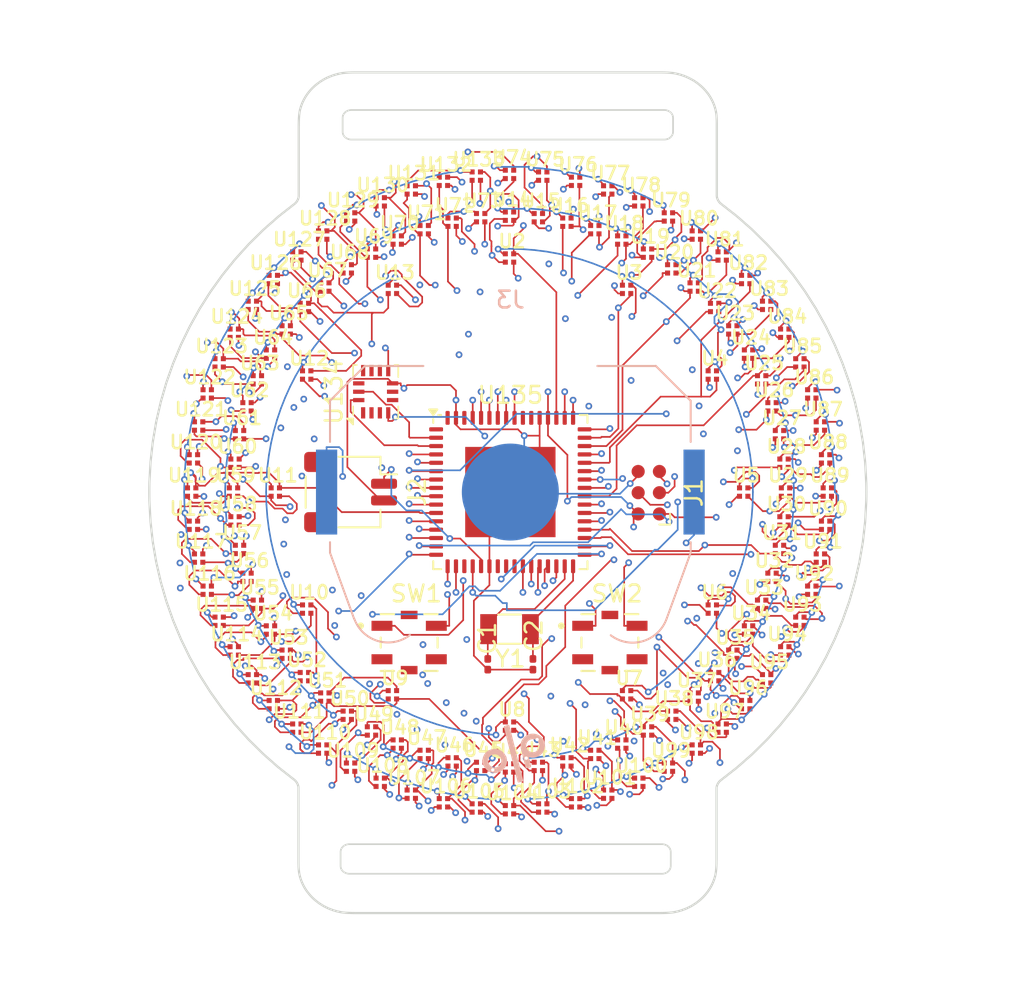
<source format=kicad_pcb>
(kicad_pcb (version 20241229) (generator "pcbnew") (generator_version "9.0")
  (layers (0 "F.Cu" signal) (4 "In1.Cu" mixed "GND.Cu") (6 "In2.Cu" mixed "PWR.Cu") (2 "B.Cu" signal) (13 "F.Paste" user) (15 "B.Paste" user) (5 "F.SilkS" user "F.Silkscreen") (7 "B.SilkS" user "B.Silkscreen") (1 "F.Mask" user) (3 "B.Mask" user) (25 "Edge.Cuts" user))
  (net 0 "")
  (net 1 "/Minute3")
  (net 2 "/B4")
  (net 3 "/R1")
  (net 4 "Net-(J1-GND)")
  (net 5 "/Minute4")
  (net 6 "/Minute5")
  (net 7 "/R4")
  (net 8 "/B6")
  (net 9 "/Minute2")
  (net 10 "Net-(J1-VCC)")
  (net 11 "/B2")
  (net 12 "/Second4")
  (net 13 "/G5")
  (net 14 "/G1")
  (net 15 "/R6")
  (net 16 "/B5")
  (net 17 "Net-(J1-~{RST})")
  (net 18 "/Second7")
  (net 19 "/Minute6")
  (net 20 "/Second3")
  (net 21 "/Second2")
  (net 22 "/G2")
  (net 23 "/Minute10")
  (net 24 "/G6")
  (net 25 "/G3")
  (net 26 "/Hour2")
  (net 27 "/Second6")
  (net 28 "/B3")
  (net 29 "/R3")
  (net 30 "/Minute9")
  (net 31 "/Minute8")
  (net 32 "/G4")
  (net 33 "/R2")
  (net 34 "/Second10")
  (net 35 "/Minute7")
  (net 36 "/Minute1")
  (net 37 "/Second1")
  (net 38 "/Second8")
  (net 39 "/B1")
  (net 40 "/Second5")
  (net 41 "/Hour1")
  (net 42 "/Second9")
  (net 43 "/R5")
  (net 44 "Net-(U135-PF0)")
  (net 45 "Net-(U135-PF1)")
  (net 46 "Net-(U135-PF3)")
  (net 47 "Net-(U135-PF2)")
  (net 48 "Net-(U134-INT1)")
  (net 49 "Net-(U134-SCx)")
  (net 50 "Net-(U134-SDx)")
  (net 54 "Net-(U135-PD7)")
  (net 57 "Net-(U135-PD6)")
  (footprint "B39D3RGB_F6C0001HOU1930:B39D3RGB-F6C0001HOU1930_HVK" (layer "F.Cu") (at 93.2888 84.9265)
    (property "Reference" "U70")
    (property "Value" "B39D3RGB-F6C0001HOU1930")
  )
  (footprint "B39D3RGB_F6C0001HOU1930:B39D3RGB-F6C0001HOU1930_HVK" (layer "F.Cu") (at 112.7135 114.1198)
    (property "Reference" "U97")
    (property "Value" "B39D3RGB-F6C0001HOU1930")
  )
  (footprint "B39D3RGB_F6C0001HOU1930:B39D3RGB-F6C0001HOU1930_HVK" (layer "F.Cu") (at 86.6512 109.6985)
    (property "Reference" "U53")
    (property "Value" "B39D3RGB-F6C0001HOU1930")
  )
  (footprint "B39D3RGB_F6C0001HOU1930:B39D3RGB-F6C0001HOU1930_HVK" (layer "F.Cu") (at 116.1394 96.5695)
    (property "Reference" "U27")
    (property "Value" "B39D3RGB-F6C0001HOU1930")
  )
  (footprint "B39D3RGB_F6C0001HOU1930:B39D3RGB-F6C0001HOU1930_HVK" (layer "F.Cu") (at 90.3015 86.6512)
    (property "Reference" "U68")
    (property "Value" "B39D3RGB-F6C0001HOU1930")
  )
  (footprint "B39D3RGB_F6C0001HOU1930:B39D3RGB-F6C0001HOU1930_HVK" (layer "F.Cu") (at 94.1287 81.9299)
    (property "Reference" "U131")
    (property "Value" "B39D3RGB-F6C0001HOU1930")
  )
  (footprint "B39D3RGB_F6C0001HOU1930:B39D3RGB-F6C0001HOU1930_HVK" (layer "F.Cu") (at 81.1041 101.986)
    (property "Reference" "U118")
    (property "Value" "B39D3RGB-F6C0001HOU1930")
  )
  (footprint "B39D3RGB_F6C0001HOU1930:B39D3RGB-F6C0001HOU1930_HVK" (layer "F.Cu") (at 91.75 114.2894)
    (property "Reference" "U49")
    (property "Value" "B39D3RGB-F6C0001HOU1930")
  )
  (footprint "B39D3RGB_F6C0001HOU1930:B39D3RGB-F6C0001HOU1930_HVK" (layer "F.Cu") (at 93.2888 115.0735)
    (property "Reference" "U48")
    (property "Value" "B39D3RGB-F6C0001HOU1930")
  )
  (footprint "Crystal:Crystal_SMD_3215-2Pin_3.2x1.5mm" (layer "F.Cu") (at 100 108.2 180)
    (property "Reference" "Y1")
    (property "Value" "Crystal")
  )
  (footprint "B39D3RGB_F6C0001HOU1930:B39D3RGB-F6C0001HOU1930_HVK" (layer "F.Cu") (at 118.0701 105.8713)
    (property "Reference" "U92")
    (property "Value" "B39D3RGB-F6C0001HOU1930")
  )
  (footprint "B39D3RGB_F6C0001HOU1930:B39D3RGB-F6C0001HOU1930_HVK" (layer "F.Cu") (at 85.7106 91.75)
    (property "Reference" "U64")
    (property "Value" "B39D3RGB-F6C0001HOU1930")
  )
  (footprint "B39D3RGB_F6C0001HOU1930:B39D3RGB-F6C0001HOU1930_HVK" (layer "F.Cu") (at 115.0735 93.2888)
    (property "Reference" "U25")
    (property "Value" "B39D3RGB-F6C0001HOU1930")
  )
  (footprint "B39D3RGB_F6C0001HOU1930:B39D3RGB-F6C0001HOU1930_HVK" (layer "F.Cu") (at 108.25 85.7106)
    (property "Reference" "U19")
    (property "Value" "B39D3RGB-F6C0001HOU1930")
  )
  (footprint "B39D3RGB_F6C0001HOU1930:B39D3RGB-F6C0001HOU1930_HVK" (layer "F.Cu") (at 105.8713 118.0701)
    (property "Reference" "U101")
    (property "Value" "B39D3RGB-F6C0001HOU1930")
  )
  (footprint "B39D3RGB_F6C0001HOU1930:B39D3RGB-F6C0001HOU1930_HVK" (layer "F.Cu") (at 112.2619 88.9593)
    (property "Reference" "U22")
    (property "Value" "B39D3RGB-F6C0001HOU1930")
  )
  (footprint "Connector_JST:JST_SH_SM02B-SRSS-TB_1x02-1MP_P1.00mm_Horizontal" (layer "F.Cu") (at 90.5 100 -90)
    (property "Reference" "J2")
    (property "Value" "Lipo")
  )
  (footprint "B39D3RGB_F6C0001HOU1930:B39D3RGB-F6C0001HOU1930_HVK" (layer "F.Cu") (at 100 86)
    (property "Reference" "U2")
    (property "Value" "B39D3RGB-F6C0001HOU1930")
  )
  (footprint "B39D3RGB_F6C0001HOU1930:B39D3RGB-F6C0001HOU1930_HVK" (layer "F.Cu") (at 100 119)
    (property "Reference" "U104")
    (property "Value" "B39D3RGB-F6C0001HOU1930")
  )
  (footprint "B39D3RGB_F6C0001HOU1930:B39D3RGB-F6C0001HOU1930_HVK" (layer "F.Cu") (at 114.1198 112.7135)
    (property "Reference" "U96")
    (property "Value" "B39D3RGB-F6C0001HOU1930")
  )
  (footprint "B39D3RGB_F6C0001HOU1930:B39D3RGB-F6C0001HOU1930_HVK" (layer "F.Cu") (at 103.4305 116.1394)
    (property "Reference" "U42")
    (property "Value" "B39D3RGB-F6C0001HOU1930")
  )
  (footprint "B39D3RGB_F6C0001HOU1930:B39D3RGB-F6C0001HOU1930_HVK" (layer "F.Cu") (at 83.5 100)
    (property "Reference" "U59")
    (property "Value" "B39D3RGB-F6C0001HOU1930")
  )
  (footprint "B39D3RGB_F6C0001HOU1930:B39D3RGB-F6C0001HOU1930_HVK" (layer "F.Cu") (at 96.5695 116.1394)
    (property "Reference" "U46")
    (property "Value" "B39D3RGB-F6C0001HOU1930")
  )
  (footprint "B39D3RGB_F6C0001HOU1930:B39D3RGB-F6C0001HOU1930_HVK" (layer "F.Cu") (at 112.7135 85.8802)
    (property "Reference" "U81")
    (property "Value" "B39D3RGB-F6C0001HOU1930")
  )
  (footprint "B39D3RGB_F6C0001HOU1930:B39D3RGB-F6C0001HOU1930_HVK" (layer "F.Cu") (at 118.5848 96.0497)
    (property "Reference" "U87")
    (property "Value" "B39D3RGB-F6C0001HOU1930")
  )
  (footprint "B39D3RGB_F6C0001HOU1930:B39D3RGB-F6C0001HOU1930_HVK" (layer "F.Cu") (at 84.9265 106.7112)
    (property "Reference" "U55")
    (property "Value" "B39D3RGB-F6C0001HOU1930")
  )
  (footprint "B39D3RGB_F6C0001HOU1930:B39D3RGB-F6C0001HOU1930_HVK" (layer "F.Cu") (at 96.5695 83.8606)
    (property "Reference" "U72")
    (property "Value" "B39D3RGB-F6C0001HOU1930")
  )
  (footprint "Capacitor_SMD:C_0201_0603Metric" (layer "F.Cu") (at 98.7 110.3 90)
    (property "Reference" "C1")
    (property "Value" "C")
  )
  (footprint "B39D3RGB_F6C0001HOU1930:B39D3RGB-F6C0001HOU1930_HVK" (layer "F.Cu") (at 83.5904 101.7247)
    (property "Reference" "U58")
    (property "Value" "B39D3RGB-F6C0001HOU1930")
  )
  (footprint "B39D3RGB_F6C0001HOU1930:B39D3RGB-F6C0001HOU1930_HVK" (layer "F.Cu") (at 107 87.8756)
    (property "Reference" "U3")
    (property "Value" "B39D3RGB-F6C0001HOU1930")
  )
  (footprint "B39D3RGB_F6C0001HOU1930:B39D3RGB-F6C0001HOU1930_HVK" (layer "F.Cu") (at 105.0988 115.6924)
    (property "Reference" "U41")
    (property "Value" "B39D3RGB-F6C0001HOU1930")
  )
  (footprint "B39D3RGB_F6C0001HOU1930:B39D3RGB-F6C0001HOU1930_HVK" (layer "F.Cu") (at 81.1041 98.014)
    (property "Reference" "U120")
    (property "Value" "B39D3RGB-F6C0001HOU1930")
  )
  (footprint "B39D3RGB_F6C0001HOU1930:B39D3RGB-F6C0001HOU1930_HVK" (layer "F.Cu") (at 92.272 117.3574)
    (property "Reference" "U108")
    (property "Value" "B39D3RGB-F6C0001HOU1930")
  )
  (footprint "B39D3RGB_F6C0001HOU1930:B39D3RGB-F6C0001HOU1930_HVK" (layer "F.Cu") (at 118.8959 101.986)
    (property "Reference" "U90")
    (property "Value" "B39D3RGB-F6C0001HOU1930")
  )
  (footprint "B39D3RGB_F6C0001HOU1930:B39D3RGB-F6C0001HOU1930_HVK" (layer "F.Cu") (at 105.8713 81.9299)
    (property "Reference" "U77")
    (property "Value" "B39D3RGB-F6C0001HOU1930")
  )
  (footprint "B39D3RGB_F6C0001HOU1930:B39D3RGB-F6C0001HOU1930_HVK" (layer "F.Cu") (at 98.2753 83.5904)
    (property "Reference" "U73")
    (property "Value" "B39D3RGB-F6C0001HOU1930")
  )
  (footprint "B39D3RGB_F6C0001HOU1930:B39D3RGB-F6C0001HOU1930_HVK" (layer "F.Cu") (at 92.272 82.6426)
    (property "Reference" "U130")
    (property "Value" "B39D3RGB-F6C0001HOU1930")
  )
  (footprint "B39D3RGB_F6C0001HOU1930:B39D3RGB-F6C0001HOU1930_HVK" (layer "F.Cu") (at 115.3713 88.8321)
    (property "Reference" "U83")
    (property "Value" "B39D3RGB-F6C0001HOU1930")
  )
  (footprint "B39D3RGB_F6C0001HOU1930:B39D3RGB-F6C0001HOU1930_HVK" (layer "F.Cu") (at 119 100)
    (property "Reference" "U89")
    (property "Value" "B39D3RGB-F6C0001HOU1930")
  )
  (footprint "B39D3RGB_F6C0001HOU1930:B39D3RGB-F6C0001HOU1930_HVK" (layer "F.Cu") (at 111.0407 112.2619)
    (property "Reference" "U37")
    (property "Value" "B39D3RGB-F6C0001HOU1930")
  )
  (footprint "B39D3RGB_F6C0001HOU1930:B39D3RGB-F6C0001HOU1930_HVK" (layer "F.Cu") (at 113.3488 109.6985)
    (property "Reference" "U35")
    (property "Value" "B39D3RGB-F6C0001HOU1930")
  )
  (footprint "B39D3RGB_F6C0001HOU1930:B39D3RGB-F6C0001HOU1930_HVK" (layer "F.Cu") (at 81.4152 103.9503)
    (property "Reference" "U117")
    (property "Value" "B39D3RGB-F6C0001HOU1930")
  )
  (footprint "B39D3RGB_F6C0001HOU1930:B39D3RGB-F6C0001HOU1930_HVK" (layer "F.Cu") (at 93 112.1244)
    (property "Reference" "U9")
    (property "Value" "B39D3RGB-F6C0001HOU1930")
  )
  (footprint "B39D3RGB_F6C0001HOU1930:B39D3RGB-F6C0001HOU1930_HVK" (layer "F.Cu") (at 87.2865 85.8802)
    (property "Reference" "U127")
    (property "Value" "B39D3RGB-F6C0001HOU1930")
  )
  (footprint "B39D3RGB_F6C0001HOU1930:B39D3RGB-F6C0001HOU1930_HVK" (layer "F.Cu") (at 101.7247 83.5904)
    (property "Reference" "U15")
    (property "Value" "B39D3RGB-F6C0001HOU1930")
  )
  (footprint "B39D3RGB_F6C0001HOU1930:B39D3RGB-F6C0001HOU1930_HVK" (layer "F.Cu") (at 106.7112 84.9265)
    (property "Reference" "U18")
    (property "Value" "B39D3RGB-F6C0001HOU1930")
  )
  (footprint "B39D3RGB_F6C0001HOU1930:B39D3RGB-F6C0001HOU1930_HVK" (layer "F.Cu") (at 114.2894 91.75)
    (property "Reference" "U24")
    (property "Value" "B39D3RGB-F6C0001HOU1930")
  )
  (footprint "B39D3RGB_F6C0001HOU1930:B39D3RGB-F6C0001HOU1930_HVK" (layer "F.Cu") (at 111.0407 87.7381)
    (property "Reference" "U21")
    (property "Value" "B39D3RGB-F6C0001HOU1930")
  )
  (footprint "kicad-footprints:SW_TS21-34-035-BK-260-SMT-TR" (layer "F.Cu") (at 106 109)
    (property "Reference" "SW2")
    (property "Value" "SW_DPST")
  )
  (footprint "B39D3RGB_F6C0001HOU1930:B39D3RGB-F6C0001HOU1930_HVK" (layer "F.Cu") (at 98.014 81.1041)
    (property "Reference" "U133")
    (property "Value" "B39D3RGB-F6C0001HOU1930")
  )
  (footprint "B39D3RGB_F6C0001HOU1930:B39D3RGB-F6C0001HOU1930_HVK" (layer "F.Cu") (at 100 116.5)
    (property "Reference" "U44")
    (property "Value" "B39D3RGB-F6C0001HOU1930")
  )
  (footprint "B39D3RGB_F6C0001HOU1930:B39D3RGB-F6C0001HOU1930_HVK" (layer "F.Cu") (at 84.6287 88.8321)
    (property "Reference" "U125")
    (property "Value" "B39D3RGB-F6C0001HOU1930")
  )
  (footprint "B39D3RGB_F6C0001HOU1930:B39D3RGB-F6C0001HOU1930_HVK" (layer "F.Cu") (at 108.25 114.2894)
    (property "Reference" "U39")
    (property "Value" "B39D3RGB-F6C0001HOU1930")
  )
  (footprint "B39D3RGB_F6C0001HOU1930:B39D3RGB-F6C0001HOU1930_HVK" (layer "F.Cu") (at 112.1244 93)
    (property "Reference" "U4")
    (property "Value" "B39D3RGB-F6C0001HOU1930")
  )
  (footprint "B39D3RGB_F6C0001HOU1930:B39D3RGB-F6C0001HOU1930_HVK" (layer "F.Cu") (at 114.2894 108.25)
    (property "Reference" "U34")
    (property "Value" "B39D3RGB-F6C0001HOU1930")
  )
  (footprint "B39D3RGB_F6C0001HOU1930:B39D3RGB-F6C0001HOU1930_HVK" (layer "F.Cu") (at 111.1679 84.6287)
    (property "Reference" "U80")
    (property "Value" "B39D3RGB-F6C0001HOU1930")
  )
  (footprint "B39D3RGB_F6C0001HOU1930:B39D3RGB-F6C0001HOU1930_HVK" (layer "F.Cu") (at 83.5455 109.5)
    (property "Reference" "U114")
    (property "Value" "B39D3RGB-F6C0001HOU1930")
  )
  (footprint "B39D3RGB_F6C0001HOU1930:B39D3RGB-F6C0001HOU1930_HVK" (layer "F.Cu") (at 83.8606 96.5695)
    (property "Reference" "U61")
    (property "Value" "B39D3RGB-F6C0001HOU1930")
  )
  (footprint "B39D3RGB_F6C0001HOU1930:B39D3RGB-F6C0001HOU1930_HVK" (layer "F.Cu") (at 90.5 116.4545)
    (property "Reference" "U109")
    (property "Value" "B39D3RGB-F6C0001HOU1930")
  )
  (footprint "B39D3RGB_F6C0001HOU1930:B39D3RGB-F6C0001HOU1930_HVK" (layer "F.Cu") (at 94.1287 118.0701)
    (property "Reference" "U107")
    (property "Value" "B39D3RGB-F6C0001HOU1930")
  )
  (footprint "B39D3RGB_F6C0001HOU1930:B39D3RGB-F6C0001HOU1930_HVK" (layer "F.Cu") (at 81.4152 96.0497)
    (property "Reference" "U121")
    (property "Value" "B39D3RGB-F6C0001HOU1930")
  )
  (footprint "B39D3RGB_F6C0001HOU1930:B39D3RGB-F6C0001HOU1930_HVK" (layer "F.Cu") (at 101.7247 116.4096)
    (property "Reference" "U43")
    (property "Value" "B39D3RGB-F6C0001HOU1930")
  )
  (footprint "B39D3RGB_F6C0001HOU1930:B39D3RGB-F6C0001HOU1930_HVK" (layer "F.Cu") (at 86.6512 90.3015)
    (property "Reference" "U65")
    (property "Value" "B39D3RGB-F6C0001HOU1930")
  )
  (footprint "B39D3RGB_F6C0001HOU1930:B39D3RGB-F6C0001HOU1930_HVK" (layer "F.Cu") (at 107 112.1244)
    (property "Reference" "U7")
    (property "Value" "B39D3RGB-F6C0001HOU1930")
  )
  (footprint "B39D3RGB_F6C0001HOU1930:B39D3RGB-F6C0001HOU1930_HVK" (layer "F.Cu") (at 91.75 85.7106)
    (property "Reference" "U69")
    (property "Value" "B39D3RGB-F6C0001HOU1930")
  )
  (footprint "B39D3RGB_F6C0001HOU1930:B39D3RGB-F6C0001HOU1930_HVK" (layer "F.Cu") (at 98.014 118.8959)
    (property "Reference" "U105")
    (property "Value" "B39D3RGB-F6C0001HOU1930")
  )
  (footprint "B39D3RGB_F6C0001HOU1930:B39D3RGB-F6C0001HOU1930_HVK" (layer "F.Cu") (at 90.5 83.5455)
    (property "Reference" "U129")
    (property "Value" "B39D3RGB-F6C0001HOU1930")
  )
  (footprint "B39D3RGB_F6C0001HOU1930:B39D3RGB-F6C0001HOU1930_HVK" (layer "F.Cu") (at 115.3713 111.1679)
    (property "Reference" "U95")
    (property "Value" "B39D3RGB-F6C0001HOU1930")
  )
  (footprint "B39D3RGB_F6C0001HOU1930:B39D3RGB-F6C0001HOU1930_HVK" (layer "F.Cu") (at 115.6924 105.0988)
    (property "Reference" "U32")
    (property "Value" "B39D3RGB-F6C0001HOU1930")
  )
  (footprint "B39D3RGB_F6C0001HOU1930:B39D3RGB-F6C0001HOU1930_HVK" (layer "F.Cu") (at 85.7106 108.25)
    (property "Reference" "U54")
    (property "Value" "B39D3RGB-F6C0001HOU1930")
  )
  (footprint "B39D3RGB_F6C0001HOU1930:B39D3RGB-F6C0001HOU1930_HVK" (layer "F.Cu") (at 88.8321 84.6287)
    (property "Reference" "U128")
    (property "Value" "B39D3RGB-F6C0001HOU1930")
  )
  (footprint "B39D3RGB_F6C0001HOU1930:B39D3RGB-F6C0001HOU1930_HVK" (layer "F.Cu") (at 116.4096 101.7247)
    (property "Reference" "U30")
    (property "Value" "B39D3RGB-F6C0001HOU1930")
  )
  (footprint "B39D3RGB_F6C0001HOU1930:B39D3RGB-F6C0001HOU1930_HVK" (layer "F.Cu") (at 85.8802 87.2865)
    (property "Reference" "U126")
    (property "Value" "B39D3RGB-F6C0001HOU1930")
  )
  (footprint "B39D3RGB_F6C0001HOU1930:B39D3RGB-F6C0001HOU1930_HVK" (layer "F.Cu") (at 116.1394 103.4305)
    (property "Reference" "U31")
    (property "Value" "B39D3RGB-F6C0001HOU1930")
  )
  (footprint "B39D3RGB_F6C0001HOU1930:B39D3RGB-F6C0001HOU1930_HVK" (layer "F.Cu") (at 90.3015 113.3488)
    (property "Reference" "U50")
    (property "Value" "B39D3RGB-F6C0001HOU1930")
  )
  (footprint "B39D3RGB_F6C0001HOU1930:B39D3RGB-F6C0001HOU1930_HVK" (layer "F.Cu") (at 84.3076 94.9012)
    (property "Reference" "U62")
    (property "Value" "B39D3RGB-F6C0001HOU1930")
  )
  (footprint "B39D3RGB_F6C0001HOU1930:B39D3RGB-F6C0001HOU1930_HVK" (layer "F.Cu") (at 96.0497 118.5848)
    (property "Reference" "U106")
    (property "Value" "B39D3RGB-F6C0001HOU1930")
  )
  (footprint "B39D3RGB_F6C0001HOU1930:B39D3RGB-F6C0001HOU1930_HVK" (layer "F.Cu") (at 109.6985 86.6512)
    (property "Reference" "U20")
    (property "Value" "B39D3RGB-F6C0001HOU1930")
  )
  (footprint "B39D3RGB_F6C0001HOU1930:B39D3RGB-F6C0001HOU1930_HVK" (layer "F.Cu") (at 83.5455 90.5)
    (property "Reference" "U124")
    (property "Value" "B39D3RGB-F6C0001HOU1930")
  )
  (footprint "B39D3RGB_F6C0001HOU1930:B39D3RGB-F6C0001HOU1930_HVK" (layer "F.Cu") (at 117.3574 107.728)
    (property "Reference" "U93")
    (property "Value" "B39D3RGB-F6C0001HOU1930")
  )
  (footprint "B39D3RGB_F6C0001HOU1930:B39D3RGB-F6C0001HOU1930_HVK" (layer "F.Cu") (at 101.986 118.8959)
    (property "Reference" "U103")
    (property "Value" "B39D3RGB-F6C0001HOU1930")
  )
  (footprint "B39D3RGB_F6C0001HOU1930:B39D3RGB-F6C0001HOU1930_HVK" (layer "F.Cu") (at 118.0701 94.1287)
    (property "Reference" "U86")
    (property "Value" "B39D3RGB-F6C0001HOU1930")
  )
  (footprint "B39D3RGB_F6C0001HOU1930:B39D3RGB-F6C0001HOU1930_HVK" (layer "F.Cu") (at 85.8802 112.7135)
    (property "Reference" "U112")
    (property "Value" "B39D3RGB-F6C0001HOU1930")
  )
  (footprint "kicad-footprints:SW_TS21-34-035-BK-260-SMT-TR" (layer "F.Cu") (at 94 109)
    (property "Reference" "SW1")
    (property "Value" "SW_DPST")
  )
  (footprint "B39D3RGB_F6C0001HOU1930:B39D3RGB-F6C0001HOU1930_HVK" (layer "F.Cu") (at 84.9265 93.2888)
    (property "Reference" "U63")
    (property "Value" "B39D3RGB-F6C0001HOU1930")
  )
  (footprint "B39D3RGB_F6C0001HOU1930:B39D3RGB-F6C0001HOU1930_HVK" (layer "F.Cu") (at 116.4545 90.5)
    (property "Reference" "U84")
    (property "Value" "B39D3RGB-F6C0001HOU1930")
  )
  (footprint "B39D3RGB_F6C0001HOU1930:B39D3RGB-F6C0001HOU1930_HVK" (layer "F.Cu") (at 117.3574 92.272)
    (property "Reference" "U85")
    (property "Value" "B39D3RGB-F6C0001HOU1930")
  )
  (footprint "B39D3RGB_F6C0001HOU1930:B39D3RGB-F6C0001HOU1930_HVK" (layer "F.Cu") (at 114.1198 87.2865)
    (property "Reference" "U82")
    (property "Value" "B39D3RGB-F6C0001HOU1930")
  )
  (footprint "B39D3RGB_F6C0001HOU1930:B39D3RGB-F6C0001HOU1930_HVK" (layer "F.Cu") (at 87.7381 88.9593)
    (property "Reference" "U66")
    (property "Value" "B39D3RGB-F6C0001HOU1930")
  )
  (footprint "B39D3RGB_F6C0001HOU1930:B39D3RGB-F6C0001HOU1930_HVK" (layer "F.Cu") (at 83.5904 98.2753)
    (property "Reference" "U60")
    (property "Value" "B39D3RGB-F6C0001HOU1930")
  )
  (footprint "B39D3RGB_F6C0001HOU1930:B39D3RGB-F6C0001HOU1930_HVK" (layer "F.Cu") (at 100 83.5)
    (property "Reference" "U14")
    (property "Value" "B39D3RGB-F6C0001HOU1930")
  )
  (footprint "B39D3RGB_F6C0001HOU1930:B39D3RGB-F6C0001HOU1930_HVK" (layer "F.Cu") (at 109.6985 113.3488)
    (property "Reference" "U38")
    (property "Value" "B39D3RGB-F6C0001HOU1930")
  )
  (footprint "B39D3RGB_F6C0001HOU1930:B39D3RGB-F6C0001HOU1930_HVK" (layer "F.Cu") (at 103.9503 81.4152)
    (property "Reference" "U76")
    (property "Value" "B39D3RGB-F6C0001HOU1930")
  )
  (footprint "B39D3RGB_F6C0001HOU1930:B39D3RGB-F6C0001HOU1930_HVK" (layer "F.Cu") (at 96.0497 81.4152)
    (property "Reference" "U132")
    (property "Value" "B39D3RGB-F6C0001HOU1930")
  )
  (footprint "B39D3RGB_F6C0001HOU1930:B39D3RGB-F6C0001HOU1930_HVK" (layer "F.Cu") (at 81 100)
    (property "Reference" "U119")
    (property "Value" "B39D3RGB-F6C0001HOU1930")
  )
  (footprint "Capacitor_SMD:C_0201_0603Metric" (layer "F.Cu") (at 101.4 110.3 -90)
    (property "Reference" "C2")
    (property "Value" "C")
  )
  (footprint "B39D3RGB_F6C0001HOU1930:B39D3RGB-F6C0001HOU1930_HVK" (layer "F.Cu") (at 111.1679 115.3713)
    (property "Reference" "U98")
    (property "Value" "B39D3RGB-F6C0001HOU1930")
  )
  (footprint "B39D3RGB_F6C0001HOU1930:B39D3RGB-F6C0001HOU1930_HVK" (layer "F.Cu") (at 113.3488 90.3015)
    (property "Reference" "U23")
    (property "Value" "B39D3RGB-F6C0001HOU1930")
  )
  (footprint "B39D3RGB_F6C0001HOU1930:B39D3RGB-F6C0001HOU1930_HVK" (layer "F.Cu") (at 101.986 81.1041)
    (property "Reference" "U75")
    (property "Value" "B39D3RGB-F6C0001HOU1930")
  )
  (footprint "B39D3RGB_F6C0001HOU1930:B39D3RGB-F6C0001HOU1930_HVK" (layer "F.Cu") (at 87.8756 107)
    (property "Reference" "U10")
    (property "Value" "B39D3RGB-F6C0001HOU1930")
  )
  (footprint "B39D3RGB_F6C0001HOU1930:B39D3RGB-F6C0001HOU1930_HVK" (layer "F.Cu") (at 86 100)
    (property "Reference" "U11")
    (property "Value" "B39D3RGB-F6C0001HOU1930")
  )
  (footprint "B39D3RGB_F6C0001HOU1930:B39D3RGB-F6C0001HOU1930_HVK" (layer "F.Cu") (at 116.4545 109.5)
    (property "Reference" "U94")
    (property "Value" "B39D3RGB-F6C0001HOU1930")
  )
  (footprint "B39D3RGB_F6C0001HOU1930:B39D3RGB-F6C0001HOU1930_HVK" (layer "F.Cu") (at 82.6426 107.728)
    (property "Reference" "U115")
    (property "Value" "B39D3RGB-F6C0001HOU1930")
  )
  (footprint "B39D3RGB_F6C0001HOU1930:B39D3RGB-F6C0001HOU1930_HVK" (layer "F.Cu") (at 87.2865 114.1198)
    (property "Reference" "U111")
    (property "Value" "B39D3RGB-F6C0001HOU1930")
  )
  (footprint "B39D3RGB_F6C0001HOU1930:B39D3RGB-F6C0001HOU1930_HVK" (layer "F.Cu") (at 88.9593 112.2619)
    (property "Reference" "U51")
    (property "Value" "B39D3RGB-F6C0001HOU1930")
  )
  (footprint "B39D3RGB_F6C0001HOU1930:B39D3RGB-F6C0001HOU1930_HVK" (layer "F.Cu") (at 100 81)
    (property "Reference" "U74")
    (property "Value" "B39D3RGB-F6C0001HOU1930")
  )
  (footprint "B39D3RGB_F6C0001HOU1930:B39D3RGB-F6C0001HOU1930_HVK" (layer "F.Cu") (at 93 87.8756)
    (property "Reference" "U13")
    (property "Value" "B39D3RGB-F6C0001HOU1930")
  )
  (footprint "B39D3RGB_F6C0001HOU1930:B39D3RGB-F6C0001HOU1930_HVK" (layer "F.Cu") (at 112.2619 111.0407)
    (property "Reference" "U36")
    (property "Value" "B39D3RGB-F6C0001HOU1930")
  )
  (footprint "B39D3RGB_F6C0001HOU1930:B39D3RGB-F6C0001HOU1930_HVK" (layer "F.Cu") (at 100 114)
    (property "Reference" "U8")
    (property "Value" "B39D3RGB-F6C0001HOU1930")
  )
  (footprint "B39D3RGB_F6C0001HOU1930:B39D3RGB-F6C0001HOU1930_HVK" (layer "F.Cu") (at 103.4305 83.8606)
    (property "Reference" "U16")
    (property "Value" "B39D3RGB-F6C0001HOU1930")
  )
  (footprint "B39D3RGB_F6C0001HOU1930:B39D3RGB-F6C0001HOU1930_HVK" (layer "F.Cu") (at 114 100)
    (property "Reference" "U5")
    (property "Value" "B39D3RGB-F6C0001HOU1930")
  )
  (footprint "B39D3RGB_F6C0001HOU1930:B39D3RGB-F6C0001HOU1930_HVK" (layer "F.Cu") (at 109.5 83.5455)
    (property "Reference" "U79")
    (property "Value" "B39D3RGB-F6C0001HOU1930")
  )
  (footprint "B39D3RGB_F6C0001HOU1930:B39D3RGB-F6C0001HOU1930_HVK" (layer "F.Cu") (at 116.5 100)
    (property "Reference" "U29")
    (property "Value" "B39D3RGB-F6C0001HOU1930")
  )
  (footprint "B39D3RGB_F6C0001HOU1930:B39D3RGB-F6C0001HOU1930_HVK" (layer "F.Cu") (at 103.9503 118.5848)
    (property "Reference" "U102")
    (property "Value" "B39D3RGB-F6C0001HOU1930")
  )
  (footprint "B39D3RGB_F6C0001HOU1930:B39D3RGB-F6C0001HOU1930_HVK" (layer "F.Cu") (at 84.3076 105.0988)
    (property "Reference" "U56")
    (property "Value" "B39D3RGB-F6C0001HOU1930")
  )
  (footprint "B39D3RGB_F6C0001HOU1930:B39D3RGB-F6C0001HOU1930_HVK" (layer "F.Cu") (at 87.8756 93)
    (property "Reference" "U12")
    (property "Value" "B39D3RGB-F6C0001HOU1930")
  )
  (footprint "B39D3RGB_F6C0001HOU1930:B39D3RGB-F6C0001HOU1930_HVK" (layer "F.Cu") (at 115.0735 106.7112)
    (property "Reference" "U33")
    (property "Value" "B39D3RGB-F6C0001HOU1930")
  )
  (footprint "B39D3RGB_F6C0001HOU1930:B39D3RGB-F6C0001HOU1930_HVK" (layer "F.Cu") (at 83.8606 103.4305)
    (property "Reference" "U57")
    (property "Value" "B39D3RGB-F6C0001HOU1930")
  )
  (footprint "B39D3RGB_F6C0001HOU1930:B39D3RGB-F6C0001HOU1930_HVK" (layer "F.Cu") (at 105.0988 84.3076)
    (property "Reference" "U17")
    (property "Value" "B39D3RGB-F6C0001HOU1930")
  )
  (footprint "B39D3RGB_F6C0001HOU1930:B39D3RGB-F6C0001HOU1930_HVK" (layer "F.Cu") (at 88.9593 87.7381)
    (property "Reference" "U67")
    (property "Value" "B39D3RGB-F6C0001HOU1930")
  )
  (footprint "B39D3RGB_F6C0001HOU1930:B39D3RGB-F6C0001HOU1930_HVK" (layer "F.Cu") (at 94.9012 84.3076)
    (property "Reference" "U71")
    (property "Value" "B39D3RGB-F6C0001HOU1930")
  )
  (footprint "Connector:Tag-Connect_TC2030-IDC-NL_2x03_P1.27mm_Vertical" (layer "F.Cu") (at 108.3262 100.0388 90)
    (property "Reference" "J1")
    (property "Value" "AVR-ISP-6")
  )
  (footprint "B39D3RGB_F6C0001HOU1930:B39D3RGB-F6C0001HOU1930_HVK" (layer "F.Cu") (at 107.728 82.6426)
    (property "Reference" "U78")
    (property "Value" "B39D3RGB-F6C0001HOU1930")
  )
  (footprint "B39D3RGB_F6C0001HOU1930:B39D3RGB-F6C0001HOU1930_HVK" (layer "F.Cu") (at 118.8959 98.014)
    (property "Reference" "U88")
    (property "Value" "B39D3RGB-F6C0001HOU1930")
  )
  (footprint "B39D3RGB_F6C0001HOU1930:B39D3RGB-F6C0001HOU1930_HVK" (layer "F.Cu") (at 106.7112 115.0735)
    (property "Reference" "U40")
    (property "Value" "B39D3RGB-F6C0001HOU1930")
  )
  (footprint "Package_LGA:Bosch_LGA-14_3x2.5mm_P0.5mm" (layer "F.Cu") (at 92 94 90)
    (property "Reference" "U134")
    (property "Value" "BMI160")
  )
  (footprint "B39D3RGB_F6C0001HOU1930:B39D3RGB-F6C0001HOU1930_HVK" (layer "F.Cu") (at 84.6287 111.1679)
    (property "Reference" "U113")
    (property "Value" "B39D3RGB-F6C0001HOU1930")
  )
  (footprint "B39D3RGB_F6C0001HOU1930:B39D3RGB-F6C0001HOU1930_HVK" (layer "F.Cu") (at 115.6924 94.9012)
    (property "Reference" "U26")
    (property "Value" "B39D3RGB-F6C0001HOU1930")
  )
  (footprint "B39D3RGB_F6C0001HOU1930:B39D3RGB-F6C0001HOU1930_HVK" (layer "F.Cu") (at 94.9012 115.6924)
    (property "Reference" "U47")
    (property "Value" "B39D3RGB-F6C0001HOU1930")
  )
  (footprint "B39D3RGB_F6C0001HOU1930:B39D3RGB-F6C0001HOU1930_HVK" (layer "F.Cu") (at 118.5848 103.9503)
    (property "Reference" "U91")
    (property "Value" "B39D3RGB-F6C0001HOU1930")
  )
  (footprint "B39D3RGB_F6C0001HOU1930:B39D3RGB-F6C0001HOU1930_HVK" (layer "F.Cu") (at 87.7381 111.0407)
    (property "Reference" "U52")
    (property "Value" "B39D3RGB-F6C0001HOU1930")
  )
  (footprint "B39D3RGB_F6C0001HOU1930:B39D3RGB-F6C0001HOU1930_HVK" (layer "F.Cu") (at 81.9299 105.8713)
    (property "Reference" "U116")
    (property "Value" "B39D3RGB-F6C0001HOU1930")
  )
  (footprint "B39D3RGB_F6C0001HOU1930:B39D3RGB-F6C0001HOU1930_HVK" (layer "F.Cu") (at 81.9299 94.1287)
    (property "Reference" "U122")
    (property "Value" "B39D3RGB-F6C0001HOU1930")
  )
  (footprint "B39D3RGB_F6C0001HOU1930:B39D3RGB-F6C0001HOU1930_HVK" (layer "F.Cu") (at 88.8321 115.3713)
    (property "Reference" "U110")
    (property "Value" "B39D3RGB-F6C0001HOU1930")
  )
  (footprint "Package_DFN_QFN:QFN-64-1EP_9x9mm_P0.5mm_EP5.4x5.4mm" (layer "F.Cu") (at 100.05 100)
    (property "Reference" "U135")
    (property "Value" "ATmega165PA-M")
  )
  (footprint "B39D3RGB_F6C0001HOU1930:B39D3RGB-F6C0001HOU1930_HVK" (layer "F.Cu") (at 112.1244 107)
    (property "Reference" "U6")
    (property "Value" "B39D3RGB-F6C0001HOU1930")
  )
  (footprint "B39D3RGB_F6C0001HOU1930:B39D3RGB-F6C0001HOU1930_HVK" (layer "F.Cu") (at 109.5 116.4545)
    (property "Reference" "U99")
    (property "Value" "B39D3RGB-F6C0001HOU1930")
  )
  (footprint "B39D3RGB_F6C0001HOU1930:B39D3RGB-F6C0001HOU1930_HVK" (layer "F.Cu") (at 107.728 117.3574)
    (property "Reference" "U100")
    (property "Value" "B39D3RGB-F6C0001HOU1930")
  )
  (footprint "B39D3RGB_F6C0001HOU1930:B39D3RGB-F6C0001HOU1930_HVK" (layer "F.Cu") (at 82.6426 92.272)
    (property "Reference" "U123")
    (property "Value" "B39D3RGB-F6C0001HOU1930")
  )
  (footprint "B39D3RGB_F6C0001HOU1930:B39D3RGB-F6C0001HOU1930_HVK" (layer "F.Cu") (at 116.4096 98.2753)
    (property "Reference" "U28")
    (property "Value" "B39D3RGB-F6C0001HOU1930")
  )
  (footprint "B39D3RGB_F6C0001HOU1930:B39D3RGB-F6C0001HOU1930_HVK" (layer "F.Cu") (at 98.2753 116.4096)
    (property "Reference" "U45")
    (property "Value" "B39D3RGB-F6C0001HOU1930")
  )
  (footprint "Battery:BatteryHolder_Keystone_3034_1x20mm" (layer "B.Cu") (at 100.05 100 180)
    (property "Reference" "J3")
    (property "Value" "Coin Cell")
  )
  (gr_poly (pts (xy 99.929917 113.923616) (xy 99.926694 113.92384) (xy 99.923459 113.92423) (xy 99.920217 113.924788) (xy 99.916973 113.925517) (xy 99.709045 113.977807) (xy 99.705842 113.978699) (xy 99.702722 113.979741) (xy 99.699687 113.980928) (xy 99.696741 113.982254) (xy 99.693886 113.983716) (xy 99.691126 113.985307) (xy 99.688464 113.987024) (xy 99.685901 113.988861) (xy 99.683442 113.990813) (xy 99.681089 113.992875) (xy 99.678845 113.995043) (xy 99.676713 113.997312) (xy 99.674697 113.999676) (xy 99.672798 114.00213) (xy 99.67102 114.004671) (xy 99.669367 114.007292) (xy 99.66784 114.009989) (xy 99.666443 114.012757) (xy 99.665178 114.015591) (xy 99.664049 114.018486) (xy 99.663059 114.021437) (xy 99.662211 114.024439) (xy 99.661507 114.027488) (xy 99.66095 114.030578) (xy 99.660544 114.033705) (xy 99.660291 114.036863) (xy 99.660195 114.040048) (xy 99.660258 114.043254) (xy 99.660483 114.046477) (xy 99.660873 114.049712) (xy 99.661431 114.052954) (xy 99.662161 114.056198) (xy 100.483237 117.321214) (xy 100.484129 117.324417) (xy 100.485171 117.327537) (xy 100.486358 117.330571) (xy 100.487685 117.333517) (xy 100.489146 117.336371) (xy 100.490738 117.339131) (xy 100.492455 117.341794) (xy 100.494292 117.344356) (xy 100.496244 117.346815) (xy 100.498306 117.349168) (xy 100.500474 117.351412) (xy 100.502743 117.353544) (xy 100.505107 117.35556) (xy 100.507561 117.357459) (xy 100.510101 117.359236) (xy 100.512723 117.36089) (xy 100.515419 117.362417) (xy 100.518187 117.363814) (xy 100.521021 117.365079) (xy 100.523916 117.366207) (xy 100.526867 117.367198) (xy 100.52987 117.368046) (xy 100.532918 117.36875) (xy 100.536008 117.369307) (xy 100.539135 117.369713) (xy 100.542293 117.369966) (xy 100.545477 117.370063) (xy 100.548684 117.37) (xy 100.551907 117.369775) (xy 100.555142 117.369385) (xy 100.558384 117.368827) (xy 100.561628 117.368098) (xy 100.769556 117.315808) (xy 100.772759 117.314916) (xy 100.775879 117.313875) (xy 100.778914 117.312688) (xy 100.78186 117.311361) (xy 100.784714 117.3099) (xy 100.787474 117.308308) (xy 100.790137 117.306592) (xy 100.7927 117.304755) (xy 100.795159 117.302803) (xy 100.797512 117.30074) (xy 100.799756 117.298572) (xy 100.801887 117.296304) (xy 100.803904 117.29394) (xy 100.805803 117.291485) (xy 100.80758 117.288945) (xy 100.809234 117.286324) (xy 100.810761 117.283627) (xy 100.812158 117.280859) (xy 100.813423 117.278025) (xy 100.814551 117.27513) (xy 100.815541 117.272179) (xy 100.81639 117.269177) (xy 100.817094 117.266129) (xy 100.817651 117.263039) (xy 100.818057 117.259912) (xy 100.818309 117.256754) (xy 100.818406 117.25357) (xy 100.818343 117.250364) (xy 100.818118 117.247141) (xy 100.817728 117.243906) (xy 100.817169 117.240664) (xy 100.81644 117.237421) (xy 99.995364 113.972404) (xy 99.994472 113.969201) (xy 99.99343 113.966081) (xy 99.992243 113.963047) (xy 99.990917 113.9601) (xy 99.989455 113.957246) (xy 99.987864 113.954486) (xy 99.986147 113.951823) (xy 99.98431 113.94926) (xy 99.982358 113.946801) (xy 99.980295 113.944448) (xy 99.978127 113.942204) (xy 99.975859 113.940073) (xy 99.973495 113.938056) (xy 99.97104 113.936157) (xy 99.9685 113.93438) (xy 99.965879 113.932726) (xy 99.963182 113.931199) (xy 99.960414 113.929801) (xy 99.95758 113.928537) (xy 99.954685 113.927408) (xy 99.951734 113.926418) (xy 99.948732 113.925569) (xy 99.945683 113.924865) (xy 99.942593 113.924309) (xy 99.939466 113.923902) (xy 99.936308 113.923649) (xy 99.933123 113.923553)) (fill yes) (layer "B.SilkS"))
  (gr_poly (pts (xy 101.35582 114.45) (xy 101.320817 114.452845) (xy 101.285693 114.457423) (xy 101.250448 114.463733) (xy 101.215082 114.471776) (xy 101.179215 114.481654) (xy 101.144384 114.49299) (xy 101.110587 114.505784) (xy 101.077826 114.520035) (xy 101.046099 114.535744) (xy 101.015407 114.552911) (xy 100.98575 114.571536) (xy 100.957127 114.591618) (xy 100.929539 114.613159) (xy 100.902984 114.636157) (xy 100.877465 114.660613) (xy 100.852979 114.686527) (xy 100.829527 114.713899) (xy 100.807108 114.742728) (xy 100.785724 114.773016) (xy 100.765373 114.804762) (xy 100.746385 114.837108) (xy 100.729202 114.869667) (xy 100.713821 114.90244) (xy 100.700245 114.935426) (xy 100.688472 114.968626) (xy 100.678502 115.00204) (xy 100.670336 115.035667) (xy 100.663973 115.069509) (xy 100.659415 115.103565) (xy 100.656659 115.137835) (xy 100.655708 115.17232) (xy 100.65656 115.207019) (xy 100.659216 115.241933) (xy 100.663676 115.277061) (xy 100.66994 115.312404) (xy 100.678007 115.347963) (xy 100.680655 115.358124) (xy 100.683445 115.368184) (xy 100.686358 115.378155) (xy 100.689376 115.388052) (xy 100.68962 115.388882) (xy 100.689835 115.389717) (xy 100.690024 115.390557) (xy 100.690189 115.3914) (xy 100.690331 115.392248) (xy 100.690453 115.393101) (xy 100.690557 115.393958) (xy 100.690643 115.39482) (xy 100.690776 115.396131) (xy 100.690935 115.397443) (xy 100.691119 115.398757) (xy 100.691329 115.400071) (xy 100.691565 115.401387) (xy 100.691828 115.402703) (xy 100.692118 115.404019) (xy 100.692435 115.405334) (xy 100.955444 116.451193) (xy 100.956683 116.455643) (xy 100.958131 116.459977) (xy 100.959779 116.464193) (xy 100.961622 116.468286) (xy 100.963653 116.472252) (xy 100.965864 116.476087) (xy 100.968249 116.479786) (xy 100.970801 116.483346) (xy 100.973513 116.486763) (xy 100.976378 116.490032) (xy 100.97939 116.493149) (xy 100.982541 116.49611) (xy 100.985825 116.498912) (xy 100.989235 116.50155) (xy 100.992764 116.504019) (xy 100.996406 116.506317) (xy 101.000152 116.508438) (xy 101.003998 116.51038) (xy 101.007934 116.512136) (xy 101.011956 116.513704) (xy 101.016056 116.51508) (xy 101.020227 116.516259) (xy 101.024462 116.517237) (xy 101.028755 116.51801) (xy 101.033099 116.518575) (xy 101.037486 116.518926) (xy 101.04191 116.51906) (xy 101.046365 116.518973) (xy 101.050842 116.518661) (xy 101.055336 116.518119) (xy 101.05984 116.517344) (xy 101.064346 116.516331) (xy 101.223509 116.476304) (xy 101.227959 116.475065) (xy 101.232294 116.473617) (xy 101.23651 116.471969) (xy 101.240603 116.470126) (xy 101.244569 116.468096) (xy 101.248403 116.465884) (xy 101.252103 116.4635) (xy 101.255663 116.460948) (xy 101.259079 116.458236) (xy 101.262348 116.45537) (xy 101.265465 116.452359) (xy 101.268427 116.449207) (xy 101.271229 116.445923) (xy 101.273866 116.442513) (xy 101.276336 116.438984) (xy 101.278634 116.435343) (xy 101.280755 116.431596) (xy 101.282696 116.427751) (xy 101.284453 116.423814) (xy 101.286021 116.419792) (xy 101.287396 116.415692) (xy 101.288575 116.411521) (xy 101.289554 116.407286) (xy 101.290327 116.402993) (xy 101.290891 116.39865) (xy 101.291242 116.394262) (xy 101.291377 116.389838) (xy 101.29129 116.385384) (xy 101.290977 116.380906) (xy 101.290435 116.376412) (xy 101.28966 116.371908) (xy 101.288647 116.367402) (xy 101.168309 115.888874) (xy 101.168002 115.88745) (xy 101.167795 115.886037) (xy 101.167687 115.884636) (xy 101.167672 115.883251) (xy 101.16775 115.881885) (xy 101.167916 115.880542) (xy 101.168168 115.879224) (xy 101.168503 115.877934) (xy 101.168917 115.876676) (xy 101.169408 115.875453) (xy 101.169973 115.874268) (xy 101.170608 115.873124) (xy 101.171311 115.872024) (xy 101.172078 115.870971) (xy 101.172907 115.869969) (xy 101.173794 115.869021) (xy 101.174737 115.86813) (xy 101.175733 115.867298) (xy 101.176778 115.86653) (xy 101.177869 115.865827) (xy 101.179004 115.865194) (xy 101.18018 115.864634) (xy 101.181393 115.86415) (xy 101.18264 115.863744) (xy 101.183919 115.86342) (xy 101.185226 115.863181) (xy 101.186559 115.863031) (xy 101.187914 115.862972) (xy 101.189288 115.863007) (xy 101.190679 115.86314) (xy 101.192083 115.863374) (xy 101.193498 115.863712) (xy 101.216228 115.869574) (xy 101.239077 115.874663) (xy 101.262043 115.878977) (xy 101.285128 115.882517) (xy 101.308331 115.885282) (xy 101.331653 115.887271) (xy 101.355093 115.888485) (xy 101.378652 115.888923) (xy 101.402329 115.888583) (xy 101.426126 115.887467) (xy 101.450041 115.885572) (xy 101.474076 115.8829) (xy 101.498229 115.879449) (xy 101.522502 115.875219) (xy 101.546895 115.87021) (xy 101.571407 115.864421) (xy 101.607269 115.854535) (xy 101.642077 115.84318) (xy 101.675831 115.830357) (xy 101.708532 115.816065) (xy 101.740178 115.800305) (xy 101.77077 115.783075) (xy 101.800308 115.764377) (xy 101.828792 115.744211) (xy 101.856222 115.722575) (xy 101.882598 115.699471) (xy 101.90792 115.674898) (xy 101.932188 115.648856) (xy 101.955402 115.621345) (xy 101.977562 115.592366) (xy 101.998668 115.561918) (xy 102.01872 115.530001) (xy 102.037124 115.497301) (xy 102.053755 115.464379) (xy 102.068611 115.431233) (xy 102.081694 115.397865) (xy 102.093003 115.364274) (xy 102.102538 115.33046) (xy 102.110299 115.296424) (xy 102.116286 115.262165) (xy 102.120499 115.227684) (xy 102.122939 115.192981) (xy 102.123414 115.168048) (xy 101.781784 115.168048) (xy 101.78153 115.187218) (xy 101.780311 115.206216) (xy 101.778126 115.225044) (xy 101.774976 115.243701) (xy 101.77086 115.262186) (xy 101.765778 115.2805) (xy 101.759731 115.298643) (xy 101.752718 115.316614) (xy 101.744739 115.334413) (xy 101.735794 115.352041) (xy 101.725884 115.369497) (xy 101.715201 115.386483) (xy 101.703924 115.402696) (xy 101.692055 115.418136) (xy 101.679593 115.432802) (xy 101.666538 115.446694) (xy 101.65289 115.459813) (xy 101.638649 115.472159) (xy 101.623816 115.483731) (xy 101.60839 115.49453) (xy 101.59237 115.504555) (xy 101.575759 115.513807) (xy 101.558554 115.522285) (xy 101.540756 115.52999) (xy 101.522366 115.536921) (xy 101.503382 115.543079) (xy 101.483806 115.548463) (xy 101.463019 115.553157) (xy 101.442378 115.556746) (xy 101.421883 115.55923) (xy 101.401533 115.56061) (xy 101.381329 115.560886) (xy 101.361271 115.560057) (xy 101.341358 115.558124) (xy 101.321591 115.555086) (xy 101.30197 115.550943) (xy 101.282495 115.545697) (xy 101.263165 115.539345) (xy 101.243982 115.53189) (xy 101.224943 115.523329) (xy 101.206051 115.513665) (xy 101.187304 115.502896) (xy 101.168703 115.491022) (xy 101.15578 115.481953) (xy 101.14327 115.472364) (xy 101.131188 115.462272) (xy 101.119549 115.451697) (xy 101.108367 115.440658) (xy 101.097657 115.429173) (xy 101.087434 115.41726) (xy 101.077713 115.404939) (xy 101.068508 115.392229) (xy 101.059834 115.379148) (xy 101.051706 115.365714) (xy 101.044138 115.351948) (xy 101.037145 115.337866) (xy 101.030743 115.323489) (xy 101.024945 115.308834) (xy 101.019767 115.293921) (xy 101.013401 115.272547) (xy 101.008182 115.251324) (xy 101.004108 115.230252) (xy 101.00118 115.209331) (xy 100.999397 115.188561) (xy 100.99876 115.167942) (xy 100.999267 115.147474) (xy 101.00092 115.127157) (xy 101.003717 115.106991) (xy 101.007659 115.086976) (xy 101.012746 115.067113) (xy 101.018976 115.0474) (xy 101.026351 115.027839) (xy 101.03487 115.008429) (xy 101.044533 114.98917) (xy 101.05534 114.970063) (xy 101.066166 114.952863) (xy 101.077586 114.93646) (xy 101.089598 114.920853) (xy 101.102203 114.906044) (xy 101.1154 114.892031) (xy 101.129189 114.878817) (xy 101.143571 114.866399) (xy 101.158546 114.854779) (xy 101.174112 114.843957) (xy 101.190271 114.833933) (xy 101.207021 114.824707) (xy 101.224364 114.81628) (xy 101.242298 114.80865) (xy 101.260824 114.801819) (xy 101.279942 114.795787) (xy 101.299651 114.790554) (xy 101.318292 114.786539) (xy 101.337055 114.783464) (xy 101.355902 114.781321) (xy 101.374797 114.780105) (xy 101.393703 114.77981) (xy 101.412583 114.780427) (xy 101.431401 114.781952) (xy 101.450118 114.784377) (xy 101.4687 114.787696) (xy 101.487108 114.791903) (xy 101.505306 114.796991) (xy 101.523257 114.802954) (xy 101.540925 114.809785) (xy 101.558272 114.817478) (xy 101.575261 114.826025) (xy 101.591857 114.835422) (xy 101.608802 114.846077) (xy 101.624961 114.857265) (xy 101.640334 114.868983) (xy 101.654919 114.881233) (xy 101.668718 114.894015) (xy 101.68173 114.907327) (xy 101.693955 114.921171) (xy 101.705394 114.935545) (xy 101.716045 114.950451) (xy 101.72591 114.965887) (xy 101.734987 114.981854) (xy 101.743278 114.998351) (xy 101.750781 115.015378) (xy 101.757498 115.032936) (xy 101.763427 115.051024) (xy 101.768569 115.069641) (xy 101.773143 115.089664) (xy 101.776752 115.109515) (xy 101.779395 115.129197) (xy 101.781072 115.148708) (xy 101.781784 115.168048) (xy 102.123414 115.168048) (xy 102.123604 115.158056) (xy 102.122496 115.122908) (xy 102.119615 115.087539) (xy 102.114959 115.051948) (xy 102.10853 115.016136) (xy 102.100328 114.980101) (xy 102.090842 114.94589) (xy 102.079838 114.912665) (xy 102.067317 114.880425) (xy 102.053278 114.849171) (xy 102.037721 114.818902) (xy 102.020646 114.789619) (xy 102.002053 114.761321) (xy 101.981942 114.734008) (xy 101.960313 114.707682) (xy 101.937167 114.68234) (xy 101.912503 114.657984) (xy 101.88632 114.634614) (xy 101.85862 114.612229) (xy 101.829402 114.59083) (xy 101.798667 114.570415) (xy 101.766413 114.550987) (xy 101.732863 114.533043) (xy 101.699191 114.516831) (xy 101.665399 114.502352) (xy 101.631485 114.489605) (xy 101.597451 114.478591) (xy 101.563295 114.469309) (xy 101.529019 114.46176) (xy 101.494621 114.455943) (xy 101.460102 114.451859) (xy 101.425463 114.449507) (xy 101.390702 114.448887)) (fill yes) (layer "B.SilkS"))
  (gr_poly (pts (xy 99.065728 115.360473) (xy 99.030772 115.363514) (xy 98.995997 115.36834) (xy 98.961403 115.374949) (xy 98.926992 115.383343) (xy 98.892763 115.39352) (xy 98.858715 115.405482) (xy 98.82485 115.419227) (xy 98.791166 115.434757) (xy 98.757664 115.452071) (xy 98.725047 115.470587) (xy 98.693884 115.49019) (xy 98.664177 115.510879) (xy 98.635925 115.532656) (xy 98.609127 115.555519) (xy 98.583785 115.579469) (xy 98.559897 115.604507) (xy 98.537464 115.630632) (xy 98.516486 115.657844) (xy 98.496963 115.686144) (xy 98.478895 115.715532) (xy 98.462281 115.746007) (xy 98.447122 115.77757) (xy 98.433417 115.810221) (xy 98.421167 115.843961) (xy 98.410372 115.878788) (xy 98.401087 115.914536) (xy 98.393639 115.950085) (xy 98.388028 115.985435) (xy 98.384254 116.020587) (xy 98.382317 116.05554) (xy 98.382216 116.090294) (xy 98.383953 116.124849) (xy 98.387526 116.159205) (xy 98.392937 116.193362) (xy 98.400185 116.227319) (xy 98.40927 116.261077) (xy 98.420192 116.294636) (xy 98.432951 116.327994) (xy 98.447547 116.361154) (xy 98.463981 116.394113) (xy 98.482252 116.426872) (xy 98.501538 116.458714) (xy 98.521969 116.489182) (xy 98.543545 116.518276) (xy 98.566265 116.545995) (xy 98.590131 116.57234) (xy 98.615142 116.597311) (xy 98.641298 116.620907) (xy 98.668599 116.64313) (xy 98.697045 116.663977) (xy 98.726635 116.683451) (xy 98.757371 116.70155) (xy 98.789252 116.718276) (xy 98.822278 116.733626) (xy 98.856448 116.747603) (xy 98.891764 116.760205) (xy 98.928225 116.771434) (xy 98.964218 116.780812) (xy 99.000029 116.788407) (xy 99.035658 116.794218) (xy 99.071105 116.798244) (xy 99.106369 116.800487) (xy 99.141452 116.800946) (xy 99.176353 116.79962) (xy 99.211071 116.796511) (xy 99.245607 116.791617) (xy 99.279961 116.78494) (xy 99.314133 116.776478) (xy 99.348123 116.766232) (xy 99.38193 116.754202) (xy 99.415555 116.740388) (xy 99.448997 116.72479) (xy 99.482257 116.707407) (xy 99.514487 116.688505) (xy 99.545305 116.668478) (xy 99.57471 116.647328) (xy 99.602703 116.625055) (xy 99.629283 116.601657) (xy 99.654451 116.577136) (xy 99.678207 116.55149) (xy 99.70055 116.524721) (xy 99.721481 116.496829) (xy 99.740999 116.467812) (xy 99.759105 116.437672) (xy 99.775799 116.406407) (xy 99.79108 116.374019) (xy 99.804949 116.340507) (xy 99.817405 116.305872) (xy 99.828449 116.270112) (xy 99.837278 116.235968) (xy 99.844303 116.201904) (xy 99.849525 116.167921) (xy 99.852944 116.134018) (xy 99.854559 116.100196) (xy 99.854395 116.070627) (xy 99.509212 116.070627) (xy 99.509051 116.08917) (xy 99.507936 116.107795) (xy 99.505867 116.126501) (xy 99.502845 116.145289) (xy 99.49887 116.164158) (xy 99.493941 116.183109) (xy 99.487897 116.202737) (xy 99.481117 116.221739) (xy 99.473601 116.240115) (xy 99.465348 116.257865) (xy 99.45636 116.274988) (xy 99.446636 116.291485) (xy 99.436176 116.307355) (xy 99.424981 116.322599) (xy 99.413049 116.337216) (xy 99.400382 116.351206) (xy 99.386979 116.364569) (xy 99.37284 116.377305) (xy 99.357966 116.389413) (xy 99.342356 116.400895) (xy 99.32601 116.411748) (xy 99.308929 116.421975) (xy 99.291183 116.431342) (xy 99.27331 116.439744) (xy 99.255311 116.447179) (xy 99.237185 116.453648) (xy 99.218933 116.459151) (xy 99.200555 116.463688) (xy 99.18205 116.467258) (xy 99.163418 116.469862) (xy 99.144661 116.4715) (xy 99.125777 116.472172) (xy 99.106766 116.471877) (xy 99.08763 116.470617) (xy 99.068367 116.46839) (xy 99.048979 116.465197) (xy 99.029464 116.461038) (xy 99.009823 116.455913) (xy 98.990665 116.449994) (xy 98.972122 116.443321) (xy 98.954196 116.435893) (xy 98.936885 116.427709) (xy 98.92019 116.418771) (xy 98.904112 116.409078) (xy 98.888649 116.39863) (xy 98.873802 116.387426) (xy 98.85957 116.375468) (xy 98.845955 116.362755) (xy 98.832956 116.349287) (xy 98.820572 116.335064) (xy 98.808804 116.320086) (xy 98.797652 116.304353) (xy 98.787116 116.287865) (xy 98.777196 116.270623) (xy 98.767826 116.252884) (xy 98.759418 116.235032) (xy 98.751973 116.217069) (xy 98.74549 116.198993) (xy 98.739969 116.180806) (xy 98.735409 116.162507) (xy 98.731812 116.144096) (xy 98.729177 116.125573) (xy 98.727504 116.106939) (xy 98.726793 116.088194) (xy 98.727044 116.069337) (xy 98.728257 116.050369) (xy 98.730431 116.031291) (xy 98.733568 116.012101) (xy 98.737666 115.992801) (xy 98.742726 115.97339) (xy 98.748645 115.954228) (xy 98.755324 115.935667) (xy 98.762762 115.917706) (xy 98.77096 115.900344) (xy 98.779917 115.883583) (xy 98.789633 115.867422) (xy 98.800109 115.851862) (xy 98.811344 115.836903) (xy 98.823339 115.822544) (xy 98.836092 115.808786) (xy 98.849605 115.795629) (xy 98.863877 115.783073) (xy 98.878908 115.771118) (xy 98.894699 115.759765) (xy 98.911248 115.749013) (xy 98.928556 115.738863) (xy 98.946076 115.729436) (xy 98.963737 115.720977) (xy 98.981538 115.713488) (xy 98.999481 115.706969) (xy 99.017565 115.701419) (xy 99.03579 115.696839) (xy 99.054156 115.693228) (xy 99.072663 115.690588) (xy 99.091311 115.688917) (xy 99.110099 115.688217) (xy 99.129029 115.688486) (xy 99.148099 115.689727) (xy 99.16731 115.691937) (xy 99.186662 115.695118) (xy 99.206155 115.69927) (xy 99.225789 115.704393) (xy 99.24472 115.710247) (xy 99.263066 115.716866) (xy 99.280826 115.724248) (xy 99.298001 115.732394) (xy 99.314591 115.741304) (xy 99.330594 115.750978) (xy 99.346012 115.761415) (xy 99.360844 115.772615) (xy 99.37509 115.784578) (xy 99.38875 115.797304) (xy 99.401823 115.810793) (xy 99.41431 115.825045) (xy 99.42621 115.840059) (xy 99.437523 115.855836) (xy 99.44825 115.872375) (xy 99.458389 115.889675) (xy 99.467762 115.907404) (xy 99.476181 115.925214) (xy 99.483647 115.943105) (xy 99.49016 115.961078) (xy 99.495719 115.979133) (xy 99.500324 115.997268) (xy 99.503976 116.015486) (xy 99.506675 116.033785) (xy 99.50842 116.052165) (xy 99.509212 116.070627) (xy 99.854395 116.070627) (xy 99.854372 116.066454) (xy 99.852381 116.032793) (xy 99.848587 115.999211) (xy 99.84299 115.965709) (xy 99.83559 115.932287) (xy 99.826387 115.898944) (xy 99.815381 115.865682) (xy 99.802572 115.832498) (xy 99.787961 115.799394) (xy 99.771546 115.766369) (xy 99.753328 115.733423) (xy 99.733248 115.701107) (xy 99.712196 115.67023) (xy 99.690173 115.640793) (xy 99.667179 115.612796) (xy 99.643214 115.586238) (xy 99.618277 115.56112) (xy 99.59237 115.537443) (xy 99.565492 115.515205) (xy 99.537644 115.494406) (xy 99.508824 115.475048) (xy 99.479033 115.457129) (xy 99.448272 115.440651) (xy 99.41654 115.425612) (xy 99.383837 115.412013) (xy 99.350164 115.399854) (xy 99.315519 115.389135) (xy 99.279289 115.379688) (xy 99.243241 115.372025) (xy 99.207375 115.366147) (xy 99.17169 115.362052) (xy 99.136188 115.359742) (xy 99.100867 115.359215)) (fill yes) (layer "B.SilkS"))
  (gr_poly (pts (xy 109.141585 121.060576) (xy 109.167305 121.062291) (xy 109.192807 121.06513) (xy 109.218048 121.069077) (xy 109.242985 121.074117) (xy 109.267574 121.080232) (xy 109.291774 121.087408) (xy 109.315541 121.095628) (xy 109.338832 121.104876) (xy 109.361605 121.115137) (xy 109.383816 121.126394) (xy 109.405423 121.138632) (xy 109.426383 121.151834) (xy 109.446653 121.165986) (xy 109.46619 121.181069) (xy 109.484952 121.19707) (xy 109.502808 121.213887) (xy 109.519641 121.231398) (xy 109.535432 121.249565) (xy 109.550165 121.26835) (xy 109.563821 121.287714) (xy 109.576383 121.307619) (xy 109.587833 121.328027) (xy 109.598153 121.348899) (xy 109.607325 121.370197) (xy 109.615332 121.391883) (xy 109.622155 121.413917) (xy 109.627778 121.436263) (xy 109.632182 121.458881) (xy 109.63535 121.481734) (xy 109.637264 121.504782) (xy 109.637906 121.527987) (xy 109.637906 122.360766) (xy 109.637264 122.383972) (xy 109.63535 122.40702) (xy 109.632182 122.429873) (xy 109.627778 122.452491) (xy 109.622155 122.474836) (xy 109.615332 122.496871) (xy 109.607325 122.518557) (xy 109.598153 122.539855) (xy 109.587833 122.560727) (xy 109.576383 122.581135) (xy 109.563821 122.60104) (xy 109.550165 122.620404) (xy 109.535432 122.639189) (xy 109.519641 122.657356) (xy 109.502808 122.674867) (xy 109.484952 122.691684) (xy 109.46619 122.707687) (xy 109.446653 122.722773) (xy 109.426383 122.736925) (xy 109.405423 122.750128) (xy 109.383816 122.762366) (xy 109.361605 122.773624) (xy 109.338832 122.783884) (xy 109.315541 122.793132) (xy 109.291774 122.801351) (xy 109.267574 122.808526) (xy 109.242985 122.81464) (xy 109.218048 122.819679) (xy 109.192807 122.823625) (xy 109.167305 122.826464) (xy 109.141585 122.828178) (xy 109.115689 122.828753) (xy 90.423169 122.828753) (xy 90.397274 122.828178) (xy 90.371555 122.826464) (xy 90.346054 122.823625) (xy 90.320815 122.819679) (xy 90.295879 122.81464) (xy 90.271291 122.808526) (xy 90.247092 122.801351) (xy 90.223325 122.793132) (xy 90.200034 122.783884) (xy 90.177262 122.773624) (xy 90.15505 122.762366) (xy 90.133442 122.750128) (xy 90.112481 122.736925) (xy 90.092209 122.722773) (xy 90.07267 122.707687) (xy 90.053906 122.691684) (xy 90.036051 122.674867) (xy 90.019219 122.657356) (xy 90.003429 122.639189) (xy 89.988697 122.620404) (xy 89.975041 122.60104) (xy 89.96248 122.581135) (xy 89.951031 122.560727) (xy 89.940712 122.539855) (xy 89.93154 122.518557) (xy 89.923533 122.496871) (xy 89.91671 122.474836) (xy 89.911087 122.452491) (xy 89.906683 122.429873) (xy 89.903515 122.40702) (xy 89.901601 122.383972) (xy 89.90096 122.360766) (xy 89.90096 121.527987) (xy 89.901601 121.504782) (xy 89.903515 121.481734) (xy 89.906683 121.458881) (xy 89.911087 121.436263) (xy 89.91671 121.413917) (xy 89.923533 121.391883) (xy 89.93154 121.370197) (xy 89.940712 121.348899) (xy 89.951031 121.328027) (xy 89.96248 121.307619) (xy 89.975041 121.287714) (xy 89.988697 121.26835) (xy 90.003429 121.249565) (xy 90.019219 121.231398) (xy 90.036051 121.213887) (xy 90.053906 121.19707) (xy 90.07267 121.181069) (xy 90.092209 121.165986) (xy 90.112481 121.151834) (xy 90.133442 121.138632) (xy 90.15505 121.126394) (xy 90.177262 121.115137) (xy 90.200034 121.104876) (xy 90.223325 121.095628) (xy 90.247092 121.087408) (xy 90.271291 121.080232) (xy 90.295879 121.074117) (xy 90.320815 121.069077) (xy 90.346054 121.06513) (xy 90.371555 121.062291) (xy 90.397274 121.060576) (xy 90.423169 121.06) (xy 109.115689 121.06)) (stroke (width 0.1)) (fill no) (layer "Edge.Cuts"))
  (gr_poly (pts (xy 109.280135 77.150609) (xy 109.306676 77.152414) (xy 109.332831 77.155388) (xy 109.358567 77.1595) (xy 109.383852 77.164721) (xy 109.408652 77.171022) (xy 109.432935 77.178374) (xy 109.456668 77.186746) (xy 109.479818 77.19611) (xy 109.502352 77.206436) (xy 109.524237 77.217695) (xy 109.545441 77.229858) (xy 109.565931 77.242894) (xy 109.585674 77.256775) (xy 109.604636 77.271472) (xy 109.622786 77.286954) (xy 109.640091 77.303193) (xy 109.656517 77.32016) (xy 109.672031 77.337823) (xy 109.686602 77.356156) (xy 109.700195 77.375127) (xy 109.712779 77.394708) (xy 109.72432 77.414869) (xy 109.734786 77.435581) (xy 109.744143 77.456815) (xy 109.75236 77.478541) (xy 109.759402 77.500729) (xy 109.765237 77.523351) (xy 109.769833 77.546376) (xy 109.773157 77.569776) (xy 109.775175 77.593522) (xy 109.775855 77.617583) (xy 109.775855 78.449538) (xy 109.775175 78.473599) (xy 109.773157 78.497344) (xy 109.769833 78.520744) (xy 109.765237 78.54377) (xy 109.759402 78.566392) (xy 109.75236 78.58858) (xy 109.744143 78.610306) (xy 109.734786 78.631539) (xy 109.72432 78.652251) (xy 109.712779 78.672412) (xy 109.700195 78.691993) (xy 109.686602 78.710965) (xy 109.672031 78.729297) (xy 109.656517 78.746961) (xy 109.640091 78.763927) (xy 109.622786 78.780166) (xy 109.604636 78.795649) (xy 109.585674 78.810345) (xy 109.565931 78.824226) (xy 109.545441 78.837263) (xy 109.524237 78.849425) (xy 109.502352 78.860684) (xy 109.479818 78.871011) (xy 109.456668 78.880375) (xy 109.432935 78.888747) (xy 109.408652 78.896098) (xy 109.383852 78.902399) (xy 109.358567 78.907621) (xy 109.332831 78.911733) (xy 109.306676 78.914706) (xy 109.280135 78.916512) (xy 109.253241 78.91712) (xy 90.546019 78.91712) (xy 90.519125 78.916512) (xy 90.492583 78.914706) (xy 90.466428 78.911733) (xy 90.440691 78.907621) (xy 90.415406 78.902399) (xy 90.390605 78.896098) (xy 90.366322 78.888747) (xy 90.342589 78.880375) (xy 90.319438 78.871011) (xy 90.296904 78.860684) (xy 90.275018 78.849425) (xy 90.253814 78.837263) (xy 90.233324 78.824226) (xy 90.213581 78.810345) (xy 90.194618 78.795649) (xy 90.176468 78.780166) (xy 90.159163 78.763927) (xy 90.142737 78.746961) (xy 90.127222 78.729297) (xy 90.112652 78.710965) (xy 90.099058 78.691993) (xy 90.086474 78.672412) (xy 90.074933 78.652251) (xy 90.064467 78.631539) (xy 90.05511 78.610306) (xy 90.046894 78.58858) (xy 90.039851 78.566392) (xy 90.034016 78.54377) (xy 90.02942 78.520744) (xy 90.026096 78.497344) (xy 90.024078 78.473599) (xy 90.023398 78.449538) (xy 90.023398 77.617583) (xy 90.024078 77.593522) (xy 90.026096 77.569776) (xy 90.02942 77.546376) (xy 90.034016 77.523351) (xy 90.039851 77.500729) (xy 90.046894 77.478541) (xy 90.05511 77.456815) (xy 90.064467 77.435581) (xy 90.074933 77.414869) (xy 90.086474 77.394708) (xy 90.099058 77.375127) (xy 90.112652 77.356156) (xy 90.127222 77.337823) (xy 90.142737 77.32016) (xy 90.159163 77.303193) (xy 90.176468 77.286954) (xy 90.194618 77.271472) (xy 90.213581 77.256775) (xy 90.233324 77.242894) (xy 90.253814 77.229858) (xy 90.275018 77.217695) (xy 90.296904 77.206436) (xy 90.319438 77.19611) (xy 90.342589 77.186746) (xy 90.366322 77.178374) (xy 90.390605 77.171022) (xy 90.415406 77.164721) (xy 90.440691 77.1595) (xy 90.466428 77.155388) (xy 90.492583 77.152414) (xy 90.519125 77.150609) (xy 90.546019 77.15) (xy 109.253241 77.15)) (stroke (width 0.1)) (fill no) (layer "Edge.Cuts"))
  (gr_poly (pts (xy 91.069053 74.899652) (xy 108.723792 74.899652) (xy 108.960589 74.899594) (xy 109.106548 74.900838) (xy 109.26278 74.904103) (xy 109.42321 74.910268) (xy 109.581762 74.92021) (xy 109.732362 74.934809) (xy 109.802781 74.944129) (xy 109.868934 74.954943) (xy 110.088337 75.002506) (xy 110.302159 75.064114) (xy 110.509689 75.139252) (xy 110.71021 75.227401) (xy 110.903011 75.328045) (xy 111.087377 75.440666) (xy 111.262595 75.564749) (xy 111.427951 75.699775) (xy 111.582731 75.845228) (xy 111.726223 76.00059) (xy 111.857712 76.165346) (xy 111.918732 76.251084) (xy 111.976485 76.338977) (xy 112.030879 76.428959) (xy 112.081828 76.520966) (xy 112.12924 76.614934) (xy 112.173027 76.710798) (xy 112.2131 76.808492) (xy 112.24937 76.907954) (xy 112.281746 77.009117) (xy 112.310141 77.111918) (xy 112.325884 77.177883) (xy 112.339466 77.243437) (xy 112.351048 77.308943) (xy 112.360785 77.374764) (xy 112.375361 77.5088) (xy 112.384456 77.648445) (xy 112.389332 77.796601) (xy 112.391251 77.95617) (xy 112.391272 78.321146) (xy 112.391272 79.120066) (xy 112.391272 82.304369) (xy 112.391535 82.311749) (xy 112.392326 82.320651) (xy 112.395518 82.342548) (xy 112.400891 82.369105) (xy 112.408492 82.399371) (xy 112.418364 82.432393) (xy 112.424166 82.449639) (xy 112.430553 82.467217) (xy 112.43753 82.485007) (xy 112.445103 82.502891) (xy 112.453277 82.520749) (xy 112.462058 82.538462) (xy 112.471429 82.555922) (xy 112.481299 82.57305) (xy 112.491571 82.589779) (xy 112.502149 82.606039) (xy 112.512934 82.621761) (xy 112.523831 82.636876) (xy 112.534742 82.651315) (xy 112.545571 82.665009) (xy 112.556221 82.67789) (xy 112.566594 82.689888) (xy 112.576594 82.700935) (xy 112.586124 82.710961) (xy 112.595087 82.719898) (xy 112.603386 82.727676) (xy 112.610925 82.734227) (xy 112.617606 82.739481) (xy 113.591451 83.501507) (xy 114.514426 84.313485) (xy 115.385159 85.17278) (xy 116.202278 86.076758) (xy 116.964412 87.022787) (xy 117.67019 88.008231) (xy 118.318241 89.030458) (xy 118.907191 90.086833) (xy 119.435671 91.174723) (xy 119.902308 92.291493) (xy 120.305731 93.434511) (xy 120.644569 94.601142) (xy 120.91745 95.788752) (xy 121.123003 96.994707) (xy 121.259855 98.216375) (xy 121.326636 99.45112) (xy 121.330833 99.703676) (xy 121.332232 99.992695) (xy 121.330833 100.28171) (xy 121.326636 100.534258) (xy 121.259755 101.770317) (xy 121.122646 102.993255) (xy 120.916687 104.200431) (xy 120.643257 105.389204) (xy 120.303735 106.556934) (xy 119.899498 107.700978) (xy 119.431925 108.818698) (xy 118.902394 109.907451) (xy 118.312284 110.964597) (xy 117.662972 111.987495) (xy 116.955838 112.973504) (xy 116.192259 113.919984) (xy 115.373614 114.824293) (xy 114.501282 115.683792) (xy 113.576639 116.495838) (xy 112.601066 117.257792) (xy 112.594402 117.263033) (xy 112.586887 117.269578) (xy 112.578616 117.277356) (xy 112.569686 117.286298) (xy 112.550231 117.30739) (xy 112.539898 117.319401) (xy 112.52929 117.332294) (xy 112.518503 117.346001) (xy 112.507632 117.36045) (xy 112.496774 117.375571) (xy 112.486024 117.391295) (xy 112.47548 117.407551) (xy 112.465236 117.424269) (xy 112.45539 117.441379) (xy 112.446036 117.458811) (xy 112.437268 117.476487) (xy 112.429103 117.494303) (xy 112.421536 117.512141) (xy 112.414563 117.529883) (xy 112.408178 117.547411) (xy 112.402376 117.564608) (xy 112.397151 117.581355) (xy 112.392499 117.597534) (xy 112.388413 117.613028) (xy 112.38489 117.627719) (xy 112.381923 117.641489) (xy 112.379507 117.654219) (xy 112.377637 117.665793) (xy 112.376308 117.676092) (xy 112.375514 117.684997) (xy 112.375251 117.692392) (xy 112.375251 121.979975) (xy 112.374717 121.980515) (xy 112.374452 121.980779) (xy 112.374319 121.980911) (xy 112.374183 121.981043) (xy 112.371909 122.213413) (xy 112.367974 122.340558) (xy 112.361247 122.471083) (xy 112.351034 122.602041) (xy 112.33664 122.730486) (xy 112.327659 122.792847) (xy 112.317371 122.853474) (xy 112.305692 122.912) (xy 112.292533 122.968058) (xy 112.231752 123.172052) (xy 112.155391 123.369231) (xy 112.064164 123.559078) (xy 111.958787 123.741078) (xy 111.839974 123.914714) (xy 111.70844 124.07947) (xy 111.564902 124.234829) (xy 111.410073 124.380276) (xy 111.24467 124.515293) (xy 111.069407 124.639366) (xy 110.884999 124.751977) (xy 110.692162 124.85261) (xy 110.49161 124.940749) (xy 110.28406 125.015878) (xy 110.070225 125.07748) (xy 109.850821 125.12504) (xy 109.784689 125.13585) (xy 109.714298 125.145168) (xy 109.563769 125.159764) (xy 109.405302 125.169707) (xy 109.244962 125.175875) (xy 109.088815 125.179144) (xy 108.942928 125.180392) (xy 108.706199 125.180338) (xy 91.051459 125.180338) (xy 90.81466 125.180394) (xy 90.6687 125.179148) (xy 90.512467 125.17588) (xy 90.352036 125.169714) (xy 90.193483 125.159771) (xy 90.042882 125.145172) (xy 89.972463 125.135853) (xy 89.90631 125.12504) (xy 89.686908 125.077476) (xy 89.473086 125.015867) (xy 89.265558 124.940729) (xy 89.065037 124.85258) (xy 88.872236 124.751936) (xy 88.687871 124.639315) (xy 88.512653 124.515233) (xy 88.347298 124.380207) (xy 88.192517 124.234755) (xy 88.049026 124.079392) (xy 87.917538 123.914637) (xy 87.856518 123.828898) (xy 87.798766 123.741005) (xy 87.744372 123.651022) (xy 87.693425 123.559015) (xy 87.646013 123.465046) (xy 87.602227 123.369182) (xy 87.562155 123.271486) (xy 87.525887 123.172024) (xy 87.493511 123.07086) (xy 87.465117 122.968058) (xy 87.449375 122.902094) (xy 87.435792 122.83654) (xy 87.424211 122.771034) (xy 87.414473 122.705213) (xy 87.399898 122.571177) (xy 87.390803 122.43153) (xy 87.385927 122.283372) (xy 87.384007 122.123803) (xy 87.383986 121.758829) (xy 87.383986 120.959925) (xy 87.383986 117.664515) (xy 87.383724 117.657104) (xy 87.382932 117.64817) (xy 87.379739 117.62621) (xy 87.374363 117.599585) (xy 87.366759 117.569252) (xy 87.356884 117.536163) (xy 87.351081 117.518883) (xy 87.344693 117.501271) (xy 87.337715 117.483447) (xy 87.330142 117.465531) (xy 87.321967 117.44764) (xy 87.313186 117.429895) (xy 87.303818 117.412407) (xy 87.293951 117.395247) (xy 87.283684 117.378485) (xy 87.273111 117.362191) (xy 87.26233 117.346433) (xy 87.251438 117.331282) (xy 87.24053 117.316805) (xy 87.229705 117.303074) (xy 87.219058 117.290157) (xy 87.208686 117.278123) (xy 87.198685 117.267042) (xy 87.189154 117.256983) (xy 87.180187 117.248016) (xy 87.171882 117.24021) (xy 87.164336 117.233634) (xy 87.157645 117.228357) (xy 86.186339 116.466216) (xy 85.265799 115.654337) (xy 84.397389 114.795343) (xy 83.582471 113.891858) (xy 82.822411 112.946503) (xy 82.118572 111.961901) (xy 81.472318 110.940675) (xy 80.885013 109.885448) (xy 80.358019 108.798841) (xy 79.892703 107.683478) (xy 79.490426 106.541982) (xy 79.152554 105.376975) (xy 78.880449 104.191079) (xy 78.675476 102.986918) (xy 78.538999 101.767113) (xy 78.472381 100.534288) (xy 78.468183 100.281742) (xy 78.466779 99.992728) (xy 78.468175 99.70371) (xy 78.472381 99.451151) (xy 78.539125 98.21705) (xy 78.675869 96.996001) (xy 78.881245 95.790636) (xy 79.153882 94.603585) (xy 79.492413 93.437479) (xy 79.895467 92.294949) (xy 80.361677 91.178627) (xy 80.889672 90.091144) (xy 81.478085 89.03513) (xy 82.125546 88.013216) (xy 82.830686 87.028034) (xy 83.592136 86.082215) (xy 84.408527 85.17839) (xy 85.278491 84.31919) (xy 86.200658 83.507245) (xy 87.173659 82.745188) (xy 87.180361 82.739915) (xy 87.187916 82.73335) (xy 87.196226 82.725563) (xy 87.205195 82.716621) (xy 87.224726 82.695547) (xy 87.235096 82.683552) (xy 87.24574 82.670676) (xy 87.256562 82.656988) (xy 87.267465 82.642556) (xy 87.278354 82.627448) (xy 87.289132 82.611733) (xy 87.299702 82.595479) (xy 87.309969 82.578755) (xy 87.319836 82.561628) (xy 87.329207 82.544168) (xy 87.337994 82.526452) (xy 87.346172 82.508591) (xy 87.353748 82.490704) (xy 87.360726 82.472911) (xy 87.367114 82.45533) (xy 87.372917 82.438081) (xy 87.37814 82.421283) (xy 87.382789 82.405055) (xy 87.386869 82.389517) (xy 87.390387 82.374788) (xy 87.393348 82.360987) (xy 87.395758 82.348233) (xy 87.397623 82.336646) (xy 87.398947 82.326344) (xy 87.399738 82.317448) (xy 87.4 82.310076) (xy 87.4 78.1) (xy 87.401061 78.09894) (xy 87.403342 77.866574) (xy 87.407278 77.73943) (xy 87.414005 77.608905) (xy 87.424217 77.477946) (xy 87.438609 77.349497) (xy 87.447589 77.287136) (xy 87.457875 77.226506) (xy 87.469553 77.167977) (xy 87.482711 77.111918) (xy 87.54348 76.907954) (xy 87.61982 76.710798) (xy 87.711018 76.520966) (xy 87.81636 76.338977) (xy 87.935131 76.165346) (xy 88.06662 76.00059) (xy 88.210111 75.845228) (xy 88.364891 75.699775) (xy 88.530247 75.564749) (xy 88.705464 75.440666) (xy 88.88983 75.328045) (xy 89.08263 75.227401) (xy 89.283151 75.139252) (xy 89.49068 75.064114) (xy 89.704502 75.002506) (xy 89.923903 74.954943) (xy 89.990056 74.944128) (xy 90.060476 74.934807) (xy 90.211076 74.920207) (xy 90.36963 74.910264) (xy 90.530061 74.9041) (xy 90.686294 74.900836) (xy 90.832254 74.899593)) (stroke (width 0.131876)) (fill no) (layer "Edge.Cuts"))
  (segment (start 105.91 99.66) (end 105.82 99.75) (width 0.1) (layer "F.Cu") (net 1))
  (segment (start 115.442 94.6512) (end 115.442 94.4012) (width 0.1) (layer "F.Cu") (net 1))
  (segment (start 116.16 101.383) (end 116.492 101.05) (width 0.1) (layer "F.Cu") (net 1))
  (segment (start 115.889 96.2275) (end 116.257 95.86) (width 0.1) (layer "F.Cu") (net 1))
  (segment (start 116.257 95.86) (end 116.49 95.86) (width 0.1) (layer "F.Cu") (net 1))
  (segment (start 116.67 99.3) (end 116.982 99.3) (width 0.1) (layer "F.Cu") (net 1))
  (segment (start 115.442 94.4012) (end 115.689 94.1548) (width 0.1) (layer "F.Cu") (net 1))
  (segment (start 116.413 97.68) (end 116.16 97.9333) (width 0.1) (layer "F.Cu") (net 1))
  (segment (start 115.889 103.15) (end 115.9725 103.0665) (width 0.1) (layer "F.Cu") (net 1))
  (segment (start 116.492 101.05) (end 116.965 101.05) (width 0.1) (layer "F.Cu") (net 1))
  (segment (start 115.689 94.1548) (end 115.968 94.1548) (width 0.1) (layer "F.Cu") (net 1))
  (segment (start 116.229 102.81) (end 116.765 102.81) (width 0.1) (layer "F.Cu") (net 1))
  (segment (start 115.9725 103.0665) (end 115.9725 103.0974) (width 0.1) (layer "F.Cu") (net 1))
  (segment (start 117.12 97.59) (end 117.03 97.68) (width 0.1) (layer "F.Cu") (net 1))
  (segment (start 116.25 99.72) (end 116.67 99.3) (width 0.1) (layer "F.Cu") (net 1))
  (segment (start 115.9725 103.0665) (end 116.229 102.81) (width 0.1) (layer "F.Cu") (net 1))
  (segment (start 117.03 97.68) (end 116.413 97.68) (width 0.1) (layer "F.Cu") (net 1))
  (segment (start 105.82 99.75) (end 104.488 99.75) (width 0.1) (layer "F.Cu") (net 1))
  (via (at 115.968 94.1548) (size 0.4) (drill 0.2) (layers "F.Cu" "B.Cu") (net 1))
  (via (at 116.965 101.05) (size 0.4) (drill 0.2) (layers "F.Cu" "B.Cu") (net 1))
  (via (at 116.982 99.3) (size 0.4) (drill 0.2) (layers "F.Cu" "B.Cu") (net 1))
  (via (at 105.91 99.66) (size 0.4) (drill 0.2) (layers "F.Cu" "B.Cu") (net 1))
  (via (at 117.12 97.59) (size 0.4) (drill 0.2) (layers "F.Cu" "B.Cu") (net 1))
  (via (at 116.49 95.86) (size 0.4) (drill 0.2) (layers "F.Cu" "B.Cu") (net 1))
  (via (at 116.765 102.81) (size 0.4) (drill 0.2) (layers "F.Cu" "B.Cu") (net 1))
  (segment (start 116.655 96.5739) (end 116.49 95.86) (width 0.1) (layer "B.Cu") (net 1))
  (segment (start 116.912 97.798) (end 116.912 98.2619) (width 0.1) (layer "B.Cu") (net 1))
  (segment (start 116.912 101.738) (end 116.804 102.589) (width 0.1) (layer "B.Cu") (net 1))
  (segment (start 117.12 97.3) (end 116.655 96.835) (width 0.1) (layer "B.Cu") (net 1))
  (segment (start 117.12 97.59) (end 117.12 97.3) (width 0.1) (layer "B.Cu") (net 1))
  (segment (start 116.982 99.3) (end 117 100) (width 0.1) (layer "B.Cu") (net 1))
  (segment (start 116.655 96.835) (end 116.655 96.5739) (width 0.1) (layer "B.Cu") (net 1))
  (segment (start 116.465 95.7514) (end 116.49 95.86) (width 0.1) (layer "B.Cu") (net 1))
  (segment (start 116.978 99.1252) (end 116.982 99.3) (width 0.1) (layer "B.Cu") (net 1))
  (segment (start 116.236 94.9447) (end 116.465 95.7514) (width 0.1) (layer "B.Cu") (net 1))
  (segment (start 116.912 98.2619) (end 116.978 99.1252) (width 0.1) (layer "B.Cu") (net 1))
  (segment (start 117.12 97.59) (end 116.912 97.798) (width 0.1) (layer "B.Cu") (net 1))
  (segment (start 116.965 101.05) (end 116.912 101.738) (width 0.1) (layer "B.Cu") (net 1))
  (segment (start 117 100) (end 116.978 100.875) (width 0.1) (layer "B.Cu") (net 1))
  (segment (start 115.968 94.1548) (end 116.236 94.9447) (width 0.1) (layer "B.Cu") (net 1))
  (segment (start 116.804 102.589) (end 116.765 102.81) (width 0.1) (layer "B.Cu") (net 1))
  (segment (start 116.978 100.875) (end 116.965 101.05) (width 0.1) (layer "B.Cu") (net 1))
  (segment (start 115.058 111.418) (end 114.86 111.22) (width 0.1) (layer "F.Cu") (net 2))
  (segment (start 94.6512 87.0541) (end 95.2175 87.6204) (width 0.1) (layer "F.Cu") (net 2))
  (segment (start 113.342 111.324) (end 113.099 111.081) (width 0.1) (layer "F.Cu") (net 2))
  (segment (start 93.4138 118.32) (end 93.8787 118.32) (width 0.1) (layer "F.Cu") (net 2))
  (segment (start 112.944 109.744) (end 112.803 109.744) (width 0.1) (layer "F.Cu") (net 2))
  (segment (start 111.149 107.949) (end 111.028 107.949) (width 0.1) (layer "F.Cu") (net 2))
  (segment (start 87.4353 91.8356) (end 88.9656 91.8356) (width 0.1) (layer "F.Cu") (net 2))
  (segment (start 83.8476 111.418) (end 83.4708 111.041) (width 0.1) (layer "F.Cu") (net 2))
  (segment (start 95.6125 102.25) (end 94.65 102.25) (width 0.1) (layer "F.Cu") (net 2))
  (segment (start 83.4708 111.041) (end 83.4708 110.309) (width 0.1) (layer "F.Cu") (net 2))
  (segment (start 115.121 89.0821) (end 114.867 89.0821) (width 0.1) (layer "F.Cu") (net 2))
  (segment (start 104.8489 84.5578) (end 103.72 85.6864) (width 0.1) (layer "F.Cu") (net 2))
  (segment (start 80.75 100.342) (end 81.048 100.64) (width 0.1) (layer "F.Cu") (net 2))
  (segment (start 86.8018 100.79) (end 86.8818 100.87) (width 0.1) (layer "F.Cu") (net 2))
  (segment (start 85.75 100.5) (end 86.04 100.79) (width 0.1) (layer "F.Cu") (net 2))
  (segment (start 113.099 111.081) (end 113.099 109.948) (width 0.1) (layer "F.Cu") (net 2))
  (segment (start 110.795 107.716) (end 110.646 107.716) (width 0.1) (layer "F.Cu") (net 2))
  (segment (start 81.048 100.64) (end 82.86 100.64) (width 0.1) (layer "F.Cu") (net 2))
  (segment (start 84.0915 110.046) (end 84.0915 109.948) (width 0.1) (layer "F.Cu") (net 2))
  (segment (start 114.228 111.053) (end 113.958 111.324) (width 0.1) (layer "F.Cu") (net 2))
  (segment (start 112.803 109.603) (end 111.149 107.949) (width 0.1) (layer "F.Cu") (net 2))
  (segment (start 93.99 83.0335) (end 93.99 83.9884) (width 0.1) (layer "F.Cu") (net 2))
  (segment (start 112.803 109.744) (end 112.803 109.603) (width 0.1) (layer "F.Cu") (net 2))
  (segment (start 114.86 111.22) (end 114.727 111.22) (width 0.1) (layer "F.Cu") (net 2))
  (segment (start 85.75 100.25) (end 85.75 100.5) (width 0.1) (layer "F.Cu") (net 2))
  (segment (start 113.75 100.25) (end 113.627 100.25) (width 0.1) (layer "F.Cu") (net 2))
  (segment (start 83.734 110.046) (end 84.0915 110.046) (width 0.1) (layer "F.Cu") (net 2))
  (segment (start 113.099 109.899) (end 112.944 109.744) (width 0.1) (layer "F.Cu") (net 2))
  (segment (start 105.621 82.1799) (end 105.306 82.1799) (width 0.1) (layer "F.Cu") (net 2))
  (segment (start 83.4708 110.309) (end 83.734 110.046) (width 0.1) (layer "F.Cu") (net 2))
  (segment (start 104.69 116.101) (end 104.69 117.639) (width 0.1) (layer "F.Cu") (net 2))
  (segment (start 104.703 115.942) (end 104.419 115.942) (width 0.1) (layer "F.Cu") (net 2))
  (segment (start 105.371 118.32) (end 105.621 118.32) (width 0.1) (layer "F.Cu") (net 2))
  (segment (start 93.8787 82.5118) (end 93.6735 82.717) (width 0.1) (layer "F.Cu") (net 2))
  (segment (start 93.6735 82.717) (end 93.99 83.0335) (width 0.1) (layer "F.Cu") (net 2))
  (segment (start 84.3787 89.0821) (end 84.3787 89.7558) (width 0.1) (layer "F.Cu") (net 2))
  (segment (start 103.98 115.503) (end 103.98 113.001) (width 0.1) (layer "F.Cu") (net 2))
  (segment (start 113.099 90.5515) (end 113.099 90.955) (width 0.1) (layer "F.Cu") (net 2))
  (segment (start 85.0793 100.25) (end 84.0693 99.24) (width 0.1) (layer "F.Cu") (net 2))
  (segment (start 82.8123 100.25) (end 82.6523 100.09) (width 0.1) (layer "F.Cu") (net 2))
  (segment (start 113.958 111.324) (end 113.342 111.324) (width 0.1) (layer "F.Cu") (net 2))
  (segment (start 86.04 100.79) (end 86.8018 100.79) (width 0.1) (layer "F.Cu") (net 2))
  (segment (start 116.25 100.25) (end 116.25 100.392) (width 0.1) (layer "F.Cu") (net 2))
  (segment (start 93.99 83.9884) (end 94.5095 84.5079) (width 0.1) (layer "F.Cu") (net 2))
  (segment (start 104.776 115.942) (end 104.703 115.942) (width 0.1) (layer "F.Cu") (net 2))
  (segment (start 84.0915 109.948) (end 86.4012 109.948) (width 0.1) (layer "F.Cu") (net 2))
  (segment (start 84.3787 89.7558) (end 85.0334 90.4105) (width 0.1) (layer "F.Cu") (net 2))
  (segment (start 104.419 115.942) (end 103.98 115.503) (width 0.1) (layer "F.Cu") (net 2))
  (segment (start 113.627 100.25) (end 113.127 100.75) (width 0.1) (layer "F.Cu") (net 2))
  (segment (start 103.72 85.6864) (end 103.72 87.3871) (width 0.1) (layer "F.Cu") (net 2))
  (segment (start 86.4012 90.5515) (end 86.4012 90.8015) (width 0.1) (layer "F.Cu") (net 2))
  (segment (start 86.4012 110.077) (end 86.0968 110.381) (width 0.1) (layer "F.Cu") (net 2))
  (segment (start 94.5095 84.5079) (end 94.5592 84.5576) (width 0.1) (layer "F.Cu") (net 2))
  (segment (start 86.4012 90.8015) (end 87.4353 91.8356) (width 0.1) (layer "F.Cu") (net 2))
  (segment (start 85.0334 90.4105) (end 85.9635 90.4105) (width 0.1) (layer "F.Cu") (net 2))
  (segment (start 93.39 117.204) (end 93.39 118.296) (width 0.1) (layer "F.Cu") (net 2))
  (segment (start 85.75 100.25) (end 85.0793 100.25) (width 0.1) (layer "F.Cu") (net 2))
  (segment (start 82.86 100.64) (end 83.25 100.25) (width 0.1) (layer "F.Cu") (net 2))
  (segment (start 104.703 115.942) (end 104.776 116.015) (width 0.1) (layer "F.Cu") (net 2))
  (segment (start 114.561 111.053) (end 114.228 111.053) (width 0.1) (layer "F.Cu") (net 2))
  (segment (start 86.4012 109.9485) (end 86.4012 110.077) (width 0.1) (layer "F.Cu") (net 2))
  (segment (start 95.2175 87.6204) (end 95.56 87.6204) (width 0.1) (layer "F.Cu") (net 2))
  (segment (start 86.4012 90.5515) (end 86.1045 90.5515) (width 0.1) (layer "F.Cu") (net 2))
  (segment (start 94.6512 84.5576) (end 94.6512 87.0541) (width 0.1) (layer "F.Cu") (net 2))
  (segment (start 88.9656 91.8356) (end 89.3792 92.2492) (width 0.1) (layer "F.Cu") (net 2))
  (segment (start 94.6509 115.9421) (end 93.39 117.204) (width 0.1) (layer "F.Cu") (net 2))
  (segment (start 93.39 118.296) (end 93.4138 118.32) (width 0.1) (layer "F.Cu") (net 2))
  (segment (start 104.69 117.639) (end 105.371 118.32) (width 0.1) (layer "F.Cu") (net 2))
  (segment (start 111.028 107.949) (end 110.795 107.716) (width 0.1) (layer "F.Cu") (net 2))
  (segment (start 113.099 90.955) (end 113.226 91.0822) (width 0.1) (layer "F.Cu") (net 2))
  (segment (start 93.8787 82.1799) (end 93.8787 82.5118) (width 0.1) (layer "F.Cu") (net 2))
  (segment (start 116.25 100.392) (end 115.932 100.71) (width 0.1) (layer "F.Cu") (net 2))
  (segment (start 118.3 100.24) (end 118.74 100.24) (width 0.1) (layer "F.Cu") (net 2))
  (segment (start 94.5095 84.5079) (end 94.6015 84.5079) (width 0.1) (layer "F.Cu") (net 2))
  (segment (start 114.727 111.22) (end 114.561 111.053) (width 0.1) (layer "F.Cu") (net 2))
  (segment (start 114.867 89.0821) (end 114.632 88.8477) (width 0.1) (layer "F.Cu") (net 2))
  (segment (start 104.776 116.015) (end 104.69 116.101) (width 0.1) (layer "F.Cu") (net 2))
  (segment (start 84.3787 111.418) (end 83.8476 111.418) (width 0.1) (layer "F.Cu") (net 2))
  (segment (start 94.65 102.25) (end 94.6 102.2) (width 0.1) (layer "F.Cu") (net 2))
  (segment (start 105.306 82.1799) (end 105.15 82.3356) (width 0.1) (layer "F.Cu") (net 2))
  (segment (start 85.9635 90.4105) (end 86.1045 90.5515) (width 0.1) (layer "F.Cu") (net 2))
  (segment (start 103.98 113.001) (end 103.62 112.641) (width 0.1) (layer "F.Cu") (net 2))
  (segment (start 83.25 100.25) (end 82.8123 100.25) (width 0.1) (layer "F.Cu") (net 2))
  (via (at 113.226 91.0822) (size 0.4) (drill 0.2) (layers "F.Cu" "B.Cu") (net 2))
  (via (at 86.8818 100.87) (size 0.4) (drill 0.2) (layers "F.Cu" "B.Cu") (net 2))
  (via (at 95.56 87.6204) (size 0.4) (drill 0.2) (layers "F.Cu" "B.Cu") (net 2))
  (via (at 105.15 82.3356) (size 0.4) (drill 0.2) (layers "F.Cu" "B.Cu") (net 2))
  (via (at 86.0968 110.381) (size 0.4) (drill 0.2) (layers "F.Cu" "B.Cu") (net 2))
  (via (at 110.927 92.6831) (size 0.4) (drill 0.2) (layers "F.Cu" "B.Cu") (net 2))
  (via (at 113.127 100.75) (size 0.4) (drill 0.2) (layers "F.Cu" "B.Cu") (net 2))
  (via (at 96.22 112.596) (size 0.4) (drill 0.2) (layers "F.Cu" "B.Cu") (net 2))
  (via (at 89.5503 107.98) (size 0.4) (drill 0.2) (layers "F.Cu" "B.Cu") (net 2))
  (via (at 110.646 107.716) (size 0.4) (drill 0.2) (layers "F.Cu" "B.Cu") (net 2))
  (via (at 115.932 100.71) (size 0.4) (drill 0.2) (layers "F.Cu" "B.Cu") (net 2))
  (via (at 93.39 118.296) (size 0.4) (drill 0.2) (layers "F.Cu" "B.Cu") (net 2))
  (via (at 118.3 100.24) (size 0.4) (drill 0.2) (layers "F.Cu" "B.Cu") (net 2))
  (via (at 94.6 102.2) (size 0.4) (drill 0.2) (layers "F.Cu" "B.Cu") (net 2))
  (via (at 84.0693 99.24) (size 0.4) (drill 0.2) (layers "F.Cu" "B.Cu") (net 2))
  (via (at 114.632 88.8477) (size 0.4) (drill 0.2) (layers "F.Cu" "B.Cu") (net 2))
  (via (at 103.72 87.3871) (size 0.4) (drill 0.2) (layers "F.Cu" "B.Cu") (net 2))
  (via (at 103.62 112.641) (size 0.4) (drill 0.2) (layers "F.Cu" "B.Cu") (net 2))
  (via (at 82.6523 100.09) (size 0.4) (drill 0.2) (layers "F.Cu" "B.Cu") (net 2))
  (via (at 89.3792 92.2492) (size 0.4) (drill 0.2) (layers "F.Cu" "B.Cu") (net 2))
  (segment (start 89.65 117.27) (end 89.3814 117.539) (width 0.1) (layer "F.Cu") (net 3))
  (segment (start 89.3321 84.3787) (end 89.5546 84.1562) (width 0.1) (layer "F.Cu") (net 3))
  (segment (start 100.25 118.75) (end 100.630714 118.75) (width 0.1) (layer "F.Cu") (net 3))
  (segment (start 89.65 115.133) (end 89.65 115.597) (width 0.1) (layer "F.Cu") (net 3))
  (segment (start 90.5515 86.4012) (end 90.8015 86.4012) (width 0.1) (layer "F.Cu") (net 3))
  (segment (start 82.1799 105.621) (end 82.1799 105.255) (width 0.1) (layer "F.Cu") (net 3))
  (segment (start 90.8834 85.7463) (end 89.5158 84.3787) (width 0.1) (layer "F.Cu") (net 3))
  (segment (start 82.1799 93.8787) (end 82.1799 93.3122) (width 0.1) (layer "F.Cu") (net 3))
  (segment (start 84.5576 104.8488) (end 84.5576 104.422) (width 0.1) (layer "F.Cu") (net 3))
  (segment (start 100.3434 116.2514) (end 100.78 116.688) (width 0.1) (layer "F.Cu") (net 3))
  (segment (start 100.25 85.75) (end 100.5 85.75) (width 0.1) (layer "F.Cu") (net 3))
  (segment (start 100.25 83.25) (end 100.25 82.95) (width 0.1) (layer "F.Cu") (net 3))
  (segment (start 90.8475 113.936) (end 89.65 115.133) (width 0.1) (layer "F.Cu") (net 3))
  (segment (start 89.65 115.597) (end 89.65 117.27) (width 0.1) (layer "F.Cu") (net 3))
  (segment (start 109.9485 86.4012) (end 110.169 86.4012) (width 0.1) (layer "F.Cu") (net 3))
  (segment (start 102.16524 120.284526) (end 102.96 120.284526) (width 0.1) (layer "F.Cu") (net 3))
  (segment (start 102.8 88.05) (end 102.8 95.5625) (width 0.1) (layer "F.Cu") (net 3))
  (segment (start 119.683 105.651) (end 119.714 105.62) (width 0.1) (layer "F.Cu") (net 3))
  (segment (start 100.25 84.83) (end 100.25 85.75) (width 0.1) (layer "F.Cu") (net 3))
  (segment (start 81.8667 92.999) (end 80.7748 92.999) (width 0.1) (layer "F.Cu") (net 3))
  (segment (start 100.25 115.517) (end 101.071 114.696) (width 0.1) (layer "F.Cu") (net 3))
  (segment (start 116.397 94.6512) (end 116.478 94.57) (width 0.1) (layer "F.Cu") (net 3))
  (segment (start 89.5546 83.6646) (end 88.7533 82.8633) (width 0.1) (layer "F.Cu") (net 3))
  (segment (start 101.071 114.364) (end 100.457 113.75) (width 0.1) (layer "F.Cu") (net 3))
  (segment (start 115.9424 94.6512) (end 116.397 94.6512) (width 0.1) (layer "F.Cu") (net 3))
  (segment (start 100.25 80.5) (end 99.405881 79.655881) (width 0.1) (layer "F.Cu") (net 3))
  (segment (start 90.8015 86.4012) (end 90.8834 86.3193) (width 0.1) (layer "F.Cu") (net 3))
  (segment (start 82.1799 105.255) (end 82.3245 105.11) (width 0.1) (layer "F.Cu") (net 3))
  (segment (start 110.169 86.4012) (end 110.433 86.1374) (width 0.1) (layer "F.Cu") (net 3))
  (segment (start 119.553 93.8787) (end 119.578 93.9039) (width 0.1) (layer "F.Cu") (net 3))
  (segment (start 100.25 118.33) (end 100.25 118.75) (width 0.1) (layer "F.Cu") (net 3))
  (segment (start 84.5576 94.6512) (end 84.7688 94.6512) (width 0.1) (layer "F.Cu") (net 3))
  (segment (start 112.127 114.93) (end 112.58 115.383) (width 0.1) (layer "F.Cu") (net 3))
  (segment (start 100.25 116.25) (end 100.25 115.517) (width 0.1) (layer "F.Cu") (net 3))
  (segment (start 90.8015 113.099) (end 90.8475 113.145) (width 0.1) (layer "F.Cu") (net 3))
  (segment (start 100.78 116.688) (end 100.78 117.8) (width 0.1) (layer "F.Cu") (net 3))
  (segment (start 109.9485 113.0988) (end 110.0728 113.0988) (width 0.1) (layer "F.Cu") (net 3))
  (segment (start 89.5546 84.1562) (end 89.5546 83.6646) (width 0.1) (layer "F.Cu") (net 3))
  (segment (start 116.075 104.981) (end 116.392 104.981) (width 0.1) (layer "F.Cu") (net 3))
  (segment (start 100.83 84.06) (end 100.83 84.25) (width 0.1) (layer "F.Cu") (net 3))
  (segment (start 99.405881 79.655881) (end 97.51 79.655881) (width 0.1) (layer "F.Cu") (net 3))
  (segment (start 116.392 104.981) (end 116.57 105.159) (width 0.1) (layer "F.Cu") (net 3))
  (segment (start 116.008 104.915) (end 116.075 104.981) (width 0.1) (layer "F.Cu") (net 3))
  (segment (start 112.58 115.383) (end 112.58 116.18) (width 0.1) (layer "F.Cu") (net 3))
  (segment (start 118.35 105.651) (end 119.683 105.651) (width 0.1) (layer "F.Cu") (net 3))
  (segment (start 100.83 84.25) (end 100.25 84.83) (width 0.1) (layer "F.Cu") (net 3))
  (segment (start 100.5 85.75) (end 102.8 88.05) (width 0.1) (layer "F.Cu") (net 3))
  (segment (start 89.5158 84.3787) (end 89.3321 84.3787) (width 0.1) (layer "F.Cu") (net 3))
  (segment (start 110.0728 113.0988) (end 110.073 113.099) (width 0.1) (layer "F.Cu") (net 3))
  (segment (start 111.418 114.318) (end 111.418 115.121) (width 0.1) (layer "F.Cu") (net 3))
  (segment (start 90.8475 113.145) (end 90.8475 113.936) (width 0.1) (layer "F.Cu") (net 3))
  (segment (start 80.7748 92.999) (end 80.7038 93.07) (width 0.1) (layer "F.Cu") (net 3))
  (segment (start 90.8834 86.3193) (end 90.8834 85.7463) (width 0.1) (layer "F.Cu") (net 3))
  (segment (start 100.25 80.75) (end 100.25 80.5) (width 0.1) (layer "F.Cu") (net 3))
  (segment (start 110.073 113.099) (end 110.198 113.099) (width 0.1) (layer "F.Cu") (net 3))
  (segment (start 89.1741 115.121) (end 89.65 115.597) (width 0.1) (layer "F.Cu") (net 3))
  (segment (start 89.0821 84.3787) (end 89.3321 84.3787) (width 0.1) (layer "F.Cu") (net 3))
  (segment (start 100.457 113.75) (end 100.25 113.75) (width 0.1) (layer "F.Cu") (net 3))
  (segment (start 101.071 114.696) (end 101.071 114.364) (width 0.1) (layer "F.Cu") (net 3))
  (segment (start 100.25 82.95) (end 99.95 82.65) (width 0.1) (layer "F.Cu") (net 3))
  (segment (start 82.1799 93.3122) (end 81.8667 92.999) (width 0.1) (layer "F.Cu") (net 3))
  (segment (start 118.3201 93.8787) (end 119.553 93.8787) (width 0.1) (layer "F.Cu") (net 3))
  (segment (start 110.198 113.099) (end 111.418 114.318) (width 0.1) (layer "F.Cu") (net 3))
  (segment (start 100.630714 118.75) (end 102.16524 120.284526) (width 0.1) (layer "F.Cu") (net 3))
  (segment (start 111.609 114.93) (end 112.127 114.93) (width 0.1) (layer "F.Cu") (net 3))
  (segment (start 84.7688 94.6512) (end 85.09 94.33) (width 0.1) (layer "F.Cu") (net 3))
  (segment (start 111.418 115.121) (end 111.609 114.93) (width 0.1) (layer "F.Cu") (net 3))
  (segment (start 100.78 117.8) (end 100.25 118.33) (width 0.1) (layer "F.Cu") (net 3))
  (segment (start 84.5576 104.422) (end 84.6499 104.33) (width 0.1) (layer "F.Cu") (net 3))
  (segment (start 111.501 84.3787) (end 112.289 83.5912) (width 0.1) (layer "F.Cu") (net 3))
  (segment (start 90.5515 113.099) (end 90.8015 113.099) (width 0.1) (layer "F.Cu") (net 3))
  (via (at 89.3814 117.539) (size 0.4) (drill 0.2) (layers "F.Cu" "B.Cu") (net 3))
  (via (at 116.478 94.57) (size 0.4) (drill 0.2) (layers "F.Cu" "B.Cu") (net 3))
  (via (at 97.51 79.655881) (size 0.4) (drill 0.2) (layers "F.Cu" "B.Cu") (net 3))
  (via (at 80.7038 93.07) (size 0.4) (drill 0.2) (layers "F.Cu" "B.Cu") (net 3))
  (via (at 85.09 94.33) (size 0.4) (drill 0.2) (layers "F.Cu" "B.Cu") (net 3))
  (via (at 88.7533 82.8633) (size 0.4) (drill 0.2) (layers "F.Cu" "B.Cu") (net 3))
  (via (at 116.57 105.159) (size 0.4) (drill 0.2) (layers "F.Cu" "B.Cu") (net 3))
  (via (at 82.3245 105.11) (size 0.4) (drill 0.2) (layers "F.Cu" "B.Cu") (net 3))
  (via (at 110.433 86.1374) (size 0.4) (drill 0.2) (layers "F.Cu" "B.Cu") (net 3))
  (via (at 100.83 84.06) (size 0.4) (drill 0.2) (layers "F.Cu" "B.Cu") (net 3))
  (via (at 119.578 93.9039) (size 0.4) (drill 0.2) (layers "F.Cu" "B.Cu") (net 3))
  (via (at 99.95 82.65) (size 0.4) (drill 0.2) (layers "F.Cu" "B.Cu") (net 3))
  (via (at 112.58 116.18) (size 0.4) (drill 0.2) (layers "F.Cu" "B.Cu") (net 3))
  (via (at 119.714 105.62) (size 0.4) (drill 0.2) (layers "F.Cu" "B.Cu") (net 3))
  (via (at 102.96 120.284526) (size 0.4) (drill 0.2) (layers "F.Cu" "B.Cu") (net 3))
  (via (at 80.3205 105.74) (size 0.4) (drill 0.2) (layers "F.Cu" "B.Cu") (net 3))
  (via (at 84.6499 104.33) (size 0.4) (drill 0.2) (layers "F.Cu" "B.Cu") (net 3))
  (via (at 112.289 83.5912) (size 0.4) (drill 0.2) (layers "F.Cu" "B.Cu") (net 3))
  (segment (start 83.8699 105.11) (end 84.6499 104.33) (width 0.1) (layer "B.Cu") (net 3))
  (segment (start 82.3245 105.11) (end 83.8699 105.11) (width 0.1) (layer "B.Cu") (net 3))
  (segment (start 90.3073 98.5051) (end 92.3022 100.5) (width 0.1) (layer "F.Cu") (net 4))
  (segment (start 96.8 95.974999) (end 97.072801 96.2478) (width 0.1) (layer "F.Cu") (net 4))
  (segment (start 93.4967 93.5) (end 93.4967 93.6026) (width 0.1) (layer "F.Cu") (net 4))
  (segment (start 93.4967 93.6026) (end 93.6888 93.7947) (width 0.1) (layer "F.Cu") (net 4))
  (segment (start 96.8 94.5) (end 96.8 93.9329) (width 0.1) (layer "F.Cu") (net 4))
  (segment (start 90.504 93.229) (end 90.3073 93.4257) (width 0.1) (layer "F.Cu") (net 4))
  (segment (start 101.769 96.6278) (end 101.8 96.6588) (width 0.1) (layer "F.Cu") (net 4))
  (segment (start 90.3073 93.4257) (end 90.3073 98.5051) (width 0.1) (layer "F.Cu") (net 4))
  (segment (start 97.87 106.4971) (end 98.8 105.5671) (width 0.1) (layer "F.Cu") (net 4))
  (segment (start 98.8 105.5671) (end 98.8 104.4375) (width 0.1) (layer "F.Cu") (net 4))
  (segment (start 93.8845 93.599) (end 93.6888 93.7947) (width 0.1) (layer "F.Cu") (net 4))
  (segment (start 97.072801 96.2478) (end 100.4992 96.2478) (width 0.1) (layer "F.Cu") (net 4))
  (segment (start 107.2153 99.4903) (end 107.6912 99.0144) (width 0.1) (layer "F.Cu") (net 4))
  (segment (start 96.8 93.9329) (end 96.4661 93.599) (width 0.1) (layer "F.Cu") (net 4))
  (segment (start 96.8 95.5625) (end 96.8 94.5) (width 0.1) (layer "F.Cu") (net 4))
  (segment (start 96.4661 93.599) (end 93.8845 93.599) (width 0.1) (layer "F.Cu") (net 4))
  (segment (start 97.87 109.79) (end 97.87 106.4971) (width 0.1) (layer "F.Cu") (net 4))
  (segment (start 100.4992 96.2478) (end 100.8792 96.6278) (width 0.1) (layer "F.Cu") (net 4))
  (segment (start 96.8 95.5625) (end 96.8 95.974999) (width 0.1) (layer "F.Cu") (net 4))
  (segment (start 98.7 110.62) (end 97.87 109.79) (width 0.1) (layer "F.Cu") (net 4))
  (segment (start 101.8 98.2) (end 101.8 96.6588) (width 0.1) (layer "F.Cu") (net 4))
  (segment (start 93.0125 93.5) (end 93.4967 93.5) (width 0.1) (layer "F.Cu") (net 4))
  (segment (start 98.8 101.25) (end 98.8 104.4375) (width 0.1) (layer "F.Cu") (net 4))
  (segment (start 101.8 96.6588) (end 101.8 95.5625) (width 0.1) (layer "F.Cu") (net 4))
  (segment (start 93.0125 93.5) (end 92.7415 93.229) (width 0.1) (layer "F.Cu") (net 4))
  (segment (start 92.7415 93.229) (end 90.504 93.229) (width 0.1) (layer "F.Cu") (net 4))
  (segment (start 100.8792 96.6278) (end 101.769 96.6278) (width 0.1) (layer "F.Cu") (net 4))
  (segment (start 101.4 110.62) (end 98.7 110.62) (width 0.1) (layer "F.Cu") (net 4))
  (via (at 107.2153 99.4903) (size 0.4) (drill 0.2) (layers "F.Cu" "B.Cu") (net 4))
  (via (at 96.8 94.5) (size 0.4) (drill 0.2) (layers "F.Cu" "B.Cu") (net 4))
  (via (at 93.6888 93.7947) (size 0.4) (drill 0.2) (layers "F.Cu" "B.Cu") (net 4))
  (via (at 100.8792 96.6278) (size 0.4) (drill 0.2) (layers "F.Cu" "B.Cu") (net 4))
  (segment (start 100.151 100.101) (end 106.6046 100.101) (width 0.1) (layer "B.Cu") (net 4))
  (segment (start 100.05 100) (end 100.8792 99.1708) (width 0.1) (layer "B.Cu") (net 4))
  (segment (start 100.05 100) (end 100.151 100.101) (width 0.1) (layer "B.Cu") (net 4))
  (segment (start 100.8792 99.1708) (end 100.8792 96.6278) (width 0.1) (layer "B.Cu") (net 4))
  (segment (start 106.6046 100.101) (end 107.2153 99.4903) (width 0.1) (layer "B.Cu") (net 4))
  (segment (start 115.129 107.749) (end 115.084 107.704) (width 0.1) (layer "F.Cu") (net 5))
  (segment (start 115.084 107.704) (end 114.085 107.704) (width 0.1) (layer "F.Cu") (net 5))
  (segment (start 115.442 104.757) (end 115.646 104.553) (width 0.1) (layer "F.Cu") (net 5))
  (segment (start 114.824 106.369) (end 115.028 106.165) (width 0.1) (layer "F.Cu") (net 5))
  (segment (start 110.7907 112.0119) (end 110.7907 111.8833) (width 0.1) (layer "F.Cu") (net 5))
  (segment (start 112.012 110.451) (end 112.247 110.217) (width 0.1) (layer "F.Cu") (net 5))
  (segment (start 115.724 106.165) (end 115.809 106.25) (width 0.1) (layer "F.Cu") (net 5))
  (segment (start 112.012 110.621) (end 112.012 110.451) (width 0.1) (layer "F.Cu") (net 5))
  (segment (start 113.303 109.152) (end 113.912 109.152) (width 0.1) (layer "F.Cu") (net 5))
  (segment (start 105.42 99.25) (end 104.488 99.25) (width 0.1) (layer "F.Cu") (net 5))
  (segment (start 113.912 109.152) (end 114.162 109.402) (width 0.1) (layer "F.Cu") (net 5))
  (segment (start 115.646 104.553) (end 116.343 104.553) (width 0.1) (layer "F.Cu") (net 5))
  (segment (start 114.085 107.704) (end 114.039 107.75) (width 0.1) (layer "F.Cu") (net 5))
  (segment (start 110.791 111.754) (end 111.037 111.507) (width 0.1) (layer "F.Cu") (net 5))
  (segment (start 114.039 107.75) (end 114.039 107.9012) (width 0.1) (layer "F.Cu") (net 5))
  (segment (start 116.343 104.553) (end 116.371 104.58) (width 0.1) (layer "F.Cu") (net 5))
  (segment (start 112.012 110.7907) (end 112.012 110.621) (width 0.1) (layer "F.Cu") (net 5))
  (segment (start 113.099 109.356) (end 113.303 109.152) (width 0.1) (layer "F.Cu") (net 5))
  (segment (start 110.791 111.883) (end 110.791 111.754) (width 0.1) (layer "F.Cu") (net 5))
  (segment (start 115.028 106.165) (end 115.724 106.165) (width 0.1) (layer "F.Cu") (net 5))
  (segment (start 110.7907 111.8833) (end 110.791 111.883) (width 0.1) (layer "F.Cu") (net 5))
  (via (at 111.787 112.242) (size 0.4) (drill 0.2) (layers "F.Cu" "B.Cu") (net 5))
  (via (at 106.76 99.19) (size 0.4) (drill 0.2) (layers "F.Cu" "B.Cu") (net 5))
  (via (at 105.42 99.25) (size 0.4) (drill 0.2) (layers "F.Cu" "B.Cu") (net 5))
  (via (at 114.162 109.402) (size 0.4) (drill 0.2) (layers "F.Cu" "B.Cu") (net 5))
  (via (at 111.037 111.507) (size 0.4) (drill 0.2) (layers "F.Cu" "B.Cu") (net 5))
  (via (at 116.371 104.58) (size 0.4) (drill 0.2) (layers "F.Cu" "B.Cu") (net 5))
  (via (at 112.247 110.217) (size 0.4) (drill 0.2) (layers "F.Cu" "B.Cu") (net 5))
  (via (at 115.129 107.749) (size 0.4) (drill 0.2) (layers "F.Cu" "B.Cu") (net 5))
  (via (at 115.809 106.25) (size 0.4) (drill 0.2) (layers "F.Cu" "B.Cu") (net 5))
  (segment (start 114.948 108.103) (end 114.539 108.815) (width 0.1) (layer "B.Cu") (net 5))
  (segment (start 106.76 99.19) (end 106.7 99.25) (width 0.1) (layer "B.Cu") (net 5))
  (segment (start 115.007 107.987) (end 114.948 108.103) (width 0.1) (layer "B.Cu") (net 5))
  (segment (start 113.623 110.171) (end 114.097 109.505) (width 0.1) (layer "B.Cu") (net 5))
  (segment (start 112.584 111.43) (end 113.102 110.832) (width 0.1) (layer "B.Cu") (net 5))
  (segment (start 115.664 106.617) (end 115.324 107.37) (width 0.1) (layer "B.Cu") (net 5))
  (segment (start 114.097 109.505) (end 114.162 109.402) (width 0.1) (layer "B.Cu") (net 5))
  (segment (start 115.809 106.25) (end 115.664 106.617) (width 0.1) (layer "B.Cu") (net 5))
  (segment (start 112.021 112.021) (end 112.584 111.43) (width 0.1) (layer "B.Cu") (net 5))
  (segment (start 115.324 107.37) (end 115.129 107.749) (width 0.1) (layer "B.Cu") (net 5))
  (segment (start 112.247 110.217) (end 111.806 110.724) (width 0.1) (layer "B.Cu") (net 5))
  (segment (start 113.102 110.832) (end 113.118 110.814) (width 0.1) (layer "B.Cu") (net 5))
  (segment (start 106.7 99.25) (end 105.42 99.25) (width 0.1) (layer "B.Cu") (net 5))
  (segment (start 111.8 112.242) (end 112.021 112.021) (width 0.1) (layer "B.Cu") (net 5))
  (segment (start 111.278 111.278) (end 111.037 111.507) (width 0.1) (layer "B.Cu") (net 5))
  (segment (start 113.118 110.814) (end 113.623 110.171) (width 0.1) (layer "B.Cu") (net 5))
  (segment (start 116.236 105.055) (end 115.968 105.845) (width 0.1) (layer "B.Cu") (net 5))
  (segment (start 115.968 105.845) (end 115.809 106.25) (width 0.1) (layer "B.Cu") (net 5))
  (segment (start 111.806 110.724) (end 111.278 111.278) (width 0.1) (layer "B.Cu") (net 5))
  (segment (start 111.787 112.242) (end 111.8 112.242) (width 0.1) (layer "B.Cu") (net 5))
  (segment (start 116.371 104.58) (end 116.236 105.055) (width 0.1) (layer "B.Cu") (net 5))
  (segment (start 115.129 107.749) (end 115.007 107.987) (width 0.1) (layer "B.Cu") (net 5))
  (segment (start 114.539 108.815) (end 114.162 109.402) (width 0.1) (layer "B.Cu") (net 5))
  (segment (start 108.0526 113.8944) (end 108.848 113.099) (width 0.1) (layer "F.Cu") (net 6))
  (segment (start 101.474 116.16) (end 101.244 116.16) (width 0.1) (layer "F.Cu") (net 6))
  (segment (start 101.244 116.16) (end 101 115.916) (width 0.1) (layer "F.Cu") (net 6))
  (segment (start 105.99 114.62) (end 106.194 114.824) (width 0.1) (layer "F.Cu") (net 6))
  (segment (start 104.848 115.442) (end 104.486 115.442) (width 0.1) (layer "F.Cu") (net 6))
  (segment (start 103.18 115.889) (end 102.848 115.889) (width 0.1) (layer "F.Cu") (net 6))
  (segment (start 102.848 115.889) (end 102.68 115.721) (width 0.1) (layer "F.Cu") (net 6))
  (segment (start 107.557 114.039) (end 107.538 114.058) (width 0.1) (layer "F.Cu") (net 6))
  (segment (start 104.486 115.442) (end 104.38 115.336) (width 0.1) (layer "F.Cu") (net 6))
  (segment (start 108.0526 113.8944) (end 108.0526 113.9864) (width 0.1) (layer "F.Cu") (net 6))
  (segment (start 106.194 114.824) (end 106.4608 114.824) (width 0.1) (layer "F.Cu") (net 6))
  (segment (start 108 114.039) (end 107.557 114.039) (width 0.1) (layer "F.Cu") (net 6))
  (segment (start 108 113.947) (end 108.0526 113.8944) (width 0.1) (layer "F.Cu") (net 6))
  (segment (start 101.3 104.438) (end 101.3 105.5) (width 0.1) (layer "F.Cu") (net 6))
  (segment (start 108.848 113.099) (end 109.448 113.099) (width 0.1) (layer "F.Cu") (net 6))
  (via (at 101 115.916) (size 0.4) (drill 0.2) (layers "F.Cu" "B.Cu") (net 6))
  (via (at 101.3 105.5) (size 0.4) (drill 0.2) (layers "F.Cu" "B.Cu") (net 6))
  (via (at 104.38 115.336) (size 0.4) (drill 0.2) (layers "F.Cu" "B.Cu") (net 6))
  (via (at 102.68 115.721) (size 0.4) (drill 0.2) (layers "F.Cu" "B.Cu") (net 6))
  (via (at 107.538 114.058) (size 0.4) (drill 0.2) (layers "F.Cu" "B.Cu") (net 6))
  (via (at 105.99 114.62) (size 0.4) (drill 0.2) (layers "F.Cu" "B.Cu") (net 6))
  (segment (start 102.68 115.721) (end 102.429 115.766) (width 0.1) (layer "B.Cu") (net 6))
  (segment (start 106.067 114.697) (end 106.208 114.697) (width 0.1) (layer "B.Cu") (net 6))
  (segment (start 103.214 115.626) (end 102.68 115.721) (width 0.1) (layer "B.Cu") (net 6))
  (segment (start 105.515 114.89) (end 105.086 114.89) (width 0.1) (layer "B.Cu") (net 6))
  (segment (start 105.785 114.62) (end 105.515 114.89) (width 0.1) (layer "B.Cu") (net 6))
  (segment (start 101.631 115.868) (end 101 115.916) (width 0.1) (layer "B.Cu") (net 6))
  (segment (start 104.743 115.233) (end 104.38 115.336) (width 0.1) (layer "B.Cu") (net 6))
  (segment (start 106.208 114.697) (end 106.915 114.377) (width 0.1) (layer "B.Cu") (net 6))
  (segment (start 102.429 115.766) (end 101.631 115.868) (width 0.1) (layer "B.Cu") (net 6))
  (segment (start 105.99 114.62) (end 106.067 114.697) (width 0.1) (layer "B.Cu") (net 6))
  (segment (start 104.38 115.336) (end 103.986 115.448) (width 0.1) (layer "B.Cu") (net 6))
  (segment (start 106.915 114.377) (end 107.538 114.058) (width 0.1) (layer "B.Cu") (net 6))
  (segment (start 103.986 115.448) (end 103.214 115.626) (width 0.1) (layer "B.Cu") (net 6))
  (segment (start 105.086 114.89) (end 104.743 115.233) (width 0.1) (layer "B.Cu") (net 6))
  (segment (start 105.99 114.62) (end 105.785 114.62) (width 0.1) (layer "B.Cu") (net 6))
  (segment (start 84.8787 110.668) (end 84.6017 110.391) (width 0.1) (layer "F.Cu") (net 7))
  (segment (start 81.229 99.1306) (end 81.229 99.0539) (width 0.1) (layer "F.Cu") (net 7))
  (segment (start 83.6683 99.4061) (end 83.6683 99.3732) (width 0.1) (layer "F.Cu") (net 7))
  (segment (start 115.6213 88.5821) (end 115.871 88.5821) (width 0.1) (layer "F.Cu") (net 7))
  (segment (start 115.621 110.85) (end 115.92 110.55) (width 0.1) (layer "F.Cu") (net 7))
  (segment (start 84.6611 98.861) (end 84.6401 98.84) (width 0.1) (layer "F.Cu") (net 7))
  (segment (start 114.431 109.7) (end 114.328 109.803) (width 0.1) (layer "F.Cu") (net 7))
  (segment (start 114.25 99.75) (end 114.533 99.75) (width 0.1) (layer "F.Cu") (net 7))
  (segment (start 94.3787 81.6799) (end 94.9144 81.6799) (width 0.1) (layer "F.Cu") (net 7))
  (segment (start 86.25 99.75) (end 88.52 99.75) (width 0.1) (layer "F.Cu") (net 7))
  (segment (start 95.1512 115.442) (end 95.4012 115.442) (width 0.1) (layer "F.Cu") (net 7))
  (segment (start 115.6068 110.8118) (end 114.495 109.7) (width 0.1) (layer "F.Cu") (net 7))
  (segment (start 81.229 99.1306) (end 80.9384 98.84) (width 0.1) (layer "F.Cu") (net 7))
  (segment (start 119.546 100.684) (end 119.21 101.02) (width 0.1) (layer "F.Cu") (net 7))
  (segment (start 113.729 109.574) (end 113.603 109.448) (width 0.1) (layer "F.Cu") (net 7))
  (segment (start 119.546 99.954) (end 119.546 100.684) (width 0.1) (layer "F.Cu") (net 7))
  (segment (start 94.6 101.2) (end 94.65 101.25) (width 0.1) (layer "F.Cu") (net 7))
  (segment (start 114.533 99.75) (end 114.927 99.3561) (width 0.1) (layer "F.Cu") (net 7))
  (segment (start 83.2633 98.9682) (end 83.1561 98.861) (width 0.1) (layer "F.Cu") (net 7))
  (segment (start 95.3504 116.848) (end 94.3952 117.8034) (width 0.1) (layer "F.Cu") (net 7))
  (segment (start 81.25 99.4071) (end 81.229 99.3861) (width 0.1) (layer "F.Cu") (net 7))
  (segment (start 88.52 99.75) (end 89.97 101.2) (width 0.1) (layer "F.Cu") (net 7))
  (segment (start 115.6068 110.9034) (end 115.6068 110.8118) (width 0.1) (layer "F.Cu") (net 7))
  (segment (start 105.349 83.5091) (end 105.36 83.4979) (width 0.1) (layer "F.Cu") (net 7))
  (segment (start 81.25 99.75) (end 81.25 99.4071) (width 0.1) (layer "F.Cu") (net 7))
  (segment (start 115.871 88.5821) (end 116.014 88.725) (width 0.1) (layer "F.Cu") (net 7))
  (segment (start 86.25 99.4653) (end 85.6247 98.84) (width 0.1) (layer "F.Cu") (net 7))
  (segment (start 82.5561 98.861) (end 81.7961 99.621) (width 0.1) (layer "F.Cu") (net 7))
  (segment (start 83.75 99.75) (end 83.75 99.4878) (width 0.1) (layer "F.Cu") (net 7))
  (segment (start 86.9637 89.4266) (end 86.7288 89.1917) (width 0.1) (layer "F.Cu") (net 7))
  (segment (start 95.4472 116.203) (end 95.3504 116.3) (width 0.1) (layer "F.Cu") (net 7))
  (segment (start 81.229 99.0539) (end 81.0151 98.84) (width 0.1) (layer "F.Cu") (net 7))
  (segment (start 116.75 99.75) (end 117.37 99.75) (width 0.1) (layer "F.Cu") (net 7))
  (segment (start 114.328 109.803) (end 113.996 109.803) (width 0.1) (layer "F.Cu") (net 7))
  (segment (start 83.3915 98.84) (end 82.9089 98.84) (width 0.1) (layer "F.Cu") (net 7))
  (segment (start 81.7961 99.621) (end 81.4639 99.621) (width 0.1) (layer "F.Cu") (net 7))
  (segment (start 115.6139 110.8189) (end 115.6068 110.8118) (width 0.1) (layer "F.Cu") (net 7))
  (segment (start 85.1747 88.8781) (end 85.1747 88.6281) (width 0.1) (layer "F.Cu") (net 7))
  (segment (start 94.65 101.25) (end 95.6125 101.25) (width 0.1) (layer "F.Cu") (net 7))
  (segment (start 95.321 81.8353) (end 95.04 81.5543) (width 0.1) (layer "F.Cu") (net 7))
  (segment (start 119.342 99.75) (end 119.546 99.954) (width 0.1) (layer "F.Cu") (net 7))
  (segment (start 113.729 109.574) (end 113.7243 109.574) (width 0.1) (layer "F.Cu") (net 7))
  (segment (start 106.534 117.82) (end 106.63 117.916) (width 0.1) (layer "F.Cu") (net 7))
  (segment (start 83.3915 98.84) (end 83.2633 98.9682) (width 0.1) (layer "F.Cu") (net 7))
  (segment (start 114.692 98.789) (end 114.139 98.789) (width 0.1) (layer "F.Cu") (net 7))
  (segment (start 95.1512 84.0576) (end 95.321 83.8878) (width 0.1) (layer "F.Cu") (net 7))
  (segment (start 95.4012 115.442) (end 95.4472 115.488) (width 0.1) (layer "F.Cu") (net 7))
  (segment (start 81.25 99.1516) (end 81.229 99.1306) (width 0.1) (layer "F.Cu") (net 7))
  (segment (start 85.6247 98.84) (end 85.0143 98.84) (width 0.1) (layer "F.Cu") (net 7))
  (segment (start 86.2488 89.1917) (end 86.2271 89.17) (width 0.1) (layer "F.Cu") (net 7))
  (segment (start 113.893 109.7) (end 113.855 109.7) (width 0.1) (layer "F.Cu") (net 7))
  (segment (start 113.538 99.39) (end 112.785 99.39) (width 0.1) (layer "F.Cu") (net 7))
  (segment (start 85.0143 98.84) (end 84.9933 98.861) (width 0.1) (layer "F.Cu") (net 7))
  (segment (start 113.855 109.7) (end 113.729 109.574) (width 0.1) (layer "F.Cu") (net 7))
  (segment (start 106.121 117.8198) (end 106.121 116.123) (width 0.1) (layer "F.Cu") (net 7))
  (segment (start 113.7243 109.574) (end 113.5988 109.4485) (width 0.1) (layer "F.Cu") (net 7))
  (segment (start 95.321 83.8878) (end 95.321 81.8353) (width 0.1) (layer "F.Cu") (net 7))
  (segment (start 114.927 99.0239) (end 114.692 98.789) (width 0.1) (layer "F.Cu") (net 7))
  (segment (start 85.4666 89.17) (end 85.1747 88.8781) (width 0.1) (layer "F.Cu") (net 7))
  (segment (start 105.349 84.0576) (end 105.349 83.5091) (width 0.1) (layer "F.Cu") (net 7))
  (segment (start 83.6683 99.3732) (end 83.2633 98.9682) (width 0.1) (layer "F.Cu") (net 7))
  (segment (start 86.25 99.75) (end 86.25 99.4653) (width 0.1) (layer "F.Cu") (net 7))
  (segment (start 81.4639 99.621) (end 81.25 99.4071) (width 0.1) (layer "F.Cu") (net 7))
  (segment (start 85.37 111.15) (end 85.1379 110.918) (width 0.1) (layer "F.Cu") (net 7))
  (segment (start 86.7288 89.1917) (end 86.2488 89.1917) (width 0.1) (layer "F.Cu") (net 7))
  (segment (start 114.495 109.7) (end 114.431 109.7) (width 0.1) (layer "F.Cu") (net 7))
  (segment (start 94.4786 117.82) (end 95.13 118.472) (width 0.1) (layer "F.Cu") (net 7))
  (segment (start 86.9012 109.448) (end 87.0811 109.448) (width 0.1) (layer "F.Cu") (net 7))
  (segment (start 87.0811 109.448) (end 87.3763 109.744) (width 0.1) (layer "F.Cu") (net 7))
  (segment (start 106.198 117.82) (end 106.534 117.82) (width 0.1) (layer "F.Cu") (net 7))
  (segment (start 113.599 90.0212) (end 113.944 89.6763) (width 0.1) (layer "F.Cu") (net 7))
  (segment (start 94.9144 81.6799) (end 95.04 81.5543) (width 0.1) (layer "F.Cu") (net 7))
  (segment (start 81.0151 98.84) (end 80.9384 98.84) (width 0.1) (layer "F.Cu") (net 7))
  (segment (start 84.6017 110.391) (end 84.1991 110.391) (width 0.1) (layer "F.Cu") (net 7))
  (segment (start 84.9933 98.861) (end 84.6611 98.861) (width 0.1) (layer "F.Cu") (net 7))
  (segment (start 85.1731 88.2877) (end 85.1731 87.9631) (width 0.1) (layer "F.Cu") (net 7))
  (segment (start 83.75 99.4878) (end 83.6683 99.4061) (width 0.1) (layer "F.Cu") (net 7))
  (segment (start 86.9637 89.989) (end 86.9637 89.4266) (width 0.1) (layer "F.Cu") (net 7))
  (segment (start 85.1747 88.6281) (end 85.1287 88.5821) (width 0.1) (layer "F.Cu") (net 7))
  (segment (start 114.139 98.789) (end 113.538 99.39) (width 0.1) (layer "F.Cu") (net 7))
  (segment (start 95.4472 115.488) (end 95.4472 116.203) (width 0.1) (layer "F.Cu") (net 7))
  (segment (start 84.8787 110.9179) (end 84.8787 110.668) (width 0.1) (layer "F.Cu") (net 7))
  (segment (start 83.1561 98.861) (end 82.5561 98.861) (width 0.1) (layer "F.Cu") (net 7))
  (segment (start 85.1287 88.5821) (end 84.8787 88.5821) (width 0.1) (layer "F.Cu") (net 7))
  (segment (start 117.37 99.75) (end 117.38 99.76) (width 0.1) (layer "F.Cu") (net 7))
  (segment (start 106.121 116.123) (end 105.441 115.442) (width 0.1) (layer "F.Cu") (net 7))
  (segment (start 106.208 81.6799) (end 106.6 82.0719) (width 0.1) (layer "F.Cu") (net 7))
  (segment (start 113.996 109.803) (end 113.893 109.7) (width 0.1) (layer "F.Cu") (net 7))
  (segment (start 86.2271 89.17) (end 85.4666 89.17) (width 0.1) (layer "F.Cu") (net 7))
  (segment (start 81.229 99.3861) (end 81.229 99.1306) (width 0.1) (layer "F.Cu") (net 7))
  (segment (start 84.6401 98.84) (end 83.3915 98.84) (width 0.1) (layer "F.Cu") (net 7))
  (segment (start 95.3504 116.3) (end 95.3504 116.848) (width 0.1) (layer "F.Cu") (net 7))
  (segment (start 89.97 101.2) (end 94.6 101.2) (width 0.1) (layer "F.Cu") (net 7))
  (segment (start 81.25 99.4071) (end 81.25 99.1516) (width 0.1) (layer "F.Cu") (net 7))
  (segment (start 116.014 88.725) (end 116.014 89.5958) (width 0.1) (layer "F.Cu") (net 7))
  (segment (start 84.8787 88.5821) (end 85.1731 88.2877) (width 0.1) (layer "F.Cu") (net 7))
  (segment (start 85.1379 110.918) (end 84.8787 110.918) (width 0.1) (layer "F.Cu") (net 7))
  (segment (start 114.927 99.3561) (end 114.927 99.0239) (width 0.1) (layer "F.Cu") (net 7))
  (via (at 113.944 89.6763) (size 0.4) (drill 0.2) (layers "F.Cu" "B.Cu") (net 7))
  (via (at 84.1991 110.391) (size 0.4) (drill 0.2) (layers "F.Cu" "B.Cu") (net 7))
  (via (at 105.36 83.4979) (size 0.4) (drill 0.2) (layers "F.Cu" "B.Cu") (net 7))
  (via (at 95.13 118.472) (size 0.4) (drill 0.2) (layers "F.Cu" "B.Cu") (net 7))
  (via (at 119.21 101.02) (size 0.4) (drill 0.2) (layers "F.Cu" "B.Cu") (net 7))
  (via (at 112.785 99.39) (size 0.4) (drill 0.2) (layers "F.Cu" "B.Cu") (net 7))
  (via (at 106.63 117.916) (size 0.4) (drill 0.2) (layers "F.Cu" "B.Cu") (net 7))
  (via (at 106.6 82.0719) (size 0.4) (drill 0.2) (layers "F.Cu" "B.Cu") (net 7))
  (via (at 115.92 110.55) (size 0.4) (drill 0.2) (layers "F.Cu" "B.Cu") (net 7))
  (via (at 95.04 81.5543) (size 0.4) (drill 0.2) (layers "F.Cu" "B.Cu") (net 7))
  (via (at 80.9384 98.84) (size 0.4) (drill 0.2) (layers "F.Cu" "B.Cu") (net 7))
  (via (at 116.014 89.5958) (size 0.4) (drill 0.2) (layers "F.Cu" "B.Cu") (net 7))
  (via (at 85.37 111.15) (size 0.4) (drill 0.2) (layers "F.Cu" "B.Cu") (net 7))
  (via (at 117.38 99.76) (size 0.4) (drill 0.2) (layers "F.Cu" "B.Cu") (net 7))
  (via (at 85.1731 87.9631) (size 0.4) (drill 0.2) (layers "F.Cu" "B.Cu") (net 7))
  (via (at 87.3763 109.744) (size 0.4) (drill 0.2) (layers "F.Cu" "B.Cu") (net 7))
  (segment (start 88.551 88.6681) (end 88.7859 88.903) (width 0.1) (layer "F.Cu") (net 8))
  (segment (start 88.7093 87.9881) (end 88.551 88.1464) (width 0.1) (layer "F.Cu") (net 8))
  (segment (start 110.791 112.512) (end 110.791 113.038) (width 0.1) (layer "F.Cu") (net 8))
  (segment (start 81.7662 106.799) (end 84.5143 106.799) (width 0.1) (layer "F.Cu") (net 8))
  (segment (start 101.4743 116.66) (end 101.326 116.66) (width 0.1) (layer "F.Cu") (net 8))
  (segment (start 88.7859 88.903) (end 89.1181 88.903) (width 0.1) (layer "F.Cu") (net 8))
  (segment (start 101.177 116.66) (end 100.86 116.343) (width 0.1) (layer "F.Cu") (net 8))
  (segment (start 84.6765 107.164) (end 84.3476 107.492) (width 0.1) (layer "F.Cu") (net 8))
  (segment (start 116.296 104.179) (end 115.889 103.772) (width 0.1) (layer "F.Cu") (net 8))
  (segment (start 114.444 103.17) (end 111.678 103.17) (width 0.1) (layer "F.Cu") (net 8))
  (segment (start 101.16 113.75) (end 101.16 112.355) (width 0.1) (layer "F.Cu") (net 8))
  (segment (start 116.598 92.522) (end 115.952 93.1684) (width 0.1) (layer "F.Cu") (net 8))
  (segment (start 101.141 115.208) (end 101.816 115.208) (width 0.1) (layer "F.Cu") (net 8))
  (segment (start 91.1035 114.539) (end 90.9571 114.393) (width 0.1) (layer "F.Cu") (net 8))
  (segment (start 108.784 83.7955) (end 108.763 83.8169) (width 0.1) (layer "F.Cu") (net 8))
  (segment (start 107.633 85.6856) (end 107.908 85.9606) (width 0.1) (layer "F.Cu") (net 8))
  (segment (start 87.0365 86.1302) (end 87.0365 86.6336) (width 0.1) (layer "F.Cu") (net 8))
  (segment (start 92.75 88.99) (end 92.75 88.1256) (width 0.1) (layer "F.Cu") (net 8))
  (segment (start 108.763 83.8169) (end 108.666 83.8169) (width 0.1) (layer "F.Cu") (net 8))
  (segment (start 101.16 112.355) (end 100.87 112.065) (width 0.1) (layer "F.Cu") (net 8))
  (segment (start 107.329 103.529) (end 106 102.2) (width 0.1) (layer "F.Cu") (net 8))
  (segment (start 105.95 102.25) (end 104.488 102.25) (width 0.1) (layer "F.Cu") (net 8))
  (segment (start 101.326 116.66) (end 101.177 116.66) (width 0.1) (layer "F.Cu") (net 8))
  (segment (start 106 102.2) (end 105.95 102.25) (width 0.1) (layer "F.Cu") (net 8))
  (segment (start 82.969 96.8195) (end 82.9495 96.8) (width 0.1) (layer "F.Cu") (net 8))
  (segment (start 106.546 112.17) (end 106.75 112.374) (width 0.1) (layer "F.Cu") (net 8))
  (segment (start 100.599 116.082) (end 100.599 115.749) (width 0.1) (layer "F.Cu") (net 8))
  (segment (start 109.158 112.512) (end 110.791 112.512) (width 0.1) (layer "F.Cu") (net 8))
  (segment (start 91.2048 114.539) (end 91.1035 114.539) (width 0.1) (layer "F.Cu") (net 8))
  (segment (start 102.051 114.973) (end 102.051 114.641) (width 0.1) (layer "F.Cu") (net 8))
  (segment (start 107.908 85.9606) (end 107.45 85.9606) (width 0.1) (layer "F.Cu") (net 8))
  (segment (start 97.764 81.3541) (end 97.764 82.7686) (width 0.1) (layer "F.Cu") (net 8))
  (segment (start 102.051 114.641) (end 101.16 113.75) (width 0.1) (layer "F.Cu") (net 8))
  (segment (start 108.666 83.8169) (end 107.633 84.8501) (width 0.1) (layer "F.Cu") (net 8))
  (segment (start 107.633 84.8501) (end 107.633 85.6856) (width 0.1) (layer "F.Cu") (net 8))
  (segment (start 91.7665 89.3555) (end 91.7665 91.1365) (width 0.1) (layer "F.Cu") (net 8))
  (segment (start 100.86 116.343) (end 100.86 116.317) (width 0.1) (layer "F.Cu") (net 8))
  (segment (start 100.689 118.531) (end 100.924 118.766) (width 0.1) (layer "F.Cu") (net 8))
  (segment (start 112.168 114.166) (end 112.372 114.37) (width 0.1) (layer "F.Cu") (net 8))
  (segment (start 117.666 104.149) (end 117.455 104.36) (width 0.1) (layer "F.Cu") (net 8))
  (segment (start 88.551 88.1464) (end 88.551 88.6681) (width 0.1) (layer "F.Cu") (net 8))
  (segment (start 81.2885 96.673) (end 82.8225 96.673) (width 0.1) (layer "F.Cu") (net 8))
  (segment (start 101.475 116.66) (end 101.475 117.381) (width 0.1) (layer "F.Cu") (net 8))
  (segment (start 111.319 103.529) (end 107.329 103.529) (width 0.1) (layer "F.Cu") (net 8))
  (segment (start 114.824 93.5388) (end 114.824 94.1415) (width 0.1) (layer "F.Cu") (net 8))
  (segment (start 118.264 104.272) (end 118.192 104.343) (width 0.1) (layer "F.Cu") (net 8))
  (segment (start 89.1181 88.903) (end 89.4851 89.27) (width 0.1) (layer "F.Cu") (net 8))
  (segment (start 82.3926 107.978) (end 82.1426 107.978) (width 0.1) (layer "F.Cu") (net 8))
  (segment (start 106.454 112.08) (end 106.454 112.17) (width 0.1) (layer "F.Cu") (net 8))
  (segment (start 89.4851 89.27) (end 91.852 89.27) (width 0.1) (layer "F.Cu") (net 8))
  (segment (start 97.9472 83.8404) (end 97.55 84.2376) (width 0.1) (layer "F.Cu") (net 8))
  (segment (start 118.192 104.343) (end 117.998 104.149) (width 0.1) (layer "F.Cu") (net 8))
  (segment (start 83.6106 96.8195) (end 82.969 96.8195) (width 0.1) (layer "F.Cu") (net 8))
  (segment (start 100.942 118.766) (end 101.322 119.146) (width 0.1) (layer "F.Cu") (net 8))
  (segment (start 81.1652 96.5497) (end 81.2885 96.673) (width 0.1) (layer "F.Cu") (net 8))
  (segment (start 89.8964 116.443) (end 89.8964 115.454) (width 0.1) (layer "F.Cu") (net 8))
  (segment (start 109.25 83.7955) (end 108.784 83.7955) (width 0.1) (layer "F.Cu") (net 8))
  (segment (start 92.47 89.27) (end 92.75 88.99) (width 0.1) (layer "F.Cu") (net 8))
  (segment (start 106.454 112.17) (end 106.546 112.17) (width 0.1) (layer "F.Cu") (net 8))
  (segment (start 97.764 82.7686) (end 97.73 82.8026) (width 0.1) (layer "F.Cu") (net 8))
  (segment (start 87.0365 86.6336) (end 88.391 87.9881) (width 0.1) (layer "F.Cu") (net 8))
  (segment (start 117.107 92.522) (end 116.598 92.522) (width 0.1) (layer "F.Cu") (net 8))
  (segment (start 100.924 118.766) (end 100.942 118.766) (width 0.1) (layer "F.Cu") (net 8))
  (segment (start 107.45 85.9606) (end 107.32 85.8301) (width 0.1) (layer "F.Cu") (net 8))
  (segment (start 114.824 94.1415) (end 114.842 94.16) (width 0.1) (layer "F.Cu") (net 8))
  (segment (start 107.448 113.118) (end 108.552 113.118) (width 0.1) (layer "F.Cu") (net 8))
  (segment (start 100.86 116.317) (end 100.834 116.317) (width 0.1) (layer "F.Cu") (net 8))
  (segment (start 91.5 114.539) (end 91.2048 114.539) (width 0.1) (layer "F.Cu") (net 8))
  (segment (start 116.537 104.179) (end 116.296 104.179) (width 0.1) (layer "F.Cu") (net 8))
  (segment (start 111.462 113.709) (end 112.059 113.709) (width 0.1) (layer "F.Cu") (net 8))
  (segment (start 112.168 113.818) (end 112.168 114.166) (width 0.1) (layer "F.Cu") (net 8))
  (segment (start 91.3018 114.539) (end 91.2048 114.539) (width 0.1) (layer "F.Cu") (net 8))
  (segment (start 112.059 113.709) (end 112.168 113.818) (width 0.1) (layer "F.Cu") (net 8))
  (segment (start 101.475 117.381) (end 100.689 118.167) (width 0.1) (layer "F.Cu") (net 8))
  (segment (start 81.5313 107.367) (end 81.5313 107.034) (width 0.1) (layer "F.Cu") (net 8))
  (segment (start 108.552 113.118) (end 109.158 112.512) (width 0.1) (layer "F.Cu") (net 8))
  (segment (start 82.1426 107.978) (end 81.5313 107.367) (width 0.1) (layer "F.Cu") (net 8))
  (segment (start 82.8225 96.673) (end 82.9495 96.8) (width 0.1) (layer "F.Cu") (net 8))
  (segment (start 115.8435 103.68) (end 114.955 103.68) (width 0.1) (layer "F.Cu") (net 8))
  (segment (start 91.852 89.27) (end 92.47 89.27) (width 0.1) (layer "F.Cu") (net 8))
  (segment (start 106.75 112.42) (end 107.448 113.118) (width 0.1) (layer "F.Cu") (net 8))
  (segment (start 117.455 104.36) (end 116.718 104.36) (width 0.1) (layer "F.Cu") (net 8))
  (segment (start 89.8964 115.454) (end 90.9571 114.393) (width 0.1) (layer "F.Cu") (net 8))
  (segment (start 104.11 111.383) (end 104.807 112.08) (width 0.1) (layer "F.Cu") (net 8))
  (segment (start 114.955 103.68) (end 114.444 103.17) (width 0.1) (layer "F.Cu") (net 8))
  (segment (start 101.322 119.146) (end 101.736 119.146) (width 0.1) (layer "F.Cu") (net 8))
  (segment (start 84.5143 106.799) (end 84.6765 106.961) (width 0.1) (layer "F.Cu") (net 8))
  (segment (start 88.391 87.9881) (end 88.7093 87.9881) (width 0.1) (layer "F.Cu") (net 8))
  (segment (start 81.1652 96.2997) (end 81.1652 96.5497) (width 0.1) (layer "F.Cu") (net 8))
  (segment (start 110.791 113.038) (end 111.462 113.709) (width 0.1) (layer "F.Cu") (net 8))
  (segment (start 91.852 89.27) (end 91.7665 89.3555) (width 0.1) (layer "F.Cu") (net 8))
  (segment (start 81.5313 107.034) (end 81.7662 106.799) (width 0.1) (layer "F.Cu") (net 8))
  (segment (start 101.816 115.208) (end 102.051 114.973) (width 0.1) (layer "F.Cu") (net 8))
  (segment (start 116.718 104.36) (end 116.537 104.179) (width 0.1) (layer "F.Cu") (net 8))
  (segment (start 100.599 115.749) (end 101.141 115.208) (width 0.1) (layer "F.Cu") (net 8))
  (segment (start 117.998 104.149) (end 117.666 104.149) (width 0.1) (layer "F.Cu") (net 8))
  (segment (start 100.689 118.167) (end 100.689 118.531) (width 0.1) (layer "F.Cu") (net 8))
  (segment (start 90.158 116.704) (end 89.8964 116.443) (width 0.1) (layer "F.Cu") (net 8))
  (segment (start 84.6765 106.9612) (end 84.6765 107.164) (width 0.1) (layer "F.Cu") (net 8))
  (segment (start 111.678 103.17) (end 111.319 103.529) (width 0.1) (layer "F.Cu") (net 8))
  (segment (start 100.834 116.317) (end 100.599 116.082) (width 0.1) (layer "F.Cu") (net 8))
  (segment (start 104.807 112.08) (end 106.454 112.08) (width 0.1) (layer "F.Cu") (net 8))
  (via (at 111.678 103.17) (size 0.4) (drill 0.2) (layers "F.Cu" "B.Cu") (net 8))
  (via (at 115.952 93.1684) (size 0.4) (drill 0.2) (layers "F.Cu" "B.Cu") (net 8))
  (via (at 106.105 89.5546) (size 0.4) (drill 0.2) (layers "F.Cu" "B.Cu") (net 8))
  (via (at 94.8086 110.931) (size 0.4) (drill 0.2) (layers "F.Cu" "B.Cu") (net 8))
  (via (at 84.3476 107.492) (size 0.4) (drill 0.2) (layers "F.Cu" "B.Cu") (net 8))
  (via (at 111.59 96.52) (size 0.4) (drill 0.2) (layers "F.Cu" "B.Cu") (net 8))
  (via (at 98.24 88.0289) (size 0.4) (drill 0.2) (layers "F.Cu" "B.Cu") (net 8))
  (via (at 89.4123 105.858) (size 0.4) (drill 0.2) (layers "F.Cu" "B.Cu") (net 8))
  (via (at 107.32 85.8301) (size 0.4) (drill 0.2) (layers "F.Cu" "B.Cu") (net 8))
  (via (at 91.7665 91.1365) (size 0.4) (drill 0.2) (layers "F.Cu" "B.Cu") (net 8))
  (via (at 104.11 111.383) (size 0.4) (drill 0.2) (layers "F.Cu" "B.Cu") (net 8))
  (via (at 88.3252 96.82) (size 0.4) (drill 0.2) (layers "F.Cu" "B.Cu") (net 8))
  (via (at 90.9571 114.393) (size 0.4) (drill 0.2) (layers "F.Cu" "B.Cu") (net 8))
  (via (at 97.55 84.2376) (size 0.4) (drill 0.2) (layers "F.Cu" "B.Cu") (net 8))
  (via (at 114.842 94.16) (size 0.4) (drill 0.2) (layers "F.Cu" "B.Cu") (net 8))
  (via (at 97.73 82.8026) (size 0.4) (drill 0.2) (layers "F.Cu" "B.Cu") (net 8))
  (via (at 100.87 112.065) (size 0.4) (drill 0.2) (layers "F.Cu" "B.Cu") (net 8))
  (via (at 82.9495 96.8) (size 0.4) (drill 0.2) (layers "F.Cu" "B.Cu") (net 8))
  (segment (start 105.95 100.25) (end 104.488 100.25) (width 0.1) (layer "F.Cu") (net 9))
  (segment (start 109.448 86.0715) (end 109.57 85.9498) (width 0.1) (layer "F.Cu") (net 9))
  (segment (start 114.574 93.0388) (end 111.604721 96.008079) (width 0.1) (layer "F.Cu") (net 9))
  (segment (start 112.012 88.5281) (end 112.284 88.2556) (width 0.1) (layer "F.Cu") (net 9))
  (segment (start 114.8235 93.0388) (end 114.574 93.0388) (width 0.1) (layer "F.Cu") (net 9))
  (segment (start 109.448 86.4012) (end 109.448 86.0715) (width 0.1) (layer "F.Cu") (net 9))
  (segment (start 114.824 93.0265) (end 115.289 92.5614) (width 0.1) (layer "F.Cu") (net 9))
  (segment (start 113.099 90.0515) (end 113.099 89.8912) (width 0.1) (layer "F.Cu") (net 9))
  (segment (start 114.039 91.4606) (end 114.451 91.0485) (width 0.1) (layer "F.Cu") (net 9))
  (segment (start 110.791 87.4881) (end 110.791 87.2093) (width 0.1) (layer "F.Cu") (net 9))
  (segment (start 106.401 97.219) (end 106.401 99.799) (width 0.1) (layer "F.Cu") (net 9))
  (segment (start 111.604721 96.008079) (end 107.611921 96.008079) (width 0.1) (layer "F.Cu") (net 9))
  (segment (start 106.401 99.799) (end 105.95 100.25) (width 0.1) (layer "F.Cu") (net 9))
  (segment (start 113.099 89.8912) (end 113.42 89.5703) (width 0.1) (layer "F.Cu") (net 9))
  (segment (start 110.791 87.2093) (end 110.977 87.0233) (width 0.1) (layer "F.Cu") (net 9))
  (segment (start 112.012 88.7093) (end 112.012 88.5281) (width 0.1) (layer "F.Cu") (net 9))
  (segment (start 107.611921 96.008079) (end 106.401 97.219) (width 0.1) (layer "F.Cu") (net 9))
  (via (at 113.42 89.5703) (size 0.4) (drill 0.2) (layers "F.Cu" "B.Cu") (net 9))
  (via (at 110.977 87.0233) (size 0.4) (drill 0.2) (layers "F.Cu" "B.Cu") (net 9))
  (via (at 115.289 92.5614) (size 0.4) (drill 0.2) (layers "F.Cu" "B.Cu") (net 9))
  (via (at 109.57 85.9498) (size 0.4) (drill 0.2) (layers "F.Cu" "B.Cu") (net 9))
  (via (at 112.284 88.2556) (size 0.4) (drill 0.2) (layers "F.Cu" "B.Cu") (net 9))
  (via (at 114.451 91.0485) (size 0.4) (drill 0.2) (layers "F.Cu" "B.Cu") (net 9))
  (segment (start 110.171 86.3773) (end 110.814 86.882) (width 0.1) (layer "B.Cu") (net 9))
  (segment (start 113.623 89.8286) (end 114.097 90.4951) (width 0.1) (layer "B.Cu") (net 9))
  (segment (start 114.539 91.1849) (end 114.948 91.8968) (width 0.1) (layer "B.Cu") (net 9))
  (segment (start 114.097 90.4951) (end 114.451 91.0485) (width 0.1) (layer "B.Cu") (net 9))
  (segment (start 113.42 89.5703) (end 113.623 89.8286) (width 0.1) (layer "B.Cu") (net 9))
  (segment (start 113.66 88.6) (end 113.22 88.16) (width 0.1) (layer "B.Cu") (net 9))
  (segment (start 109.57 85.9498) (end 110.171 86.3773) (width 0.1) (layer "B.Cu") (net 9))
  (segment (start 114.451 91.0485) (end 114.539 91.1849) (width 0.1) (layer "B.Cu") (net 9))
  (segment (start 113.66 89.3303) (end 113.66 88.6) (width 0.1) (layer "B.Cu") (net 9))
  (segment (start 112.021 87.9792) (end 112.284 88.2556) (width 0.1) (layer "B.Cu") (net 9))
  (segment (start 111.43 87.4163) (end 112.021 87.9792) (width 0.1) (layer "B.Cu") (net 9))
  (segment (start 112.38 88.16) (end 112.284 88.2556) (width 0.1) (layer "B.Cu") (net 9))
  (segment (start 114.948 91.8968) (end 115.289 92.5614) (width 0.1) (layer "B.Cu") (net 9))
  (segment (start 113.42 89.5703) (end 113.66 89.3303) (width 0.1) (layer "B.Cu") (net 9))
  (segment (start 110.977 87.0233) (end 111.43 87.4163) (width 0.1) (layer "B.Cu") (net 9))
  (segment (start 113.22 88.16) (end 112.38 88.16) (width 0.1) (layer "B.Cu") (net 9))
  (segment (start 110.814 86.882) (end 110.977 87.0233) (width 0.1) (layer "B.Cu") (net 9))
  (segment (start 107.42 101.58) (end 107.42 102.09) (width 0.1) (layer "F.Cu") (net 10))
  (segment (start 107.6912 101.3088) (end 107.42 101.58) (width 0.1) (layer "F.Cu") (net 10))
  (segment (start 102.3 96.62) (end 103.46 97.78) (width 0.1) (layer "F.Cu") (net 10))
  (segment (start 92.5 99.0835) (end 92.5 99.5) (width 0.1) (layer "F.Cu") (net 10))
  (segment (start 103.46 97.78) (end 103.46 100.54) (width 0.1) (layer "F.Cu") (net 10))
  (segment (start 102.3 95.5625) (end 102.3 94) (width 0.1) (layer "F.Cu") (net 10))
  (segment (start 107.1948 100.8143) (end 107.6893 101.3088) (width 0.1) (layer "F.Cu") (net 10))
  (segment (start 92.75 91.5505) (end 92.75 92.7375) (width 0.1) (layer "F.Cu") (net 10))
  (segment (start 92.935 98.6485) (end 92.5 99.0835) (width 0.1) (layer "F.Cu") (net 10))
  (segment (start 98.3 104.025001) (end 97.054999 102.78) (width 0.1) (layer "F.Cu") (net 10))
  (segment (start 97.054999 102.78) (end 96.43 102.78) (width 0.1) (layer "F.Cu") (net 10))
  (segment (start 98.3 104.4375) (end 98.3 104.025001) (width 0.1) (layer "F.Cu") (net 10))
  (segment (start 92.5801 91.3806) (end 92.75 91.5505) (width 0.1) (layer "F.Cu") (net 10))
  (segment (start 102.3 95.5625) (end 102.3 96.62) (width 0.1) (layer "F.Cu") (net 10))
  (via (at 107.42 102.09) (size 0.4) (drill 0.2) (layers "F.Cu" "B.Cu") (net 10))
  (via (at 92.5801 91.3806) (size 0.4) (drill 0.2) (layers "F.Cu" "B.Cu") (net 10))
  (via (at 96.43 102.78) (size 0.4) (drill 0.2) (layers "F.Cu" "B.Cu") (net 10))
  (via (at 103.46 100.54) (size 0.4) (drill 0.2) (layers "F.Cu" "B.Cu") (net 10))
  (via (at 107.1948 100.8143) (size 0.4) (drill 0.2) (layers "F.Cu" "B.Cu") (net 10))
  (via (at 92.935 98.6485) (size 0.4) (drill 0.2) (layers "F.Cu" "B.Cu") (net 10))
  (via (at 110.56 103.04) (size 0.4) (drill 0.2) (layers "F.Cu" "B.Cu") (net 10))
  (via (at 102.3 94) (size 0.4) (drill 0.2) (layers "F.Cu" "B.Cu") (net 10))
  (via (at 90.0254 99.0684) (size 0.4) (drill 0.2) (layers "F.Cu" "B.Cu") (net 10))
  (segment (start 111.035 102.565) (end 110.56 103.04) (width 0.1) (layer "B.Cu") (net 10))
  (segment (start 93.8339 101.101) (end 92.935 100.2021) (width 0.1) (layer "B.Cu") (net 10))
  (segment (start 103.701 100.299) (end 106.6795 100.299) (width 0.1) (layer "B.Cu") (net 10))
  (segment (start 106.6795 100.299) (end 107.1948 100.8143) (width 0.1) (layer "B.Cu") (net 10))
  (segment (start 89.8176 97.3133) (end 90.0254 97.5211) (width 0.1) (layer "B.Cu") (net 10))
  (segment (start 90.0254 97.5211) (end 90.0254 99.0684) (width 0.1) (layer "B.Cu") (net 10))
  (segment (start 89.065 100) (end 89.065 97.3133) (width 0.1) (layer "B.Cu") (net 10))
  (segment (start 111.035 100) (end 111.035 102.565) (width 0.1) (layer "B.Cu") (net 10))
  (segment (start 96.43 102.78) (end 94.751 101.101) (width 0.1) (layer "B.Cu") (net 10))
  (segment (start 94.751 101.101) (end 93.8339 101.101) (width 0.1) (layer "B.Cu") (net 10))
  (segment (start 103.46 100.54) (end 103.701 100.299) (width 0.1) (layer "B.Cu") (net 10))
  (segment (start 89.065 97.3133) (end 89.8176 97.3133) (width 0.1) (layer "B.Cu") (net 10))
  (segment (start 92.935 100.2021) (end 92.935 98.6485) (width 0.1) (layer "B.Cu") (net 10))
  (segment (start 107.92 114.459) (end 107.372 114.459) (width 0.1) (layer "F.Cu") (net 11))
  (segment (start 114.62 106.757) (end 114.528 106.757) (width 0.1) (layer "F.Cu") (net 11))
  (segment (start 91.6833 112.372) (end 91.6833 112.04) (width 0.1) (layer "F.Cu") (net 11))
  (segment (start 113.235 105.695) (end 112.625 105.695) (width 0.1) (layer "F.Cu") (net 11))
  (segment (start 89.88 84.4326) (end 89.88 84.1655) (width 0.1) (layer "F.Cu") (net 11))
  (segment (start 101.629 81.3541) (end 101.33 81.6531) (width 0.1) (layer "F.Cu") (net 11))
  (segment (start 114.27 106.73) (end 113.235 105.695) (width 0.1) (layer "F.Cu") (net 11))
  (segment (start 105.79 97.25) (end 104.488 97.25) (width 0.1) (layer "F.Cu") (net 11))
  (segment (start 106.754 96.286) (end 105.79 97.25) (width 0.1) (layer "F.Cu") (net 11))
  (segment (start 108 116.067) (end 108 114.5394) (width 0.1) (layer "F.Cu") (net 11))
  (segment (start 117.107 107.978) (end 116.857 107.978) (width 0.1) (layer "F.Cu") (net 11))
  (segment (start 110.455 87.9881) (end 110.7907 87.9881) (width 0.1) (layer "F.Cu") (net 11))
  (segment (start 106.851 113.094) (end 106.241 112.484) (width 0.1) (layer "F.Cu") (net 11))
  (segment (start 91.408 85.9606) (end 89.88 84.4326) (width 0.1) (layer "F.Cu") (net 11))
  (segment (start 106.241 112.484) (end 106.005 112.484) (width 0.1) (layer "F.Cu") (net 11))
  (segment (start 110.791 87.9881) (end 110.791 88.3893) (width 0.1) (layer "F.Cu") (net 11))
  (segment (start 106.276 87.9012) (end 106.276 87.6544) (width 0.1) (layer "F.Cu") (net 11))
  (segment (start 86.3025 114.37) (end 85.9738 114.041) (width 0.1) (layer "F.Cu") (net 11))
  (segment (start 88.4781 112.512) (end 88.2385 112.752) (width 0.1) (layer "F.Cu") (net 11))
  (segment (start 98.0253 117.145) (end 97.93 117.24) (width 0.1) (layer "F.Cu") (net 11))
  (segment (start 92.7497 112.3741) (end 92.5174 112.607) (width 0.1) (layer "F.Cu") (net 11))
  (segment (start 109.25 116.704) (end 108.637 116.704) (width 0.1) (layer "F.Cu") (net 11))
  (segment (start 114.528 106.757) (end 114.528 106.73) (width 0.1) (layer "F.Cu") (net 11))
  (segment (start 91.6833 112.04) (end 92.2231 111.5) (width 0.1) (layer "F.Cu") (net 11))
  (segment (start 114.722 106.859) (end 114.62 106.757) (width 0.1) (layer "F.Cu") (net 11))
  (segment (start 110.791 88.3893) (end 109.373 89.8066) (width 0.1) (layer "F.Cu") (net 11))
  (segment (start 116.857 107.978) (end 116.284 107.405) (width 0.1) (layer "F.Cu") (net 11))
  (segment (start 80.9152 104.2) (end 80.4156 103.701) (width 0.1) (layer "F.Cu") (net 11))
  (segment (start 82.3926 92.9626) (end 82.83 93.4) (width 0.1) (layer "F.Cu") (net 11))
  (segment (start 80.6505 102.799) (end 82.1637 102.799) (width 0.1) (layer "F.Cu") (net 11))
  (segment (start 98.0253 116.66) (end 98.0253 117.145) (width 0.1) (layer "F.Cu") (net 11))
  (segment (start 89.88 84.1655) (end 90.25 83.7955) (width 0.1) (layer "F.Cu") (net 11))
  (segment (start 92.5174 112.607) (end 91.9182 112.607) (width 0.1) (layer "F.Cu") (net 11))
  (segment (start 115.889 97.1636) (end 115.723 97.33) (width 0.1) (layer "F.Cu") (net 11))
  (segment (start 101.475 83.9324) (end 101.765 84.2225) (width 0.1) (layer "F.Cu") (net 11))
  (segment (start 106.5 88.1256) (end 106.276 87.9012) (width 0.1) (layer "F.Cu") (net 11))
  (segment (start 101.765 84.2225) (end 102.34 84.2225) (width 0.1) (layer "F.Cu") (net 11))
  (segment (start 101.736 81.3541) (end 101.629 81.3541) (width 0.1) (layer "F.Cu") (net 11))
  (segment (start 91.5 87.72) (end 92.2801 88.5001) (width 0.1) (layer "F.Cu") (net 11))
  (segment (start 114.528 106.73) (end 114.27 106.73) (width 0.1) (layer "F.Cu") (net 11))
  (segment (start 108.637 116.704) (end 108 116.067) (width 0.1) (layer "F.Cu") (net 11))
  (segment (start 115.889 96.8195) (end 115.889 97.1636) (width 0.1) (layer "F.Cu") (net 11))
  (segment (start 83.6106 103.68) (end 83.0447 103.68) (width 0.1) (layer "F.Cu") (net 11))
  (segment (start 109.373 89.8066) (end 106.754 92.426) (width 0.1) (layer "F.Cu") (net 11))
  (segment (start 112.063 86.1302) (end 111.931 85.9987) (width 0.1) (layer "F.Cu") (net 11))
  (segment (start 82.3926 92.522) (end 82.3926 92.9626) (width 0.1) (layer "F.Cu") (net 11))
  (segment (start 106.851 113.938) (end 106.851 113.094) (width 0.1) (layer "F.Cu") (net 11))
  (segment (start 80.4156 103.034) (end 80.6505 102.799) (width 0.1) (layer "F.Cu") (net 11))
  (segment (start 97.672 119.146) (end 96.949 118.423) (width 0.1) (layer "F.Cu") (net 11))
  (segment (start 87.0365 114.37) (end 86.3025 114.37) (width 0.1) (layer "F.Cu") (net 11))
  (segment (start 91.5 85.9606) (end 91.5 87.72) (width 0.1) (layer "F.Cu") (net 11))
  (segment (start 115.175 107.405) (end 114.824 107.053) (width 0.1) (layer "F.Cu") (net 11))
  (segment (start 107.372 114.459) (end 106.851 113.938) (width 0.1) (layer "F.Cu") (net 11))
  (segment (start 97.7502 117.24) (end 97.93 117.24) (width 0.1) (layer "F.Cu") (net 11))
  (segment (start 80.4156 103.701) (end 80.4156 103.034) (width 0.1) (layer "F.Cu") (net 11))
  (segment (start 106.754 92.426) (end 106.754 96.286) (width 0.1) (layer "F.Cu") (net 11))
  (segment (start 82.9688 93.5388) (end 82.83 93.4) (width 0.1) (layer "F.Cu") (net 11))
  (segment (start 82.1637 102.799) (end 83.0447 103.68) (width 0.1) (layer "F.Cu") (net 11))
  (segment (start 96.949 118.041) (end 97.7502 117.24) (width 0.1) (layer "F.Cu") (net 11))
  (segment (start 92.2231 111.5) (end 92.2799 111.5) (width 0.1) (layer "F.Cu") (net 11))
  (segment (start 96.949 118.423) (end 96.949 118.041) (width 0.1) (layer "F.Cu") (net 11))
  (segment (start 118.335 96.5231) (end 118.108 96.75) (width 0.1) (layer "F.Cu") (net 11))
  (segment (start 112.4635 86.1302) (end 112.063 86.1302) (width 0.1) (layer "F.Cu") (net 11))
  (segment (start 106.75 88.1256) (end 106.5 88.1256) (width 0.1) (layer "F.Cu") (net 11))
  (segment (start 118.335 96.2997) (end 118.335 96.5231) (width 0.1) (layer "F.Cu") (net 11))
  (segment (start 91.9182 112.607) (end 91.6833 112.372) (width 0.1) (layer "F.Cu") (net 11))
  (segment (start 87.516 113.474) (end 88.2385 112.752) (width 0.1) (layer "F.Cu") (net 11))
  (segment (start 81.1652 104.2) (end 80.9152 104.2) (width 0.1) (layer "F.Cu") (net 11))
  (segment (start 110.243 87.7766) (end 110.455 87.9881) (width 0.1) (layer "F.Cu") (net 11))
  (segment (start 85.9738 113.709) (end 86.2087 113.474) (width 0.1) (layer "F.Cu") (net 11))
  (segment (start 88.7093 112.512) (end 88.4781 112.512) (width 0.1) (layer "F.Cu") (net 11))
  (segment (start 84.6765 93.5388) (end 82.9688 93.5388) (width 0.1) (layer "F.Cu") (net 11))
  (segment (start 85.9738 114.041) (end 85.9738 113.709) (width 0.1) (layer "F.Cu") (net 11))
  (segment (start 116.284 107.405) (end 115.175 107.405) (width 0.1) (layer "F.Cu") (net 11))
  (segment (start 86.2087 113.474) (end 87.516 113.474) (width 0.1) (layer "F.Cu") (net 11))
  (via (at 83.0447 103.68) (size 0.4) (drill 0.2) (layers "F.Cu" "B.Cu") (net 11))
  (via (at 102.35 86.3526) (size 0.4) (drill 0.2) (layers "F.Cu" "B.Cu") (net 11))
  (via (at 82.83 93.4) (size 0.4) (drill 0.2) (layers "F.Cu" "B.Cu") (net 11))
  (via (at 118.108 96.75) (size 0.4) (drill 0.2) (layers "F.Cu" "B.Cu") (net 11))
  (via (at 86.505 103.11) (size 0.4) (drill 0.2) (layers "F.Cu" "B.Cu") (net 11))
  (via (at 101.33 81.6531) (size 0.4) (drill 0.2) (layers "F.Cu" "B.Cu") (net 11))
  (via (at 97.93 117.24) (size 0.4) (drill 0.2) (layers "F.Cu" "B.Cu") (net 11))
  (via (at 106.005 112.484) (size 0.4) (drill 0.2) (layers "F.Cu" "B.Cu") (net 11))
  (via (at 111.931 85.9987) (size 0.4) (drill 0.2) (layers "F.Cu" "B.Cu") (net 11))
  (via (at 115.723 97.33) (size 0.4) (drill 0.2) (layers "F.Cu" "B.Cu") (net 11))
  (via (at 87.1079 94.94) (size 0.4) (drill 0.2) (layers "F.Cu" "B.Cu") (net 11))
  (via (at 92.2799 111.5) (size 0.4) (drill 0.2) (layers "F.Cu" "B.Cu") (net 11))
  (via (at 88.2385 112.752) (size 0.4) (drill 0.2) (layers "F.Cu" "B.Cu") (net 11))
  (via (at 92.2801 88.5001) (size 0.4) (drill 0.2) (layers "F.Cu" "B.Cu") (net 11))
  (via (at 110.243 87.7766) (size 0.4) (drill 0.2) (layers "F.Cu" "B.Cu") (net 11))
  (via (at 102.34 84.2225) (size 0.4) (drill 0.2) (layers "F.Cu" "B.Cu") (net 11))
  (via (at 113.626 97.53) (size 0.4) (drill 0.2) (layers "F.Cu" "B.Cu") (net 11))
  (via (at 112.625 105.695) (size 0.4) (drill 0.2) (layers "F.Cu" "B.Cu") (net 11))
  (via (at 98.01 113.705) (size 0.4) (drill 0.2) (layers "F.Cu" "B.Cu") (net 11))
  (via (at 106.276 87.6544) (size 0.4) (drill 0.2) (layers "F.Cu" "B.Cu") (net 11))
  (via (at 109.373 89.8066) (size 0.4) (drill 0.2) (layers "F.Cu" "B.Cu") (net 11))
  (segment (start 116.204 109.158) (end 116.408 108.954) (width 0.1) (layer "F.Cu") (net 12))
  (segment (start 112.649 112.786) (end 112.649 113.555) (width 0.1) (layer "F.Cu") (net 12))
  (segment (start 112.668 113.574) (end 112.464 113.778) (width 0.1) (layer "F.Cu") (net 12))
  (segment (start 117.82 105.529) (end 117.8726 105.4764) (width 0.1) (layer "F.Cu") (net 12))
  (segment (start 114.633 110.43) (end 113.87 110.43) (width 0.1) (layer "F.Cu") (net 12))
  (segment (start 94.55 99.25) (end 94.5 99.2) (width 0.1) (layer "F.Cu") (net 12))
  (segment (start 113.824 113.574) (end 113.875 113.625) (width 0.1) (layer "F.Cu") (net 12))
  (segment (start 117.107 107.386) (end 117.311 107.182) (width 0.1) (layer "F.Cu") (net 12))
  (segment (start 112.649 113.555) (end 112.668 113.574) (width 0.1) (layer "F.Cu") (net 12))
  (segment (start 118.05 107.182) (end 118.068 107.2) (width 0.1) (layer "F.Cu") (net 12))
  (segment (start 117.311 107.182) (end 118.05 107.182) (width 0.1) (layer "F.Cu") (net 12))
  (segment (start 113.767 112.361) (end 113.591 112.185) (width 0.1) (layer "F.Cu") (net 12))
  (segment (start 117.004 108.954) (end 117.177 109.127) (width 0.1) (layer "F.Cu") (net 12))
  (segment (start 116.408 108.954) (end 117.004 108.954) (width 0.1) (layer "F.Cu") (net 12))
  (segment (start 95.6125 99.25) (end 94.55 99.25) (width 0.1) (layer "F.Cu") (net 12))
  (segment (start 117.8726 105.4764) (end 117.8726 105.5688) (width 0.1) (layer "F.Cu") (net 12))
  (segment (start 117.8726 105.4764) (end 118.099 105.25) (width 0.1) (layer "F.Cu") (net 12))
  (segment (start 113.25 112.185) (end 112.649 112.786) (width 0.1) (layer "F.Cu") (net 12))
  (segment (start 115.0074 110.8044) (end 114.633 110.43) (width 0.1) (layer "F.Cu") (net 12))
  (segment (start 115.091 110.888) (end 115.0074 110.8044) (width 0.1) (layer "F.Cu") (net 12))
  (segment (start 118.099 105.25) (end 118.727 105.25) (width 0.1) (layer "F.Cu") (net 12))
  (segment (start 115.0078 110.8044) (end 115.1213 110.9179) (width 0.1) (layer "F.Cu") (net 12))
  (segment (start 112.668 113.574) (end 113.824 113.574) (width 0.1) (layer "F.Cu") (net 12))
  (segment (start 115.0074 110.8044) (end 115.0078 110.8044) (width 0.1) (layer "F.Cu") (net 12))
  (segment (start 113.591 112.185) (end 113.25 112.185) (width 0.1) (layer "F.Cu") (net 12))
  (via (at 113.875 113.625) (size 0.4) (drill 0.2) (layers "F.Cu" "B.Cu") (net 12))
  (via (at 118.068 107.2) (size 0.4) (drill 0.2) (layers "F.Cu" "B.Cu") (net 12))
  (via (at 118.727 105.25) (size 0.4) (drill 0.2) (layers "F.Cu" "B.Cu") (net 12))
  (via (at 113.87 110.43) (size 0.4) (drill 0.2) (layers "F.Cu" "B.Cu") (net 12))
  (via (at 115.226 112.096) (size 0.4) (drill 0.2) (layers "F.Cu" "B.Cu") (net 12))
  (via (at 117.177 109.127) (size 0.4) (drill 0.2) (layers "F.Cu" "B.Cu") (net 12))
  (via (at 94.5 99.2) (size 0.4) (drill 0.2) (layers "F.Cu" "B.Cu") (net 12))
  (segment (start 116.634 110.086) (end 116.185 110.785) (width 0.1) (layer "B.Cu") (net 12))
  (segment (start 114.397 113.078) (end 113.875 113.625) (width 0.1) (layer "B.Cu") (net 12))
  (segment (start 116.128 110.875) (end 115.586 111.637) (width 0.1) (layer "B.Cu") (net 12))
  (segment (start 115.226 112.096) (end 115.009 112.372) (width 0.1) (layer "B.Cu") (net 12))
  (segment (start 118.27 106.688) (end 118.068 107.2) (width 0.1) (layer "B.Cu") (net 12))
  (segment (start 118.727 105.25) (end 118.576 105.784) (width 0.1) (layer "B.Cu") (net 12))
  (segment (start 116.185 110.785) (end 116.128 110.875) (width 0.1) (layer "B.Cu") (net 12))
  (segment (start 115.009 112.372) (end 114.968 112.418) (width 0.1) (layer "B.Cu") (net 12))
  (segment (start 114.968 112.418) (end 114.397 113.078) (width 0.1) (layer "B.Cu") (net 12))
  (segment (start 118.576 105.784) (end 118.27 106.688) (width 0.1) (layer "B.Cu") (net 12))
  (segment (start 118.068 107.2) (end 117.922 107.571) (width 0.1) (layer "B.Cu") (net 12))
  (segment (start 117.177 109.127) (end 117.102 109.271) (width 0.1) (layer "B.Cu") (net 12))
  (segment (start 117.532 108.432) (end 117.177 109.127) (width 0.1) (layer "B.Cu") (net 12))
  (segment (start 115.586 111.637) (end 115.226 112.096) (width 0.1) (layer "B.Cu") (net 12))
  (segment (start 117.922 107.571) (end 117.532 108.432) (width 0.1) (layer "B.Cu") (net 12))
  (segment (start 117.102 109.271) (end 116.634 110.086) (width 0.1) (layer "B.Cu") (net 12))
  (segment (start 112.374 108.134) (end 112.693 108.453) (width 0.1) (layer "F.Cu") (net 13))
  (segment (start 87.04 108.5) (end 87.2214 108.319) (width 0.1) (layer "F.Cu") (net 13))
  (segment (start 84.7619 98.5253) (end 84.8272 98.46) (width 0.1) (layer "F.Cu") (net 13))
  (segment (start 95.6125 103.25) (end 94.65 103.25) (width 0.1) (layer "F.Cu") (net 13))
  (segment (start 96.8195 84.6541) (end 97.18 85.0146) (width 0.1) (layer "F.Cu") (net 13))
  (segment (start 107.6912 100.0388) (end 108.4138 100.7614) (width 0.1) (layer "F.Cu") (net 13))
  (segment (start 116.66 101.975) (end 116.66 102.103) (width 0.1) (layer "F.Cu") (net 13))
  (segment (start 107.211 85.1765) (end 106.9612 85.1765) (width 0.1) (layer "F.Cu") (net 13))
  (segment (start 107.438 84.7693) (end 107.438 84.9497) (width 0.1) (layer "F.Cu") (net 13))
  (segment (start 114.539 92) (end 114.539 92.6277) (width 0.1) (layer "F.Cu") (net 13))
  (segment (start 106.961 85.1765) (end 106.961 86.0488) (width 0.1) (layer "F.Cu") (net 13))
  (segment (start 113.34 113.26) (end 113.05 112.97) (width 0.1) (layer "F.Cu") (net 13))
  (segment (start 114.539 92.6277) (end 114.251 92.9158) (width 0.1) (layer "F.Cu") (net 13))
  (segment (start 115.6 102.831) (end 115.124 102.355) (width 0.1) (layer "F.Cu") (net 13))
  (segment (start 96.8195 84.1106) (end 96.8195 84.6541) (width 0.1) (layer "F.Cu") (net 13))
  (segment (start 114.166 113.26) (end 113.34 113.26) (width 0.1) (layer "F.Cu") (net 13))
  (segment (start 112.512 111.291) (end 112.512 111.492) (width 0.1) (layer "F.Cu") (net 13))
  (segment (start 93.5388 115.324) (end 93.5388 115.574) (width 0.1) (layer "F.Cu") (net 13))
  (segment (start 104.66 118.835) (end 104.7 118.875) (width 0.1) (layer "F.Cu") (net 13))
  (segment (start 114.251 92.9158) (end 114.064 92.9158) (width 0.1) (layer "F.Cu") (net 13))
  (segment (start 85.9606 108.5) (end 87.04 108.5) (width 0.1) (layer "F.Cu") (net 13))
  (segment (start 119.146 102.328) (end 118.942 102.532) (width 0.1) (layer "F.Cu") (net 13))
  (segment (start 93.5388 115.574) (end 93.2166 115.896) (width 0.1) (layer "F.Cu") (net 13))
  (segment (start 116.704 91) (end 115.704 92) (width 0.1) (layer "F.Cu") (net 13))
  (segment (start 92.522 117.766) (end 92.84 118.084) (width 0.1) (layer "F.Cu") (net 13))
  (segment (start 92.522 117.6074) (end 92.522 117.766) (width 0.1) (layer "F.Cu") (net 13))
  (segment (start 103.68 116.476) (end 103.68 116.562) (width 0.1) (layer "F.Cu") (net 13))
  (segment (start 115.932 102.831) (end 115.6 102.831) (width 0.1) (layer "F.Cu") (net 13))
  (segment (start 96.5113 81.6652) (end 96.74 81.8939) (width 0.1) (layer "F.Cu") (net 13))
  (segment (start 114.064 92.9158) (end 113.806 93.1739) (width 0.1) (layer "F.Cu") (net 13))
  (segment (start 118.942 102.532) (end 117.217 102.532) (width 0.1) (layer "F.Cu") (net 13))
  (segment (start 81.3541 98.264) (end 81.63 98.5399) (width 0.1) (layer "F.Cu") (net 13))
  (segment (start 86.1302 87.9391) (end 85.9847 88.0847) (width 0.1) (layer "F.Cu") (net 13))
  (segment (start 88.51 93.25) (end 88.896 93.636) (width 0.1) (layer "F.Cu") (net 13))
  (segment (start 112.512 111.492) (end 112.766 111.746) (width 0.1) (layer "F.Cu") (net 13))
  (segment (start 83.7955 109.75) (end 85.1133 109.75) (width 0.1) (layer "F.Cu") (net 13))
  (segment (start 116.66 102.103) (end 115.932 102.831) (width 0.1) (layer "F.Cu") (net 13))
  (segment (start 85.1133 109.75) (end 85.9606 108.903) (width 0.1) (layer "F.Cu") (net 13))
  (segment (start 115.704 92) (end 114.5394 92) (width 0.1) (layer "F.Cu") (net 13))
  (segment (start 83.8404 98.5253) (end 84.7619 98.5253) (width 0.1) (layer "F.Cu") (net 13))
  (segment (start 103.68 116.562) (end 104 116.882) (width 0.1) (layer "F.Cu") (net 13))
  (segment (start 107.438 84.9497) (end 107.211 85.1765) (width 0.1) (layer "F.Cu") (net 13))
  (segment (start 93.2166 115.896) (end 93.2166 115.973) (width 0.1) (layer "F.Cu") (net 13))
  (segment (start 88.1256 93.25) (end 88.51 93.25) (width 0.1) (layer "F.Cu") (net 13))
  (segment (start 112.374 107.25) (end 112.374 108.134) (width 0.1) (layer "F.Cu") (net 13))
  (segment (start 108.4138 100.7614) (end 109.4363 100.7614) (width 0.1) (layer "F.Cu") (net 13))
  (segment (start 117.217 102.532) (end 116.66 101.975) (width 0.1) (layer "F.Cu") (net 13))
  (segment (start 81.63 98.5399) (end 81.63 99.22) (width 0.1) (layer "F.Cu") (net 13))
  (segment (start 114.37 113.056) (end 114.166 113.26) (width 0.1) (layer "F.Cu") (net 13))
  (segment (start 96.2997 81.6652) (end 96.5113 81.6652) (width 0.1) (layer "F.Cu") (net 13))
  (segment (start 88.0893 89.2093) (end 88.672 89.792) (width 0.1) (layer "F.Cu") (net 13))
  (segment (start 85.9606 108.903) (end 85.9606 108.5) (width 0.1) (layer "F.Cu") (net 13))
  (segment (start 116.704 90.75) (end 116.704 91) (width 0.1) (layer "F.Cu") (net 13))
  (segment (start 115.124 102.355) (end 115.124 101.93) (width 0.1) (layer "F.Cu") (net 13))
  (segment (start 106.961 86.0488) (end 106.707 86.3027) (width 0.1) (layer "F.Cu") (net 13))
  (segment (start 107.974 84.2333) (end 107.438 84.7693) (width 0.1) (layer "F.Cu") (net 13))
  (segment (start 113.806 93.1739) (end 113.636 93.1739) (width 0.1) (layer "F.Cu") (net 13))
  (segment (start 94.65 103.25) (end 94.6 103.2) (width 0.1) (layer "F.Cu") (net 13))
  (segment (start 86.1302 87.5365) (end 86.1302 87.9391) (width 0.1) (layer "F.Cu") (net 13))
  (segment (start 104.2989 118.835) (end 104.66 118.835) (width 0.1) (layer "F.Cu") (net 13))
  (segment (start 107.974 82.8966) (end 107.974 84.2333) (width 0.1) (layer "F.Cu") (net 13))
  (via (at 85.9847 88.0847) (size 0.4) (drill 0.2) (layers "F.Cu" "B.Cu") (net 13))
  (via (at 112.693 108.453) (size 0.4) (drill 0.2) (layers "F.Cu" "B.Cu") (net 13))
  (via (at 87.2214 108.319) (size 0.4) (drill 0.2) (layers "F.Cu" "B.Cu") (net 13))
  (via (at 106.707 86.3027) (size 0.4) (drill 0.2) (layers "F.Cu" "B.Cu") (net 13))
  (via (at 103.22 114.906) (size 0.4) (drill 0.2) (layers "F.Cu" "B.Cu") (net 13))
  (via (at 111.286 110.256) (size 0.4) (drill 0.2) (layers "F.Cu" "B.Cu") (net 13))
  (via (at 115.124 101.93) (size 0.4) (drill 0.2) (layers "F.Cu" "B.Cu") (net 13))
  (via (at 86.7221 92.5021) (size 0.4) (drill 0.2) (layers "F.Cu" "B.Cu") (net 13))
  (via (at 81.63 99.22) (size 0.4) (drill 0.2) (layers "F.Cu" "B.Cu") (net 13))
  (via (at 109.4363 100.7614) (size 0.4) (drill 0.2) (layers "F.Cu" "B.Cu") (net 13))
  (via (at 88.896 93.636) (size 0.4) (drill 0.2) (layers "F.Cu" "B.Cu") (net 13))
  (via (at 109.5368 101.7704) (size 0.4) (drill 0.2) (layers "F.Cu" "B.Cu") (net 13))
  (via (at 94.6 103.2) (size 0.4) (drill 0.2) (layers "F.Cu" "B.Cu") (net 13))
  (via (at 88.672 89.792) (size 0.4) (drill 0.2) (layers "F.Cu" "B.Cu") (net 13))
  (via (at 104 116.882) (size 0.4) (drill 0.2) (layers "F.Cu" "B.Cu") (net 13))
  (via (at 96.74 81.8939) (size 0.4) (drill 0.2) (layers "F.Cu" "B.Cu") (net 13))
  (via (at 94.47 114.212) (size 0.4) (drill 0.2) (layers "F.Cu" "B.Cu") (net 13))
  (via (at 93.2166 115.973) (size 0.4) (drill 0.2) (layers "F.Cu" "B.Cu") (net 13))
  (via (at 84.8272 98.46) (size 0.4) (drill 0.2) (layers "F.Cu" "B.Cu") (net 13))
  (via (at 104.7 118.875) (size 0.4) (drill 0.2) (layers "F.Cu" "B.Cu") (net 13))
  (via (at 113.05 112.97) (size 0.4) (drill 0.2) (layers "F.Cu" "B.Cu") (net 13))
  (via (at 112.766 111.746) (size 0.4) (drill 0.2) (layers "F.Cu" "B.Cu") (net 13))
  (via (at 92.84 118.084) (size 0.4) (drill 0.2) (layers "F.Cu" "B.Cu") (net 13))
  (via (at 113.636 93.1739) (size 0.4) (drill 0.2) (layers "F.Cu" "B.Cu") (net 13))
  (via (at 97.18 85.0146) (size 0.4) (drill 0.2) (layers "F.Cu" "B.Cu") (net 13))
  (segment (start 94.6 103.2) (end 101.216 103.2) (width 0.1) (layer "B.Cu") (net 13))
  (segment (start 101.216 103.2) (end 101.412 103.005) (width 0.1) (layer "B.Cu") (net 13))
  (segment (start 109.101 101.3346) (end 106.9816 101.3346) (width 0.1) (layer "B.Cu") (net 13))
  (segment (start 109.5368 101.7704) (end 109.101 101.3346) (width 0.1) (layer "B.Cu") (net 13))
  (segment (start 106.9816 101.3346) (end 106.673 101.026) (width 0.1) (layer "B.Cu") (net 13))
  (segment (start 104.694 103.005) (end 106.673 101.026) (width 0.1) (layer "B.Cu") (net 13))
  (segment (start 101.412 103.005) (end 104.694 103.005) (width 0.1) (layer "B.Cu") (net 13))
  (segment (start 90.5515 113.688) (end 90.0386 114.201) (width 0.1) (layer "F.Cu") (net 14))
  (segment (start 89.0821 84.8787) (end 89.0821 85.7321) (width 0.1) (layer "F.Cu") (net 14))
  (segment (start 99.321558 84.0665) (end 100.1835 84.0665) (width 0.1) (layer "F.Cu") (net 14))
  (segment (start 116.506 106.39) (end 116.796 106.68) (width 0.1) (layer "F.Cu") (net 14))
  (segment (start 100.25 117.663) (end 100.28 117.693) (width 0.1) (layer "F.Cu") (net 14))
  (segment (start 116.506 105.913) (end 116.506 106.39) (width 0.1) (layer "F.Cu") (net 14))
  (segment (start 99.515909 82.17) (end 100.17 82.17) (width 0.1) (layer "F.Cu") (net 14))
  (segment (start 82.1799 94.3787) (end 83.0144 94.3787) (width 0.1) (layer "F.Cu") (net 14))
  (segment (start 84.5576 105.441) (end 84.0894 105.909) (width 0.1) (layer "F.Cu") (net 14))
  (segment (start 118.32 106.308) (end 118.32 106.246) (width 0.1) (layer "F.Cu") (net 14))
  (segment (start 100.25 114.25) (end 100.39 114.25) (width 0.1) (layer "F.Cu") (net 14))
  (segment (start 100.25 86.94) (end 100.52 87.21) (width 0.1) (layer "F.Cu") (net 14))
  (segment (start 100.25 81.435909) (end 100.25 81.25) (width 0.1) (layer "F.Cu") (net 14))
  (segment (start 110.048 113.599) (end 110.149 113.599) (width 0.1) (layer "F.Cu") (net 14))
  (segment (start 89.0821 115.6213) (end 89.0821 116.062) (width 0.1) (layer "F.Cu") (net 14))
  (segment (start 111.418 85.7121) (end 110.995 86.1347) (width 0.1) (layer "F.Cu") (net 14))
  (segment (start 118 95.41) (end 117.096 95.41) (width 0.1) (layer "F.Cu") (net 14))
  (segment (start 111.671 115.621) (end 111.961 115.331) (width 0.1) (layer "F.Cu") (net 14))
  (segment (start 99.292557 84.095501) (end 99.321558 84.0665) (width 0.1) (layer "F.Cu") (net 14))
  (segment (start 100.342 83.75) (end 100.25 83.75) (width 0.1) (layer "F.Cu") (net 14))
  (segment (start 103.3 95.5625) (end 103.3 94) (width 0.1) (layer "F.Cu") (net 14))
  (segment (start 118.32 106.308) (end 118.32 106.121) (width 0.1) (layer "F.Cu") (net 14))
  (segment (start 83.4192 106.17) (end 83.3992 106.15) (width 0.1) (layer "F.Cu") (net 14))
  (segment (start 118.32 94.3787) (end 118.32 95.0899) (width 0.1) (layer "F.Cu") (net 14))
  (segment (start 118.32 95.0899) (end 118 95.41) (width 0.1) (layer "F.Cu") (net 14))
  (segment (start 100.25 119.25) (end 100.54 119.25) (width 0.1) (layer "F.Cu") (net 14))
  (segment (start 90.5515 86.9012) (end 90.5515 87.0739) (width 0.1) (layer "F.Cu") (net 14))
  (segment (start 83.8138 106.17) (end 83.4192 106.17) (width 0.1) (layer "F.Cu") (net 14))
  (segment (start 100.17 82.17) (end 100.546 82.546) (width 0.1) (layer "F.Cu") (net 14))
  (segment (start 118.32 106.371) (end 118.32 106.308) (width 0.1) (layer "F.Cu") (net 14))
  (segment (start 116.201 95.41) (end 117.096 95.41) (width 0.1) (layer "F.Cu") (net 14))
  (segment (start 99.37 82.315909) (end 100.25 81.435909) (width 0.1) (layer "F.Cu") (net 14))
  (segment (start 110.995 86.1418) (end 110.995 86.1347) (width 0.1) (layer "F.Cu") (net 14))
  (segment (start 115.942 105.349) (end 116.506 105.913) (width 0.1) (layer "F.Cu") (net 14))
  (segment (start 83.0144 94.3787) (end 83.1657 94.53) (width 0.1) (layer "F.Cu") (net 14))
  (segment (start 83.3705 106.121) (end 83.3992 106.15) (width 0.1) (layer "F.Cu") (net 14))
  (segment (start 116.796 106.68) (end 117.745 106.68) (width 0.1) (layer "F.Cu") (net 14))
  (segment (start 84.0894 105.909) (end 84.0487 105.909) (width 0.1) (layer "F.Cu") (net 14))
  (segment (start 111.418 84.8787) (end 111.418 85.7121) (width 0.1) (layer "F.Cu") (net 14))
  (segment (start 100.546 83.546) (end 100.342 83.75) (width 0.1) (layer "F.Cu") (net 14))
  (segment (start 84.5576 95.5649) (end 84.6527 95.66) (width 0.1) (layer "F.Cu") (net 14))
  (segment (start 109.9485 86.9012) (end 110.236 86.9012) (width 0.1) (layer "F.Cu") (net 14))
  (segment (start 117.821 106.604) (end 118.087 106.604) (width 0.1) (layer "F.Cu") (net 14))
  (segment (start 89.0821 85.7321) (end 89.2735 85.9235) (width 0.1) (layer "F.Cu") (net 14))
  (segment (start 117.745 106.68) (end 117.821 106.604) (width 0.1) (layer "F.Cu") (net 14))
  (segment (start 99.37 82.46) (end 99.37 82.315909) (width 0.1) (layer "F.Cu") (net 14))
  (segment (start 84.0487 105.909) (end 83.8138 106.144) (width 0.1) (layer "F.Cu") (net 14))
  (segment (start 83.8138 106.144) (end 83.8138 106.17) (width 0.1) (layer "F.Cu") (net 14))
  (segment (start 100.25 116.75) (end 100.25 117.663) (width 0.1) (layer "F.Cu") (net 14))
  (segment (start 82.1799 106.121) (end 83.3705 106.121) (width 0.1) (layer "F.Cu") (net 14))
  (segment (start 100.1835 84.0665) (end 100.25 84) (width 0.1) (layer "F.Cu") (net 14))
  (segment (start 100.25 86.25) (end 100.25 86.94) (width 0.1) (layer "F.Cu") (net 14))
  (segment (start 100.39 114.25) (end 100.67 114.53) (width 0.1) (layer "F.Cu") (net 14))
  (segment (start 84.5576 95.1512) (end 84.5576 95.5649) (width 0.1) (layer "F.Cu") (net 14))
  (segment (start 111.418 115.621) (end 111.671 115.621) (width 0.1) (layer "F.Cu") (net 14))
  (segment (start 90.5515 87.0739) (end 90.2227 87.4027) (width 0.1) (layer "F.Cu") (net 14))
  (segment (start 99.37 82.315909) (end 99.515909 82.17) (width 0.1) (layer "F.Cu") (net 14))
  (segment (start 115.9421 95.1515) (end 116.201 95.41) (width 0.1) (layer "F.Cu") (net 14))
  (segment (start 100.54 119.25) (end 100.72 119.43) (width 0.1) (layer "F.Cu") (net 14))
  (segment (start 110.149 113.599) (end 110.671 114.121) (width 0.1) (layer "F.Cu") (net 14))
  (segment (start 100.25 84) (end 100.25 83.75) (width 0.1) (layer "F.Cu") (net 14))
  (segment (start 110.236 86.9012) (end 110.995 86.1418) (width 0.1) (layer "F.Cu") (net 14))
  (segment (start 89.0821 116.062) (end 89.2 116.18) (width 0.1) (layer "F.Cu") (net 14))
  (segment (start 118.087 106.604) (end 118.32 106.371) (width 0.1) (layer "F.Cu") (net 14))
  (segment (start 100.546 82.546) (end 100.546 83.546) (width 0.1) (layer "F.Cu") (net 14))
  (via (at 83.1657 94.53) (size 0.4) (drill 0.2) (layers "F.Cu" "B.Cu") (net 14))
  (via (at 100.52 87.21) (size 0.4) (drill 0.2) (layers "F.Cu" "B.Cu") (net 14))
  (via (at 116.506 106.39) (size 0.4) (drill 0.2) (layers "F.Cu" "B.Cu") (net 14))
  (via (at 89.2 116.18) (size 0.4) (drill 0.2) (layers "F.Cu" "B.Cu") (net 14))
  (via (at 100.67 114.53) (size 0.4) (drill 0.2) (layers "F.Cu" "B.Cu") (net 14))
  (via (at 111.961 115.331) (size 0.4) (drill 0.2) (layers "F.Cu" "B.Cu") (net 14))
  (via (at 99.292557 84.095501) (size 0.4) (drill 0.2) (layers "F.Cu" "B.Cu") (net 14))
  (via (at 84.6527 95.66) (size 0.4) (drill 0.2) (layers "F.Cu" "B.Cu") (net 14))
  (via (at 100.72 119.43) (size 0.4) (drill 0.2) (layers "F.Cu" "B.Cu") (net 14))
  (via (at 100.28 117.693) (size 0.4) (drill 0.2) (layers "F.Cu" "B.Cu") (net 14))
  (via (at 117.096 95.41) (size 0.4) (drill 0.2) (layers "F.Cu" "B.Cu") (net 14))
  (via (at 90.0386 114.201) (size 0.4) (drill 0.2) (layers "F.Cu" "B.Cu") (net 14))
  (via (at 110.995 86.1347) (size 0.4) (drill 0.2) (layers "F.Cu" "B.Cu") (net 14))
  (via (at 99.37 82.46) (size 0.4) (drill 0.2) (layers "F.Cu" "B.Cu") (net 14))
  (via (at 103.3 94) (size 0.4) (drill 0.2) (layers "F.Cu" "B.Cu") (net 14))
  (via (at 110.671 114.121) (size 0.4) (drill 0.2) (layers "F.Cu" "B.Cu") (net 14))
  (via (at 83.3992 106.15) (size 0.4) (drill 0.2) (layers "F.Cu" "B.Cu") (net 14))
  (via (at 90.2227 87.4027) (size 0.4) (drill 0.2) (layers "F.Cu" "B.Cu") (net 14))
  (via (at 89.2735 85.9235) (size 0.4) (drill 0.2) (layers "F.Cu" "B.Cu") (net 14))
  (segment (start 119.016 103.79) (end 119.131 103.904) (width 0.1) (layer "F.Cu") (net 15))
  (segment (start 92.048 115.065) (end 92.048 115.092) (width 0.1) (layer "F.Cu") (net 15))
  (segment (start 118.9263 103.7003) (end 119.016 103.79) (width 0.1) (layer "F.Cu") (net 15))
  (segment (start 115.324 93.0388) (end 115.574 93.0388) (width 0.1) (layer "F.Cu") (net 15))
  (segment (start 118.712 104.692) (end 118.513 104.692) (width 0.1) (layer "F.Cu") (net 15))
  (segment (start 118.9 103.79) (end 119.016 103.79) (width 0.1) (layer "F.Cu") (net 15))
  (segment (start 118.513 104.692) (end 118.459 104.746) (width 0.1) (layer "F.Cu") (net 15))
  (segment (start 113.32 113.87) (end 113.47 114.02) (width 0.1) (layer "F.Cu") (net 15))
  (segment (start 98.264 80.8541) (end 98.514 80.8541) (width 0.1) (layer "F.Cu") (net 15))
  (segment (start 117.699 92.022) (end 117.903 92.226) (width 0.1) (layer "F.Cu") (net 15))
  (segment (start 118.908 104.496) (end 118.712 104.692) (width 0.1) (layer "F.Cu") (net 15))
  (segment (start 102.236 117.989) (end 102.33 117.895) (width 0.1) (layer "F.Cu") (net 15))
  (segment (start 112.964 113.87) (end 113.32 113.87) (width 0.1) (layer "F.Cu") (net 15))
  (segment (start 93.5056 87.6256) (end 94.3789 88.4989) (width 0.1) (layer "F.Cu") (net 15))
  (segment (start 116.569 103.36) (end 116.48 103.27) (width 0.1) (layer "F.Cu") (net 15))
  (segment (start 109.87 99.662) (end 109.87 99.07) (width 0.1) (layer "F.Cu") (net 15))
  (segment (start 116.19 92.4218) (end 116.19 92.0195) (width 0.1) (layer "F.Cu") (net 15))
  (segment (start 93.25 87.6256) (end 93.5056 87.6256) (width 0.1) (layer "F.Cu") (net 15))
  (segment (start 98.85 81.1901) (end 98.85 81.9903) (width 0.1) (layer "F.Cu") (net 15))
  (segment (start 82.7798 95.459) (end 82.4488 95.79) (width 0.1) (layer "F.Cu") (net 15))
  (segment (start 117.666 104.951) (end 117.54 104.825) (width 0.1) (layer "F.Cu") (net 15))
  (segment (start 111.203 111.106) (end 110.646 111.106) (width 0.1) (layer "F.Cu") (net 15))
  (segment (start 101.975 116.16) (end 102.225 116.16) (width 0.1) (layer "F.Cu") (net 15))
  (segment (start 110.274 84.4491) (end 109.9 84.8226) (width 0.1) (layer "F.Cu") (net 15))
  (segment (start 107.647 111.874) (end 108.127 112.354) (width 0.1) (layer "F.Cu") (net 15))
  (segment (start 87.5365 85.6302) (end 87.8402 85.6302) (width 0.1) (layer "F.Cu") (net 15))
  (segment (start 83.6763 95.459) (end 82.7798 95.459) (width 0.1) (layer "F.Cu") (net 15))
  (segment (start 110.646 111.106) (end 108.815 109.275) (width 0.1) (layer "F.Cu") (net 15))
  (segment (start 111.291 112.012) (end 111.438 111.864) (width 0.1) (layer "F.Cu") (net 15))
  (segment (start 109.349 85.4606) (end 109.9 84.9097) (width 0.1) (layer "F.Cu") (net 15))
  (segment (start 109.4932 100.0388) (end 109.87 99.662) (width 0.1) (layer "F.Cu") (net 15))
  (segment (start 89.2093 87.4881) (end 89.4564 87.241) (width 0.1) (layer "F.Cu") (net 15))
  (segment (start 82.4391 95.7997) (end 82.4488 95.79) (width 0.1) (layer "F.Cu") (net 15))
  (segment (start 98.514 80.8541) (end 98.85 81.1901) (width 0.1) (layer "F.Cu") (net 15))
  (segment (start 90.75 116.19) (end 91.1884 115.752) (width 0.1) (layer "F.Cu") (net 15))
  (segment (start 117.903 92.818) (end 117.061 93.66) (width 0.1) (layer "F.Cu") (net 15))
  (segment (start 96.3 104.438) (end 96.3 105.5) (width 0.1) (layer "F.Cu") (net 15))
  (segment (start 98.85 83.0157) (end 98.85 81.9903) (width 0.1) (layer "F.Cu") (net 15))
  (segment (start 89.4564 87.241) (end 89.4564 86.8293) (width 0.1) (layer "F.Cu") (net 15))
  (segment (start 82.8926 107.478) (end 83.452 107.478) (width 0.1) (layer "F.Cu") (net 15))
  (segment (start 109.75 83.2955) (end 110 83.2955) (width 0.1) (layer "F.Cu") (net 15))
  (segment (start 102.225 116.16) (end 102.33 116.265) (width 0.1) (layer "F.Cu") (net 15))
  (segment (start 110.274 83.5693) (end 110.274 84.4491) (width 0.1) (layer "F.Cu") (net 15))
  (segment (start 81.6652 95.7997) (end 82.4391 95.7997) (width 0.1) (layer "F.Cu") (net 15))
  (segment (start 87.8402 85.6302) (end 88.3916 86.1816) (width 0.1) (layer "F.Cu") (net 15))
  (segment (start 98.5253 83.3404) (end 98.85 83.0157) (width 0.1) (layer "F.Cu") (net 15))
  (segment (start 84.1106 95.8933) (end 83.6763 95.459) (width 0.1) (layer "F.Cu") (net 15))
  (segment (start 85.1765 105.975) (end 85.2016 105.95) (width 0.1) (layer "F.Cu") (net 15))
  (segment (start 92.092 114.039) (end 92.296 114.243) (width 0.1) (layer "F.Cu") (net 15))
  (segment (start 110 83.2955) (end 110.274 83.5693) (width 0.1) (layer "F.Cu") (net 15))
  (segment (start 89.2215 86.5944) (end 88.8044 86.5944) (width 0.1) (layer "F.Cu") (net 15))
  (segment (start 85.1765 106.461) (end 85.1765 105.975) (width 0.1) (layer "F.Cu") (net 15))
  (segment (start 84.1106 96.3195) (end 84.1106 95.8933) (width 0.1) (layer "F.Cu") (net 15))
  (segment (start 108.459 112.354) (end 108.815 111.998) (width 0.1) (layer "F.Cu") (net 15))
  (segment (start 108.9612 100.0388) (end 109.4932 100.0388) (width 0.1) (layer "F.Cu") (net 15))
  (segment (start 111.438 111.864) (end 111.438 111.341) (width 0.1) (layer "F.Cu") (net 15))
  (segment (start 108.815 111.998) (end 108.815 109.275) (width 0.1) (layer "F.Cu") (net 15))
  (segment (start 107.25 111.874) (end 107.647 111.874) (width 0.1) (layer "F.Cu") (net 15))
  (segment (start 108.127 112.354) (end 108.459 112.354) (width 0.1) (layer "F.Cu") (net 15))
  (segment (start 108.5 85.4606) (end 109.349 85.4606) (width 0.1) (layer "F.Cu") (net 15))
  (segment (start 111.438 111.341) (end 111.203 111.106) (width 0.1) (layer "F.Cu") (net 15))
  (segment (start 118.459 104.746) (end 118.203 104.746) (width 0.1) (layer "F.Cu") (net 15))
  (segment (start 83.452 107.478) (end 83.5353 107.395) (width 0.1) (layer "F.Cu") (net 15))
  (segment (start 117.54 104.825) (end 117.335 105.03) (width 0.1) (layer "F.Cu") (net 15))
  (segment (start 91.3884 115.752) (end 91.1884 115.752) (width 0.1) (layer "F.Cu") (net 15))
  (segment (start 89.4564 86.8293) (end 89.2215 86.5944) (width 0.1) (layer "F.Cu") (net 15))
  (segment (start 102.236 118.6459) (end 102.236 117.989) (width 0.1) (layer "F.Cu") (net 15))
  (segment (start 118.203 104.746) (end 117.998 104.951) (width 0.1) (layer "F.Cu") (net 15))
  (segment (start 116.99 103.36) (end 116.569 103.36) (width 0.1) (layer "F.Cu") (net 15))
  (segment (start 117.998 104.951) (end 117.666 104.951) (width 0.1) (layer "F.Cu") (net 15))
  (segment (start 115.574 93.0388) (end 116.19 92.4218) (width 0.1) (layer "F.Cu") (net 15))
  (segment (start 109.9 84.8226) (end 109.9 84.9097) (width 0.1) (layer "F.Cu") (net 15))
  (segment (start 117.061 93.66) (end 116.902 93.66) (width 0.1) (layer "F.Cu") (net 15))
  (segment (start 119.131 103.904) (end 119.131 104.496) (width 0.1) (layer "F.Cu") (net 15))
  (segment (start 92.296 114.243) (end 92.296 114.83) (width 0.1) (layer "F.Cu") (net 15))
  (segment (start 88.8044 86.5944) (end 88.3916 86.1816) (width 0.1) (layer "F.Cu") (net 15))
  (segment (start 119.131 104.496) (end 118.908 104.496) (width 0.1) (layer "F.Cu") (net 15))
  (segment (start 102.33 116.265) (end 102.33 117.895) (width 0.1) (layer "F.Cu") (net 15))
  (segment (start 92.048 115.092) (end 91.3884 115.752) (width 0.1) (layer "F.Cu") (net 15))
  (segment (start 92.2829 114.83) (end 92.048 115.065) (width 0.1) (layer "F.Cu") (net 15))
  (segment (start 92.296 114.83) (end 92.2829 114.83) (width 0.1) (layer "F.Cu") (net 15))
  (segment (start 117.903 92.226) (end 117.903 92.818) (width 0.1) (layer "F.Cu") (net 15))
  (via (at 108.815 109.275) (size 0.4) (drill 0.2) (layers "F.Cu" "B.Cu") (net 15))
  (via (at 91.1884 115.752) (size 0.4) (drill 0.2) (layers "F.Cu" "B.Cu") (net 15))
  (via (at 113.47 114.02) (size 0.4) (drill 0.2) (layers "F.Cu" "B.Cu") (net 15))
  (via (at 112.272 113.232) (size 0.4) (drill 0.2) (layers "F.Cu" "B.Cu") (net 15))
  (via (at 88.3916 86.1816) (size 0.4) (drill 0.2) (layers "F.Cu" "B.Cu") (net 15))
  (via (at 116.99 103.36) (size 0.4) (drill 0.2) (layers "F.Cu" "B.Cu") (net 15))
  (via (at 116.19 92.0195) (size 0.4) (drill 0.2) (layers "F.Cu" "B.Cu") (net 15))
  (via (at 94.3789 88.4989) (size 0.4) (drill 0.2) (layers "F.Cu" "B.Cu") (net 15))
  (via (at 85.2016 105.95) (size 0.4) (drill 0.2) (layers "F.Cu" "B.Cu") (net 15))
  (via (at 109.9 84.9097) (size 0.4) (drill 0.2) (layers "F.Cu" "B.Cu") (net 15))
  (via (at 117.335 105.03) (size 0.4) (drill 0.2) (layers "F.Cu" "B.Cu") (net 15))
  (via (at 83.5353 107.395) (size 0.4) (drill 0.2) (layers "F.Cu" "B.Cu") (net 15))
  (via (at 98.85 81.9903) (size 0.4) (drill 0.2) (layers "F.Cu" "B.Cu") (net 15))
  (via (at 116.902 93.66) (size 0.4) (drill 0.2) (layers "F.Cu" "B.Cu") (net 15))
  (via (at 102.33 117.895) (size 0.4) (drill 0.2) (layers "F.Cu" "B.Cu") (net 15))
  (via (at 82.4488 95.79) (size 0.4) (drill 0.2) (layers "F.Cu" "B.Cu") (net 15))
  (via (at 109.87 99.07) (size 0.4) (drill 0.2) (layers "F.Cu" "B.Cu") (net 15))
  (via (at 96.3 105.5) (size 0.4) (drill 0.2) (layers "F.Cu" "B.Cu") (net 15))
  (via (at 97.4437 108.818) (size 0.4) (drill 0.2) (layers "F.Cu" "B.Cu") (net 15))
  (segment (start 107.062 82.8926) (end 106.98 82.9743) (width 0.1) (layer "F.Cu") (net 16))
  (segment (start 83.3404 98.5253) (end 82.7871 98.5253) (width 0.1) (layer "F.Cu") (net 16))
  (segment (start 87.4881 89.2093) (end 87.4881 89.791) (width 0.1) (layer "F.Cu") (net 16))
  (segment (start 91.5964 117.274) (end 91.5964 116.406) (width 0.1) (layer "F.Cu") (net 16))
  (segment (start 93.0388 115.391) (end 92.6935 115.737) (width 0.1) (layer "F.Cu") (net 16))
  (segment (start 111.284 110.911) (end 111.664 111.291) (width 0.1) (layer "F.Cu") (net 16))
  (segment (start 82.7871 98.5253) (end 82.7218 98.46) (width 0.1) (layer "F.Cu") (net 16))
  (segment (start 102.809 118.281) (end 102.809 117.431) (width 0.1) (layer "F.Cu") (net 16))
  (segment (start 89.3825 91.6854) (end 90.7354 91.6854) (width 0.1) (layer "F.Cu") (net 16))
  (segment (start 96.3195 87.4096) (end 96.86 87.9501) (width 0.1) (layer "F.Cu") (net 16))
  (segment (start 87.2755 88.9967) (end 87.4881 89.2093) (width 0.1) (layer "F.Cu") (net 16))
  (segment (start 85.5837 88.2508) (end 86.3296 88.9967) (width 0.1) (layer "F.Cu") (net 16))
  (segment (start 114.039 92.4691) (end 114.085 92.5148) (width 0.1) (layer "F.Cu") (net 16))
  (segment (start 112.012 111.291) (end 112.012 111.822) (width 0.1) (layer "F.Cu") (net 16))
  (segment (start 103.363 118.835) (end 102.809 118.281) (width 0.1) (layer "F.Cu") (net 16))
  (segment (start 82.4225 109.293) (end 82.4225 108.961) (width 0.1) (layer "F.Cu") (net 16))
  (segment (start 111.161 110.911) (end 111.284 110.911) (width 0.1) (layer "F.Cu") (net 16))
  (segment (start 103.18 116.685) (end 103.18 116.594) (width 0.1) (layer "F.Cu") (net 16))
  (segment (start 82.7218 97.9746) (end 82.7218 98.46) (width 0.1) (layer "F.Cu") (net 16))
  (segment (start 102.809 117.431) (end 103.31 116.93) (width 0.1) (layer "F.Cu") (net 16))
  (segment (start 111.86 107.25) (end 111.359 106.749) (width 0.1) (layer "F.Cu") (net 16))
  (segment (start 103.18 116.537) (end 103.18 116.685) (width 0.1) (layer "F.Cu") (net 16))
  (segment (start 91.5964 116.406) (end 92.2664 115.737) (width 0.1) (layer "F.Cu") (net 16))
  (segment (start 95.7997 82.8814) (end 96.03 83.1117) (width 0.1) (layer "F.Cu") (net 16))
  (segment (start 116.023 90.75) (end 115.741 90.4685) (width 0.1) (layer "F.Cu") (net 16))
  (segment (start 96.03 83.1117) (end 96.0235 83.1182) (width 0.1) (layer "F.Cu") (net 16))
  (segment (start 111.664 111.291) (end 111.937 111.291) (width 0.1) (layer "F.Cu") (net 16))
  (segment (start 96.0235 83.1182) (end 96.0235 83.9066) (width 0.1) (layer "F.Cu") (net 16))
  (segment (start 116.204 90.75) (end 116.023 90.75) (width 0.1) (layer "F.Cu") (net 16))
  (segment (start 96.0235 83.9066) (end 96.2275 84.1106) (width 0.1) (layer "F.Cu") (net 16))
  (segment (start 109.875 101.51) (end 112.356 101.51) (width 0.1) (layer "F.Cu") (net 16))
  (segment (start 96.3195 84.1106) (end 96.3195 87.4096) (width 0.1) (layer "F.Cu") (net 16))
  (segment (start 82.4225 108.961) (end 82.9929 108.391) (width 0.1) (layer "F.Cu") (net 16))
  (segment (start 103.18 116.8) (end 103.18 116.685) (width 0.1) (layer "F.Cu") (net 16))
  (segment (start 118.6459 102.236) (end 117.648 102.236) (width 0.1) (layer "F.Cu") (net 16))
  (segment (start 91.93 117.607) (end 91.5964 117.274) (width 0.1) (layer "F.Cu") (net 16))
  (segment (start 80.3398 97.8417) (end 80.3398 97.1339) (width 0.1) (layer "F.Cu") (net 16))
  (segment (start 82.9929 108.391) (end 84.5739 108.391) (width 0.1) (layer "F.Cu") (net 16))
  (segment (start 103.7 118.835) (end 103.363 118.835) (width 0.1) (layer "F.Cu") (net 16))
  (segment (start 113.794 112.964) (end 113.416 112.586) (width 0.1) (layer "F.Cu") (net 16))
  (segment (start 82.8794 109.75) (end 82.4225 109.293) (width 0.1) (layer "F.Cu") (net 16))
  (segment (start 95.7997 81.6652) (end 95.7997 82.8814) (width 0.1) (layer "F.Cu") (net 16))
  (segment (start 106.461 85.1765) (end 106.461 85.8563) (width 0.1) (layer "F.Cu") (net 16))
  (segment (start 103.31 116.93) (end 103.18 116.8) (width 0.1) (layer "F.Cu") (net 16))
  (segment (start 94.05 103.75) (end 94 103.7) (width 0.1) (layer "F.Cu") (net 16))
  (segment (start 111.359 106.749) (end 110.459 106.749) (width 0.1) (layer "F.Cu") (net 16))
  (segment (start 80.3398 97.1339) (end 80.6047 96.869) (width 0.1) (layer "F.Cu") (net 16))
  (segment (start 103.18 116.537) (end 103.18 116.463) (width 0.1) (layer "F.Cu") (net 16))
  (segment (start 109.6738 101.3088) (end 108.9612 101.3088) (width 0.1) (layer "F.Cu") (net 16))
  (segment (start 85.5837 87.583) (end 85.5837 88.2508) (width 0.1) (layer "F.Cu") (net 16))
  (segment (start 114.039 92) (end 114.039 92.4691) (width 0.1) (layer "F.Cu") (net 16))
  (segment (start 107.478 82.8926) (end 107.062 82.8926) (width 0.1) (layer "F.Cu") (net 16))
  (segment (start 112.012 111.822) (end 112.36 112.17) (width 0.1) (layer "F.Cu") (net 16))
  (segment (start 108.925 108.675) (end 111.161 110.911) (width 0.1) (layer "F.Cu") (net 16))
  (segment (start 95.6125 103.75) (end 94.05 103.75) (width 0.1) (layer "F.Cu") (net 16))
  (segment (start 80.6047 96.869) (end 81.6162 96.869) (width 0.1) (layer "F.Cu") (net 16))
  (segment (start 109.875 101.51) (end 109.6738 101.3088) (width 0.1) (layer "F.Cu") (net 16))
  (segment (start 87.4881 89.791) (end 89.3825 91.6854) (width 0.1) (layer "F.Cu") (net 16))
  (segment (start 117.648 102.236) (end 117.252 101.84) (width 0.1) (layer "F.Cu") (net 16))
  (segment (start 81.6162 96.869) (end 82.7218 97.9746) (width 0.1) (layer "F.Cu") (net 16))
  (segment (start 92.2664 115.737) (end 92.6935 115.737) (width 0.1) (layer "F.Cu") (net 16))
  (segment (start 80.7621 98.264) (end 80.3398 97.8417) (width 0.1) (layer "F.Cu") (net 16))
  (segment (start 85.4606 108.5) (end 85.4606 108.629) (width 0.1) (layer "F.Cu") (net 16))
  (segment (start 85.4606 108.629) (end 85.1367 108.953) (width 0.1) (layer "F.Cu") (net 16))
  (segment (start 87.6256 93.2556) (end 88.6386 94.2686) (width 0.1) (layer "F.Cu") (net 16))
  (segment (start 116.16 102.036) (end 115.766 102.43) (width 0.1) (layer "F.Cu") (net 16))
  (segment (start 86.3296 88.9967) (end 87.2755 88.9967) (width 0.1) (layer "F.Cu") (net 16))
  (segment (start 84.5739 108.391) (end 85.1367 108.953) (width 0.1) (layer "F.Cu") (net 16))
  (segment (start 106.461 85.8563) (end 104.08 88.2375) (width 0.1) (layer "F.Cu") (net 16))
  (segment (start 83.2955 109.75) (end 82.8794 109.75) (width 0.1) (layer "F.Cu") (net 16))
  (segment (start 88.6386 94.2686) (end 88.9486 94.2686) (width 0.1) (layer "F.Cu") (net 16))
  (via (at 111.333 94.8471) (size 0.4) (drill 0.2) (layers "F.Cu" "B.Cu") (net 16))
  (via (at 108.925 108.675) (size 0.4) (drill 0.2) (layers "F.Cu" "B.Cu") (net 16))
  (via (at 103.31 116.93) (size 0.4) (drill 0.2) (layers "F.Cu" "B.Cu") (net 16))
  (via (at 112.356 101.51) (size 0.4) (drill 0.2) (layers "F.Cu" "B.Cu") (net 16))
  (via (at 85.1367 108.953) (size 0.4) (drill 0.2) (layers "F.Cu" "B.Cu") (net 16))
  (via (at 117.252 101.84) (size 0.4) (drill 0.2) (layers "F.Cu" "B.Cu") (net 16))
  (via (at 92.6935 115.737) (size 0.4) (drill 0.2) (layers "F.Cu" "B.Cu") (net 16))
  (via (at 89.7855 107.115) (size 0.4) (drill 0.2) (layers "F.Cu" "B.Cu") (net 16))
  (via (at 102.47 112.204) (size 0.4) (drill 0.2) (layers "F.Cu" "B.Cu") (net 16))
  (via (at 104.08 88.2375) (size 0.4) (drill 0.2) (layers "F.Cu" "B.Cu") (net 16))
  (via (at 96.86 87.9501) (size 0.4) (drill 0.2) (layers "F.Cu" "B.Cu") (net 16))
  (via (at 95.1088 111.451) (size 0.4) (drill 0.2) (layers "F.Cu" "B.Cu") (net 16))
  (via (at 113.416 112.586) (size 0.4) (drill 0.2) (layers "F.Cu" "B.Cu") (net 16))
  (via (at 114.085 92.5148) (size 0.4) (drill 0.2) (layers "F.Cu" "B.Cu") (net 16))
  (via (at 87.5905 99.04) (size 0.4) (drill 0.2) (layers "F.Cu" "B.Cu") (net 16))
  (via (at 90.7354 91.6854) (size 0.4) (drill 0.2) (layers "F.Cu" "B.Cu") (net 16))
  (via (at 112.36 112.17) (size 0.4) (drill 0.2) (layers "F.Cu" "B.Cu") (net 16))
  (via (at 115.766 102.43) (size 0.4) (drill 0.2) (layers "F.Cu" "B.Cu") (net 16))
  (via (at 88.9486 94.2686) (size 0.4) (drill 0.2) (layers "F.Cu" "B.Cu") (net 16))
  (via (at 106.98 82.9743) (size 0.4) (drill 0.2) (layers "F.Cu" "B.Cu") (net 16))
  (via (at 94 103.7) (size 0.4) (drill 0.2) (layers "F.Cu" "B.Cu") (net 16))
  (via (at 110.459 106.749) (size 0.4) (drill 0.2) (layers "F.Cu" "B.Cu") (net 16))
  (via (at 115.741 90.4685) (size 0.4) (drill 0.2) (layers "F.Cu" "B.Cu") (net 16))
  (via (at 82.7218 98.46) (size 0.4) (drill 0.2) (layers "F.Cu" "B.Cu") (net 16))
  (segment (start 113 112.17) (end 113.416 112.586) (width 0.1) (layer "B.Cu") (net 16))
  (segment (start 112.36 112.17) (end 113 112.17) (width 0.1) (layer "B.Cu") (net 16))
  (segment (start 94 103.817) (end 94 103.7) (width 0.1) (layer "B.Cu") (net 16))
  (segment (start 89.7855 107.115) (end 90.7019 107.115) (width 0.1) (layer "B.Cu") (net 16))
  (segment (start 90.7019 107.115) (end 94 103.817) (width 0.1) (layer "B.Cu") (net 16))
  (segment (start 109.4185 99.507) (end 108.9612 99.0497) (width 0.1) (layer "F.Cu") (net 17))
  (segment (start 97.8 104.438) (end 97.8 106) (width 0.1) (layer "F.Cu") (net 17))
  (via (at 97.8 106) (size 0.4) (drill 0.2) (layers "F.Cu" "B.Cu") (net 17))
  (via (at 109.4185 99.507) (size 0.4) (drill 0.2) (layers "F.Cu" "B.Cu") (net 17))
  (via (at 110.054 100.591) (size 0.4) (drill 0.2) (layers "F.Cu" "B.Cu") (net 17))
  (segment (start 99.147 106.197) (end 99.59 106.64) (width 0.1) (layer "B.Cu") (net 17))
  (segment (start 108.677 103.452) (end 108.858 103.452) (width 0.1) (layer "B.Cu") (net 17))
  (segment (start 110.054 102.256) (end 110.054 100.591) (width 0.1) (layer "B.Cu") (net 17))
  (segment (start 99.84 107.07) (end 105.059 107.07) (width 0.1) (layer "B.Cu") (net 17))
  (segment (start 105.059 107.07) (end 108.677 103.452) (width 0.1) (layer "B.Cu") (net 17))
  (segment (start 99.84 106.64) (end 99.84 107.07) (width 0.1) (layer "B.Cu") (net 17))
  (segment (start 108.858 103.452) (end 110.054 102.256) (width 0.1) (layer "B.Cu") (net 17))
  (segment (start 99.59 106.64) (end 99.84 106.64) (width 0.1) (layer "B.Cu") (net 17))
  (segment (start 97.8 106) (end 97.9967 106.197) (width 0.1) (layer "B.Cu") (net 17))
  (segment (start 97.9967 106.197) (end 99.147 106.197) (width 0.1) (layer "B.Cu") (net 17))
  (segment (start 83.2955 109.25) (end 82.947 109.25) (width 0.1) (layer "F.Cu") (net 18))
  (segment (start 83.8718 110.875) (end 83.915 110.918) (width 0.1) (layer "F.Cu") (net 18))
  (segment (start 86.3802 113.87) (end 86.3748 113.875) (width 0.1) (layer "F.Cu") (net 18))
  (segment (start 104.488 103.75) (end 105.45 103.75) (width 0.1) (layer "F.Cu") (net 18))
  (segment (start 85.0731 112.464) (end 85.6297 112.464) (width 0.1) (layer "F.Cu") (net 18))
  (segment (start 86.7396 113.87) (end 86.7398 113.8698) (width 0.1) (layer "F.Cu") (net 18))
  (segment (start 85.0548 112.445) (end 85.0731 112.464) (width 0.1) (layer "F.Cu") (net 18))
  (segment (start 86.7396 113.87) (end 86.3802 113.87) (width 0.1) (layer "F.Cu") (net 18))
  (segment (start 87.0365 113.87) (end 86.7396 113.87) (width 0.1) (layer "F.Cu") (net 18))
  (segment (start 83.915 110.918) (end 84.3786 110.918) (width 0.1) (layer "F.Cu") (net 18))
  (segment (start 105.45 103.75) (end 105.5 103.7) (width 0.1) (layer "F.Cu") (net 18))
  (segment (start 82.947 109.25) (end 82.8235 109.127) (width 0.1) (layer "F.Cu") (net 18))
  (segment (start 87.0365 113.8698) (end 86.7398 113.8698) (width 0.1) (layer "F.Cu") (net 18))
  (segment (start 88.5821 115.121) (end 87.9787 115.121) (width 0.1) (layer "F.Cu") (net 18))
  (segment (start 82.3926 107.478) (end 82.2103 107.478) (width 0.1) (layer "F.Cu") (net 18))
  (segment (start 82.2103 107.478) (end 81.9323 107.2) (width 0.1) (layer "F.Cu") (net 18))
  (segment (start 87.9787 115.121) (end 87.8875 115.212) (width 0.1) (layer "F.Cu") (net 18))
  (via (at 81.9323 107.2) (size 0.4) (drill 0.2) (layers "F.Cu" "B.Cu") (net 18))
  (via (at 86.3748 113.875) (size 0.4) (drill 0.2) (layers "F.Cu" "B.Cu") (net 18))
  (via (at 91.8076 107.313) (size 0.4) (drill 0.2) (layers "F.Cu" "B.Cu") (net 18))
  (via (at 87.8875 115.212) (size 0.4) (drill 0.2) (layers "F.Cu" "B.Cu") (net 18))
  (via (at 85.0548 112.445) (size 0.4) (drill 0.2) (layers "F.Cu" "B.Cu") (net 18))
  (via (at 105.5 103.7) (size 0.4) (drill 0.2) (layers "F.Cu" "B.Cu") (net 18))
  (via (at 83.8718 110.875) (size 0.4) (drill 0.2) (layers "F.Cu" "B.Cu") (net 18))
  (via (at 82.8235 109.127) (size 0.4) (drill 0.2) (layers "F.Cu" "B.Cu") (net 18))
  (segment (start 84.9914 112.372) (end 84.414 111.637) (width 0.1) (layer "B.Cu") (net 18))
  (segment (start 82.0785 107.571) (end 81.9323 107.2) (width 0.1) (layer "B.Cu") (net 18))
  (segment (start 85.0548 112.445) (end 84.9914 112.372) (width 0.1) (layer "B.Cu") (net 18))
  (segment (start 97.6067 105.638) (end 97.9378 105.638) (width 0.1) (layer "B.Cu") (net 18))
  (segment (start 97.1467 106.098) (end 97.6067 105.638) (width 0.1) (layer "B.Cu") (net 18))
  (segment (start 86.9223 114.397) (end 86.3748 113.875) (width 0.1) (layer "B.Cu") (net 18))
  (segment (start 98.2024 105.902) (end 99.4383 105.902) (width 0.1) (layer "B.Cu") (net 18))
  (segment (start 83.3658 110.086) (end 82.8975 109.271) (width 0.1) (layer "B.Cu") (net 18))
  (segment (start 83.8718 110.875) (end 83.3658 110.086) (width 0.1) (layer "B.Cu") (net 18))
  (segment (start 82.468 108.432) (end 82.0785 107.571) (width 0.1) (layer "B.Cu") (net 18))
  (segment (start 99.4383 105.902) (end 101.641 103.7) (width 0.1) (layer "B.Cu") (net 18))
  (segment (start 91.8076 107.313) (end 95.999 107.313) (width 0.1) (layer "B.Cu") (net 18))
  (segment (start 97.1467 106.165) (end 97.1467 106.098) (width 0.1) (layer "B.Cu") (net 18))
  (segment (start 84.414 111.637) (end 83.8718 110.875) (width 0.1) (layer "B.Cu") (net 18))
  (segment (start 101.641 103.7) (end 105.5 103.7) (width 0.1) (layer "B.Cu") (net 18))
  (segment (start 85.6028 113.078) (end 85.0548 112.445) (width 0.1) (layer "B.Cu") (net 18))
  (segment (start 95.999 107.313) (end 97.1467 106.165) (width 0.1) (layer "B.Cu") (net 18))
  (segment (start 87.628 115.009) (end 86.9223 114.397) (width 0.1) (layer "B.Cu") (net 18))
  (segment (start 82.8975 109.271) (end 82.8235 109.127) (width 0.1) (layer "B.Cu") (net 18))
  (segment (start 82.8235 109.127) (end 82.468 108.432) (width 0.1) (layer "B.Cu") (net 18))
  (segment (start 97.9378 105.638) (end 98.2024 105.902) (width 0.1) (layer "B.Cu") (net 18))
  (segment (start 86.3748 113.875) (end 86.2468 113.753) (width 0.1) (layer "B.Cu") (net 18))
  (segment (start 86.2468 113.753) (end 85.6028 113.078) (width 0.1) (layer "B.Cu") (net 18))
  (segment (start 87.8875 115.212) (end 87.628 115.009) (width 0.1) (layer "B.Cu") (net 18))
  (segment (start 98.359 114.539) (end 98.359 113.923) (width 0.1) (layer "F.Cu") (net 19))
  (segment (start 93.0223 114.824) (end 92.8565 114.824) (width 0.1) (layer "F.Cu") (net 19))
  (segment (start 101.95 109.192) (end 102.45 108.692) (width 0.1) (layer "F.Cu") (net 19))
  (segment (start 101.95 111.01) (end 101.95 109.192) (width 0.1) (layer "F.Cu") (net 19))
  (segment (start 92.493 115.187) (end 92.449 115.231) (width 0.1) (layer "F.Cu") (net 19))
  (segment (start 94.5208 115.442) (end 94.04 115.923) (width 0.1) (layer "F.Cu") (net 19))
  (segment (start 98.411 113.498) (end 100.699 111.21) (width 0.1) (layer "F.Cu") (net 19))
  (segment (start 94.586 115.442) (end 94.5208 115.442) (width 0.1) (layer "F.Cu") (net 19))
  (segment (start 99.401 116.783) (end 98.9843 117.2) (width 0.1) (layer "F.Cu") (net 19))
  (segment (start 91.5 114.039) (end 91.5 113.789) (width 0.1) (layer "F.Cu") (net 19))
  (segment (start 95.7514 116.208) (end 95.7514 116.465) (width 0.1) (layer "F.Cu") (net 19))
  (segment (start 96.0695 115.889) (end 95.7514 116.208) (width 0.1) (layer "F.Cu") (net 19))
  (segment (start 99.75 116.25) (end 99.5 116.25) (width 0.1) (layer "F.Cu") (net 19))
  (segment (start 96.2208 115.889) (end 96.0695 115.889) (width 0.1) (layer "F.Cu") (net 19))
  (segment (start 97.9333 116.16) (end 97.52 116.573) (width 0.1) (layer "F.Cu") (net 19))
  (segment (start 99.5 116.25) (end 99.401 116.349) (width 0.1) (layer "F.Cu") (net 19))
  (segment (start 99.2169 115.317) (end 99.137 115.317) (width 0.1) (layer "F.Cu") (net 19))
  (segment (start 99.75 115.85) (end 99.2169 115.317) (width 0.1) (layer "F.Cu") (net 19))
  (segment (start 91.546 113.743) (end 92.296 113.743) (width 0.1) (layer "F.Cu") (net 19))
  (segment (start 92.296 113.743) (end 92.493 113.94) (width 0.1) (layer "F.Cu") (net 19))
  (segment (start 101.7 104.538) (end 101.7 106) (width 0.1) (layer "F.Cu") (net 19))
  (segment (start 91.5 113.789) (end 91.546 113.743) (width 0.1) (layer "F.Cu") (net 19))
  (segment (start 101.75 111.21) (end 101.95 111.01) (width 0.1) (layer "F.Cu") (net 19))
  (segment (start 102.45 108.692) (end 102.524 108.766) (width 0.1) (layer "F.Cu") (net 19))
  (segment (start 100.699 111.21) (end 101.75 111.21) (width 0.1) (layer "F.Cu") (net 19))
  (segment (start 97.52 116.573) (end 97.52 116.818) (width 0.1) (layer "F.Cu") (net 19))
  (segment (start 98.411 113.871) (end 98.411 113.498) (width 0.1) (layer "F.Cu") (net 19))
  (segment (start 99.401 116.349) (end 99.401 116.783) (width 0.1) (layer "F.Cu") (net 19))
  (segment (start 99.75 116.25) (end 99.75 115.85) (width 0.1) (layer "F.Cu") (net 19))
  (segment (start 92.493 113.94) (end 92.493 115.187) (width 0.1) (layer "F.Cu") (net 19))
  (segment (start 101.8 104.438) (end 101.7 104.538) (width 0.1) (layer "F.Cu") (net 19))
  (segment (start 98.9843 117.2) (end 98.91 117.2) (width 0.1) (layer "F.Cu") (net 19))
  (segment (start 99.137 115.317) (end 98.359 114.539) (width 0.1) (layer "F.Cu") (net 19))
  (segment (start 92.8565 114.824) (end 92.449 115.231) (width 0.1) (layer "F.Cu") (net 19))
  (segment (start 98.359 113.923) (end 98.411 113.871) (width 0.1) (layer "F.Cu") (net 19))
  (via (at 97.52 116.818) (size 0.4) (drill 0.2) (layers "F.Cu" "B.Cu") (net 19))
  (via (at 92.449 115.231) (size 0.4) (drill 0.2) (layers "F.Cu" "B.Cu") (net 19))
  (via (at 102.524 108.766) (size 0.4) (drill 0.2) (layers "F.Cu" "B.Cu") (net 19))
  (via (at 101.7 106) (size 0.4) (drill 0.2) (layers "F.Cu" "B.Cu") (net 19))
  (via (at 94.04 115.923) (size 0.4) (drill 0.2) (layers "F.Cu" "B.Cu") (net 19))
  (via (at 98.91 117.2) (size 0.4) (drill 0.2) (layers "F.Cu" "B.Cu") (net 19))
  (via (at 95.7514 116.465) (size 0.4) (drill 0.2) (layers "F.Cu" "B.Cu") (net 19))
  (segment (start 95.66 116.439) (end 94.9447 116.236) (width 0.1) (layer "B.Cu") (net 19))
  (segment (start 92.6298 115.324) (end 92.449 115.231) (width 0.1) (layer "B.Cu") (net 19))
  (segment (start 94.9447 116.236) (end 94.1548 115.968) (width 0.1) (layer "B.Cu") (net 19))
  (segment (start 98.2619 116.912) (end 97.52 116.818) (width 0.1) (layer "B.Cu") (net 19))
  (segment (start 98.622 116.912) (end 98.2619 116.912) (width 0.1) (layer "B.Cu") (net 19))
  (segment (start 96.5739 116.655) (end 95.7514 116.465) (width 0.1) (layer "B.Cu") (net 19))
  (segment (start 97.52 116.818) (end 97.4111 116.804) (width 0.1) (layer "B.Cu") (net 19))
  (segment (start 94.04 115.923) (end 93.3828 115.664) (width 0.1) (layer "B.Cu") (net 19))
  (segment (start 93.3828 115.664) (end 92.6298 115.324) (width 0.1) (layer "B.Cu") (net 19))
  (segment (start 97.4111 116.804) (end 96.5739 116.655) (width 0.1) (layer "B.Cu") (net 19))
  (segment (start 98.91 117.2) (end 98.622 116.912) (width 0.1) (layer "B.Cu") (net 19))
  (segment (start 94.1548 115.968) (end 94.04 115.923) (width 0.1) (layer "B.Cu") (net 19))
  (segment (start 95.7514 116.465) (end 95.66 116.439) (width 0.1) (layer "B.Cu") (net 19))
  (segment (start 118.335 103.45) (end 118.485 103.3) (width 0.1) (layer "F.Cu") (net 20))
  (segment (start 118.85 101.44) (end 119.59 101.44) (width 0.1) (layer "F.Cu") (net 20))
  (segment (start 118.646 97.672) (end 119.018 97.3) (width 0.1) (layer "F.Cu") (net 20))
  (segment (start 94.05 98.75) (end 94 98.7) (width 0.1) (layer "F.Cu") (net 20))
  (segment (start 119.018 97.3) (end 119.259 97.3) (width 0.1) (layer "F.Cu") (net 20))
  (segment (start 95.6125 98.75) (end 94.05 98.75) (width 0.1) (layer "F.Cu") (net 20))
  (segment (start 118.75 99.75) (end 118.75 99.5) (width 0.1) (layer "F.Cu") (net 20))
  (segment (start 118.335 95.7077) (end 118.3876 95.6549) (width 0.1) (layer "F.Cu") (net 20))
  (segment (start 118.485 103.3) (end 119.166 103.3) (width 0.1) (layer "F.Cu") (net 20))
  (segment (start 117.82 93.7867) (end 118.207 93.4) (width 0.1) (layer "F.Cu") (net 20))
  (segment (start 118.335 103.6375) (end 118.335 103.45) (width 0.1) (layer "F.Cu") (net 20))
  (segment (start 118.75 99.5) (end 118.95 99.3) (width 0.1) (layer "F.Cu") (net 20))
  (segment (start 118.3876 95.7469) (end 118.3876 95.6549) (width 0.1) (layer "F.Cu") (net 20))
  (segment (start 118.646 101.644) (end 118.85 101.44) (width 0.1) (layer "F.Cu") (net 20))
  (segment (start 118.207 93.4) (end 118.299 93.4) (width 0.1) (layer "F.Cu") (net 20))
  (segment (start 118.692 95.35) (end 118.886 95.35) (width 0.1) (layer "F.Cu") (net 20))
  (segment (start 118.3876 95.6549) (end 118.692 95.35) (width 0.1) (layer "F.Cu") (net 20))
  (segment (start 118.95 99.3) (end 119.432 99.3) (width 0.1) (layer "F.Cu") (net 20))
  (segment (start 119.59 101.44) (end 119.65 101.38) (width 0.1) (layer "F.Cu") (net 20))
  (via (at 118.886 95.35) (size 0.4) (drill 0.2) (layers "F.Cu" "B.Cu") (net 20))
  (via (at 119.65 101.38) (size 0.4) (drill 0.2) (layers "F.Cu" "B.Cu") (net 20))
  (via (at 119.432 99.3) (size 0.4) (drill 0.2) (layers "F.Cu" "B.Cu") (net 20))
  (via (at 118.299 93.4) (size 0.4) (drill 0.2) (layers "F.Cu" "B.Cu") (net 20))
  (via (at 94 98.7) (size 0.4) (drill 0.2) (layers "F.Cu" "B.Cu") (net 20))
  (via (at 109.37 95.32) (size 0.4) (drill 0.2) (layers "F.Cu" "B.Cu") (net 20))
  (via (at 119.166 103.3) (size 0.4) (drill 0.2) (layers "F.Cu" "B.Cu") (net 20))
  (via (at 119.259 97.3) (size 0.4) (drill 0.2) (layers "F.Cu" "B.Cu") (net 20))
  (segment (start 119.226 97.038) (end 119.259 97.3) (width 0.1) (layer "B.Cu") (net 20))
  (segment (start 100.422 95.32) (end 109.37 95.32) (width 0.1) (layer "B.Cu") (net 20))
  (segment (start 119.226 102.962) (end 119.35 101.989) (width 0.1) (layer "B.Cu") (net 20))
  (segment (start 94 98.7) (end 97.0417 98.7) (width 0.1) (layer "B.Cu") (net 20))
  (segment (start 119.432 99.3) (end 119.45 100) (width 0.1) (layer "B.Cu") (net 20))
  (segment (start 119.166 103.3) (end 119.226 102.962) (width 0.1) (layer "B.Cu") (net 20))
  (segment (start 118.886 95.35) (end 119.055 96.0801) (width 0.1) (layer "B.Cu") (net 20))
  (segment (start 119.35 98.0114) (end 119.425 98.9991) (width 0.1) (layer "B.Cu") (net 20))
  (segment (start 118.576 94.2162) (end 118.838 95.1391) (width 0.1) (layer "B.Cu") (net 20))
  (segment (start 97.0417 98.7) (end 100.422 95.32) (width 0.1) (layer "B.Cu") (net 20))
  (segment (start 119.055 96.0801) (end 119.226 97.038) (width 0.1) (layer "B.Cu") (net 20))
  (segment (start 119.35 101.68) (end 119.65 101.38) (width 0.1) (layer "B.Cu") (net 20))
  (segment (start 119.35 101.989) (end 119.35 101.68) (width 0.1) (layer "B.Cu") (net 20))
  (segment (start 119.425 98.9991) (end 119.432 99.3) (width 0.1) (layer "B.Cu") (net 20))
  (segment (start 119.45 100) (end 119.65 100.2) (width 0.1) (layer "B.Cu") (net 20))
  (segment (start 119.259 97.3) (end 119.35 98.0114) (width 0.1) (layer "B.Cu") (net 20))
  (segment (start 118.299 93.4) (end 118.576 94.2162) (width 0.1) (layer "B.Cu") (net 20))
  (segment (start 119.65 100.2) (end 119.65 101.38) (width 0.1) (layer "B.Cu") (net 20))
  (segment (start 118.838 95.1391) (end 118.886 95.35) (width 0.1) (layer "B.Cu") (net 20))
  (segment (start 113.87 87.0363) (end 113.87 86.7802) (width 0.1) (layer "F.Cu") (net 21))
  (segment (start 117.107 91.9922) (end 117.532 91.5676) (width 0.1) (layer "F.Cu") (net 21))
  (segment (start 115.121 88.3287) (end 115.367 88.0835) (width 0.1) (layer "F.Cu") (net 21))
  (segment (start 115.121 88.5821) (end 115.121 88.3287) (width 0.1) (layer "F.Cu") (net 21))
  (segment (start 116.204 90.0955) (end 116.537 89.763) (width 0.1) (layer "F.Cu") (net 21))
  (segment (start 112.464 85.6302) (end 112.464 85.2365) (width 0.1) (layer "F.Cu") (net 21))
  (segment (start 116.204 90.1727) (end 116.204 90.0955) (width 0.1) (layer "F.Cu") (net 21))
  (segment (start 110.918 84.1465) (end 110.918 83.9144) (width 0.1) (layer "F.Cu") (net 21))
  (segment (start 110.918 84.1465) (end 110.9179 84.1466) (width 0.1) (layer "F.Cu") (net 21))
  (segment (start 110.918 84.3786) (end 110.918 84.1465) (width 0.1) (layer "F.Cu") (net 21))
  (segment (start 110.918 83.9144) (end 110.877 83.8732) (width 0.1) (layer "F.Cu") (net 21))
  (segment (start 95.6125 98.25) (end 94.55 98.25) (width 0.1) (layer "F.Cu") (net 21))
  (segment (start 94.55 98.25) (end 94.5 98.2) (width 0.1) (layer "F.Cu") (net 21))
  (segment (start 112.464 85.2365) (end 112.552 85.1477) (width 0.1) (layer "F.Cu") (net 21))
  (segment (start 113.87 86.7802) (end 114.07 86.5795) (width 0.1) (layer "F.Cu") (net 21))
  (segment (start 110.9179 84.1466) (end 110.9179 84.3787) (width 0.1) (layer "F.Cu") (net 21))
  (via (at 117.532 91.5676) (size 0.4) (drill 0.2) (layers "F.Cu" "B.Cu") (net 21))
  (via (at 110.877 83.8732) (size 0.4) (drill 0.2) (layers "F.Cu" "B.Cu") (net 21))
  (via (at 114.07 86.5795) (size 0.4) (drill 0.2) (layers "F.Cu" "B.Cu") (net 21))
  (via (at 94.5 98.2) (size 0.4) (drill 0.2) (layers "F.Cu" "B.Cu") (net 21))
  (via (at 115.367 88.0835) (size 0.4) (drill 0.2) (layers "F.Cu" "B.Cu") (net 21))
  (via (at 116.537 89.763) (size 0.4) (drill 0.2) (layers "F.Cu" "B.Cu") (net 21))
  (via (at 112.552 85.1477) (size 0.4) (drill 0.2) (layers "F.Cu" "B.Cu") (net 21))
  (segment (start 113.753 86.2468) (end 114.07 86.5795) (width 0.1) (layer "B.Cu") (net 21))
  (segment (start 114.397 86.9223) (end 115.009 87.628) (width 0.1) (layer "B.Cu") (net 21))
  (segment (start 115.586 88.3628) (end 116.128 89.1253) (width 0.1) (layer "B.Cu") (net 21))
  (segment (start 113.078 85.6028) (end 113.753 86.2468) (width 0.1) (layer "B.Cu") (net 21))
  (segment (start 112.552 85.1477) (end 113.078 85.6028) (width 0.1) (layer "B.Cu") (net 21))
  (segment (start 116.537 89.763) (end 116.634 89.9145) (width 0.1) (layer "B.Cu") (net 21))
  (segment (start 112.372 84.9914) (end 112.552 85.1477) (width 0.1) (layer "B.Cu") (net 21))
  (segment (start 116.128 89.1253) (end 116.537 89.763) (width 0.1) (layer "B.Cu") (net 21))
  (segment (start 110.877 83.8732) (end 111.637 84.414) (width 0.1) (layer "B.Cu") (net 21))
  (segment (start 117.102 90.729) (end 117.532 91.5676) (width 0.1) (layer "B.Cu") (net 21))
  (segment (start 114.07 86.5795) (end 114.397 86.9223) (width 0.1) (layer "B.Cu") (net 21))
  (segment (start 116.634 89.9145) (end 117.102 90.729) (width 0.1) (layer "B.Cu") (net 21))
  (segment (start 111.637 84.414) (end 112.372 84.9914) (width 0.1) (layer "B.Cu") (net 21))
  (segment (start 115.367 88.0835) (end 115.586 88.3628) (width 0.1) (layer "B.Cu") (net 21))
  (segment (start 115.009 87.628) (end 115.367 88.0835) (width 0.1) (layer "B.Cu") (net 21))
  (segment (start 109.75 116.7045) (end 109.75 116.954) (width 0.1) (layer "F.Cu") (net 22))
  (segment (start 92 85.9606) (end 92.4627 85.9606) (width 0.1) (layer "F.Cu") (net 22))
  (segment (start 102.409 82.9454) (end 102.52 82.8344) (width 0.1) (layer "F.Cu") (net 22))
  (segment (start 105.45 96.75) (end 105.5 96.7) (width 0.1) (layer "F.Cu") (net 22))
  (segment (start 102.04 83.8404) (end 102.409 83.471) (width 0.1) (layer "F.Cu") (net 22))
  (segment (start 106.506 96.2019) (end 106.506 88.98) (width 0.1) (layer "F.Cu") (net 22))
  (segment (start 107.25 88.1256) (end 107.25 88.2364) (width 0.1) (layer "F.Cu") (net 22))
  (segment (start 98.4459 119.146) (end 98.7 119.4) (width 0.1) (layer "F.Cu") (net 22))
  (segment (start 88.1373 114.37) (end 89.069 113.438) (width 0.1) (layer "F.Cu") (net 22))
  (segment (start 107.25 88.2364) (end 106.506 88.98) (width 0.1) (layer "F.Cu") (net 22))
  (segment (start 116.563 97.189) (end 118.196 97.189) (width 0.1) (layer "F.Cu") (net 22))
  (segment (start 83.1266 104.2) (end 83.1763 104.25) (width 0.1) (layer "F.Cu") (net 22))
  (segment (start 102.236 81.3541) (end 102.236 82.5504) (width 0.1) (layer "F.Cu") (net 22))
  (segment (start 82.8926 92.522) (end 83.492 92.522) (width 0.1) (layer "F.Cu") (net 22))
  (segment (start 109.545 117.159) (end 109.159 117.159) (width 0.1) (layer "F.Cu") (net 22))
  (segment (start 99.371 115.747) (end 99.371 116.089) (width 0.1) (layer "F.Cu") (net 22))
  (segment (start 115.831 106.961) (end 115.874 107.004) (width 0.1) (layer "F.Cu") (net 22))
  (segment (start 83.7141 104.169) (end 83.2573 104.169) (width 0.1) (layer "F.Cu") (net 22))
  (segment (start 98.9576 116.66) (end 99 116.617) (width 0.1) (layer "F.Cu") (net 22))
  (segment (start 93.0714 112.803) (end 93.25 112.624) (width 0.1) (layer "F.Cu") (net 22))
  (segment (start 98.264 119.146) (end 98.4459 119.146) (width 0.1) (layer "F.Cu") (net 22))
  (segment (start 99 116.46) (end 99 116.617) (width 0.1) (layer "F.Cu") (net 22))
  (segment (start 109.75 116.954) (end 109.545 117.159) (width 0.1) (layer "F.Cu") (net 22))
  (segment (start 93.25 112.374) (end 95.1963 112.374) (width 0.1) (layer "F.Cu") (net 22))
  (segment (start 116.432 97.32) (end 116.563 97.189) (width 0.1) (layer "F.Cu") (net 22))
  (segment (start 92.4627 85.9606) (end 92.5016 85.9216) (width 0.1) (layer "F.Cu") (net 22))
  (segment (start 116.741 108.36) (end 117.318 108.36) (width 0.1) (layer "F.Cu") (net 22))
  (segment (start 99.371 116.089) (end 99 116.46) (width 0.1) (layer "F.Cu") (net 22))
  (segment (start 118.196 97.189) (end 118.835 96.5497) (width 0.1) (layer "F.Cu") (net 22))
  (segment (start 90.75 83.7955) (end 90.75 83.9587) (width 0.1) (layer "F.Cu") (net 22))
  (segment (start 81.764 104.2) (end 83.1266 104.2) (width 0.1) (layer "F.Cu") (net 22))
  (segment (start 102.409 83.471) (end 102.409 82.9454) (width 0.1) (layer "F.Cu") (net 22))
  (segment (start 116.389 96.8195) (end 116.389 97.2771) (width 0.1) (layer "F.Cu") (net 22))
  (segment (start 83.492 92.522) (end 84.08 93.11) (width 0.1) (layer "F.Cu") (net 22))
  (segment (start 98.5253 116.66) (end 98.9576 116.66) (width 0.1) (layer "F.Cu") (net 22))
  (segment (start 106.008 96.7) (end 106.506 96.2019) (width 0.1) (layer "F.Cu") (net 22))
  (segment (start 87.5365 114.37) (end 88.1373 114.37) (width 0.1) (layer "F.Cu") (net 22))
  (segment (start 112.964 86.1302) (end 112.964 87.009) (width 0.1) (layer "F.Cu") (net 22))
  (segment (start 102.236 82.5504) (end 102.52 82.8344) (width 0.1) (layer "F.Cu") (net 22))
  (segment (start 83.2573 104.169) (end 83.1763 104.25) (width 0.1) (layer "F.Cu") (net 22))
  (segment (start 84.7373 94.07) (end 84.4412 94.07) (width 0.1) (layer "F.Cu") (net 22))
  (segment (start 90.75 83.9587) (end 90.4193 84.2893) (width 0.1) (layer "F.Cu") (net 22))
  (segment (start 108.5 114.539) (end 108.649 114.539) (width 0.1) (layer "F.Cu") (net 22))
  (segment (start 85.1765 93.6308) (end 84.7373 94.07) (width 0.1) (layer "F.Cu") (net 22))
  (segment (start 93.25 112.624) (end 93.25 112.3744) (width 0.1) (layer "F.Cu") (net 22))
  (segment (start 118.835 96.5497) (end 118.835 96.2997) (width 0.1) (layer "F.Cu") (net 22))
  (segment (start 89.069 113.438) (end 89.069 112.652) (width 0.1) (layer "F.Cu") (net 22))
  (segment (start 117.318 108.36) (end 117.607 108.07) (width 0.1) (layer "F.Cu") (net 22))
  (segment (start 116.509 108.124) (end 116.509 108.128) (width 0.1) (layer "F.Cu") (net 22))
  (segment (start 111.534 87.9881) (end 111.768 88.222) (width 0.1) (layer "F.Cu") (net 22))
  (segment (start 89.2093 112.512) (end 89.5004 112.803) (width 0.1) (layer "F.Cu") (net 22))
  (segment (start 111.768 88.2045) (end 111.768 88.222) (width 0.1) (layer "F.Cu") (net 22))
  (segment (start 108.649 114.539) (end 108.966 114.856) (width 0.1) (layer "F.Cu") (net 22))
  (segment (start 112.964 87.009) (end 111.768 88.2045) (width 0.1) (layer "F.Cu") (net 22))
  (segment (start 104.488 96.75) (end 105.45 96.75) (width 0.1) (layer "F.Cu") (net 22))
  (segment (start 98.3341 115.512) (end 99.1361 115.512) (width 0.1) (layer "F.Cu") (net 22))
  (segment (start 105.5 96.7) (end 106.008 96.7) (width 0.1) (layer "F.Cu") (net 22))
  (segment (start 111.291 87.9881) (end 111.534 87.9881) (width 0.1) (layer "F.Cu") (net 22))
  (segment (start 84.1106 103.772) (end 83.7141 104.169) (width 0.1) (layer "F.Cu") (net 22))
  (segment (start 95.1963 112.374) (end 98.3341 115.512) (width 0.1) (layer "F.Cu") (net 22))
  (segment (start 89.5004 112.803) (end 93.0714 112.803) (width 0.1) (layer "F.Cu") (net 22))
  (segment (start 116.509 108.128) (end 116.741 108.36) (width 0.1) (layer "F.Cu") (net 22))
  (segment (start 115.324 106.961) (end 115.831 106.961) (width 0.1) (layer "F.Cu") (net 22))
  (segment (start 99.1361 115.512) (end 99.371 115.747) (width 0.1) (layer "F.Cu") (net 22))
  (segment (start 89.069 112.652) (end 89.2093 112.512) (width 0.1) (layer "F.Cu") (net 22))
  (segment (start 116.389 97.2771) (end 116.432 97.32) (width 0.1) (layer "F.Cu") (net 22))
  (via (at 99 116.617) (size 0.4) (drill 0.2) (layers "F.Cu" "B.Cu") (net 22))
  (via (at 92.5016 85.9216) (size 0.4) (drill 0.2) (layers "F.Cu" "B.Cu") (net 22))
  (via (at 115.874 107.004) (size 0.4) (drill 0.2) (layers "F.Cu" "B.Cu") (net 22))
  (via (at 106.506 88.98) (size 0.4) (drill 0.2) (layers "F.Cu" "B.Cu") (net 22))
  (via (at 116.432 97.32) (size 0.4) (drill 0.2) (layers "F.Cu" "B.Cu") (net 22))
  (via (at 84.4412 94.07) (size 0.4) (drill 0.2) (layers "F.Cu" "B.Cu") (net 22))
  (via (at 92.4643 85.1543) (size 0.4) (drill 0.2) (layers "F.Cu" "B.Cu") (net 22))
  (via (at 108.972 85.9776) (size 0.4) (drill 0.2) (layers "F.Cu" "B.Cu") (net 22))
  (via (at 83.5568 102.62) (size 0.4) (drill 0.2) (layers "F.Cu" "B.Cu") (net 22))
  (via (at 111.768 88.222) (size 0.4) (drill 0.2) (layers "F.Cu" "B.Cu") (net 22))
  (via (at 116.509 108.124) (size 0.4) (drill 0.2) (layers "F.Cu" "B.Cu") (net 22))
  (via (at 109.159 117.159) (size 0.4) (drill 0.2) (layers "F.Cu" "B.Cu") (net 22))
  (via (at 108.966 114.856) (size 0.4) (drill 0.2) (layers "F.Cu" "B.Cu") (net 22))
  (via (at 98.7 119.4) (size 0.4) (drill 0.2) (layers "F.Cu" "B.Cu") (net 22))
  (via (at 90.4193 84.2893) (size 0.4) (drill 0.2) (layers "F.Cu" "B.Cu") (net 22))
  (via (at 83.1763 104.25) (size 0.4) (drill 0.2) (layers "F.Cu" "B.Cu") (net 22))
  (via (at 107.449 114.889) (size 0.4) (drill 0.2) (layers "F.Cu" "B.Cu") (net 22))
  (via (at 84.08 93.11) (size 0.4) (drill 0.2) (layers "F.Cu" "B.Cu") (net 22))
  (via (at 102.52 82.8344) (size 0.4) (drill 0.2) (layers "F.Cu" "B.Cu") (net 22))
  (segment (start 96.459 83.2211) (end 97.27 83.2211) (width 0.1) (layer "F.Cu") (net 23))
  (segment (start 91.5 85.1639) (end 91.5927 85.0712) (width 0.1) (layer "F.Cu") (net 23))
  (segment (start 90.0515 86.3433) (end 90.1213 86.2735) (width 0.1) (layer "F.Cu") (net 23))
  (segment (start 97.906 83.2211) (end 97.27 83.2211) (width 0.1) (layer "F.Cu") (net 23))
  (segment (start 96.3195 83.6106) (end 96.3195 83.3606) (width 0.1) (layer "F.Cu") (net 23))
  (segment (start 90.1213 86.2735) (end 90.1213 86.3314) (width 0.1) (layer "F.Cu") (net 23))
  (segment (start 96.3195 83.3606) (end 96.459 83.2211) (width 0.1) (layer "F.Cu") (net 23))
  (segment (start 93.0388 84.6765) (end 93.0388 84.3812) (width 0.1) (layer "F.Cu") (net 23))
  (segment (start 94.6512 83.5812) (end 94.59 83.52) (width 0.1) (layer "F.Cu") (net 23))
  (segment (start 91.5 85.4606) (end 91.5 85.1639) (width 0.1) (layer "F.Cu") (net 23))
  (segment (start 90.1213 86.2735) (end 90.4824 85.9124) (width 0.1) (layer "F.Cu") (net 23))
  (segment (start 93.0388 84.3812) (end 93.37 84.05) (width 0.1) (layer "F.Cu") (net 23))
  (segment (start 91.5927 85.0712) (end 91.5927 84.8886) (width 0.1) (layer "F.Cu") (net 23))
  (segment (start 100.3 95.5625) (end 100.3 94) (width 0.1) (layer "F.Cu") (net 23))
  (segment (start 98.0253 83.3404) (end 97.906 83.2211) (width 0.1) (layer "F.Cu") (net 23))
  (segment (start 94.6512 84.0576) (end 94.6512 83.5812) (width 0.1) (layer "F.Cu") (net 23))
  (via (at 91.5927 84.8886) (size 0.4) (drill 0.2) (layers "F.Cu" "B.Cu") (net 23))
  (via (at 90.4824 85.9124) (size 0.4) (drill 0.2) (layers "F.Cu" "B.Cu") (net 23))
  (via (at 93.37 84.05) (size 0.4) (drill 0.2) (layers "F.Cu" "B.Cu") (net 23))
  (via (at 100.3 94) (size 0.4) (drill 0.2) (layers "F.Cu" "B.Cu") (net 23))
  (via (at 97.27 83.2211) (size 0.4) (drill 0.2) (layers "F.Cu" "B.Cu") (net 23))
  (via (at 94.59 83.52) (size 0.4) (drill 0.2) (layers "F.Cu" "B.Cu") (net 23))
  (segment (start 91.5927 84.8886) (end 91.9886 84.8886) (width 0.1) (layer "B.Cu") (net 23))
  (segment (start 93.65 84.2306) (end 94.1548 84.0316) (width 0.1) (layer "B.Cu") (net 23))
  (segment (start 92.6298 84.6764) (end 93.3828 84.3359) (width 0.1) (layer "B.Cu") (net 23))
  (segment (start 95.7514 83.5352) (end 96.5739 83.3454) (width 0.1) (layer "B.Cu") (net 23))
  (segment (start 91.9886 84.8886) (end 92.0654 84.9654) (width 0.1) (layer "B.Cu") (net 23))
  (segment (start 91.8968 85.0518) (end 92.0654 84.9654) (width 0.1) (layer "B.Cu") (net 23))
  (segment (start 93.49 84.2937) (end 93.65 84.2306) (width 0.1) (layer "B.Cu") (net 23))
  (segment (start 94.54 83.57) (end 94.54 83.9012) (width 0.1) (layer "B.Cu") (net 23))
  (segment (start 90.4951 85.9033) (end 91.1849 85.4611) (width 0.1) (layer "B.Cu") (net 23))
  (segment (start 96.5739 83.3454) (end 97.27 83.2211) (width 0.1) (layer "B.Cu") (net 23))
  (segment (start 90.4824 85.9124) (end 90.4951 85.9033) (width 0.1) (layer "B.Cu") (net 23))
  (segment (start 91.1849 85.4611) (end 91.8968 85.0518) (width 0.1) (layer "B.Cu") (net 23))
  (segment (start 93.3828 84.3359) (end 93.49 84.2937) (width 0.1) (layer "B.Cu") (net 23))
  (segment (start 92.0654 84.9654) (end 92.6298 84.6764) (width 0.1) (layer "B.Cu") (net 23))
  (segment (start 94.54 83.9012) (end 94.9447 83.7643) (width 0.1) (layer "B.Cu") (net 23))
  (segment (start 93.49 84.17) (end 93.37 84.05) (width 0.1) (layer "B.Cu") (net 23))
  (segment (start 95.45 83.6208) (end 95.7514 83.5352) (width 0.1) (layer "B.Cu") (net 23))
  (segment (start 94.9447 83.7643) (end 95.45 83.6208) (width 0.1) (layer "B.Cu") (net 23))
  (segment (start 94.1548 84.0316) (end 94.54 83.9012) (width 0.1) (layer "B.Cu") (net 23))
  (segment (start 94.59 83.52) (end 94.54 83.57) (width 0.1) (layer "B.Cu") (net 23))
  (segment (start 93.49 84.2937) (end 93.49 84.17) (width 0.1) (layer "B.Cu") (net 23))
  (segment (start 93.3243 86.7572) (end 92.9096 86.7572) (width 0.1) (layer "F.Cu") (net 24))
  (segment (start 98.5253 83.8404) (end 98.5253 85.1683) (width 0.1) (layer "F.Cu") (net 24))
  (segment (start 101.975 116.66) (end 101.975 117.23) (width 0.1) (layer "F.Cu") (net 24))
  (segment (start 107.699 87.0114) (end 107.299 87.0114) (width 0.1) (layer "F.Cu") (net 24))
  (segment (start 89.2181 87.9881) (end 90.099 88.869) (width 0.1) (layer "F.Cu") (net 24))
  (segment (start 105.5 102.7) (end 106.067 102.7) (width 0.1) (layer "F.Cu") (net 24))
  (segment (start 115.243 93.6193) (end 115.243 94.3261) (width 0.1) (layer "F.Cu") (net 24))
  (segment (start 102.586 119.146) (end 102.7 119.26) (width 0.1) (layer "F.Cu") (net 24))
  (segment (start 94.7799 88.6651) (end 94.7799 88.3171) (width 0.1) (layer "F.Cu") (net 24))
  (segment (start 94.7799 88.3171) (end 93.5592 87.0963) (width 0.1) (layer "F.Cu") (net 24))
  (segment (start 87.5365 86.1302) (end 87.5365 86.5665) (width 0.1) (layer "F.Cu") (net 24))
  (segment (start 85.1765 107.207) (end 85.1765 106.9612) (width 0.1) (layer "F.Cu") (net 24))
  (segment (start 118.378 104.55) (end 118.432 104.496) (width 0.1) (layer "F.Cu") (net 24))
  (segment (start 116.428 93.259) (end 116.118 93.5694) (width 0.1) (layer "F.Cu") (net 24))
  (segment (start 116.88 103.93) (end 116.63 103.68) (width 0.1) (layer "F.Cu") (net 24))
  (segment (start 111.81 114.308) (end 111.81 114.11) (width 0.1) (layer "F.Cu") (net 24))
  (segment (start 109.75 84.24) (end 109.654 84.3362) (width 0.1) (layer "F.Cu") (net 24))
  (segment (start 112.918 114.666) (end 112.168 114.666) (width 0.1) (layer "F.Cu") (net 24))
  (segment (start 116.63 103.68) (end 116.39 103.68) (width 0.1) (layer "F.Cu") (net 24))
  (segment (start 108.5 85.9606) (end 108.5 86.2106) (width 0.1) (layer "F.Cu") (net 24))
  (segment (start 118.432 104.496) (end 118.631 104.496) (width 0.1) (layer "F.Cu") (net 24))
  (segment (start 107.25 112.374) (end 107.424 112.374) (width 0.1) (layer "F.Cu") (net 24))
  (segment (start 92.9096 86.7572) (end 92.5934 87.0734) (width 0.1) (layer "F.Cu") (net 24))
  (segment (start 90.75 117.024) (end 90.9332 117.207) (width 0.1) (layer "F.Cu") (net 24))
  (segment (start 98.264 81.3541) (end 98.264 82.7017) (width 0.1) (layer "F.Cu") (net 24))
  (segment (start 111.291 112.587) (end 111.291 112.971) (width 0.1) (layer "F.Cu") (net 24))
  (segment (start 114.219 95.35) (end 114.156 95.35) (width 0.1) (layer "F.Cu") (net 24))
  (segment (start 86.4512 106.409) (end 86.4512 106.199) (width 0.1) (layer "F.Cu") (net 24))
  (segment (start 92 114.62) (end 91.4977 115.122) (width 0.1) (layer "F.Cu") (net 24))
  (segment (start 118.631 104.496) (end 118.835 104.292) (width 0.1) (layer "F.Cu") (net 24))
  (segment (start 112.964 114.37) (end 112.964 114.62) (width 0.1) (layer "F.Cu") (net 24))
  (segment (start 98.5253 85.1683) (end 98.52 85.1736) (width 0.1) (layer "F.Cu") (net 24))
  (segment (start 115.4375 93.5694) (end 115.354 93.5694) (width 0.1) (layer "F.Cu") (net 24))
  (segment (start 94.0244 88.8999) (end 94.5451 88.8999) (width 0.1) (layer "F.Cu") (net 24))
  (segment (start 101.975 117.23) (end 101.97 117.235) (width 0.1) (layer "F.Cu") (net 24))
  (segment (start 115.243 94.3261) (end 114.219 95.35) (width 0.1) (layer "F.Cu") (net 24))
  (segment (start 87.5365 86.5665) (end 88.2283 87.2583) (width 0.1) (layer "F.Cu") (net 24))
  (segment (start 107.091 103.724) (end 114.431 103.724) (width 0.1) (layer "F.Cu") (net 24))
  (segment (start 85.89 106.97) (end 86.4512 106.409) (width 0.1) (layer "F.Cu") (net 24))
  (segment (start 85.4364 96.8195) (end 85.4459 96.81) (width 0.1) (layer "F.Cu") (net 24))
  (segment (start 107.424 112.374) (end 107.767 112.717) (width 0.1) (layer "F.Cu") (net 24))
  (segment (start 105.45 102.75) (end 105.5 102.7) (width 0.1) (layer "F.Cu") (net 24))
  (segment (start 102.236 119.146) (end 102.586 119.146) (width 0.1) (layer "F.Cu") (net 24))
  (segment (start 90.75 116.7045) (end 90.75 117.024) (width 0.1) (layer "F.Cu") (net 24))
  (segment (start 115.4375 93.5694) (end 115.3541 93.5694) (width 0.1) (layer "F.Cu") (net 24))
  (segment (start 117.607 92.6207) (end 117.607 92.72) (width 0.1) (layer "F.Cu") (net 24))
  (segment (start 84.4053 107.978) (end 85.1765 107.207) (width 0.1) (layer "F.Cu") (net 24))
  (segment (start 104.488 102.75) (end 105.45 102.75) (width 0.1) (layer "F.Cu") (net 24))
  (segment (start 111.291 112.971) (end 111.32 113) (width 0.1) (layer "F.Cu") (net 24))
  (segment (start 112.964 114.62) (end 112.918 114.666) (width 0.1) (layer "F.Cu") (net 24))
  (segment (start 106.067 102.7) (end 107.091 103.724) (width 0.1) (layer "F.Cu") (net 24))
  (segment (start 94.5451 88.8999) (end 94.7799 88.6651) (width 0.1) (layer "F.Cu") (net 24))
  (segment (start 117.068 93.259) (end 116.428 93.259) (width 0.1) (layer "F.Cu") (net 24))
  (segment (start 117.832 104.55) (end 118.378 104.55) (width 0.1) (layer "F.Cu") (net 24))
  (segment (start 112.168 114.666) (end 111.81 114.308) (width 0.1) (layer "F.Cu") (net 24))
  (segment (start 98.264 82.7017) (end 98.2261 82.7396) (width 0.1) (layer "F.Cu") (net 24))
  (segment (start 93.5592 86.9921) (end 93.3243 86.7572) (width 0.1) (layer "F.Cu") (net 24))
  (segment (start 109.75 83.7955) (end 109.75 84.24) (width 0.1) (layer "F.Cu") (net 24))
  (segment (start 93.5592 87.0963) (end 93.5592 86.9921) (width 0.1) (layer "F.Cu") (net 24))
  (segment (start 84.1106 96.8195) (end 85.4364 96.8195) (width 0.1) (layer "F.Cu") (net 24))
  (segment (start 108.5 86.2106) (end 107.699 87.0114) (width 0.1) (layer "F.Cu") (net 24))
  (segment (start 81.6652 96.2997) (end 83.0113 96.2997) (width 0.1) (layer "F.Cu") (net 24))
  (segment (start 85.1853 106.97) (end 85.89 106.97) (width 0.1) (layer "F.Cu") (net 24))
  (segment (start 93.25 88.1256) (end 94.0244 88.8999) (width 0.1) (layer "F.Cu") (net 24))
  (segment (start 117.607 92.72) (end 117.068 93.259) (width 0.1) (layer "F.Cu") (net 24))
  (segment (start 82.8926 107.978) (end 84.4053 107.978) (width 0.1) (layer "F.Cu") (net 24))
  (segment (start 116.118 93.5694) (end 115.4375 93.5694) (width 0.1) (layer "F.Cu") (net 24))
  (segment (start 83.0113 96.2997) (end 83.061 96.25) (width 0.1) (layer "F.Cu") (net 24))
  (via (at 86.4512 106.199) (size 0.4) (drill 0.2) (layers "F.Cu" "B.Cu") (net 24))
  (via (at 102.7 119.26) (size 0.4) (drill 0.2) (layers "F.Cu" "B.Cu") (net 24))
  (via (at 88.2283 87.2583) (size 0.4) (drill 0.2) (layers "F.Cu" "B.Cu") (net 24))
  (via (at 107.767 112.717) (size 0.4) (drill 0.2) (layers "F.Cu" "B.Cu") (net 24))
  (via (at 114.156 95.35) (size 0.4) (drill 0.2) (layers "F.Cu" "B.Cu") (net 24))
  (via (at 98.52 85.1736) (size 0.4) (drill 0.2) (layers "F.Cu" "B.Cu") (net 24))
  (via (at 85.4459 96.81) (size 0.4) (drill 0.2) (layers "F.Cu" "B.Cu") (net 24))
  (via (at 117.832 104.55) (size 0.4) (drill 0.2) (layers "F.Cu" "B.Cu") (net 24))
  (via (at 101.65 114.807) (size 0.4) (drill 0.2) (layers "F.Cu" "B.Cu") (net 24))
  (via (at 116.88 103.93) (size 0.4) (drill 0.2) (layers "F.Cu" "B.Cu") (net 24))
  (via (at 109.456 111.516) (size 0.4) (drill 0.2) (layers "F.Cu" "B.Cu") (net 24))
  (via (at 91.4977 115.122) (size 0.4) (drill 0.2) (layers "F.Cu" "B.Cu") (net 24))
  (via (at 93.2683 113.292) (size 0.4) (drill 0.2) (layers "F.Cu" "B.Cu") (net 24))
  (via (at 90.099 88.869) (size 0.4) (drill 0.2) (layers "F.Cu" "B.Cu") (net 24))
  (via (at 107.299 87.0114) (size 0.4) (drill 0.2) (layers "F.Cu" "B.Cu") (net 24))
  (via (at 101.97 117.235) (size 0.4) (drill 0.2) (layers "F.Cu" "B.Cu") (net 24))
  (via (at 98.2261 82.7396) (size 0.4) (drill 0.2) (layers "F.Cu" "B.Cu") (net 24))
  (via (at 90.9332 117.207) (size 0.4) (drill 0.2) (layers "F.Cu" "B.Cu") (net 24))
  (via (at 109.654 84.3362) (size 0.4) (drill 0.2) (layers "F.Cu" "B.Cu") (net 24))
  (via (at 83.061 96.25) (size 0.4) (drill 0.2) (layers "F.Cu" "B.Cu") (net 24))
  (via (at 92.5934 87.0734) (size 0.4) (drill 0.2) (layers "F.Cu" "B.Cu") (net 24))
  (via (at 111.81 114.11) (size 0.4) (drill 0.2) (layers "F.Cu" "B.Cu") (net 24))
  (via (at 111.32 113) (size 0.4) (drill 0.2) (layers "F.Cu" "B.Cu") (net 24))
  (via (at 114.431 103.724) (size 0.4) (drill 0.2) (layers "F.Cu" "B.Cu") (net 24))
  (segment (start 112.512 89.2093) (end 112.512 89.586) (width 0.1) (layer "F.Cu") (net 25))
  (segment (start 118.183 99.101) (end 118.012 98.93) (width 0.1) (layer "F.Cu") (net 25))
  (segment (start 111.457 94.293) (end 111.457 90.9059) (width 0.1) (layer "F.Cu") (net 25))
  (segment (start 86.1302 112.964) (end 86.7665 112.964) (width 0.1) (layer "F.Cu") (net 25))
  (segment (start 115.455 110.122) (end 114.539 109.206) (width 0.1) (layer "F.Cu") (net 25))
  (segment (start 83.7955 90.75) (end 83.7955 91.2037) (width 0.1) (layer "F.Cu") (net 25))
  (segment (start 112.374 93.25) (end 112.374 93.9027) (width 0.1) (layer "F.Cu") (net 25))
  (segment (start 107.759 118.076) (end 107.18 118.076) (width 0.1) (layer "F.Cu") (net 25))
  (segment (start 114.179 108.952) (end 113.295 108.952) (width 0.1) (layer "F.Cu") (net 25))
  (segment (start 118.73 98.93) (end 118.686 98.93) (width 0.1) (layer "F.Cu") (net 25))
  (segment (start 104.488 98.25) (end 105.95 98.25) (width 0.1) (layer "F.Cu") (net 25))
  (segment (start 93.7836 85.1765) (end 94.19 84.7701) (width 0.1) (layer "F.Cu") (net 25))
  (segment (start 87.1688 108.938) (end 86.3717 108.938) (width 0.1) (layer "F.Cu") (net 25))
  (segment (start 106.961 115.561) (end 107.189 115.789) (width 0.1) (layer "F.Cu") (net 25))
  (segment (start 107.978 117.857) (end 107.759 118.076) (width 0.1) (layer "F.Cu") (net 25))
  (segment (start 106 98.2) (end 106 97.33) (width 0.1) (layer "F.Cu") (net 25))
  (segment (start 81.3541 102.236) (end 81.854 102.236) (width 0.1) (layer "F.Cu") (net 25))
  (segment (start 87.9881 111.291) (end 88.2526 111.555) (width 0.1) (layer "F.Cu") (net 25))
  (segment (start 86.7665 112.964) (end 86.8574 112.873) (width 0.1) (layer "F.Cu") (net 25))
  (segment (start 113.06 108.717) (end 113.06 108.387) (width 0.1) (layer "F.Cu") (net 25))
  (segment (start 118.686 98.93) (end 118.515 99.101) (width 0.1) (layer "F.Cu") (net 25))
  (segment (start 112.512 89.586) (end 112.653 89.7271) (width 0.1) (layer "F.Cu") (net 25))
  (segment (start 119.146 98.514) (end 118.73 98.93) (width 0.1) (layer "F.Cu") (net 25))
  (segment (start 96.2997 118.835) (end 96.4349 118.835) (width 0.1) (layer "F.Cu") (net 25))
  (segment (start 114.37 88.0102) (end 112.653 89.7271) (width 0.1) (layer "F.Cu") (net 25))
  (segment (start 84.3824 101.975) (end 84.771 101.586) (width 0.1) (layer "F.Cu") (net 25))
  (segment (start 114.37 87.5365) (end 114.37 88.0102) (width 0.1) (layer "F.Cu") (net 25))
  (segment (start 117.179 98.93) (end 116.774 98.5253) (width 0.1) (layer "F.Cu") (net 25))
  (segment (start 104.179 81.6865) (end 104.179 84.0848) (width 0.1) (layer "F.Cu") (net 25))
  (segment (start 83.7955 91.2037) (end 83.8208 91.229) (width 0.1) (layer "F.Cu") (net 25))
  (segment (start 114.137 107.31) (end 114.18 107.31) (width 0.1) (layer "F.Cu") (net 25))
  (segment (start 116.583 110.122) (end 115.455 110.122) (width 0.1) (layer "F.Cu") (net 25))
  (segment (start 84.4671 100.95) (end 83.7296 100.95) (width 0.1) (layer "F.Cu") (net 25))
  (segment (start 116.704 109.75) (end 116.704 110) (width 0.1) (layer "F.Cu") (net 25))
  (segment (start 109.037 94.293) (end 111.457 94.293) (width 0.1) (layer "F.Cu") (net 25))
  (segment (start 104.179 84.0848) (end 104.205 84.1106) (width 0.1) (layer "F.Cu") (net 25))
  (segment (start 116.704 110) (end 116.583 110.122) (width 0.1) (layer "F.Cu") (net 25))
  (segment (start 112.636 89.7271) (end 112.653 89.7271) (width 0.1) (layer "F.Cu") (net 25))
  (segment (start 116.66 98.6932) (end 116.273 99.08) (width 0.1) (layer "F.Cu") (net 25))
  (segment (start 93.5388 85.1765) (end 93.7836 85.1765) (width 0.1) (layer "F.Cu") (net 25))
  (segment (start 104.205 84.1106) (end 104.4 84.3058) (width 0.1) (layer "F.Cu") (net 25))
  (segment (start 84.771 101.254) (end 84.4671 100.95) (width 0.1) (layer "F.Cu") (net 25))
  (segment (start 116.66 98.5253) (end 116.66 98.6932) (width 0.1) (layer "F.Cu") (net 25))
  (segment (start 106 97.33) (end 109.037 94.293) (width 0.1) (layer "F.Cu") (net 25))
  (segment (start 96.4349 118.835) (end 96.78 119.18) (width 0.1) (layer "F.Cu") (net 25))
  (segment (start 88.2526 111.555) (end 88.5048 111.555) (width 0.1) (layer "F.Cu") (net 25))
  (segment (start 84.771 101.586) (end 84.771 101.254) (width 0.1) (layer "F.Cu") (net 25))
  (segment (start 81.854 102.236) (end 81.87 102.22) (width 0.1) (layer "F.Cu") (net 25))
  (segment (start 114.539 108.592) (end 114.179 108.952) (width 0.1) (layer "F.Cu") (net 25))
  (segment (start 111.984 94.293) (end 111.457 94.293) (width 0.1) (layer "F.Cu") (net 25))
  (segment (start 107.978 117.6074) (end 107.978 117.857) (width 0.1) (layer "F.Cu") (net 25))
  (segment (start 118.515 99.101) (end 118.183 99.101) (width 0.1) (layer "F.Cu") (net 25))
  (segment (start 85.9606 92.0652) (end 85.5329 92.4929) (width 0.1) (layer "F.Cu") (net 25))
  (segment (start 105.95 98.25) (end 106 98.2) (width 0.1) (layer "F.Cu") (net 25))
  (segment (start 112.374 93.9027) (end 111.984 94.293) (width 0.1) (layer "F.Cu") (net 25))
  (segment (start 113.06 108.387) (end 114.137 107.31) (width 0.1) (layer "F.Cu") (net 25))
  (segment (start 92.522 82.8926) (end 92.522 84.252) (width 0.1) (layer "F.Cu") (net 25))
  (segment (start 113.295 108.952) (end 113.06 108.717) (width 0.1) (layer "F.Cu") (net 25))
  (segment (start 114.539 109.206) (end 114.539 108.592) (width 0.1) (layer "F.Cu") (net 25))
  (segment (start 92.522 84.252) (end 92.5833 84.3133) (width 0.1) (layer "F.Cu") (net 25))
  (segment (start 118.012 98.93) (end 117.179 98.93) (width 0.1) (layer "F.Cu") (net 25))
  (segment (start 106.961 115.324) (end 106.961 115.561) (width 0.1) (layer "F.Cu") (net 25))
  (segment (start 88.1256 107.982) (end 87.1688 108.938) (width 0.1) (layer "F.Cu") (net 25))
  (segment (start 88.1256 107.25) (end 88.1256 107.982) (width 0.1) (layer "F.Cu") (net 25))
  (segment (start 119.146 98.264) (end 119.146 98.514) (width 0.1) (layer "F.Cu") (net 25))
  (segment (start 83.8404 101.975) (end 84.3824 101.975) (width 0.1) (layer "F.Cu") (net 25))
  (segment (start 116.774 98.5253) (end 116.66 98.5253) (width 0.1) (layer "F.Cu") (net 25))
  (segment (start 103.68 84.1106) (end 104.205 84.1106) (width 0.1) (layer "F.Cu") (net 25))
  (segment (start 111.457 90.9059) (end 112.636 89.7271) (width 0.1) (layer "F.Cu") (net 25))
  (segment (start 96.8195 116.3894) (end 96.8195 116.796) (width 0.1) (layer "F.Cu") (net 25))
  (segment (start 96.8195 116.796) (end 96.6 117.015) (width 0.1) (layer "F.Cu") (net 25))
  (via (at 116.273 99.08) (size 0.4) (drill 0.2) (layers "F.Cu" "B.Cu") (net 25))
  (via (at 104.4 84.3058) (size 0.4) (drill 0.2) (layers "F.Cu" "B.Cu") (net 25))
  (via (at 83.7296 100.95) (size 0.4) (drill 0.2) (layers "F.Cu" "B.Cu") (net 25))
  (via (at 114.18 107.31) (size 0.4) (drill 0.2) (layers "F.Cu" "B.Cu") (net 25))
  (via (at 81.87 102.22) (size 0.4) (drill 0.2) (layers "F.Cu" "B.Cu") (net 25))
  (via (at 107.18 118.076) (size 0.4) (drill 0.2) (layers "F.Cu" "B.Cu") (net 25))
  (via (at 92.5833 84.3133) (size 0.4) (drill 0.2) (layers "F.Cu" "B.Cu") (net 25))
  (via (at 107.189 115.789) (size 0.4) (drill 0.2) (layers "F.Cu" "B.Cu") (net 25))
  (via (at 94.19 84.7701) (size 0.4) (drill 0.2) (layers "F.Cu" "B.Cu") (net 25))
  (via (at 86.3717 108.938) (size 0.4) (drill 0.2) (layers "F.Cu" "B.Cu") (net 25))
  (via (at 96.78 119.18) (size 0.4) (drill 0.2) (layers "F.Cu" "B.Cu") (net 25))
  (via (at 85.5329 92.4929) (size 0.4) (drill 0.2) (layers "F.Cu" "B.Cu") (net 25))
  (via (at 97.46 116.102) (size 0.4) (drill 0.2) (layers "F.Cu" "B.Cu") (net 25))
  (via (at 86.8574 112.873) (size 0.4) (drill 0.2) (layers "F.Cu" "B.Cu") (net 25))
  (via (at 105.88 115.202) (size 0.4) (drill 0.2) (layers "F.Cu" "B.Cu") (net 25))
  (via (at 96.6 117.015) (size 0.4) (drill 0.2) (layers "F.Cu" "B.Cu") (net 25))
  (via (at 88.5048 111.555) (size 0.4) (drill 0.2) (layers "F.Cu" "B.Cu") (net 25))
  (via (at 83.8208 91.229) (size 0.4) (drill 0.2) (layers "F.Cu" "B.Cu") (net 25))
  (via (at 112.653 89.7271) (size 0.4) (drill 0.2) (layers "F.Cu" "B.Cu") (net 25))
  (segment (start 103.331 106.799) (end 106.08 104.05) (width 0.1) (layer "F.Cu") (net 26))
  (segment (start 92.75 87.5664) (end 93.1582 87.1582) (width 0.1) (layer "F.Cu") (net 26))
  (segment (start 85.75 99.5323) (end 85.4689 99.2513) (width 0.1) (layer "F.Cu") (net 26))
  (segment (start 99.75 112.618) (end 100.868 111.5) (width 0.1) (layer "F.Cu") (net 26))
  (segment (start 92.4156 111.874) (end 92.0843 112.206) (width 0.1) (layer "F.Cu") (net 26))
  (segment (start 99.75 113.75) (end 99.5 113.75) (width 0.1) (layer "F.Cu") (net 26))
  (segment (start 100.868 111.5) (end 101.736 111.5) (width 0.1) (layer "F.Cu") (net 26))
  (segment (start 102.2 111.036) (end 102.2 110.401) (width 0.1) (layer "F.Cu") (net 26))
  (segment (start 99.5 113.75) (end 99.19 114.06) (width 0.1) (layer "F.Cu") (net 26))
  (segment (start 101.736 111.5) (end 102.2 111.036) (width 0.1) (layer "F.Cu") (net 26))
  (segment (start 105.95 101.25) (end 106 101.2) (width 0.1) (layer "F.Cu") (net 26))
  (segment (start 103.331 109.27) (end 103.331 106.799) (width 0.1) (layer "F.Cu") (net 26))
  (segment (start 87.6256 92.75) (end 87.6256 92.3077) (width 0.1) (layer "F.Cu") (net 26))
  (segment (start 87.6256 106.75) (end 87.1277 106.75) (width 0.1) (layer "F.Cu") (net 26))
  (segment (start 102.2 110.401) (end 103.331 109.27) (width 0.1) (layer "F.Cu") (net 26))
  (segment (start 87.6256 92.3077) (end 87.6966 92.2366) (width 0.1) (layer "F.Cu") (net 26))
  (segment (start 87.1277 106.75) (end 87.0938 106.716) (width 0.1) (layer "F.Cu") (net 26))
  (segment (start 92.75 111.874) (end 92.4156 111.874) (width 0.1) (layer "F.Cu") (net 26))
  (segment (start 99.19 114.06) (end 99.19 114.526) (width 0.1) (layer "F.Cu") (net 26))
  (segment (start 85.75 99.75) (end 85.75 99.5323) (width 0.1) (layer "F.Cu") (net 26))
  (segment (start 99.75 113.75) (end 99.75 112.618) (width 0.1) (layer "F.Cu") (net 26))
  (segment (start 106.08 104.05) (end 106.242 104.05) (width 0.1) (layer "F.Cu") (net 26))
  (segment (start 104.488 101.25) (end 105.95 101.25) (width 0.1) (layer "F.Cu") (net 26))
  (via (at 92.0843 112.206) (size 0.4) (drill 0.2) (layers "F.Cu" "B.Cu") (net 26))
  (via (at 106 101.2) (size 0.4) (drill 0.2) (layers "F.Cu" "B.Cu") (net 26))
  (via (at 85.4689 99.2513) (size 0.4) (drill 0.2) (layers "F.Cu" "B.Cu") (net 26))
  (via (at 106.242 104.05) (size 0.4) (drill 0.2) (layers "F.Cu" "B.Cu") (net 26))
  (via (at 87.6966 92.2366) (size 0.4) (drill 0.2) (layers "F.Cu" "B.Cu") (net 26))
  (via (at 93.1582 87.1582) (size 0.4) (drill 0.2) (layers "F.Cu" "B.Cu") (net 26))
  (via (at 87.0938 106.716) (size 0.4) (drill 0.2) (layers "F.Cu" "B.Cu") (net 26))
  (via (at 99.19 114.526) (size 0.4) (drill 0.2) (layers "F.Cu" "B.Cu") (net 26))
  (segment (start 85.9081 96.3637) (end 86.1041 95.6733) (width 0.1) (layer "B.Cu") (net 26))
  (segment (start 85.9081 103.636) (end 85.7456 102.932) (width 0.1) (layer "B.Cu") (net 26))
  (segment (start 86.8848 106.308) (end 86.5934 105.664) (width 0.1) (layer "B.Cu") (net 26))
  (segment (start 85.5251 98.5123) (end 85.6177 97.7842) (width 0.1) (layer "B.Cu") (net 26))
  (segment (start 94.9972 113.667) (end 94.3365 113.407) (width 0.1) (layer "B.Cu") (net 26))
  (segment (start 86.5934 105.664) (end 86.3329 105.003) (width 0.1) (layer "B.Cu") (net 26))
  (segment (start 98.5123 114.475) (end 97.7842 114.382) (width 0.1) (layer "B.Cu") (net 26))
  (segment (start 90.2169 110.77) (end 89.7116 110.288) (width 0.1) (layer "B.Cu") (net 26))
  (segment (start 88.7725 109.255) (end 88.3406 108.705) (width 0.1) (layer "B.Cu") (net 26))
  (segment (start 89.2298 90.2169) (end 89.7116 89.7116) (width 0.1) (layer "B.Cu") (net 26))
  (segment (start 95.6733 113.896) (end 94.9972 113.667) (width 0.1) (layer "B.Cu") (net 26))
  (segment (start 91.2945 111.659) (end 90.7449 111.227) (width 0.1) (layer "B.Cu") (net 26))
  (segment (start 85.4689 99.2513) (end 85.5251 98.5123) (width 0.1) (layer "B.Cu") (net 26))
  (segment (start 93.0646 87.2061) (end 93.1582 87.1582) (width 0.1) (layer "B.Cu") (net 26))
  (segment (start 85.6177 102.216) (end 85.5251 101.488) (width 0.1) (layer "B.Cu") (net 26))
  (segment (start 91.865 112.065) (end 91.2945 111.659) (width 0.1) (layer "B.Cu") (net 26))
  (segment (start 85.7456 102.932) (end 85.6177 102.216) (width 0.1) (layer "B.Cu") (net 26))
  (segment (start 99.19 114.526) (end 98.5123 114.475) (width 0.1) (layer "B.Cu") (net 26))
  (segment (start 85.7456 97.0677) (end 85.9081 96.3637) (width 0.1) (layer "B.Cu") (net 26))
  (segment (start 87.5565 92.4553) (end 87.6966 92.2366) (width 0.1) (layer "B.Cu") (net 26))
  (segment (start 97.0677 114.254) (end 96.3637 114.092) (width 0.1) (layer "B.Cu") (net 26))
  (segment (start 86.3329 105.003) (end 86.1041 104.327) (width 0.1) (layer "B.Cu") (net 26))
  (segment (start 86.1041 104.327) (end 85.9081 103.636) (width 0.1) (layer "B.Cu") (net 26))
  (segment (start 91.2945 88.3406) (end 91.865 87.9349) (width 0.1) (layer "B.Cu") (net 26))
  (segment (start 87.2061 106.935) (end 87.0938 106.716) (width 0.1) (layer "B.Cu") (net 26))
  (segment (start 89.7116 110.288) (end 89.2298 109.783) (width 0.1) (layer "B.Cu") (net 26))
  (segment (start 86.1041 95.6733) (end 86.3329 94.9972) (width 0.1) (layer "B.Cu") (net 26))
  (segment (start 90.2169 89.2298) (end 90.7449 88.7725) (width 0.1) (layer "B.Cu") (net 26))
  (segment (start 85.4689 100.749) (end 85.45 100) (width 0.1) (layer "B.Cu") (net 26))
  (segment (start 96.3637 114.092) (end 95.6733 113.896) (width 0.1) (layer "B.Cu") (net 26))
  (segment (start 85.6177 97.7842) (end 85.7456 97.0677) (width 0.1) (layer "B.Cu") (net 26))
  (segment (start 92.4553 87.5565) (end 93.0646 87.2061) (width 0.1) (layer "B.Cu") (net 26))
  (segment (start 88.3406 91.2945) (end 88.7725 90.7449) (width 0.1) (layer "B.Cu") (net 26))
  (segment (start 92.0843 112.206) (end 91.865 112.065) (width 0.1) (layer "B.Cu") (net 26))
  (segment (start 90.7449 88.7725) (end 91.2945 88.3406) (width 0.1) (layer "B.Cu") (net 26))
  (segment (start 85.5251 101.488) (end 85.4689 100.749) (width 0.1) (layer "B.Cu") (net 26))
  (segment (start 86.3329 94.9972) (end 86.5934 94.3365) (width 0.1) (layer "B.Cu") (net 26))
  (segment (start 89.7116 89.7116) (end 90.2169 89.2298) (width 0.1) (layer "B.Cu") (net 26))
  (segment (start 87.5565 107.545) (end 87.2061 106.935) (width 0.1) (layer "B.Cu") (net 26))
  (segment (start 89.2298 109.783) (end 88.7725 109.255) (width 0.1) (layer "B.Cu") (net 26))
  (segment (start 91.865 87.9349) (end 92.4553 87.5565) (width 0.1) (layer "B.Cu") (net 26))
  (segment (start 86.5934 94.3365) (end 86.8848 93.692) (width 0.1) (layer "B.Cu") (net 26))
  (segment (start 90.7449 111.227) (end 90.2169 110.77) (width 0.1) (layer "B.Cu") (net 26))
  (segment (start 85.45 100) (end 85.4689 99.2513) (width 0.1) (layer "B.Cu") (net 26))
  (segment (start 87.9349 91.865) (end 88.3406 91.2945) (width 0.1) (layer "B.Cu") (net 26))
  (segment (start 86.8848 93.692) (end 87.2061 93.0646) (width 0.1) (layer "B.Cu") (net 26))
  (segment (start 87.9349 108.135) (end 87.5565 107.545) (width 0.1) (layer "B.Cu") (net 26))
  (segment (start 87.2061 93.0646) (end 87.5565 92.4553) (width 0.1) (layer "B.Cu") (net 26))
  (segment (start 94.3365 113.407) (end 93.692 113.115) (width 0.1) (layer "B.Cu") (net 26))
  (segment (start 87.6966 92.2366) (end 87.9349 91.865) (width 0.1) (layer "B.Cu") (net 26))
  (segment (start 92.4553 112.444) (end 92.0843 112.206) (width 0.1) (layer "B.Cu") (net 26))
  (segment (start 97.7842 114.382) (end 97.0677 114.254) (width 0.1) (layer "B.Cu") (net 26))
  (segment (start 93.692 113.115) (end 93.0646 112.794) (width 0.1) (layer "B.Cu") (net 26))
  (segment (start 88.7725 90.7449) (end 89.2298 90.2169) (width 0.1) (layer "B.Cu") (net 26))
  (segment (start 87.0938 106.716) (end 86.8848 106.308) (width 0.1) (layer "B.Cu") (net 26))
  (segment (start 93.0646 112.794) (end 92.4553 112.444) (width 0.1) (layer "B.Cu") (net 26))
  (segment (start 88.3406 108.705) (end 87.9349 108.135) (width 0.1) (layer "B.Cu") (net 26))
  (segment (start 93.8787 117.82) (end 93.8787 117.408) (width 0.1) (layer "F.Cu") (net 27))
  (segment (start 93.8787 117.408) (end 93.92 117.367) (width 0.1) (layer "F.Cu") (net 27))
  (segment (start 90.25 116.204) (end 90.25 115.68) (width 0.1) (layer "F.Cu") (net 27))
  (segment (start 94.55 100.25) (end 94.5 100.2) (width 0.1) (layer "F.Cu") (net 27))
  (segment (start 99.6774 118.75) (end 99.31 118.383) (width 0.1) (layer "F.Cu") (net 27))
  (segment (start 92.022 116.597) (end 91.9974 116.573) (width 0.1) (layer "F.Cu") (net 27))
  (segment (start 95.7997 118.005) (end 95.68 117.885) (width 0.1) (layer "F.Cu") (net 27))
  (segment (start 92.022 117.107) (end 92.022 116.597) (width 0.1) (layer "F.Cu") (net 27))
  (segment (start 95.7997 118.3348) (end 95.7997 118.005) (width 0.1) (layer "F.Cu") (net 27))
  (segment (start 97.764 118.621) (end 97.35 118.207) (width 0.1) (layer "F.Cu") (net 27))
  (segment (start 95.6125 100.25) (end 94.55 100.25) (width 0.1) (layer "F.Cu") (net 27))
  (segment (start 90.25 115.68) (end 90.2974 115.633) (width 0.1) (layer "F.Cu") (net 27))
  (via (at 91.9974 116.573) (size 0.4) (drill 0.2) (layers "F.Cu" "B.Cu") (net 27))
  (via (at 93.92 117.367) (size 0.4) (drill 0.2) (layers "F.Cu" "B.Cu") (net 27))
  (via (at 94.827 109.124) (size 0.4) (drill 0.2) (layers "F.Cu" "B.Cu") (net 27))
  (via (at 99.31 118.383) (size 0.4) (drill 0.2) (layers "F.Cu" "B.Cu") (net 27))
  (via (at 97.35 118.207) (size 0.4) (drill 0.2) (layers "F.Cu" "B.Cu") (net 27))
  (via (at 94.5 100.2) (size 0.4) (drill 0.2) (layers "F.Cu" "B.Cu") (net 27))
  (via (at 95.68 117.885) (size 0.4) (drill 0.2) (layers "F.Cu" "B.Cu") (net 27))
  (via (at 90.2974 115.633) (size 0.4) (drill 0.2) (layers "F.Cu" "B.Cu") (net 27))
  (segment (start 93.92 117.367) (end 93.79 117.323) (width 0.1) (layer "B.Cu") (net 27))
  (segment (start 99.0531 118.376) (end 98.1187 118.305) (width 0.1) (layer "B.Cu") (net 27))
  (segment (start 98.1187 118.305) (end 97.35 118.207) (width 0.1) (layer "B.Cu") (net 27))
  (segment (start 95.4016 117.821) (end 94.5284 117.573) (width 0.1) (layer "B.Cu") (net 27))
  (segment (start 99.31 118.383) (end 99.0531 118.376) (width 0.1) (layer "B.Cu") (net 27))
  (segment (start 93.6735 117.284) (end 92.8379 116.954) (width 0.1) (layer "B.Cu") (net 27))
  (segment (start 91.9974 116.573) (end 91.2295 116.179) (width 0.1) (layer "B.Cu") (net 27))
  (segment (start 91.2295 116.179) (end 90.4589 115.736) (width 0.1) (layer "B.Cu") (net 27))
  (segment (start 92.8379 116.954) (end 92.0228 116.586) (width 0.1) (layer "B.Cu") (net 27))
  (segment (start 96.2918 118.026) (end 95.68 117.885) (width 0.1) (layer "B.Cu") (net 27))
  (segment (start 93.79 117.323) (end 93.6735 117.284) (width 0.1) (layer "B.Cu") (net 27))
  (segment (start 92.0228 116.586) (end 91.9974 116.573) (width 0.1) (layer "B.Cu") (net 27))
  (segment (start 95.68 117.885) (end 95.43 117.827) (width 0.1) (layer "B.Cu") (net 27))
  (segment (start 97.1979 118.188) (end 96.2918 118.026) (width 0.1) (layer "B.Cu") (net 27))
  (segment (start 95.43 117.827) (end 95.4016 117.821) (width 0.1) (layer "B.Cu") (net 27))
  (segment (start 94.5284 117.573) (end 93.92 117.367) (width 0.1) (layer "B.Cu") (net 27))
  (segment (start 97.35 118.207) (end 97.1979 118.188) (width 0.1) (layer "B.Cu") (net 27))
  (segment (start 90.4589 115.736) (end 90.2974 115.633) (width 0.1) (layer "B.Cu") (net 27))
  (segment (start 111.874 93.6569) (end 111.964 93.7463) (width 0.1) (layer "F.Cu") (net 28))
  (segment (start 103.442 81.6652) (end 103.22 81.8867) (width 0.1) (layer "F.Cu") (net 28))
  (segment (start 85.4606 92) (end 85.2 92) (width 0.1) (layer "F.Cu") (net 28))
  (segment (start 106.58 115.442) (end 106.58 116.055) (width 0.1) (layer "F.Cu") (net 28))
  (segment (start 80.1933 101.667) (end 80.1933 101.084) (width 0.1) (layer "F.Cu") (net 28))
  (segment (start 83.1195 101.975) (end 82.7248 101.58) (width 0.1) (layer "F.Cu") (net 28))
  (segment (start 107.008 117.607) (end 106.58 117.179) (width 0.1) (layer "F.Cu") (net 28))
  (segment (start 83.2955 91.2708) (end 84.01 91.9853) (width 0.1) (layer "F.Cu") (net 28))
  (segment (start 113.512 108.5) (end 113.461 108.551) (width 0.1) (layer "F.Cu") (net 28))
  (segment (start 118.646 98.264) (end 118.646 98.4033) (width 0.1) (layer "F.Cu") (net 28))
  (segment (start 80.1933 101.084) (end 80.4282 100.849) (width 0.1) (layer "F.Cu") (net 28))
  (segment (start 89.1493 107.182) (end 89.1493 108.164) (width 0.1) (layer "F.Cu") (net 28))
  (segment (start 85.2 92) (end 85.1853 91.9853) (width 0.1) (layer "F.Cu") (net 28))
  (segment (start 85.1853 91.9853) (end 85.4459 91.9853) (width 0.1) (layer "F.Cu") (net 28))
  (segment (start 114.039 108.5) (end 113.512 108.5) (width 0.1) (layer "F.Cu") (net 28))
  (segment (start 113.8698 87.5365) (end 113.543 87.5365) (width 0.1) (layer "F.Cu") (net 28))
  (segment (start 80.7621 102.236) (end 80.1933 101.667) (width 0.1) (layer "F.Cu") (net 28))
  (segment (start 96.3195 116.63) (end 96.06 116.89) (width 0.1) (layer "F.Cu") (net 28))
  (segment (start 85.88 112.16) (end 86.42 112.16) (width 0.1) (layer "F.Cu") (net 28))
  (segment (start 84.6538 112.279) (end 84.8887 112.044) (width 0.1) (layer "F.Cu") (net 28))
  (segment (start 103.18 84.1106) (end 103.18 86.8423) (width 0.1) (layer "F.Cu") (net 28))
  (segment (start 113.543 87.5365) (end 113.333 87.3269) (width 0.1) (layer "F.Cu") (net 28))
  (segment (start 89.1493 108.164) (end 89.6525 108.668) (width 0.1) (layer "F.Cu") (net 28))
  (segment (start 103.18 86.8423) (end 103.23 86.8918) (width 0.1) (layer "F.Cu") (net 28))
  (segment (start 95.6125 100.75) (end 94.05 100.75) (width 0.1) (layer "F.Cu") (net 28))
  (segment (start 81.9938 100.849) (end 82.7248 101.58) (width 0.1) (layer "F.Cu") (net 28))
  (segment (start 118.646 98.4033) (end 118.349 98.7) (width 0.1) (layer "F.Cu") (net 28))
  (segment (start 85.0062 112.964) (end 84.6538 112.611) (width 0.1) (layer "F.Cu") (net 28))
  (segment (start 84.01 91.9853) (end 85.1853 91.9853) (width 0.1) (layer "F.Cu") (net 28))
  (segment (start 93.0388 85.1765) (end 93.0388 85.6312) (width 0.1) (layer "F.Cu") (net 28))
  (segment (start 106.58 117.179) (end 106.58 116.055) (width 0.1) (layer "F.Cu") (net 28))
  (segment (start 85.88 112.16) (end 85.88 111.793) (width 0.1) (layer "F.Cu") (net 28))
  (segment (start 106.5475 115.41) (end 106.58 115.442) (width 0.1) (layer "F.Cu") (net 28))
  (segment (start 106.537 115.377) (end 106.59 115.43) (width 0.1) (layer "F.Cu") (net 28))
  (segment (start 85.2209 112.044) (end 85.3369 112.16) (width 0.1) (layer "F.Cu") (net 28))
  (segment (start 103.7 81.6652) (end 103.442 81.6652) (width 0.1) (layer "F.Cu") (net 28))
  (segment (start 93.0388 85.6312) (end 93 85.67) (width 0.1) (layer "F.Cu") (net 28))
  (segment (start 95.5252 118.835) (end 95.32 119.04) (width 0.1) (layer "F.Cu") (net 28))
  (segment (start 87.6256 107.25) (end 87.0607 107.25) (width 0.1) (layer "F.Cu") (net 28))
  (segment (start 80.4282 100.849) (end 81.9938 100.849) (width 0.1) (layer "F.Cu") (net 28))
  (segment (start 86.6928 106.882) (end 86.6928 106.55) (width 0.1) (layer "F.Cu") (net 28))
  (segment (start 95.7997 118.835) (end 95.5252 118.835) (width 0.1) (layer "F.Cu") (net 28))
  (segment (start 96.3195 116.3894) (end 96.3195 116.63) (width 0.1) (layer "F.Cu") (net 28))
  (segment (start 85.3369 112.16) (end 85.88 112.16) (width 0.1) (layer "F.Cu") (net 28))
  (segment (start 94.05 100.75) (end 94 100.7) (width 0.1) (layer "F.Cu") (net 28))
  (segment (start 111.874 93.25) (end 111.874 93.6569) (width 0.1) (layer "F.Cu") (net 28))
  (segment (start 87.0607 107.25) (end 86.6928 106.882) (width 0.1) (layer "F.Cu") (net 28))
  (segment (start 92.022 83.342) (end 92.0719 83.3919) (width 0.1) (layer "F.Cu") (net 28))
  (segment (start 83.3404 101.975) (end 83.1195 101.975) (width 0.1) (layer "F.Cu") (net 28))
  (segment (start 83.2955 90.75) (end 83.2955 91.2708) (width 0.1) (layer "F.Cu") (net 28))
  (segment (start 85.1853 91.9853) (end 84.812 91.612) (width 0.1) (layer "F.Cu") (net 28))
  (segment (start 86.42 112.16) (end 87.2893 111.291) (width 0.1) (layer "F.Cu") (net 28))
  (segment (start 111.761 89.2093) (end 110.018 90.9519) (width 0.1) (layer "F.Cu") (net 28))
  (segment (start 116.204 109.75) (end 115.65 109.75) (width 0.1) (layer "F.Cu") (net 28))
  (segment (start 87.2893 111.291) (end 87.4849 111.291) (width 0.1) (layer "F.Cu") (net 28))
  (segment (start 86.9277 106.315) (end 88.2826 106.315) (width 0.1) (layer "F.Cu") (net 28))
  (segment (start 112.0119 89.2093) (end 111.761 89.2093) (width 0.1) (layer "F.Cu") (net 28))
  (segment (start 85.88 111.793) (end 85.8686 111.781) (width 0.1) (layer "F.Cu") (net 28))
  (segment (start 85.6302 112.964) (end 85.0062 112.964) (width 0.1) (layer "F.Cu") (net 28))
  (segment (start 92.022 82.8926) (end 92.022 83.342) (width 0.1) (layer "F.Cu") (net 28))
  (segment (start 107.478 117.607) (end 107.008 117.607) (width 0.1) (layer "F.Cu") (net 28))
  (segment (start 88.2826 106.315) (end 89.1493 107.182) (width 0.1) (layer "F.Cu") (net 28))
  (segment (start 86.6928 106.55) (end 86.9277 106.315) (width 0.1) (layer "F.Cu") (net 28))
  (segment (start 84.8887 112.044) (end 85.2209 112.044) (width 0.1) (layer "F.Cu") (net 28))
  (segment (start 115.65 109.75) (end 115.621 109.721) (width 0.1) (layer "F.Cu") (net 28))
  (segment (start 113.611 98.5253) (end 113.436 98.7) (width 0.1) (layer "F.Cu") (net 28))
  (segment (start 116.1596 98.5253) (end 113.611 98.5253) (width 0.1) (layer "F.Cu") (net 28))
  (segment (start 84.6538 112.611) (end 84.6538 112.279) (width 0.1) (layer "F.Cu") (net 28))
  (via (at 97.2793 113.226) (size 0.4) (drill 0.2) (layers "F.Cu" "B.Cu") (net 28))
  (via (at 111.964 93.7463) (size 0.4) (drill 0.2) (layers "F.Cu" "B.Cu") (net 28))
  (via (at 93 85.67) (size 0.4) (drill 0.2) (layers "F.Cu" "B.Cu") (net 28))
  (via (at 87.6992 94.4392) (size 0.4) (drill 0.2) (layers "F.Cu" "B.Cu") (net 28))
  (via (at 110.018 90.9519) (size 0.4) (drill 0.2) (layers "F.Cu" "B.Cu") (net 28))
  (via (at 89.6525 108.668) (size 0.4) (drill 0.2) (layers "F.Cu" "B.Cu") (net 28))
  (via (at 115.621 109.721) (size 0.4) (drill 0.2) (layers "F.Cu" "B.Cu") (net 28))
  (via (at 104.52 112.722) (size 0.4) (drill 0.2) (layers "F.Cu" "B.Cu") (net 28))
  (via (at 103.23 86.8918) (size 0.4) (drill 0.2) (layers "F.Cu" "B.Cu") (net 28))
  (via (at 94.6389 87.6089) (size 0.4) (drill 0.2) (layers "F.Cu" "B.Cu") (net 28))
  (via (at 113.333 87.3269) (size 0.4) (drill 0.2) (layers "F.Cu" "B.Cu") (net 28))
  (via (at 118.349 98.7) (size 0.4) (drill 0.2) (layers "F.Cu" "B.Cu") (net 28))
  (via (at 92.0719 83.3919) (size 0.4) (drill 0.2) (layers "F.Cu" "B.Cu") (net 28))
  (via (at 96.06 116.89) (size 0.4) (drill 0.2) (layers "F.Cu" "B.Cu") (net 28))
  (via (at 111.194 107.548) (size 0.4) (drill 0.2) (layers "F.Cu" "B.Cu") (net 28))
  (via (at 82.7248 101.58) (size 0.4) (drill 0.2) (layers "F.Cu" "B.Cu") (net 28))
  (via (at 94 100.7) (size 0.4) (drill 0.2) (layers "F.Cu" "B.Cu") (net 28))
  (via (at 86.6053 101.66) (size 0.4) (drill 0.2) (layers "F.Cu" "B.Cu") (net 28))
  (via (at 84.812 91.612) (size 0.4) (drill 0.2) (layers "F.Cu" "B.Cu") (net 28))
  (via (at 113.436 98.7) (size 0.4) (drill 0.2) (layers "F.Cu" "B.Cu") (net 28))
  (via (at 103.22 81.8867) (size 0.4) (drill 0.2) (layers "F.Cu" "B.Cu") (net 28))
  (via (at 113.461 108.551) (size 0.4) (drill 0.2) (layers "F.Cu" "B.Cu") (net 28))
  (via (at 85.8686 111.781) (size 0.4) (drill 0.2) (layers "F.Cu" "B.Cu") (net 28))
  (via (at 106.58 116.055) (size 0.4) (drill 0.2) (layers "F.Cu" "B.Cu") (net 28))
  (via (at 95.32 119.04) (size 0.4) (drill 0.2) (layers "F.Cu" "B.Cu") (net 28))
  (segment (start 112.46 91.8151) (end 112.46 90.47) (width 0.1) (layer "F.Cu") (net 29))
  (segment (start 104.488 97.75) (end 105.45 97.75) (width 0.1) (layer "F.Cu") (net 29))
  (segment (start 87.0191 113.278) (end 85.972 113.278) (width 0.1) (layer "F.Cu") (net 29))
  (segment (start 84.0915 90.546) (end 84.1755 90.63) (width 0.1) (layer "F.Cu") (net 29))
  (segment (start 84.0455 90.25) (end 84.0915 90.296) (width 0.1) (layer "F.Cu") (net 29))
  (segment (start 107.978 117.107) (end 108.377 117.107) (width 0.1) (layer "F.Cu") (net 29))
  (segment (start 87.0155 112.464) (end 87.3705 112.108) (width 0.1) (layer "F.Cu") (net 29))
  (segment (start 106.961 114.324) (end 106.656 114.019) (width 0.1) (layer "F.Cu") (net 29))
  (segment (start 96.5497 118.335) (end 97.34 119.125) (width 0.1) (layer "F.Cu") (net 29))
  (segment (start 103.68 83.2166) (end 103.82 83.0771) (width 0.1) (layer "F.Cu") (net 29))
  (segment (start 113.061 88.7093) (end 113.118 88.652) (width 0.1) (layer "F.Cu") (net 29))
  (segment (start 116.733 109.25) (end 117.17 109.687) (width 0.1) (layer "F.Cu") (net 29))
  (segment (start 117.059 98.0253) (end 117.26 98.2261) (width 0.1) (layer "F.Cu") (net 29))
  (segment (start 96.9115 115.889) (end 97.1155 116.093) (width 0.1) (layer "F.Cu") (net 29))
  (segment (start 114.55 108) (end 115.097 108.547) (width 0.1) (layer "F.Cu") (net 29))
  (segment (start 86.3779 112.464) (end 87.0155 112.464) (width 0.1) (layer "F.Cu") (net 29))
  (segment (start 106.961 114.8069) (end 106.961 114.324) (width 0.1) (layer "F.Cu") (net 29))
  (segment (start 87.0155 112.464) (end 87.2584 112.706) (width 0.1) (layer "F.Cu") (net 29))
  (segment (start 85.9606 90.8935) (end 85.9606 91.5) (width 0.1) (layer "F.Cu") (net 29))
  (segment (start 108.377 117.107) (end 108.937 117.667) (width 0.1) (layer "F.Cu") (net 29))
  (segment (start 114.37 87.0365) (end 114.694 87.0365) (width 0.1) (layer "F.Cu") (net 29))
  (segment (start 84.9947 90.6476) (end 85.7147 90.6476) (width 0.1) (layer "F.Cu") (net 29))
  (segment (start 104.2 80.6894) (end 104.15 80.6391) (width 0.1) (layer "F.Cu") (net 29))
  (segment (start 92.772 82.3926) (end 92.522 82.3926) (width 0.1) (layer "F.Cu") (net 29))
  (segment (start 84.0915 90.296) (end 84.0915 90.546) (width 0.1) (layer "F.Cu") (net 29))
  (segment (start 93.771 84.4443) (end 93.771 83.3916) (width 0.1) (layer "F.Cu") (net 29))
  (segment (start 112.512 88.7093) (end 113.061 88.7093) (width 0.1) (layer "F.Cu") (net 29))
  (segment (start 92.772 82.3926) (end 92.9068 82.3926) (width 0.1) (layer "F.Cu") (net 29))
  (segment (start 104.2 81.1652) (end 104.2 80.6894) (width 0.1) (layer "F.Cu") (net 29))
  (segment (start 105.45 97.75) (end 105.5 97.7) (width 0.1) (layer "F.Cu") (net 29))
  (segment (start 84.3153 101.475) (end 84.37 101.42) (width 0.1) (layer "F.Cu") (net 29))
  (segment (start 96.2997 118.335) (end 96.5497 118.335) (width 0.1) (layer "F.Cu") (net 29))
  (segment (start 93.5388 84.6765) (end 93.771 84.4443) (width 0.1) (layer "F.Cu") (net 29))
  (segment (start 83.8404 101.475) (end 84.3153 101.475) (width 0.1) (layer "F.Cu") (net 29))
  (segment (start 116.66 98.0253) (end 117.059 98.0253) (width 0.1) (layer "F.Cu") (net 29))
  (segment (start 81.3541 101.543) (end 81.647 101.25) (width 0.1) (layer "F.Cu") (net 29))
  (segment (start 81.3541 101.736) (end 81.3541 101.543) (width 0.1) (layer "F.Cu") (net 29))
  (segment (start 85.972 113.278) (end 85.6332 113.617) (width 0.1) (layer "F.Cu") (net 29))
  (segment (start 106.656 114.019) (end 106.656 113.466) (width 0.1) (layer "F.Cu") (net 29))
  (segment (start 83.8444 90.2011) (end 83.8444 89.6273) (width 0.1) (layer "F.Cu") (net 29))
  (segment (start 87.2584 113.039) (end 87.0191 113.278) (width 0.1) (layer "F.Cu") (net 29))
  (segment (start 114.694 87.0365) (end 114.836 86.8942) (width 0.1) (layer "F.Cu") (net 29))
  (segment (start 112.685 92.0401) (end 112.46 91.8151) (width 0.1) (layer "F.Cu") (net 29))
  (segment (start 93.771 83.3916) (end 92.772 82.3926) (width 0.1) (layer "F.Cu") (net 29))
  (segment (start 93.201 82.0984) (end 93.201 81.5109) (width 0.1) (layer "F.Cu") (net 29))
  (segment (start 85.7147 90.6476) (end 85.9606 90.8935) (width 0.1) (layer "F.Cu") (net 29))
  (segment (start 93.201 81.5109) (end 93.12 81.4299) (width 0.1) (layer "F.Cu") (net 29))
  (segment (start 119.5 97.764) (end 119.696 97.96) (width 0.1) (layer "F.Cu") (net 29))
  (segment (start 112.685 92.4394) (end 112.685 92.0401) (width 0.1) (layer "F.Cu") (net 29))
  (segment (start 87.2584 112.706) (end 87.2584 113.039) (width 0.1) (layer "F.Cu") (net 29))
  (segment (start 86.1302 112.464) (end 86.3779 112.464) (width 0.1) (layer "F.Cu") (net 29))
  (segment (start 119.146 97.764) (end 119.5 97.764) (width 0.1) (layer "F.Cu") (net 29))
  (segment (start 97.1155 117.519) (end 96.2997 118.335) (width 0.1) (layer "F.Cu") (net 29))
  (segment (start 84.9771 90.63) (end 84.9947 90.6476) (width 0.1) (layer "F.Cu") (net 29))
  (segment (start 87.9881 110.791) (end 88.2475 110.791) (width 0.1) (layer "F.Cu") (net 29))
  (segment (start 106.656 113.466) (end 106.31 113.12) (width 0.1) (layer "F.Cu") (net 29))
  (segment (start 117.17 109.687) (end 117.267 109.687) (width 0.1) (layer "F.Cu") (net 29))
  (segment (start 92.9068 82.3926) (end 93.201 82.0984) (width 0.1) (layer "F.Cu") (net 29))
  (segment (start 83.8687 90.25) (end 84.0455 90.25) (width 0.1) (layer "F.Cu") (net 29))
  (segment (start 103.68 83.6106) (end 103.68 83.2166) (width 0.1) (layer "F.Cu") (net 29))
  (segment (start 112.3742 92.7497) (end 112.685 92.4394) (width 0.1) (layer "F.Cu") (net 29))
  (segment (start 84.1755 90.63) (end 84.9771 90.63) (width 0.1) (layer "F.Cu") (net 29))
  (segment (start 88.2176 106.75) (end 88.4534 106.986) (width 0.1) (layer "F.Cu") (net 29))
  (segment (start 112.46 90.47) (end 112.646 90.2844) (width 0.1) (layer "F.Cu") (net 29))
  (segment (start 97.1155 116.093) (end 97.1155 117.519) (width 0.1) (layer "F.Cu") (net 29))
  (segment (start 88.2475 110.791) (end 88.4534 110.997) (width 0.1) (layer "F.Cu") (net 29))
  (segment (start 86.3779 112.464) (end 86.1307 112.464) (width 0.1) (layer "F.Cu") (net 29))
  (segment (start 88.4534 106.986) (end 88.4534 110.997) (width 0.1) (layer "F.Cu") (net 29))
  (segment (start 83.8444 89.6273) (end 83.4647 89.2476) (width 0.1) (layer "F.Cu") (net 29))
  (segment (start 97.34 119.125) (end 97.34 119.617) (width 0.1) (layer "F.Cu") (net 29))
  (segment (start 83.4647 89.2476) (end 83.3776 89.2476) (width 0.1) (layer "F.Cu") (net 29))
  (segment (start 87.3705 112.108) (end 87.3705 111.89) (width 0.1) (layer "F.Cu") (net 29))
  (via (at 87.3705 111.89) (size 0.4) (drill 0.2) (layers "F.Cu" "B.Cu") (net 29))
  (via (at 105.5 97.7) (size 0.4) (drill 0.2) (layers "F.Cu" "B.Cu") (net 29))
  (via (at 108.937 117.667) (size 0.4) (drill 0.2) (layers "F.Cu" "B.Cu") (net 29))
  (via (at 80.3678 102.54) (size 0.4) (drill 0.2) (layers "F.Cu" "B.Cu") (net 29))
  (via (at 104.15 80.6391) (size 0.4) (drill 0.2) (layers "F.Cu" "B.Cu") (net 29))
  (via (at 88.4534 110.997) (size 0.4) (drill 0.2) (layers "F.Cu" "B.Cu") (net 29))
  (via (at 113.118 88.652) (size 0.4) (drill 0.2) (layers "F.Cu" "B.Cu") (net 29))
  (via (at 117.267 109.687) (size 0.4) (drill 0.2) (layers "F.Cu" "B.Cu") (net 29))
  (via (at 85.6332 113.617) (size 0.4) (drill 0.2) (layers "F.Cu" "B.Cu") (net 29))
  (via (at 84.37 101.42) (size 0.4) (drill 0.2) (layers "F.Cu" "B.Cu") (net 29))
  (via (at 83.3776 89.2476) (size 0.4) (drill 0.2) (layers "F.Cu" "B.Cu") (net 29))
  (via (at 81.647 101.25) (size 0.4) (drill 0.2) (layers "F.Cu" "B.Cu") (net 29))
  (via (at 117.26 98.2261) (size 0.4) (drill 0.2) (layers "F.Cu" "B.Cu") (net 29))
  (via (at 115.097 108.547) (size 0.4) (drill 0.2) (layers "F.Cu" "B.Cu") (net 29))
  (via (at 119.696 97.96) (size 0.4) (drill 0.2) (layers "F.Cu" "B.Cu") (net 29))
  (via (at 106.31 113.12) (size 0.4) (drill 0.2) (layers "F.Cu" "B.Cu") (net 29))
  (via (at 112.646 90.2844) (size 0.4) (drill 0.2) (layers "F.Cu" "B.Cu") (net 29))
  (via (at 114.836 86.8942) (size 0.4) (drill 0.2) (layers "F.Cu" "B.Cu") (net 29))
  (via (at 103.82 83.0771) (size 0.4) (drill 0.2) (layers "F.Cu" "B.Cu") (net 29))
  (via (at 97.34 119.617) (size 0.4) (drill 0.2) (layers "F.Cu" "B.Cu") (net 29))
  (via (at 93.12 81.4299) (size 0.4) (drill 0.2) (layers "F.Cu" "B.Cu") (net 29))
  (segment (start 112.252 89.8932) (end 112.252 89.5181) (width 0.1) (layer "B.Cu") (net 29))
  (segment (start 112.646 90.2844) (end 112.643 90.2844) (width 0.1) (layer "B.Cu") (net 29))
  (segment (start 112.643 90.2844) (end 112.252 89.8932) (width 0.1) (layer "B.Cu") (net 29))
  (segment (start 112.252 89.5181) (end 113.118 88.652) (width 0.1) (layer "B.Cu") (net 29))
  (segment (start 86.4012 89.7542) (end 86.5627 89.5927) (width 0.1) (layer "F.Cu") (net 30))
  (segment (start 84.6765 93.0388) (end 84.6765 92.606) (width 0.1) (layer "F.Cu") (net 30))
  (segment (start 87.4881 88.7093) (end 87.4881 88.4824) (width 0.1) (layer "F.Cu") (net 30))
  (segment (start 83.8765 94.0602) (end 84.0576 94.2413) (width 0.1) (layer "F.Cu") (net 30))
  (segment (start 88.7093 87.4881) (end 88.7093 87.3416) (width 0.1) (layer "F.Cu") (net 30))
  (segment (start 88.7093 87.3416) (end 89.0554 86.9954) (width 0.1) (layer "F.Cu") (net 30))
  (segment (start 85.4606 91.5) (end 85.4606 91.1365) (width 0.1) (layer "F.Cu") (net 30))
  (segment (start 87.4881 88.4824) (end 87.7303 88.2403) (width 0.1) (layer "F.Cu") (net 30))
  (segment (start 85.4606 91.1365) (end 85.5486 91.0486) (width 0.1) (layer "F.Cu") (net 30))
  (segment (start 99.8 95.5625) (end 99.8 94.5) (width 0.1) (layer "F.Cu") (net 30))
  (segment (start 84.6765 92.606) (end 84.7013 92.5813) (width 0.1) (layer "F.Cu") (net 30))
  (segment (start 86.4012 90.0515) (end 86.4012 89.7542) (width 0.1) (layer "F.Cu") (net 30))
  (segment (start 84.0576 94.2413) (end 84.0576 94.6512) (width 0.1) (layer "F.Cu") (net 30))
  (segment (start 83.8765 93.9975) (end 83.8765 94.0602) (width 0.1) (layer "F.Cu") (net 30))
  (via (at 99.8 94.5) (size 0.4) (drill 0.2) (layers "F.Cu" "B.Cu") (net 30))
  (via (at 89.0554 86.9954) (size 0.4) (drill 0.2) (layers "F.Cu" "B.Cu") (net 30))
  (via (at 85.5486 91.0486) (size 0.4) (drill 0.2) (layers "F.Cu" "B.Cu") (net 30))
  (via (at 84.7013 92.5813) (size 0.4) (drill 0.2) (layers "F.Cu" "B.Cu") (net 30))
  (via (at 86.5627 89.5927) (size 0.4) (drill 0.2) (layers "F.Cu" "B.Cu") (net 30))
  (via (at 87.7303 88.2403) (size 0.4) (drill 0.2) (layers "F.Cu" "B.Cu") (net 30))
  (via (at 83.8765 93.9975) (size 0.4) (drill 0.2) (layers "F.Cu" "B.Cu") (net 30))
  (segment (start 86.3773 89.8286) (end 86.5627 89.5927) (width 0.1) (layer "B.Cu") (net 30))
  (segment (start 85.4611 91.1849) (end 85.5486 91.0486) (width 0.1) (layer "B.Cu") (net 30))
  (segment (start 83.8765 93.9975) (end 84.3359 93.5381) (width 0.1) (layer "B.Cu") (net 30))
  (segment (start 88.5696 87.4163) (end 89.0554 86.9954) (width 0.1) (layer "B.Cu") (net 30))
  (segment (start 84.7013 92.5813) (end 85.0518 91.8968) (width 0.1) (layer "B.Cu") (net 30))
  (segment (start 87.7303 88.2403) (end 87.9792 87.9792) (width 0.1) (layer "B.Cu") (net 30))
  (segment (start 86.5627 89.5927) (end 86.882 89.1864) (width 0.1) (layer "B.Cu") (net 30))
  (segment (start 84.6764 92.6298) (end 84.7013 92.5813) (width 0.1) (layer "B.Cu") (net 30))
  (segment (start 87.4163 88.5696) (end 87.7303 88.2403) (width 0.1) (layer "B.Cu") (net 30))
  (segment (start 84.3359 93.3828) (end 84.6764 92.6298) (width 0.1) (layer "B.Cu") (net 30))
  (segment (start 87.9792 87.9792) (end 88.5696 87.4163) (width 0.1) (layer "B.Cu") (net 30))
  (segment (start 85.9033 90.4951) (end 86.3773 89.8286) (width 0.1) (layer "B.Cu") (net 30))
  (segment (start 85.5486 91.0486) (end 85.9033 90.4951) (width 0.1) (layer "B.Cu") (net 30))
  (segment (start 85.0518 91.8968) (end 85.4611 91.1849) (width 0.1) (layer "B.Cu") (net 30))
  (segment (start 84.3359 93.5381) (end 84.3359 93.3828) (width 0.1) (layer "B.Cu") (net 30))
  (segment (start 86.882 89.1864) (end 87.4163 88.5696) (width 0.1) (layer "B.Cu") (net 30))
  (segment (start 83.9053 104.849) (end 83.6265 104.57) (width 0.1) (layer "F.Cu") (net 31))
  (segment (start 83.25 99.522) (end 83.018 99.29) (width 0.1) (layer "F.Cu") (net 31))
  (segment (start 83.1205 102.671) (end 83.6106 103.161) (width 0.1) (layer "F.Cu") (net 31))
  (segment (start 83.25 99.75) (end 83.25 99.522) (width 0.1) (layer "F.Cu") (net 31))
  (segment (start 82.9336 102.671) (end 83.1205 102.671) (width 0.1) (layer "F.Cu") (net 31))
  (segment (start 102.8 104.438) (end 102.8 105.1) (width 0.1) (layer "F.Cu") (net 31))
  (segment (start 83.3404 101.355) (end 83.0354 101.05) (width 0.1) (layer "F.Cu") (net 31))
  (segment (start 84.0576 104.849) (end 83.9053 104.849) (width 0.1) (layer "F.Cu") (net 31))
  (segment (start 83.6106 96.3195) (end 83.6106 95.9604) (width 0.1) (layer "F.Cu") (net 31))
  (segment (start 83.3404 101.4747) (end 83.3404 101.355) (width 0.1) (layer "F.Cu") (net 31))
  (segment (start 83.3404 97.746) (end 83.1744 97.58) (width 0.1) (layer "F.Cu") (net 31))
  (segment (start 83.6106 95.9604) (end 83.5102 95.86) (width 0.1) (layer "F.Cu") (net 31))
  (segment (start 83.3404 98.0253) (end 83.3404 97.746) (width 0.1) (layer "F.Cu") (net 31))
  (segment (start 102.8 105.1) (end 102.6 105.3) (width 0.1) (layer "F.Cu") (net 31))
  (via (at 82.9336 102.671) (size 0.4) (drill 0.2) (layers "F.Cu" "B.Cu") (net 31))
  (via (at 83.6265 104.57) (size 0.4) (drill 0.2) (layers "F.Cu" "B.Cu") (net 31))
  (via (at 83.018 99.29) (size 0.4) (drill 0.2) (layers "F.Cu" "B.Cu") (net 31))
  (via (at 83.0354 101.05) (size 0.4) (drill 0.2) (layers "F.Cu" "B.Cu") (net 31))
  (via (at 83.5102 95.86) (size 0.4) (drill 0.2) (layers "F.Cu" "B.Cu") (net 31))
  (via (at 102.6 105.3) (size 0.4) (drill 0.2) (layers "F.Cu" "B.Cu") (net 31))
  (via (at 83.1744 97.58) (size 0.4) (drill 0.2) (layers "F.Cu" "B.Cu") (net 31))
  (segment (start 83.3454 103.083) (end 83.3454 103.426) (width 0.1) (layer "B.Cu") (net 31))
  (segment (start 83.3454 96.5739) (end 83.5102 95.86) (width 0.1) (layer "B.Cu") (net 31))
  (segment (start 82.9336 102.671) (end 82.93 102.667) (width 0.1) (layer "B.Cu") (net 31))
  (segment (start 82.93 102.667) (end 82.93 101.896) (width 0.1) (layer "B.Cu") (net 31))
  (segment (start 83.0221 100.875) (end 83 100) (width 0.1) (layer "B.Cu") (net 31))
  (segment (start 83.1959 97.4111) (end 83.3454 96.5739) (width 0.1) (layer "B.Cu") (net 31))
  (segment (start 83.0354 101.05) (end 83.0221 100.875) (width 0.1) (layer "B.Cu") (net 31))
  (segment (start 83.0878 98.2619) (end 83.1744 97.58) (width 0.1) (layer "B.Cu") (net 31))
  (segment (start 83 100) (end 83.018 99.29) (width 0.1) (layer "B.Cu") (net 31))
  (segment (start 83.0221 99.1252) (end 83.0878 98.2619) (width 0.1) (layer "B.Cu") (net 31))
  (segment (start 82.93 101.896) (end 83.0878 101.738) (width 0.1) (layer "B.Cu") (net 31))
  (segment (start 83.018 99.29) (end 83.0221 99.1252) (width 0.1) (layer "B.Cu") (net 31))
  (segment (start 83.3454 103.426) (end 83.5352 104.249) (width 0.1) (layer "B.Cu") (net 31))
  (segment (start 83.5352 104.249) (end 83.6265 104.57) (width 0.1) (layer "B.Cu") (net 31))
  (segment (start 82.9336 102.671) (end 83.3454 103.083) (width 0.1) (layer "B.Cu") (net 31))
  (segment (start 83.1744 97.58) (end 83.1959 97.4111) (width 0.1) (layer "B.Cu") (net 31))
  (segment (start 83.0878 101.738) (end 83.0354 101.05) (width 0.1) (layer "B.Cu") (net 31))
  (segment (start 94.7799 82.1799) (end 94.92 82.32) (width 0.1) (layer "F.Cu") (net 32))
  (segment (start 87.2828 100.704) (end 87.2828 101.036) (width 0.1) (layer "F.Cu") (net 32))
  (segment (start 113.216 91.6593) (end 113.181 91.6593) (width 0.1) (layer "F.Cu") (net 32))
  (segment (start 87.2315 90.5515) (end 87.4356 90.7556) (width 0.1) (layer "F.Cu") (net 32))
  (segment (start 114.654 111.714) (end 114.394 111.454) (width 0.1) (layer "F.Cu") (net 32))
  (segment (start 84.8787 111.418) (end 85.0208 111.56) (width 0.1) (layer "F.Cu") (net 32))
  (segment (start 113.627 90.5797) (end 113.627 91.2483) (width 0.1) (layer "F.Cu") (net 32))
  (segment (start 83.75 100.25) (end 84.0944 100.25) (width 0.1) (layer "F.Cu") (net 32))
  (segment (start 86.9012 109.948) (end 87.0974 110.145) (width 0.1) (layer "F.Cu") (net 32))
  (segment (start 86.9012 90.5515) (end 87.2315 90.5515) (width 0.1) (layer "F.Cu") (net 32))
  (segment (start 86.9012 110.182) (end 86.9012 109.9485) (width 0.1) (layer "F.Cu") (net 32))
  (segment (start 81.72 100.25) (end 81.73 100.26) (width 0.1) (layer "F.Cu") (net 32))
  (segment (start 85.5428 100.57) (end 84.4144 100.57) (width 0.1) (layer "F.Cu") (net 32))
  (segment (start 115.575 111.714) (end 114.654 111.714) (width 0.1) (layer "F.Cu") (net 32))
  (segment (start 105.349 85.3217) (end 105.38 85.3529) (width 0.1) (layer "F.Cu") (net 32))
  (segment (start 114.25 100.25) (end 115.14 101.14) (width 0.1) (layer "F.Cu") (net 32))
  (segment (start 87.2828 101.036) (end 87.0479 101.271) (width 0.1) (layer "F.Cu") (net 32))
  (segment (start 116.11 101.14) (end 115.554 101.14) (width 0.1) (layer "F.Cu") (net 32))
  (segment (start 87.6453 110.145) (end 87.9204 109.87) (width 0.1) (layer "F.Cu") (net 32))
  (segment (start 95.1512 116.269) (end 94.85 116.57) (width 0.1) (layer "F.Cu") (net 32))
  (segment (start 95.1512 84.5576) (end 95.1512 84.713) (width 0.1) (layer "F.Cu") (net 32))
  (segment (start 115.621 89.3321) (end 114.402 90.5515) (width 0.1) (layer "F.Cu") (net 32))
  (segment (start 94.3787 118.559) (end 94.6 118.78) (width 0.1) (layer "F.Cu") (net 32))
  (segment (start 95.1512 84.713) (end 95.5 85.0618) (width 0.1) (layer "F.Cu") (net 32))
  (segment (start 114.402 90.5515) (end 113.599 90.5515) (width 0.1) (layer "F.Cu") (net 32))
  (segment (start 115.621 111.418) (end 115.621 111.668) (width 0.1) (layer "F.Cu") (net 32))
  (segment (start 115.14 101.14) (end 115.554 101.14) (width 0.1) (layer "F.Cu") (net 32))
  (segment (start 106.121 118.412) (end 105.798 118.736) (width 0.1) (layer "F.Cu") (net 32))
  (segment (start 118.466 100.641) (end 117.141 100.641) (width 0.1) (layer "F.Cu") (net 32))
  (segment (start 86.25 100.25) (end 86.8289 100.25) (width 0.1) (layer "F.Cu") (net 32))
  (segment (start 119.19 100.56) (end 118.547 100.56) (width 0.1) (layer "F.Cu") (net 32))
  (segment (start 85.0208 111.56) (end 85.5229 111.56) (width 0.1) (layer "F.Cu") (net 32))
  (segment (start 119.25 100.5) (end 119.19 100.56) (width 0.1) (layer "F.Cu") (net 32))
  (segment (start 105.76 116.367) (end 105.349 115.955) (width 0.1) (layer "F.Cu") (net 32))
  (segment (start 119.25 100.25) (end 119.25 100.5) (width 0.1) (layer "F.Cu") (net 32))
  (segment (start 113.469 110.819) (end 113.518 110.868) (width 0.1) (layer "F.Cu") (net 32))
  (segment (start 86.7157 101.271) (end 86.4307 100.986) (width 0.1) (layer "F.Cu") (net 32))
  (segment (start 105.798 118.736) (end 105.22 118.736) (width 0.1) (layer "F.Cu") (net 32))
  (segment (start 95.1512 115.9424) (end 95.1512 116.269) (width 0.1) (layer "F.Cu") (net 32))
  (segment (start 113.627 91.2483) (end 113.216 91.6593) (width 0.1) (layer "F.Cu") (net 32))
  (segment (start 94.3787 82.1799) (end 94.7799 82.1799) (width 0.1) (layer "F.Cu") (net 32))
  (segment (start 105.949 82.3522) (end 105.949 84.7839) (width 0.1) (layer "F.Cu") (net 32))
  (segment (start 84.8787 89.5488) (end 84.8087 89.6187) (width 0.1) (layer "F.Cu") (net 32))
  (segment (start 118.547 100.56) (end 118.466 100.641) (width 0.1) (layer "F.Cu") (net 32))
  (segment (start 87.0974 110.145) (end 87.6453 110.145) (width 0.1) (layer "F.Cu") (net 32))
  (segment (start 87.0479 101.271) (end 86.7157 101.271) (width 0.1) (layer "F.Cu") (net 32))
  (segment (start 94.05 101.75) (end 94 101.7) (width 0.1) (layer "F.Cu") (net 32))
  (segment (start 95.6125 101.75) (end 94.05 101.75) (width 0.1) (layer "F.Cu") (net 32))
  (segment (start 116.75 100.5) (end 116.11 101.14) (width 0.1) (layer "F.Cu") (net 32))
  (segment (start 94.3787 118.3201) (end 94.3787 118.559) (width 0.1) (layer "F.Cu") (net 32))
  (segment (start 113.5987 109.9483) (end 113.469 110.078) (width 0.1) (layer "F.Cu") (net 32))
  (segment (start 116.75 100.25) (end 116.75 100.5) (width 0.1) (layer "F.Cu") (net 32))
  (segment (start 106.121 82.1799) (end 105.949 82.3522) (width 0.1) (layer "F.Cu") (net 32))
  (segment (start 117.141 100.641) (end 116.75 100.25) (width 0.1) (layer "F.Cu") (net 32))
  (segment (start 115.621 111.668) (end 115.575 111.714) (width 0.1) (layer "F.Cu") (net 32))
  (segment (start 105.349 84.5576) (end 105.349 85.3217) (width 0.1) (layer "F.Cu") (net 32))
  (segment (start 85.9588 100.986) (end 85.5428 100.57) (width 0.1) (layer "F.Cu") (net 32))
  (segment (start 86.8289 100.25) (end 87.2828 100.704) (width 0.1) (layer "F.Cu") (net 32))
  (segment (start 113.469 110.078) (end 113.469 110.819) (width 0.1) (layer "F.Cu") (net 32))
  (segment (start 84.8787 89.0821) (end 84.8787 89.5488) (width 0.1) (layer "F.Cu") (net 32))
  (segment (start 84.0944 100.25) (end 84.4144 100.57) (width 0.1) (layer "F.Cu") (net 32))
  (segment (start 115.621 89.0986) (end 115.621 89.3321) (width 0.1) (layer "F.Cu") (net 32))
  (segment (start 81.25 100.25) (end 81.72 100.25) (width 0.1) (layer "F.Cu") (net 32))
  (segment (start 86.4307 100.986) (end 85.9588 100.986) (width 0.1) (layer "F.Cu") (net 32))
  (segment (start 105.949 84.7839) (end 105.38 85.3529) (width 0.1) (layer "F.Cu") (net 32))
  (segment (start 85.5229 111.56) (end 86.9012 110.182) (width 0.1) (layer "F.Cu") (net 32))
  (via (at 84.8087 89.6187) (size 0.4) (drill 0.2) (layers "F.Cu" "B.Cu") (net 32))
  (via (at 113.181 91.6593) (size 0.4) (drill 0.2) (layers "F.Cu" "B.Cu") (net 32))
  (via (at 87.9204 109.87) (size 0.4) (drill 0.2) (layers "F.Cu" "B.Cu") (net 32))
  (via (at 115.554 101.14) (size 0.4) (drill 0.2) (layers "F.Cu" "B.Cu") (net 32))
  (via (at 94.85 116.57) (size 0.4) (drill 0.2) (layers "F.Cu" "B.Cu") (net 32))
  (via (at 94.92 82.32) (size 0.4) (drill 0.2) (layers "F.Cu" "B.Cu") (net 32))
  (via (at 81.73 100.26) (size 0.4) (drill 0.2) (layers "F.Cu" "B.Cu") (net 32))
  (via (at 113.518 110.868) (size 0.4) (drill 0.2) (layers "F.Cu" "B.Cu") (net 32))
  (via (at 94.6 118.78) (size 0.4) (drill 0.2) (layers "F.Cu" "B.Cu") (net 32))
  (via (at 112.287 109.607) (size 0.4) (drill 0.2) (layers "F.Cu" "B.Cu") (net 32))
  (via (at 114.394 111.454) (size 0.4) (drill 0.2) (layers "F.Cu" "B.Cu") (net 32))
  (via (at 95.5 85.0618) (size 0.4) (drill 0.2) (layers "F.Cu" "B.Cu") (net 32))
  (via (at 92.3669 98.5446) (size 0.4) (drill 0.2) (layers "F.Cu" "B.Cu") (net 32))
  (via (at 87.4356 90.7556) (size 0.4) (drill 0.2) (layers "F.Cu" "B.Cu") (net 32))
  (via (at 96.14 115.118) (size 0.4) (drill 0.2) (layers "F.Cu" "B.Cu") (net 32))
  (via (at 84.4144 100.57) (size 0.4) (drill 0.2) (layers "F.Cu" "B.Cu") (net 32))
  (via (at 105.18 114.47) (size 0.4) (drill 0.2) (layers "F.Cu" "B.Cu") (net 32))
  (via (at 105.76 116.367) (size 0.4) (drill 0.2) (layers "F.Cu" "B.Cu") (net 32))
  (via (at 105.22 118.736) (size 0.4) (drill 0.2) (layers "F.Cu" "B.Cu") (net 32))
  (via (at 105.38 85.3529) (size 0.4) (drill 0.2) (layers "F.Cu" "B.Cu") (net 32))
  (via (at 94 101.7) (size 0.4) (drill 0.2) (layers "F.Cu" "B.Cu") (net 32))
  (segment (start 117.825 106.876) (end 117.902 106.799) (width 0.1) (layer "F.Cu") (net 33))
  (segment (start 119.647 95.7997) (end 119.727 95.88) (width 0.1) (layer "F.Cu") (net 33))
  (segment (start 118.637 107.601) (end 118.678 107.56) (width 0.1) (layer "F.Cu") (net 33))
  (segment (start 84.1106 103.18) (end 84.1106 102.789) (width 0.1) (layer "F.Cu") (net 33))
  (segment (start 107.546 87.8296) (end 107.546 89.264) (width 0.1) (layer "F.Cu") (net 33))
  (segment (start 111.2907 87.4881) (end 111.5126 87.2662) (width 0.1) (layer "F.Cu") (net 33))
  (segment (start 108.5 114.039) (end 108.75 114.039) (width 0.1) (layer "F.Cu") (net 33))
  (segment (start 100.899 81.7892) (end 100.899 80.432) (width 0.1) (layer "F.Cu") (net 33))
  (segment (start 92 84.2955) (end 92 85.4606) (width 0.1) (layer "F.Cu") (net 33))
  (segment (start 90.1221 111.099) (end 89.2093 112.012) (width 0.1) (layer "F.Cu") (net 33))
  (segment (start 117.6072 107.4782) (end 117.73 107.601) (width 0.1) (layer "F.Cu") (net 33))
  (segment (start 83.9292 92.1803) (end 83.7709 92.022) (width 0.1) (layer "F.Cu") (net 33))
  (segment (start 85.1023 92.9646) (end 85.1023 92.4152) (width 0.1) (layer "F.Cu") (net 33))
  (segment (start 115.324 106.461) (end 115.513 106.651) (width 0.1) (layer "F.Cu") (net 33))
  (segment (start 113.1414 85.5188) (end 113.562 85.098) (width 0.1) (layer "F.Cu") (net 33))
  (segment (start 111.8392 85.5846) (end 111.8392 85.3646) (width 0.1) (layer "F.Cu") (net 33))
  (segment (start 90.8291 82.212) (end 90.532 82.212) (width 0.1) (layer "F.Cu") (net 33))
  (segment (start 111.8392 85.3646) (end 112.4028 84.801) (width 0.1) (layer "F.Cu") (net 33))
  (segment (start 116.3894 96.3195) (end 116.955 96.3195) (width 0.1) (layer "F.Cu") (net 33))
  (segment (start 118.678 107.243) (end 118.678 107.56) (width 0.1) (layer "F.Cu") (net 33))
  (segment (start 117.73 107.601) (end 118.637 107.601) (width 0.1) (layer "F.Cu") (net 33))
  (segment (start 112.7778 84.801) (end 113.1414 85.1646) (width 0.1) (layer "F.Cu") (net 33))
  (segment (start 90.75 83.2955) (end 91 83.2955) (width 0.1) (layer "F.Cu") (net 33))
  (segment (start 85.1023 92.4152) (end 84.8674 92.1803) (width 0.1) (layer "F.Cu") (net 33))
  (segment (start 82.5285 91.061) (end 81.941 91.061) (width 0.1) (layer "F.Cu") (net 33))
  (segment (start 87.9298 113.87) (end 88 113.94) (width 0.1) (layer "F.Cu") (net 33))
  (segment (start 107.342 87.6256) (end 107.546 87.8296) (width 0.1) (layer "F.Cu") (net 33))
  (segment (start 111.5126 85.9112) (end 111.8392 85.5846) (width 0.1) (layer "F.Cu") (net 33))
  (segment (start 116.2 106.651) (end 116.425 106.876) (width 0.1) (layer "F.Cu") (net 33))
  (segment (start 98.514 118.646) (end 99.32 119.452) (width 0.1) (layer "F.Cu") (net 33))
  (segment (start 87.5365 113.87) (end 87.9298 113.87) (width 0.1) (layer "F.Cu") (net 33))
  (segment (start 105.95 96.25) (end 106 96.2) (width 0.1) (layer "F.Cu") (net 33))
  (segment (start 102.236 80.8541) (end 102.236 80.5088) (width 0.1) (layer "F.Cu") (net 33))
  (segment (start 98.264 118.646) (end 98.514 118.646) (width 0.1) (layer "F.Cu") (net 33))
  (segment (start 109.75 115.039) (end 109.75 116.204) (width 0.1) (layer "F.Cu") (net 33))
  (segment (start 83.7709 92.022) (end 82.8926 92.022) (width 0.1) (layer "F.Cu") (net 33))
  (segment (start 116.425 106.876) (end 117.825 106.876) (width 0.1) (layer "F.Cu") (net 33))
  (segment (start 89.373 112.012) (end 89.2094 112.012) (width 0.1) (layer "F.Cu") (net 33))
  (segment (start 93.25 111.874) (end 93.25 111.624) (width 0.1) (layer "F.Cu") (net 33))
  (segment (start 116.955 96.3195) (end 116.956 96.32) (width 0.1) (layer "F.Cu") (net 33))
  (segment (start 110.482 116.686) (end 110.482 117.212) (width 0.1) (layer "F.Cu") (net 33))
  (segment (start 91.2745 82.6574) (end 90.8291 82.212) (width 0.1) (layer "F.Cu") (net 33))
  (segment (start 118.835 95.7997) (end 119.647 95.7997) (width 0.1) (layer "F.Cu") (net 33))
  (segment (start 112.4028 84.801) (end 112.7778 84.801) (width 0.1) (layer "F.Cu") (net 33))
  (segment (start 110 116.204) (end 110.482 116.686) (width 0.1) (layer "F.Cu") (net 33))
  (segment (start 100.899 80.432) (end 101.408 79.9228) (width 0.1) (layer "F.Cu") (net 33))
  (segment (start 99.32 119.452) (end 99.32 120.133) (width 0.1) (layer "F.Cu") (net 33))
  (segment (start 91 83.2955) (end 91.2745 83.021) (width 0.1) (layer "F.Cu") (net 33))
  (segment (start 101.408 79.9228) (end 101.65 79.9228) (width 0.1) (layer "F.Cu") (net 33))
  (segment (start 84.8674 92.1803) (end 83.9292 92.1803) (width 0.1) (layer "F.Cu") (net 33))
  (segment (start 109.75 116.204) (end 110 116.204) (width 0.1) (layer "F.Cu") (net 33))
  (segment (start 102.236 80.5088) (end 101.65 79.9228) (width 0.1) (layer "F.Cu") (net 33))
  (segment (start 91 83.2955) (end 92 84.2955) (width 0.1) (layer "F.Cu") (net 33))
  (segment (start 101.975 82.8649) (end 100.899 81.7892) (width 0.1) (layer "F.Cu") (net 33))
  (segment (start 113.1414 85.1646) (end 113.1414 85.5188) (width 0.1) (layer "F.Cu") (net 33))
  (segment (start 104.488 96.25) (end 105.95 96.25) (width 0.1) (layer "F.Cu") (net 33))
  (segment (start 111.5126 87.2662) (end 111.5126 85.9112) (width 0.1) (layer "F.Cu") (net 33))
  (segment (start 107.546 89.264) (end 107.313 89.4971) (width 0.1) (layer "F.Cu") (net 33))
  (segment (start 82.8926 91.4251) (end 82.5285 91.061) (width 0.1) (layer "F.Cu") (net 33))
  (segment (start 82.8926 92.022) (end 82.8926 91.4251) (width 0.1) (layer "F.Cu") (net 33))
  (segment (start 92.7247 111.099) (end 90.1221 111.099) (width 0.1) (layer "F.Cu") (net 33))
  (segment (start 118.234 106.799) (end 118.678 107.243) (width 0.1) (layer "F.Cu") (net 33))
  (segment (start 89.2093 112.012) (end 89.373 112.012) (width 0.1) (layer "F.Cu") (net 33))
  (segment (start 84.1106 102.789) (end 84.2697 102.63) (width 0.1) (layer "F.Cu") (net 33))
  (segment (start 108.75 114.039) (end 109.75 115.039) (width 0.1) (layer "F.Cu") (net 33))
  (segment (start 117.902 106.799) (end 118.234 106.799) (width 0.1) (layer "F.Cu") (net 33))
  (segment (start 91.2745 83.021) (end 91.2745 82.6574) (width 0.1) (layer "F.Cu") (net 33))
  (segment (start 89.5367 112.012) (end 89.6924 112.168) (width 0.1) (layer "F.Cu") (net 33))
  (segment (start 81.6652 103.7) (end 81.6652 103.418) (width 0.1) (layer "F.Cu") (net 33))
  (segment (start 101.975 83.3401) (end 101.975 82.8649) (width 0.1) (layer "F.Cu") (net 33))
  (segment (start 113.03 85.6302) (end 113.1414 85.5188) (width 0.1) (layer "F.Cu") (net 33))
  (segment (start 98.6245 116.16) (end 98.7236 116.16) (width 0.1) (layer "F.Cu") (net 33))
  (segment (start 115.513 106.651) (end 116.2 106.651) (width 0.1) (layer "F.Cu") (net 33))
  (segment (start 89.373 112.012) (end 89.5367 112.012) (width 0.1) (layer "F.Cu") (net 33))
  (segment (start 93.25 111.624) (end 92.7247 111.099) (width 0.1) (layer "F.Cu") (net 33))
  (segment (start 98.7236 116.16) (end 98.97 115.913) (width 0.1) (layer "F.Cu") (net 33))
  (segment (start 81.6652 103.418) (end 81.8831 103.2) (width 0.1) (layer "F.Cu") (net 33))
  (via (at 107.313 89.4971) (size 0.4) (drill 0.2) (layers "F.Cu" "B.Cu") (net 33))
  (via (at 80.3007 104.24) (size 0.4) (drill 0.2) (layers "F.Cu" "B.Cu") (net 33))
  (via (at 98.97 115.913) (size 0.4) (drill 0.2) (layers "F.Cu" "B.Cu") (net 33))
  (via (at 106 96.2) (size 0.4) (drill 0.2) (layers "F.Cu" "B.Cu") (net 33))
  (via (at 119.727 95.88) (size 0.4) (drill 0.2) (layers "F.Cu" "B.Cu") (net 33))
  (via (at 107.27 93.3228) (size 0.4) (drill 0.2) (layers "F.Cu" "B.Cu") (net 33))
  (via (at 118.678 107.56) (size 0.4) (drill 0.2) (layers "F.Cu" "B.Cu") (net 33))
  (via (at 81.8831 103.2) (size 0.4) (drill 0.2) (layers "F.Cu" "B.Cu") (net 33))
  (via (at 101.65 79.9228) (size 0.4) (drill 0.2) (layers "F.Cu" "B.Cu") (net 33))
  (via (at 90.532 82.212) (size 0.4) (drill 0.2) (layers "F.Cu" "B.Cu") (net 33))
  (via (at 116.956 96.32) (size 0.4) (drill 0.2) (layers "F.Cu" "B.Cu") (net 33))
  (via (at 99.32 120.133) (size 0.4) (drill 0.2) (layers "F.Cu" "B.Cu") (net 33))
  (via (at 86.8176 115.232) (size 0.4) (drill 0.2) (layers "F.Cu" "B.Cu") (net 33))
  (via (at 81.941 91.061) (size 0.4) (drill 0.2) (layers "F.Cu" "B.Cu") (net 33))
  (via (at 89.6924 112.168) (size 0.4) (drill 0.2) (layers "F.Cu" "B.Cu") (net 33))
  (via (at 84.2697 102.63) (size 0.4) (drill 0.2) (layers "F.Cu" "B.Cu") (net 33))
  (via (at 110.482 117.212) (size 0.4) (drill 0.2) (layers "F.Cu" "B.Cu") (net 33))
  (via (at 88 113.94) (size 0.4) (drill 0.2) (layers "F.Cu" "B.Cu") (net 33))
  (via (at 113.562 85.098) (size 0.4) (drill 0.2) (layers "F.Cu" "B.Cu") (net 33))
  (segment (start 88.2885 115.378) (end 88.2885 114.228) (width 0.1) (layer "B.Cu") (net 33))
  (segment (start 88.0536 115.613) (end 88.2885 115.378) (width 0.1) (layer "B.Cu") (net 33))
  (segment (start 88.2885 114.228) (end 88 113.94) (width 0.1) (layer "B.Cu") (net 33))
  (segment (start 87.1982 115.613) (end 88.0536 115.613) (width 0.1) (layer "B.Cu") (net 33))
  (segment (start 86.8176 115.232) (end 87.1982 115.613) (width 0.1) (layer "B.Cu") (net 33))
  (segment (start 92.2323 81.9323) (end 92.8 81.9323) (width 0.1) (layer "F.Cu") (net 34))
  (segment (start 95.7997 80.9152) (end 95.9436 80.7713) (width 0.1) (layer "F.Cu") (net 34))
  (segment (start 93.8787 81.4299) (end 94.5373 80.7713) (width 0.1) (layer "F.Cu") (net 34))
  (segment (start 97.1428 80.8541) (end 97.06 80.7713) (width 0.1) (layer "F.Cu") (net 34))
  (segment (start 90.63 82.8235) (end 90.8735 82.8235) (width 0.1) (layer "F.Cu") (net 34))
  (segment (start 88.5821 84.3787) (end 88.5821 84.1287) (width 0.1) (layer "F.Cu") (net 34))
  (segment (start 88.8572 83.8536) (end 89.1536 83.8536) (width 0.1) (layer "F.Cu") (net 34))
  (segment (start 94.5373 80.7713) (end 95.9436 80.7713) (width 0.1) (layer "F.Cu") (net 34))
  (segment (start 90.25 83.2035) (end 90.63 82.8235) (width 0.1) (layer "F.Cu") (net 34))
  (segment (start 95.9436 80.7713) (end 97.06 80.7713) (width 0.1) (layer "F.Cu") (net 34))
  (segment (start 88.5821 84.1287) (end 88.8572 83.8536) (width 0.1) (layer "F.Cu") (net 34))
  (segment (start 95.7997 81.1652) (end 95.7997 80.9152) (width 0.1) (layer "F.Cu") (net 34))
  (segment (start 93.8787 81.6799) (end 93.8787 81.4299) (width 0.1) (layer "F.Cu") (net 34))
  (segment (start 92.022 82.1426) (end 92.2323 81.9323) (width 0.1) (layer "F.Cu") (net 34))
  (segment (start 92.022 82.3926) (end 92.022 82.1426) (width 0.1) (layer "F.Cu") (net 34))
  (segment (start 96.8 104.438) (end 96.8 106) (width 0.1) (layer "F.Cu") (net 34))
  (segment (start 97.764 80.8541) (end 97.1428 80.8541) (width 0.1) (layer "F.Cu") (net 34))
  (via (at 90.8735 82.8235) (size 0.4) (drill 0.2) (layers "F.Cu" "B.Cu") (net 34))
  (via (at 97.06 80.7713) (size 0.4) (drill 0.2) (layers "F.Cu" "B.Cu") (net 34))
  (via (at 96.9826 91.7856) (size 0.4) (drill 0.2) (layers "F.Cu" "B.Cu") (net 34))
  (via (at 96.8 106) (size 0.4) (drill 0.2) (layers "F.Cu" "B.Cu") (net 34))
  (via (at 89.1536 83.8536) (size 0.4) (drill 0.2) (layers "F.Cu" "B.Cu") (net 34))
  (via (at 92.8 81.9323) (size 0.4) (drill 0.2) (layers "F.Cu" "B.Cu") (net 34))
  (segment (start 97.038 80.7741) (end 97.06 80.7713) (width 0.1) (layer "B.Cu") (net 34))
  (segment (start 92.4292 82.0785) (end 92.8 81.9323) (width 0.1) (layer "B.Cu") (net 34))
  (segment (start 94.8 81.2586) (end 95.1391 81.1623) (width 0.1) (layer "B.Cu") (net 34))
  (segment (start 91.5676 82.468) (end 92.4292 82.0785) (width 0.1) (layer "B.Cu") (net 34))
  (segment (start 92.8 81.9323) (end 93.3124 81.7302) (width 0.1) (layer "B.Cu") (net 34))
  (segment (start 96.0801 80.9452) (end 97.038 80.7741) (width 0.1) (layer "B.Cu") (net 34))
  (segment (start 89.9145 83.3658) (end 90.729 82.8975) (width 0.1) (layer "B.Cu") (net 34))
  (segment (start 94.2162 81.4244) (end 94.8 81.2586) (width 0.1) (layer "B.Cu") (net 34))
  (segment (start 93.3124 81.7302) (end 94.2162 81.4244) (width 0.1) (layer "B.Cu") (net 34))
  (segment (start 90.729 82.8975) (end 90.8735 82.8235) (width 0.1) (layer "B.Cu") (net 34))
  (segment (start 95.1391 81.1623) (end 96.0801 80.9452) (width 0.1) (layer "B.Cu") (net 34))
  (segment (start 89.1536 83.8536) (end 89.9145 83.3658) (width 0.1) (layer "B.Cu") (net 34))
  (segment (start 90.8735 82.8235) (end 91.5676 82.468) (width 0.1) (layer "B.Cu") (net 34))
  (segment (start 86.106 109.448) (end 85.9815 109.448) (width 0.1) (layer "F.Cu") (net 35))
  (segment (start 86.4012 109.4485) (end 86.1065 109.4485) (width 0.1) (layer "F.Cu") (net 35))
  (segment (start 84.366 106.461) (end 84.2148 106.31) (width 0.1) (layer "F.Cu") (net 35))
  (segment (start 87.1193 110.791) (end 86.9815 110.928) (width 0.1) (layer "F.Cu") (net 35))
  (segment (start 85.4606 108) (end 85.0147 108) (width 0.1) (layer "F.Cu") (net 35))
  (segment (start 85.9815 109.448) (end 85.9124 109.518) (width 0.1) (layer "F.Cu") (net 35))
  (segment (start 89.7212 113.099) (end 89.9965 113.099) (width 0.1) (layer "F.Cu") (net 35))
  (segment (start 88.7093 112.012) (end 88.3181 112.012) (width 0.1) (layer "F.Cu") (net 35))
  (segment (start 85.0147 108) (end 84.9824 107.968) (width 0.1) (layer "F.Cu") (net 35))
  (segment (start 88.3181 112.012) (end 88.1481 112.182) (width 0.1) (layer "F.Cu") (net 35))
  (segment (start 102.3 104.438) (end 102.1 104.638) (width 0.1) (layer "F.Cu") (net 35))
  (segment (start 89.47 113.35) (end 89.7212 113.099) (width 0.1) (layer "F.Cu") (net 35))
  (segment (start 86.1065 109.4485) (end 86.106 109.448) (width 0.1) (layer "F.Cu") (net 35))
  (segment (start 102.1 104.638) (end 102.1 105.6) (width 0.1) (layer "F.Cu") (net 35))
  (segment (start 87.4881 110.791) (end 87.1193 110.791) (width 0.1) (layer "F.Cu") (net 35))
  (segment (start 86.4012 109.448) (end 86.106 109.448) (width 0.1) (layer "F.Cu") (net 35))
  (segment (start 84.6765 106.461) (end 84.366 106.461) (width 0.1) (layer "F.Cu") (net 35))
  (via (at 88.1481 112.182) (size 0.4) (drill 0.2) (layers "F.Cu" "B.Cu") (net 35))
  (via (at 84.9824 107.968) (size 0.4) (drill 0.2) (layers "F.Cu" "B.Cu") (net 35))
  (via (at 84.2148 106.31) (size 0.4) (drill 0.2) (layers "F.Cu" "B.Cu") (net 35))
  (via (at 102.1 105.6) (size 0.4) (drill 0.2) (layers "F.Cu" "B.Cu") (net 35))
  (via (at 86.9815 110.928) (size 0.4) (drill 0.2) (layers "F.Cu" "B.Cu") (net 35))
  (via (at 89.47 113.35) (size 0.4) (drill 0.2) (layers "F.Cu" "B.Cu") (net 35))
  (via (at 85.9124 109.518) (size 0.4) (drill 0.2) (layers "F.Cu" "B.Cu") (net 35))
  (segment (start 89.1864 113.118) (end 88.5696 112.584) (width 0.1) (layer "B.Cu") (net 35))
  (segment (start 87.4163 111.43) (end 86.9815 110.928) (width 0.1) (layer "B.Cu") (net 35))
  (segment (start 89.47 113.35) (end 89.238 113.118) (width 0.1) (layer "B.Cu") (net 35))
  (segment (start 84.6764 107.37) (end 84.3359 106.617) (width 0.1) (layer "B.Cu") (net 35))
  (segment (start 86.9815 110.928) (end 86.882 110.814) (width 0.1) (layer "B.Cu") (net 35))
  (segment (start 85.9033 109.505) (end 85.4611 108.815) (width 0.1) (layer "B.Cu") (net 35))
  (segment (start 85.4611 108.815) (end 85.0518 108.103) (width 0.1) (layer "B.Cu") (net 35))
  (segment (start 88.5696 112.584) (end 88.1481 112.182) (width 0.1) (layer "B.Cu") (net 35))
  (segment (start 84.9824 107.968) (end 84.6764 107.37) (width 0.1) (layer "B.Cu") (net 35))
  (segment (start 86.3773 110.171) (end 85.9124 109.518) (width 0.1) (layer "B.Cu") (net 35))
  (segment (start 87.9792 112.021) (end 87.4163 111.43) (width 0.1) (layer "B.Cu") (net 35))
  (segment (start 85.9124 109.518) (end 85.9033 109.505) (width 0.1) (layer "B.Cu") (net 35))
  (segment (start 85.0518 108.103) (end 84.9824 107.968) (width 0.1) (layer "B.Cu") (net 35))
  (segment (start 88.1481 112.182) (end 87.9792 112.021) (width 0.1) (layer "B.Cu") (net 35))
  (segment (start 84.3359 106.617) (end 84.2148 106.31) (width 0.1) (layer "B.Cu") (net 35))
  (segment (start 89.238 113.118) (end 89.1864 113.118) (width 0.1) (layer "B.Cu") (net 35))
  (segment (start 86.882 110.814) (end 86.3773 110.171) (width 0.1) (layer "B.Cu") (net 35))
  (segment (start 99.75 83.25) (end 99.522 83.25) (width 0.1) (layer "F.Cu") (net 36))
  (segment (start 104.488 100.75) (end 105.45 100.75) (width 0.1) (layer "F.Cu") (net 36))
  (segment (start 104.849 83.9606) (end 104.849 83.8981) (width 0.1) (layer "F.Cu") (net 36))
  (segment (start 108 85.4606) (end 108 85.05) (width 0.1) (layer "F.Cu") (net 36))
  (segment (start 101.4747 83.3404) (end 101.355 83.3404) (width 0.1) (layer "F.Cu") (net 36))
  (segment (start 99.522 83.25) (end 99.29 83.018) (width 0.1) (layer "F.Cu") (net 36))
  (segment (start 105.45 100.75) (end 105.5 100.7) (width 0.1) (layer "F.Cu") (net 36))
  (segment (start 106.461 84.3418) (end 106.35 84.2306) (width 0.1) (layer "F.Cu") (net 36))
  (segment (start 106.461 84.6765) (end 106.461 84.3418) (width 0.1) (layer "F.Cu") (net 36))
  (segment (start 104.849 83.8981) (end 104.58 83.6293) (width 0.1) (layer "F.Cu") (net 36))
  (segment (start 101.355 83.3404) (end 101.05 83.0354) (width 0.1) (layer "F.Cu") (net 36))
  (segment (start 108 85.05) (end 108.034 85.0162) (width 0.1) (layer "F.Cu") (net 36))
  (segment (start 103.18 83.6059) (end 102.81 83.2354) (width 0.1) (layer "F.Cu") (net 36))
  (via (at 101.05 83.0354) (size 0.4) (drill 0.2) (layers "F.Cu" "B.Cu") (net 36))
  (via (at 106.35 84.2306) (size 0.4) (drill 0.2) (layers "F.Cu" "B.Cu") (net 36))
  (via (at 104.58 83.6293) (size 0.4) (drill 0.2) (layers "F.Cu" "B.Cu") (net 36))
  (via (at 102.81 83.2354) (size 0.4) (drill 0.2) (layers "F.Cu" "B.Cu") (net 36))
  (via (at 99.29 83.018) (size 0.4) (drill 0.2) (layers "F.Cu" "B.Cu") (net 36))
  (via (at 103.341 89.6286) (size 0.4) (drill 0.2) (layers "F.Cu" "B.Cu") (net 36))
  (via (at 105.5 100.7) (size 0.4) (drill 0.2) (layers "F.Cu" "B.Cu") (net 36))
  (via (at 108.034 85.0162) (size 0.4) (drill 0.2) (layers "F.Cu" "B.Cu") (net 36))
  (segment (start 106.617 84.3359) (end 107.37 84.6764) (width 0.1) (layer "B.Cu") (net 36))
  (segment (start 104.58 83.6293) (end 105.055 83.7643) (width 0.1) (layer "B.Cu") (net 36))
  (segment (start 102.589 83.1959) (end 102.81 83.2354) (width 0.1) (layer "B.Cu") (net 36))
  (segment (start 102.81 83.2354) (end 103.426 83.3454) (width 0.1) (layer "B.Cu") (net 36))
  (segment (start 105.845 84.0316) (end 106.35 84.2306) (width 0.1) (layer "B.Cu") (net 36))
  (segment (start 101.738 83.0878) (end 102.589 83.1959) (width 0.1) (layer "B.Cu") (net 36))
  (segment (start 105.055 83.7643) (end 105.845 84.0316) (width 0.1) (layer "B.Cu") (net 36))
  (segment (start 99.29 83.018) (end 99.332 83.06) (width 0.1) (layer "B.Cu") (net 36))
  (segment (start 99.332 83.06) (end 100.8371 83.06) (width 0.1) (layer "B.Cu") (net 36))
  (segment (start 106.35 84.2306) (end 106.617 84.3359) (width 0.1) (layer "B.Cu") (net 36))
  (segment (start 104.249 83.5352) (end 104.58 83.6293) (width 0.1) (layer "B.Cu") (net 36))
  (segment (start 103.426 83.3454) (end 104.249 83.5352) (width 0.1) (layer "B.Cu") (net 36))
  (segment (start 100.875 83.0221) (end 101.05 83.0354) (width 0.1) (layer "B.Cu") (net 36))
  (segment (start 107.37 84.6764) (end 108.034 85.0162) (width 0.1) (layer "B.Cu") (net 36))
  (segment (start 101.05 83.0354) (end 101.738 83.0878) (width 0.1) (layer "B.Cu") (net 36))
  (segment (start 100.8371 83.06) (end 100.875 83.0221) (width 0.1) (layer "B.Cu") (net 36))
  (segment (start 107.478 82.18) (end 107.25 81.952) (width 0.1) (layer "F.Cu") (net 37))
  (segment (start 109.25 83.2955) (end 109.25 82.9147) (width 0.1) (layer "F.Cu") (net 37))
  (segment (start 101.556 80.8541) (end 101.3 80.5981) (width 0.1) (layer "F.Cu") (net 37))
  (segment (start 99.206472 80.525401) (end 99.206472 80.525472) (width 0.1) (layer "F.Cu") (net 37))
  (segment (start 103.631 81.1652) (end 103.3 80.8345) (width 0.1) (layer "F.Cu") (net 37))
  (segment (start 99.431 80.75) (end 99.75 80.75) (width 0.1) (layer "F.Cu") (net 37))
  (segment (start 95.6125 97.75) (end 94.05 97.75) (width 0.1) (layer "F.Cu") (net 37))
  (segment (start 99.08 80.51) (end 99.191071 80.51) (width 0.1) (layer "F.Cu") (net 37))
  (segment (start 94.05 97.75) (end 94 97.7) (width 0.1) (layer "F.Cu") (net 37))
  (segment (start 109.25 82.9147) (end 109.193 82.8574) (width 0.1) (layer "F.Cu") (net 37))
  (segment (start 99.191071 80.51) (end 99.206472 80.525401) (width 0.1) (layer "F.Cu") (net 37))
  (segment (start 99.206472 80.525472) (end 99.431 80.75) (width 0.1) (layer "F.Cu") (net 37))
  (segment (start 107.478 82.3926) (end 107.478 82.18) (width 0.1) (layer "F.Cu") (net 37))
  (segment (start 101.736 80.8541) (end 101.556 80.8541) (width 0.1) (layer "F.Cu") (net 37))
  (segment (start 105.621 81.6083) (end 105.3 81.287) (width 0.1) (layer "F.Cu") (net 37))
  (via (at 99.08 80.51) (size 0.4) (drill 0.2) (layers "F.Cu" "B.Cu") (net 37))
  (via (at 103.3 80.8345) (size 0.4) (drill 0.2) (layers "F.Cu" "B.Cu") (net 37))
  (via (at 97.5461 90.5549) (size 0.4) (drill 0.2) (layers "F.Cu" "B.Cu") (net 37))
  (via (at 94 97.7) (size 0.4) (drill 0.2) (layers "F.Cu" "B.Cu") (net 37))
  (via (at 107.25 81.952) (size 0.4) (drill 0.2) (layers "F.Cu" "B.Cu") (net 37))
  (via (at 101.3 80.5981) (size 0.4) (drill 0.2) (layers "F.Cu" "B.Cu") (net 37))
  (via (at 109.193 82.8574) (size 0.4) (drill 0.2) (layers "F.Cu" "B.Cu") (net 37))
  (via (at 105.3 81.287) (size 0.4) (drill 0.2) (layers "F.Cu" "B.Cu") (net 37))
  (segment (start 105.3 81.287) (end 105.784 81.4244) (width 0.1) (layer "B.Cu") (net 37))
  (segment (start 104.861 81.1623) (end 105.3 81.287) (width 0.1) (layer "B.Cu") (net 37))
  (segment (start 108.432 82.468) (end 109.193 82.8574) (width 0.1) (layer "B.Cu") (net 37))
  (segment (start 102.962 80.7741) (end 103.3 80.8345) (width 0.1) (layer "B.Cu") (net 37))
  (segment (start 101.989 80.6504) (end 102.962 80.7741) (width 0.1) (layer "B.Cu") (net 37))
  (segment (start 107.25 81.952) (end 107.571 82.0785) (width 0.1) (layer "B.Cu") (net 37))
  (segment (start 99.195087 80.513919) (end 99.231168 80.55) (width 0.1) (layer "B.Cu") (net 37))
  (segment (start 105.784 81.4244) (end 106.688 81.7302) (width 0.1) (layer "B.Cu") (net 37))
  (segment (start 99.083919 80.513919) (end 99.195087 80.513919) (width 0.1) (layer "B.Cu") (net 37))
  (segment (start 101.3 80.5981) (end 101.989 80.6504) (width 0.1) (layer "B.Cu") (net 37))
  (segment (start 99.231168 80.55) (end 101.252 80.55) (width 0.1) (layer "B.Cu") (net 37))
  (segment (start 99.08 80.51) (end 99.083919 80.513919) (width 0.1) (layer "B.Cu") (net 37))
  (segment (start 107.571 82.0785) (end 108.432 82.468) (width 0.1) (layer "B.Cu") (net 37))
  (segment (start 106.688 81.7302) (end 107.25 81.952) (width 0.1) (layer "B.Cu") (net 37))
  (segment (start 103.92 80.9452) (end 104.861 81.1623) (width 0.1) (layer "B.Cu") (net 37))
  (segment (start 101.252 80.55) (end 101.3 80.5981) (width 0.1) (layer "B.Cu") (net 37))
  (segment (start 103.3 80.8345) (end 103.92 80.9452) (width 0.1) (layer "B.Cu") (net 37))
  (segment (start 81.6799 105.621) (end 81.2586 105.2) (width 0.1) (layer "F.Cu") (net 38))
  (segment (start 81.1652 95.34) (end 81.1252 95.3) (width 0.1) (layer "F.Cu") (net 38))
  (segment (start 80.8541 97.4133) (end 80.7408 97.3) (width 0.1) (layer "F.Cu") (net 38))
  (segment (start 80.75 99.75) (end 80.75 99.431) (width 0.1) (layer "F.Cu") (net 38))
  (segment (start 104.488 103.25) (end 105.95 103.25) (width 0.1) (layer "F.Cu") (net 38))
  (segment (start 105.95 103.25) (end 106 103.2) (width 0.1) (layer "F.Cu") (net 38))
  (segment (start 81.1652 103.549) (end 80.8166 103.2) (width 0.1) (layer "F.Cu") (net 38))
  (segment (start 80.8541 101.736) (end 80.5943 101.476) (width 0.1) (layer "F.Cu") (net 38))
  (segment (start 81.1652 103.7) (end 81.1652 103.549) (width 0.1) (layer "F.Cu") (net 38))
  (segment (start 80.75 99.431) (end 80.569 99.25) (width 0.1) (layer "F.Cu") (net 38))
  (segment (start 80.5943 101.476) (end 80.5943 101.25) (width 0.1) (layer "F.Cu") (net 38))
  (segment (start 81.1652 95.7997) (end 81.1652 95.34) (width 0.1) (layer "F.Cu") (net 38))
  (segment (start 80.8541 97.764) (end 80.8541 97.4133) (width 0.1) (layer "F.Cu") (net 38))
  (via (at 80.7408 97.3) (size 0.4) (drill 0.2) (layers "F.Cu" "B.Cu") (net 38))
  (via (at 80.5943 101.25) (size 0.4) (drill 0.2) (layers "F.Cu" "B.Cu") (net 38))
  (via (at 81.1252 95.3) (size 0.4) (drill 0.2) (layers "F.Cu" "B.Cu") (net 38))
  (via (at 106 103.2) (size 0.4) (drill 0.2) (layers "F.Cu" "B.Cu") (net 38))
  (via (at 80.8166 103.2) (size 0.4) (drill 0.2) (layers "F.Cu" "B.Cu") (net 38))
  (via (at 81.2586 105.2) (size 0.4) (drill 0.2) (layers "F.Cu" "B.Cu") (net 38))
  (via (at 99.507 105.203) (size 0.4) (drill 0.2) (layers "F.Cu" "B.Cu") (net 38))
  (via (at 80.569 99.25) (size 0.4) (drill 0.2) (layers "F.Cu" "B.Cu") (net 38))
  (segment (start 106 103.2) (end 105.998 103.202) (width 0.1) (layer "B.Cu") (net 38))
  (segment (start 80.569 99.25) (end 80.5753 98.9991) (width 0.1) (layer "B.Cu") (net 38))
  (segment (start 80.6504 101.989) (end 80.5943 101.25) (width 0.1) (layer "B.Cu") (net 38))
  (segment (start 80.7408 97.3) (end 80.7741 97.038) (width 0.1) (layer "B.Cu") (net 38))
  (segment (start 105.998 103.202) (end 101.508 103.202) (width 0.1) (layer "B.Cu") (net 38))
  (segment (start 80.55 100) (end 80.569 99.25) (width 0.1) (layer "B.Cu") (net 38))
  (segment (start 101.508 103.202) (end 99.507 105.203) (width 0.1) (layer "B.Cu") (net 38))
  (segment (start 80.5943 101.25) (end 80.5753 101.001) (width 0.1) (layer "B.Cu") (net 38))
  (segment (start 80.9452 96.0801) (end 81.1252 95.3) (width 0.1) (layer "B.Cu") (net 38))
  (segment (start 80.9452 103.92) (end 80.8166 103.2) (width 0.1) (layer "B.Cu") (net 38))
  (segment (start 81.1623 104.861) (end 80.9452 103.92) (width 0.1) (layer "B.Cu") (net 38))
  (segment (start 81.2586 105.2) (end 81.1623 104.861) (width 0.1) (layer "B.Cu") (net 38))
  (segment (start 80.6504 98.0114) (end 80.7408 97.3) (width 0.1) (layer "B.Cu") (net 38))
  (segment (start 80.7741 102.962) (end 80.6504 101.989) (width 0.1) (layer "B.Cu") (net 38))
  (segment (start 80.5753 101.001) (end 80.55 100) (width 0.1) (layer "B.Cu") (net 38))
  (segment (start 80.7741 97.038) (end 80.9452 96.0801) (width 0.1) (layer "B.Cu") (net 38))
  (segment (start 80.8166 103.2) (end 80.7741 102.962) (width 0.1) (layer "B.Cu") (net 38))
  (segment (start 80.5753 98.9991) (end 80.6504 98.0114) (width 0.1) (layer "B.Cu") (net 38))
  (segment (start 84.0576 105.349) (end 83.7609 105.349) (width 0.1) (layer "F.Cu") (net 39))
  (segment (start 110.9179 115.6213) (end 110.9179 116.033) (width 0.1) (layer "F.Cu") (net 39))
  (segment (start 98.909 118.659) (end 99.5 119.25) (width 0.1) (layer "F.Cu") (net 39))
  (segment (start 83.7609 105.349) (end 83.7609 105.458) (width 0.1) (layer "F.Cu") (net 39))
  (segment (start 98.909 118.051) (end 98.909 118.659) (width 0.1) (layer "F.Cu") (net 39))
  (segment (start 99.0239 114.927) (end 98.76 114.663) (width 0.1) (layer "F.Cu") (net 39))
  (segment (start 88.5821 115.621) (end 87.7299 115.621) (width 0.1) (layer "F.Cu") (net 39))
  (segment (start 87.7298 115.621) (end 87.7079 115.5991) (width 0.1) (layer "F.Cu") (net 39))
  (segment (start 109.152 86.9012) (end 109.152 87.098) (width 0.1) (layer "F.Cu") (net 39))
  (segment (start 98.921 85.0075) (end 98.921 85.2991) (width 0.1) (layer "F.Cu") (net 39))
  (segment (start 110.9179 116.033) (end 110.918 116.033) (width 0.1) (layer "F.Cu") (net 39))
  (segment (start 82.6505 104.691) (end 83.5892 105.63) (width 0.1) (layer "F.Cu") (net 39))
  (segment (start 99.0945 83.6655) (end 98.8213 83.9387) (width 0.1) (layer "F.Cu") (net 39))
  (segment (start 89.562 113.858) (end 89.192 113.858) (width 0.1) (layer "F.Cu") (net 39))
  (segment (start 84.0576 95.1512) (end 83.4204 95.1512) (width 0.1) (layer "F.Cu") (net 39))
  (segment (start 87.7079 115.5991) (end 87.4865 115.378) (width 0.1) (layer "F.Cu") (net 39))
  (segment (start 89.3023 86.3994) (end 89.8041 86.9012) (width 0.1) (layer "F.Cu") (net 39))
  (segment (start 87.64 115.531) (end 87.7079 115.5991) (width 0.1) (layer "F.Cu") (net 39))
  (segment (start 83.4204 95.1512) (end 83.3592 95.09) (width 0.1) (layer "F.Cu") (net 39))
  (segment (start 80.8576 105.549) (end 80.8576 105.034) (width 0.1) (layer "F.Cu") (net 39))
  (segment (start 98.8213 83.9387) (end 98.8213 84.9078) (width 0.1) (layer "F.Cu") (net 39))
  (segment (start 99.75 83.75) (end 99.6655 83.6655) (width 0.1) (layer "F.Cu") (net 39))
  (segment (start 88.5821 84.8787) (end 88.5821 85.7992) (width 0.1) (layer "F.Cu") (net 39))
  (segment (start 81.2002 104.691) (end 82.6505 104.691) (width 0.1) (layer "F.Cu") (net 39))
  (segment (start 109.448 86.9012) (end 109.152 86.9012) (width 0.1) (layer "F.Cu") (net 39))
  (segment (start 110.469 84.8787) (end 110.44 84.8501) (width 0.1) (layer "F.Cu") (net 39))
  (segment (start 81.6213 94.3787) (end 81.28 94.72) (width 0.1) (layer "F.Cu") (net 39))
  (segment (start 81.6633 106.121) (end 81.4299 106.121) (width 0.1) (layer "F.Cu") (net 39))
  (segment (start 89.8217 87.5688) (end 90.9896 88.7367) (width 0.1) (layer "F.Cu") (net 39))
  (segment (start 110.9179 84.8787) (end 110.469 84.8787) (width 0.1) (layer "F.Cu") (net 39))
  (segment (start 99.31 81.52) (end 99.35 81.56) (width 0.1) (layer "F.Cu") (net 39))
  (segment (start 89.8217 87.131) (end 89.8217 87.5688) (width 0.1) (layer "F.Cu") (net 39))
  (segment (start 87.4865 115.378) (end 87.64 115.531) (width 0.1) (layer "F.Cu") (net 39))
  (segment (start 89.1823 86.3994) (end 89.3023 86.3994) (width 0.1) (layer "F.Cu") (net 39))
  (segment (start 88.5821 85.7992) (end 89.1823 86.3994) (width 0.1) (layer "F.Cu") (net 39))
  (segment (start 115.442 95.1512) (end 115.442 95.5908) (width 0.1) (layer "F.Cu") (net 39))
  (segment (start 110.73 116.22) (end 110.918 116.033) (width 0.1) (layer "F.Cu") (net 39))
  (segment (start 98.921 85.2991) (end 98.919 85.3011) (width 0.1) (layer "F.Cu") (net 39))
  (segment (start 117.82 106.121) (end 117.444 106.121) (width 0.1) (layer "F.Cu") (net 39))
  (segment (start 109.448 113.599) (end 109.448 113.758) (width 0.1) (layer "F.Cu") (net 39))
  (segment (start 115.353 95.68) (end 114.763 96.27) (width 0.1) (layer "F.Cu") (net 39))
  (segment (start 99.3577 81.56) (end 99.6677 81.25) (width 0.1) (layer "F.Cu") (net 39))
  (segment (start 81.4299 106.121) (end 80.8576 105.549) (width 0.1) (layer "F.Cu") (net 39))
  (segment (start 99.75 117.21) (end 99.71 117.25) (width 0.1) (layer "F.Cu") (net 39))
  (segment (start 89.8041 86.9012) (end 90.0515 86.9012) (width 0.1) (layer "F.Cu") (net 39))
  (segment (start 99.75 86.25) (end 99.368 86.25) (width 0.1) (layer "F.Cu") (net 39))
  (segment (start 87.4865 115.046) (end 87.4865 115.378) (width 0.1) (layer "F.Cu") (net 39))
  (segment (start 87.7299 115.621) (end 87.64 115.531) (width 0.1) (layer "F.Cu") (net 39))
  (segment (start 87.7214 114.811) (end 87.4865 115.046) (width 0.1) (layer "F.Cu") (net 39))
  (segment (start 99.75 116.75) (end 99.75 117.21) (width 0.1) (layer "F.Cu") (net 39))
  (segment (start 117.82 94.3787) (end 117.82 94.8612) (width 0.1) (layer "F.Cu") (net 39))
  (segment (start 109.448 113.758) (end 109.921 114.231) (width 0.1) (layer "F.Cu") (net 39))
  (segment (start 90.0515 113.599) (end 89.8212 113.599) (width 0.1) (layer "F.Cu") (net 39))
  (segment (start 98.8213 84.9078) (end 98.921 85.0075) (width 0.1) (layer "F.Cu") (net 39))
  (segment (start 98.919 85.3011) (end 98.919 85.801) (width 0.1) (layer "F.Cu") (net 39))
  (segment (start 87.7297 115.621) (end 87.7298 115.621) (width 0.1) (layer "F.Cu") (net 39))
  (segment (start 98.919 85.801) (end 98.96 85.842) (width 0.1) (layer "F.Cu") (net 39))
  (segment (start 117.82 94.8612) (end 117.701 94.98) (width 0.1) (layer "F.Cu") (net 39))
  (segment (start 110.918 116.033) (end 110.918 115.621) (width 0.1) (layer "F.Cu") (net 39))
  (segment (start 90.0515 86.9012) (end 89.8217 87.131) (width 0.1) (layer "F.Cu") (net 39))
  (segment (start 89.8212 113.599) (end 89.562 113.858) (width 0.1) (layer "F.Cu") (net 39))
  (segment (start 99.75 114.533) (end 99.3561 114.927) (width 0.1) (layer "F.Cu") (net 39))
  (segment (start 99.75 114.25) (end 99.75 114.533) (width 0.1) (layer "F.Cu") (net 39))
  (segment (start 88.1463 114.904) (end 88.0536 114.811) (width 0.1) (layer "F.Cu") (net 39))
  (segment (start 115.442 95.5908) (end 115.353 95.68) (width 0.1) (layer "F.Cu") (net 39))
  (segment (start 90.9896 88.7367) (end 91.3567 88.7367) (width 0.1) (layer "F.Cu") (net 39))
  (segment (start 115.139 105.349) (end 114.968 105.52) (width 0.1) (layer "F.Cu") (net 39))
  (segment (start 87.7079 115.5991) (end 87.7297 115.621) (width 0.1) (layer "F.Cu") (net 39))
  (segment (start 80.8576 105.034) (end 81.2002 104.691) (width 0.1) (layer "F.Cu") (net 39))
  (segment (start 103.8 95.5625) (end 103.8 94.5) (width 0.1) (layer "F.Cu") (net 39))
  (segment (start 99.71 117.25) (end 98.909 118.051) (width 0.1) (layer "F.Cu") (net 39))
  (segment (start 98.76 114.663) (end 98.76 114.143) (width 0.1) (layer "F.Cu") (net 39))
  (segment (start 99.3 81.52) (end 99.31 81.52) (width 0.1) (layer "F.Cu") (net 39))
  (segment (start 99.5 119.25) (end 99.75 119.25) (width 0.1) (layer "F.Cu") (net 39))
  (segment (start 109.152 87.098) (end 107.989 88.2608) (width 0.1) (layer "F.Cu") (net 39))
  (segment (start 99.3561 114.927) (end 99.0239 114.927) (width 0.1) (layer "F.Cu") (net 39))
  (segment (start 99.35 81.56) (end 99.3577 81.56) (width 0.1) (layer "F.Cu") (net 39))
  (segment (start 114.763 96.27) (end 113.702 96.27) (width 0.1) (layer "F.Cu") (net 39))
  (segment (start 89.192 113.858) (end 88.1463 114.904) (width 0.1) (layer "F.Cu") (net 39))
  (segment (start 117.444 106.121) (end 117.306 106.26) (width 0.1) (layer "F.Cu") (net 39))
  (segment (start 83.7609 105.458) (end 83.5892 105.63) (width 0.1) (layer "F.Cu") (net 39))
  (segment (start 88.0536 114.811) (end 87.7214 114.811) (width 0.1) (layer "F.Cu") (net 39))
  (segment (start 99.368 86.25) (end 98.96 85.842) (width 0.1) (layer "F.Cu") (net 39))
  (segment (start 99.6655 83.6655) (end 99.0945 83.6655) (width 0.1) (layer "F.Cu") (net 39))
  (segment (start 115.442 105.349) (end 115.139 105.349) (width 0.1) (layer "F.Cu") (net 39))
  (via (at 109.185 110.825) (size 0.4) (drill 0.2) (layers "F.Cu" "B.Cu") (net 39))
  (via (at 109.921 114.231) (size 0.4) (drill 0.2) (layers "F.Cu" "B.Cu") (net 39))
  (via (at 98.96 85.842) (size 0.4) (drill 0.2) (layers "F.Cu" "B.Cu") (net 39))
  (via (at 86.6806 104.93) (size 0.4) (drill 0.2) (layers "F.Cu" "B.Cu") (net 39))
  (via (at 91.3567 88.7367) (size 0.4) (drill 0.2) (layers "F.Cu" "B.Cu") (net 39))
  (via (at 110.44 84.8501) (size 0.4) (drill 0.2) (layers "F.Cu" "B.Cu") (net 39))
  (via (at 107.989 88.2608) (size 0.4) (drill 0.2) (layers "F.Cu" "B.Cu") (net 39))
  (via (at 99.71 117.25) (size 0.4) (drill 0.2) (layers "F.Cu" "B.Cu") (net 39))
  (via (at 117.701 94.98) (size 0.4) (drill 0.2) (layers "F.Cu" "B.Cu") (net 39))
  (via (at 110.73 116.22) (size 0.4) (drill 0.2) (layers "F.Cu" "B.Cu") (net 39))
  (via (at 86.3298 96.16) (size 0.4) (drill 0.2) (layers "F.Cu" "B.Cu") (net 39))
  (via (at 114.968 105.52) (size 0.4) (drill 0.2) (layers "F.Cu" "B.Cu") (net 39))
  (via (at 98.76 114.143) (size 0.4) (drill 0.2) (layers "F.Cu" "B.Cu") (net 39))
  (via (at 99.3 81.52) (size 0.4) (drill 0.2) (layers "F.Cu" "B.Cu") (net 39))
  (via (at 89.562 113.858) (size 0.4) (drill 0.2) (layers "F.Cu" "B.Cu") (net 39))
  (via (at 113.702 96.27) (size 0.4) (drill 0.2) (layers "F.Cu" "B.Cu") (net 39))
  (via (at 113.342 104.87) (size 0.4) (drill 0.2) (layers "F.Cu" "B.Cu") (net 39))
  (via (at 91.6366 111.473) (size 0.4) (drill 0.2) (layers "F.Cu" "B.Cu") (net 39))
  (via (at 115.353 95.68) (size 0.4) (drill 0.2) (layers "F.Cu" "B.Cu") (net 39))
  (via (at 117.306 106.26) (size 0.4) (drill 0.2) (layers "F.Cu" "B.Cu") (net 39))
  (via (at 83.3592 95.09) (size 0.4) (drill 0.2) (layers "F.Cu" "B.Cu") (net 39))
  (via (at 81.28 94.72) (size 0.4) (drill 0.2) (layers "F.Cu" "B.Cu") (net 39))
  (via (at 83.5892 105.63) (size 0.4) (drill 0.2) (layers "F.Cu" "B.Cu") (net 39))
  (via (at 103.8 94.5) (size 0.4) (drill 0.2) (layers "F.Cu" "B.Cu") (net 39))
  (segment (start 103.43 118.335) (end 103.21 118.115) (width 0.1) (layer "F.Cu") (net 40))
  (segment (start 105.621 117.229) (end 105.6213 117.2293) (width 0.1) (layer "F.Cu") (net 40))
  (segment (start 110.288 115.258) (end 110.4845 115.258) (width 0.1) (layer "F.Cu") (net 40))
  (segment (start 109.25 116.204) (end 108.716 116.204) (width 0.1) (layer "F.Cu") (net 40))
  (segment (start 105.621 117.032) (end 105.621 117.229) (width 0.1) (layer "F.Cu") (net 40))
  (segment (start 105.159 116.57) (end 105.621 117.032) (width 0.1) (layer "F.Cu") (net 40))
  (segment (start 105.6213 117.2293) (end 105.6213 117.8201) (width 0.1) (layer "F.Cu") (net 40))
  (segment (start 101.69 118.646) (end 101.371 118.646) (width 0.1) (layer "F.Cu") (net 40))
  (segment (start 95.6125 99.75) (end 94.05 99.75) (width 0.1) (layer "F.Cu") (net 40))
  (segment (start 110.9179 115.1213) (end 110.6212 115.1213) (width 0.1) (layer "F.Cu") (net 40))
  (segment (start 107.277 117.107) (end 107.4776 117.107) (width 0.1) (layer "F.Cu") (net 40))
  (segment (start 107.076 117.107) (end 106.99 117.022) (width 0.1) (layer "F.Cu") (net 40))
  (segment (start 108.716 116.204) (end 108.71 116.21) (width 0.1) (layer "F.Cu") (net 40))
  (segment (start 94.05 99.75) (end 94 99.7) (width 0.1) (layer "F.Cu") (net 40))
  (segment (start 110.4845 115.258) (end 110.6212 115.1213) (width 0.1) (layer "F.Cu") (net 40))
  (segment (start 101.371 118.646) (end 101.09 118.365) (width 0.1) (layer "F.Cu") (net 40))
  (segment (start 107.277 117.107) (end 107.076 117.107) (width 0.1) (layer "F.Cu") (net 40))
  (segment (start 107.478 117.107) (end 107.277 117.107) (width 0.1) (layer "F.Cu") (net 40))
  (segment (start 103.7 118.335) (end 103.43 118.335) (width 0.1) (layer "F.Cu") (net 40))
  (via (at 105.159 116.57) (size 0.4) (drill 0.2) (layers "F.Cu" "B.Cu") (net 40))
  (via (at 103.21 118.115) (size 0.4) (drill 0.2) (layers "F.Cu" "B.Cu") (net 40))
  (via (at 106.99 117.022) (size 0.4) (drill 0.2) (layers "F.Cu" "B.Cu") (net 40))
  (via (at 101.09 118.365) (size 0.4) (drill 0.2) (layers "F.Cu" "B.Cu") (net 40))
  (via (at 110.288 115.258) (size 0.4) (drill 0.2) (layers "F.Cu" "B.Cu") (net 40))
  (via (at 108.71 116.21) (size 0.4) (drill 0.2) (layers "F.Cu" "B.Cu") (net 40))
  (via (at 94 99.7) (size 0.4) (drill 0.2) (layers "F.Cu" "B.Cu") (net 40))
  (segment (start 103.708 118.026) (end 103.21 118.115) (width 0.1) (layer "B.Cu") (net 40))
  (segment (start 106.99 117.022) (end 106.327 117.284) (width 0.1) (layer "B.Cu") (net 40))
  (segment (start 108.71 116.21) (end 107.977 116.586) (width 0.1) (layer "B.Cu") (net 40))
  (segment (start 103.21 118.115) (end 102.802 118.188) (width 0.1) (layer "B.Cu") (net 40))
  (segment (start 105.17 117.658) (end 105.12 117.673) (width 0.1) (layer "B.Cu") (net 40))
  (segment (start 105.12 117.673) (end 104.598 117.821) (width 0.1) (layer "B.Cu") (net 40))
  (segment (start 105.472 117.573) (end 105.17 117.658) (width 0.1) (layer "B.Cu") (net 40))
  (segment (start 110.288 115.258) (end 109.541 115.736) (width 0.1) (layer "B.Cu") (net 40))
  (segment (start 102.802 118.188) (end 101.881 118.305) (width 0.1) (layer "B.Cu") (net 40))
  (segment (start 106.327 117.284) (end 105.472 117.573) (width 0.1) (layer "B.Cu") (net 40))
  (segment (start 104.598 117.821) (end 103.708 118.026) (width 0.1) (layer "B.Cu") (net 40))
  (segment (start 101.881 118.305) (end 101.09 118.365) (width 0.1) (layer "B.Cu") (net 40))
  (segment (start 107.162 116.954) (end 106.99 117.022) (width 0.1) (layer "B.Cu") (net 40))
  (segment (start 107.977 116.586) (end 107.162 116.954) (width 0.1) (layer "B.Cu") (net 40))
  (segment (start 105.159 116.57) (end 105.159 117.647) (width 0.1) (layer "B.Cu") (net 40))
  (segment (start 105.159 117.647) (end 105.17 117.658) (width 0.1) (layer "B.Cu") (net 40))
  (segment (start 108.771 116.179) (end 108.71 116.21) (width 0.1) (layer "B.Cu") (net 40))
  (segment (start 109.541 115.736) (end 108.771 116.179) (width 0.1) (layer "B.Cu") (net 40))
  (segment (start 111.874 92.7333) (end 111.874 92.6156) (width 0.1) (layer "F.Cu") (net 41))
  (segment (start 113.072 106.39) (end 113.076 106.386) (width 0.1) (layer "F.Cu") (net 41))
  (segment (start 106.75 111.782) (end 106.954 111.578) (width 0.1) (layer "F.Cu") (net 41))
  (segment (start 107.918 111.578) (end 108.293 111.953) (width 0.1) (layer "F.Cu") (net 41))
  (segment (start 106.75 87.1212) (end 106.729 87.1006) (width 0.1) (layer "F.Cu") (net 41))
  (segment (start 113.75 99.5) (end 114.06 99.19) (width 0.1) (layer "F.Cu") (net 41))
  (segment (start 99.75 85.75) (end 99.6028 85.75) (width 0.1) (layer "F.Cu") (net 41))
  (segment (start 104.488 101.75) (end 105.45 101.75) (width 0.1) (layer "F.Cu") (net 41))
  (segment (start 111.874 106.625) (end 111.874 106.5) (width 0.1) (layer "F.Cu") (net 41))
  (segment (start 113.75 99.75) (end 113.75 99.5) (width 0.1) (layer "F.Cu") (net 41))
  (segment (start 111.984 106.39) (end 113.072 106.39) (width 0.1) (layer "F.Cu") (net 41))
  (segment (start 105.45 101.75) (end 105.5 101.7) (width 0.1) (layer "F.Cu") (net 41))
  (segment (start 111.874 106.5) (end 111.984 106.39) (width 0.1) (layer "F.Cu") (net 41))
  (segment (start 111.874 106.75) (end 111.874 106.625) (width 0.1) (layer "F.Cu") (net 41))
  (segment (start 114.06 99.19) (end 114.526 99.19) (width 0.1) (layer "F.Cu") (net 41))
  (segment (start 111.874 92.6156) (end 112.284 92.2062) (width 0.1) (layer "F.Cu") (net 41))
  (segment (start 99.6028 85.75) (end 99.32 85.4672) (width 0.1) (layer "F.Cu") (net 41))
  (segment (start 106.954 111.578) (end 107.918 111.578) (width 0.1) (layer "F.Cu") (net 41))
  (segment (start 106.75 87.6256) (end 106.75 87.1212) (width 0.1) (layer "F.Cu") (net 41))
  (via (at 113.076 106.386) (size 0.4) (drill 0.2) (layers "F.Cu" "B.Cu") (net 41))
  (via (at 106.729 87.1006) (size 0.4) (drill 0.2) (layers "F.Cu" "B.Cu") (net 41))
  (via (at 99.32 85.4672) (size 0.4) (drill 0.2) (layers "F.Cu" "B.Cu") (net 41))
  (via (at 105.5 101.7) (size 0.4) (drill 0.2) (layers "F.Cu" "B.Cu") (net 41))
  (via (at 108.293 111.953) (size 0.4) (drill 0.2) (layers "F.Cu" "B.Cu") (net 41))
  (via (at 114.526 99.19) (size 0.4) (drill 0.2) (layers "F.Cu" "B.Cu") (net 41))
  (via (at 112.284 92.2062) (size 0.4) (drill 0.2) (layers "F.Cu" "B.Cu") (net 41))
  (segment (start 111.659 108.705) (end 111.227 109.255) (width 0.1) (layer "B.Cu") (net 41))
  (segment (start 114.531 99.2513) (end 114.55 100) (width 0.1) (layer "B.Cu") (net 41))
  (segment (start 112.794 106.935) (end 112.444 107.545) (width 0.1) (layer "B.Cu") (net 41))
  (segment (start 114.526 99.19) (end 114.531 99.2513) (width 0.1) (layer "B.Cu") (net 41))
  (segment (start 107.545 87.5565) (end 108.135 87.9349) (width 0.1) (layer "B.Cu") (net 41))
  (segment (start 113.667 105.003) (end 113.407 105.664) (width 0.1) (layer "B.Cu") (net 41))
  (segment (start 113.896 95.6733) (end 114.092 96.3637) (width 0.1) (layer "B.Cu") (net 41))
  (segment (start 110.288 89.7116) (end 110.77 90.2169) (width 0.1) (layer "B.Cu") (net 41))
  (segment (start 114.55 100) (end 114.531 100.749) (width 0.1) (layer "B.Cu") (net 41))
  (segment (start 102.932 85.7456) (end 103.636 85.9081) (width 0.1) (layer "B.Cu") (net 41))
  (segment (start 113.076 106.386) (end 112.794 106.935) (width 0.1) (layer "B.Cu") (net 41))
  (segment (start 114.254 97.0677) (end 114.382 97.7842) (width 0.1) (layer "B.Cu") (net 41))
  (segment (start 109.783 110.77) (end 109.255 111.227) (width 0.1) (layer "B.Cu") (net 41))
  (segment (start 109.255 88.7725) (end 109.783 89.2298) (width 0.1) (layer "B.Cu") (net 41))
  (segment (start 112.284 92.2062) (end 112.444 92.4553) (width 0.1) (layer "B.Cu") (net 41))
  (segment (start 113.667 94.9972) (end 113.896 95.6733) (width 0.1) (layer "B.Cu") (net 41))
  (segment (start 114.382 102.216) (end 114.254 102.932) (width 0.1) (layer "B.Cu") (net 41))
  (segment (start 110.77 90.2169) (end 111.227 90.7449) (width 0.1) (layer "B.Cu") (net 41))
  (segment (start 108.705 88.3406) (end 109.255 88.7725) (width 0.1) (layer "B.Cu") (net 41))
  (segment (start 110.77 109.783) (end 110.288 110.288) (width 0.1) (layer "B.Cu") (net 41))
  (segment (start 111.659 91.2945) (end 112.065 91.865) (width 0.1) (layer "B.Cu") (net 41))
  (segment (start 113.407 94.3365) (end 113.667 94.9972) (width 0.1) (layer "B.Cu") (net 41))
  (segment (start 106.729 87.1006) (end 106.935 87.2061) (width 0.1) (layer "B.Cu") (net 41))
  (segment (start 108.135 87.9349) (end 108.705 88.3406) (width 0.1) (layer "B.Cu") (net 41))
  (segment (start 100 85.45) (end 100.749 85.4689) (width 0.1) (layer "B.Cu") (net 41))
  (segment (start 113.407 105.664) (end 113.115 106.308) (width 0.1) (layer "B.Cu") (net 41))
  (segment (start 112.794 93.0646) (end 113.115 93.692) (width 0.1) (layer "B.Cu") (net 41))
  (segment (start 114.475 101.488) (end 114.382 102.216) (width 0.1) (layer "B.Cu") (net 41))
  (segment (start 106.308 86.8848) (end 106.729 87.1006) (width 0.1) (layer "B.Cu") (net 41))
  (segment (start 104.327 86.1041) (end 105.003 86.3329) (width 0.1) (layer "B.Cu") (net 41))
  (segment (start 110.288 110.288) (end 109.783 110.77) (width 0.1) (layer "B.Cu") (net 41))
  (segment (start 102.216 85.6177) (end 102.932 85.7456) (width 0.1) (layer "B.Cu") (net 41))
  (segment (start 108.705 111.659) (end 108.293 111.953) (width 0.1) (layer "B.Cu") (net 41))
  (segment (start 114.382 97.7842) (end 114.475 98.5123) (width 0.1) (layer "B.Cu") (net 41))
  (segment (start 114.254 102.932) (end 114.092 103.636) (width 0.1) (layer "B.Cu") (net 41))
  (segment (start 106.935 87.2061) (end 107.545 87.5565) (width 0.1) (layer "B.Cu") (net 41))
  (segment (start 112.065 108.135) (end 111.659 108.705) (width 0.1) (layer "B.Cu") (net 41))
  (segment (start 105.664 86.5934) (end 106.308 86.8848) (width 0.1) (layer "B.Cu") (net 41))
  (segment (start 112.444 92.4553) (end 112.794 93.0646) (width 0.1) (layer "B.Cu") (net 41))
  (segment (start 113.115 93.692) (end 113.407 94.3365) (width 0.1) (layer "B.Cu") (net 41))
  (segment (start 109.255 111.227) (end 108.705 111.659) (width 0.1) (layer "B.Cu") (net 41))
  (segment (start 111.227 90.7449) (end 111.659 91.2945) (width 0.1) (layer "B.Cu") (net 41))
  (segment (start 99.32 85.4672) (end 100 85.45) (width 0.1) (layer "B.Cu") (net 41))
  (segment (start 114.475 98.5123) (end 114.526 99.19) (width 0.1) (layer "B.Cu") (net 41))
  (segment (start 111.227 109.255) (end 110.77 109.783) (width 0.1) (layer "B.Cu") (net 41))
  (segment (start 109.783 89.2298) (end 110.288 89.7116) (width 0.1) (layer "B.Cu") (net 41))
  (segment (start 112.444 107.545) (end 112.065 108.135) (width 0.1) (layer "B.Cu") (net 41))
  (segment (start 100.749 85.4689) (end 101.488 85.5251) (width 0.1) (layer "B.Cu") (net 41))
  (segment (start 113.896 104.327) (end 113.667 105.003) (width 0.1) (layer "B.Cu") (net 41))
  (segment (start 114.531 100.749) (end 114.475 101.488) (width 0.1) (layer "B.Cu") (net 41))
  (segment (start 113.115 106.308) (end 113.076 106.386) (width 0.1) (layer "B.Cu") (net 41))
  (segment (start 114.092 96.3637) (end 114.254 97.0677) (width 0.1) (layer "B.Cu") (net 41))
  (segment (start 112.065 91.865) (end 112.284 92.2062) (width 0.1) (layer "B.Cu") (net 41))
  (segment (start 114.092 103.636) (end 113.896 104.327) (width 0.1) (layer "B.Cu") (net 41))
  (segment (start 105.003 86.3329) (end 105.664 86.5934) (width 0.1) (layer "B.Cu") (net 41))
  (segment (start 101.488 85.5251) (end 102.216 85.6177) (width 0.1) (layer "B.Cu") (net 41))
  (segment (start 103.636 85.9081) (end 104.327 86.1041) (width 0.1) (layer "B.Cu") (net 41))
  (segment (start 81.6799 93.8787) (end 81.6799 93.4207) (width 0.1) (layer "F.Cu") (net 42))
  (segment (start 85.6302 87.0365) (end 85.6302 86.8789) (width 0.1) (layer "F.Cu") (net 42))
  (segment (start 82.3926 91.643) (end 82.468 91.5676) (width 0.1) (layer "F.Cu") (net 42))
  (segment (start 85.6302 86.8789) (end 85.9295 86.5795) (width 0.1) (layer "F.Cu") (net 42))
  (segment (start 84.3787 88.5821) (end 84.3787 88.3383) (width 0.1) (layer "F.Cu") (net 42))
  (segment (start 84.3787 88.3383) (end 84.6335 88.0835) (width 0.1) (layer "F.Cu") (net 42))
  (segment (start 83.2955 89.9414) (end 83.4434 89.7934) (width 0.1) (layer "F.Cu") (net 42))
  (segment (start 105.45 98.75) (end 105.5 98.7) (width 0.1) (layer "F.Cu") (net 42))
  (segment (start 87.0365 85.5588) (end 87.4477 85.1477) (width 0.1) (layer "F.Cu") (net 42))
  (segment (start 104.488 98.75) (end 105.45 98.75) (width 0.1) (layer "F.Cu") (net 42))
  (segment (start 81.6799 93.4207) (end 81.7006 93.4) (width 0.1) (layer "F.Cu") (net 42))
  (segment (start 82.3926 92.022) (end 82.3926 91.643) (width 0.1) (layer "F.Cu") (net 42))
  (segment (start 83.2955 90.25) (end 83.2955 89.9414) (width 0.1) (layer "F.Cu") (net 42))
  (via (at 84.6335 88.0835) (size 0.4) (drill 0.2) (layers "F.Cu" "B.Cu") (net 42))
  (via (at 81.7006 93.4) (size 0.4) (drill 0.2) (layers "F.Cu" "B.Cu") (net 42))
  (via (at 104.74 94.8595) (size 0.4) (drill 0.2) (layers "F.Cu" "B.Cu") (net 42))
  (via (at 82.468 91.5676) (size 0.4) (drill 0.2) (layers "F.Cu" "B.Cu") (net 42))
  (via (at 105.5 98.7) (size 0.4) (drill 0.2) (layers "F.Cu" "B.Cu") (net 42))
  (via (at 87.4477 85.1477) (size 0.4) (drill 0.2) (layers "F.Cu" "B.Cu") (net 42))
  (via (at 83.4434 89.7934) (size 0.4) (drill 0.2) (layers "F.Cu" "B.Cu") (net 42))
  (via (at 85.9295 86.5795) (size 0.4) (drill 0.2) (layers "F.Cu" "B.Cu") (net 42))
  (segment (start 84.6335 88.0835) (end 84.9914 87.628) (width 0.1) (layer "B.Cu") (net 42))
  (segment (start 82.0785 92.4292) (end 82.468 91.5676) (width 0.1) (layer "B.Cu") (net 42))
  (segment (start 85.6028 86.9223) (end 85.9295 86.5795) (width 0.1) (layer "B.Cu") (net 42))
  (segment (start 84.9914 87.628) (end 85.6028 86.9223) (width 0.1) (layer "B.Cu") (net 42))
  (segment (start 82.468 91.5676) (end 82.8975 90.729) (width 0.1) (layer "B.Cu") (net 42))
  (segment (start 81.7302 93.3124) (end 82.0785 92.4292) (width 0.1) (layer "B.Cu") (net 42))
  (segment (start 86.2468 86.2468) (end 86.9223 85.6028) (width 0.1) (layer "B.Cu") (net 42))
  (segment (start 83.8718 89.1253) (end 84.414 88.3628) (width 0.1) (layer "B.Cu") (net 42))
  (segment (start 81.7006 93.4) (end 81.7302 93.3124) (width 0.1) (layer "B.Cu") (net 42))
  (segment (start 84.414 88.3628) (end 84.6335 88.0835) (width 0.1) (layer "B.Cu") (net 42))
  (segment (start 83.4434 89.7934) (end 83.8718 89.1253) (width 0.1) (layer "B.Cu") (net 42))
  (segment (start 86.9223 85.6028) (end 87.4477 85.1477) (width 0.1) (layer "B.Cu") (net 42))
  (segment (start 83.3658 89.9145) (end 83.4434 89.7934) (width 0.1) (layer "B.Cu") (net 42))
  (segment (start 82.8975 90.729) (end 83.3658 89.9145) (width 0.1) (layer "B.Cu") (net 42))
  (segment (start 85.9295 86.5795) (end 86.2468 86.2468) (width 0.1) (layer "B.Cu") (net 42))
  (segment (start 97.91 85.1775) (end 97.91 85.6) (width 0.1) (layer "F.Cu") (net 43))
  (segment (start 96.8195 83.6106) (end 97.0695 83.6106) (width 0.1) (layer "F.Cu") (net 43))
  (segment (start 114.37 112.464) (end 114.37 112.251) (width 0.1) (layer "F.Cu") (net 43))
  (segment (start 119.442 101.94) (end 119.442 102.532) (width 0.1) (layer "F.Cu") (net 43))
  (segment (start 103.93 115.889) (end 103.681 115.889) (width 0.1) (layer "F.Cu") (net 43))
  (segment (start 93.7888 114.824) (end 93.92 114.955) (width 0.1) (layer "F.Cu") (net 43))
  (segment (start 114.5394 91.5) (end 115 91.5) (width 0.1) (layer "F.Cu") (net 43))
  (segment (start 113.477 106.22) (end 113.242 105.985) (width 0.1) (layer "F.Cu") (net 43))
  (segment (start 83.8485 98.0253) (end 84.2238 97.65) (width 0.1) (layer "F.Cu") (net 43))
  (segment (start 88.1313 88.5661) (end 88.1313 88.0742) (width 0.1) (layer "F.Cu") (net 43))
  (segment (start 104.65 118.168) (end 104.46 117.978) (width 0.1) (layer "F.Cu") (net 43))
  (segment (start 112.4915 106.787) (end 113.242 106.787) (width 0.1) (layer "F.Cu") (net 43))
  (segment (start 113.242 106.787) (end 113.477 106.552) (width 0.1) (layer "F.Cu") (net 43))
  (segment (start 93.92 114.955) (end 93.92 115.522) (width 0.1) (layer "F.Cu") (net 43))
  (segment (start 81.3541 97.366) (end 81.4501 97.27) (width 0.1) (layer "F.Cu") (net 43))
  (segment (start 112.512 110.791) (end 112.716 110.995) (width 0.1) (layer "F.Cu") (net 43))
  (segment (start 112.91 105.985) (end 112.701 106.194) (width 0.1) (layer "F.Cu") (net 43))
  (segment (start 108.375 82.5396) (end 108.375 83.225) (width 0.1) (layer "F.Cu") (net 43))
  (segment (start 112.411 106.787) (end 112.4915 106.787) (width 0.1) (layer "F.Cu") (net 43))
  (segment (start 96.8612 81.1652) (end 97.16 81.464) (width 0.1) (layer "F.Cu") (net 43))
  (segment (start 114.37 112.038) (end 114.384 112.024) (width 0.1) (layer "F.Cu") (net 43))
  (segment (start 81.3541 97.764) (end 81.3541 97.366) (width 0.1) (layer "F.Cu") (net 43))
  (segment (start 88.7151 89.098) (end 88.7051 89.098) (width 0.1) (layer "F.Cu") (net 43))
  (segment (start 93.8739 115.522) (end 93.639 115.757) (width 0.1) (layer "F.Cu") (net 43))
  (segment (start 112.4915 106.787) (end 112.4114 106.787) (width 0.1) (layer "F.Cu") (net 43))
  (segment (start 85.9606 108) (end 85.9606 107.55) (width 0.1) (layer "F.Cu") (net 43))
  (segment (start 91.1364 91.5193) (end 88.7151 89.098) (width 0.1) (layer "F.Cu") (net 43))
  (segment (start 87.9881 88.7093) (end 88.1313 88.5661) (width 0.1) (layer "F.Cu") (net 43))
  (segment (start 114.37 112.251) (end 114.37 112.463) (width 0.1) (layer "F.Cu") (net 43))
  (segment (start 88.3164 88.7093) (end 87.9881 88.7093) (width 0.1) (layer "F.Cu") (net 43))
  (segment (start 92.707 117.107) (end 92.99 117.39) (width 0.1) (layer "F.Cu") (net 43))
  (segment (start 108.228 82.3926) (end 108.375 82.5396) (width 0.1) (layer "F.Cu") (net 43))
  (segment (start 106.961 84.6765) (end 106.961 84.2888) (width 0.1) (layer "F.Cu") (net 43))
  (segment (start 91.1364 91.8515) (end 91.1364 91.5193) (width 0.1) (layer "F.Cu") (net 43))
  (segment (start 104.483 118.335) (end 104.65 118.168) (width 0.1) (layer "F.Cu") (net 43))
  (segment (start 118.216 101.475) (end 118.576 101.116) (width 0.1) (layer "F.Cu") (net 43))
  (segment (start 93.639 115.757) (end 93.639 116.071) (width 0.1) (layer "F.Cu") (net 43))
  (segment (start 113.761 112.04) (end 114.368 112.04) (width 0.1) (layer "F.Cu") (net 43))
  (segment (start 119.238 101.736) (end 119.442 101.94) (width 0.1) (layer "F.Cu") (net 43))
  (segment (start 104.46 116.419) (end 103.93 115.889) (width 0.1) (layer "F.Cu") (net 43))
  (segment (start 112.701 106.194) (end 111.914 106.194) (width 0.1) (layer "F.Cu") (net 43))
  (segment (start 93.639 116.071) (end 92.6026 117.107) (width 0.1) (layer "F.Cu") (net 43))
  (segment (start 95.6125 102.75) (end 94.05 102.75) (width 0.1) (layer "F.Cu") (net 43))
  (segment (start 88.7051 89.098) (end 88.3164 88.7093) (width 0.1) (layer "F.Cu") (net 43))
  (segment (start 112.716 110.995) (end 112.808 110.995) (width 0.1) (layer "F.Cu") (net 43))
  (segment (start 93.92 115.522) (end 93.8739 115.522) (width 0.1) (layer "F.Cu") (net 43))
  (segment (start 83.7955 109.149) (end 83.4385 108.792) (width 0.1) (layer "F.Cu") (net 43))
  (segment (start 111.914 106.194) (end 111.447 105.727) (width 0.1) (layer "F.Cu") (net 43))
  (segment (start 94.05 102.75) (end 94 102.7) (width 0.1) (layer "F.Cu") (net 43))
  (segment (start 112.808 111.087) (end 113.761 112.04) (width 0.1) (layer "F.Cu") (net 43))
  (segment (start 119.064 102.91) (end 118.524 102.91) (width 0.1) (layer "F.Cu") (net 43))
  (segment (start 107.978 82.3926) (end 108.228 82.3926) (width 0.1) (layer "F.Cu") (net 43))
  (segment (start 115 91.5) (end 115.079 91.4215) (width 0.1) (layer "F.Cu") (net 43))
  (segment (start 97.0695 83.6106) (end 97.149 83.6901) (width 0.1) (layer "F.Cu") (net 43))
  (segment (start 104.2989 118.335) (end 104.483 118.335) (width 0.1) (layer "F.Cu") (net 43))
  (segment (start 114.368 112.04) (end 114.37 112.038) (width 0.1) (layer "F.Cu") (net 43))
  (segment (start 88.1313 88.0742) (end 86.932 86.8749) (width 0.1) (layer "F.Cu") (net 43))
  (segment (start 113.477 106.552) (end 113.477 106.22) (width 0.1) (layer "F.Cu") (net 43))
  (segment (start 93.5554 114.824) (end 93.7888 114.824) (width 0.1) (layer "F.Cu") (net 43))
  (segment (start 90.2378 92.75) (end 91.1364 91.8515) (width 0.1) (layer "F.Cu") (net 43))
  (segment (start 86.4533 87.0365) (end 86.6149 86.8749) (width 0.1) (layer "F.Cu") (net 43))
  (segment (start 117 90.454) (end 117 91.2995) (width 0.1) (layer "F.Cu") (net 43))
  (segment (start 97.149 83.6901) (end 97.149 84.4165) (width 0.1) (layer "F.Cu") (net 43))
  (segment (start 96.2997 81.1652) (end 96.8612 81.1652) (width 0.1) (layer "F.Cu") (net 43))
  (segment (start 114.37 112.251) (end 114.37 112.038) (width 0.1) (layer "F.Cu") (net 43))
  (segment (start 92.6026 117.107) (end 92.707 117.107) (width 0.1) (layer "F.Cu") (net 43))
  (segment (start 119.442 102.532) (end 119.064 102.91) (width 0.1) (layer "F.Cu") (net 43))
  (segment (start 112.808 110.995) (end 112.808 111.087) (width 0.1) (layer "F.Cu") (net 43))
  (segment (start 97.149 84.4165) (end 97.91 85.1775) (width 0.1) (layer "F.Cu") (net 43))
  (segment (start 85.9606 107.55) (end 85.9351 107.525) (width 0.1) (layer "F.Cu") (net 43))
  (segment (start 116.66 101.475) (end 118.216 101.475) (width 0.1) (layer "F.Cu") (net 43))
  (segment (start 88.1256 92.75) (end 90.2378 92.75) (width 0.1) (layer "F.Cu") (net 43))
  (segment (start 86.1302 87.0365) (end 86.4533 87.0365) (width 0.1) (layer "F.Cu") (net 43))
  (segment (start 117 91.2995) (end 116.741 91.5589) (width 0.1) (layer "F.Cu") (net 43))
  (segment (start 104.46 117.978) (end 104.46 116.419) (width 0.1) (layer "F.Cu") (net 43))
  (segment (start 106.961 84.2888) (end 107.086 84.164) (width 0.1) (layer "F.Cu") (net 43))
  (segment (start 86.932 86.8749) (end 86.6149 86.8749) (width 0.1) (layer "F.Cu") (net 43))
  (segment (start 116.796 90.25) (end 117 90.454) (width 0.1) (layer "F.Cu") (net 43))
  (segment (start 113.242 105.985) (end 112.91 105.985) (width 0.1) (layer "F.Cu") (net 43))
  (via (at 104.65 118.168) (size 0.4) (drill 0.2) (layers "F.Cu" "B.Cu") (net 43))
  (via (at 114.384 112.024) (size 0.4) (drill 0.2) (layers "F.Cu" "B.Cu") (net 43))
  (via (at 84.2238 97.65) (size 0.4) (drill 0.2) (layers "F.Cu" "B.Cu") (net 43))
  (via (at 94 102.7) (size 0.4) (drill 0.2) (layers "F.Cu" "B.Cu") (net 43))
  (via (at 91.1337 106.193) (size 0.4) (drill 0.2) (layers "F.Cu" "B.Cu") (net 43))
  (via (at 116.741 91.5589) (size 0.4) (drill 0.2) (layers "F.Cu" "B.Cu") (net 43))
  (via (at 118.576 101.116) (size 0.4) (drill 0.2) (layers "F.Cu" "B.Cu") (net 43))
  (via (at 115.079 91.4215) (size 0.4) (drill 0.2) (layers "F.Cu" "B.Cu") (net 43))
  (via (at 107.086 84.164) (size 0.4) (drill 0.2) (layers "F.Cu" "B.Cu") (net 43))
  (via (at 85.9351 107.525) (size 0.4) (drill 0.2) (layers "F.Cu" "B.Cu") (net 43))
  (via (at 86.6149 86.8749) (size 0.4) (drill 0.2) (layers "F.Cu" "B.Cu") (net 43))
  (via (at 118.524 102.91) (size 0.4) (drill 0.2) (layers "F.Cu" "B.Cu") (net 43))
  (via (at 116.25 108.64) (size 0.4) (drill 0.2) (layers "F.Cu" "B.Cu") (net 43))
  (via (at 92.99 117.39) (size 0.4) (drill 0.2) (layers "F.Cu" "B.Cu") (net 43))
  (via (at 97.91 85.6) (size 0.4) (drill 0.2) (layers "F.Cu" "B.Cu") (net 43))
  (via (at 108.375 83.225) (size 0.4) (drill 0.2) (layers "F.Cu" "B.Cu") (net 43))
  (via (at 97.16 81.464) (size 0.4) (drill 0.2) (layers "F.Cu" "B.Cu") (net 43))
  (via (at 83.4385 108.792) (size 0.4) (drill 0.2) (layers "F.Cu" "B.Cu") (net 43))
  (via (at 81.4501 97.27) (size 0.4) (drill 0.2) (layers "F.Cu" "B.Cu") (net 43))
  (via (at 111.447 105.727) (size 0.4) (drill 0.2) (layers "F.Cu" "B.Cu") (net 43))
  (segment (start 93.6867 108.54) (end 96.35 108.54) (width 0.1) (layer "F.Cu") (net 44))
  (segment (start 96.35 108.54) (end 97.2329 107.6571) (width 0.1) (layer "F.Cu") (net 44))
  (segment (start 97.8 95.5625) (end 97.8 94.5) (width 0.1) (layer "F.Cu") (net 44))
  (segment (start 93.1467 108) (end 93.6867 108.54) (width 0.1) (layer "F.Cu") (net 44))
  (segment (start 92.375 108) (end 93.1467 108) (width 0.1) (layer "F.Cu") (net 44))
  (segment (start 97.2329 107.6571) (end 97.2329 105.296) (width 0.1) (layer "F.Cu") (net 44))
  (via (at 97.8 94.5) (size 0.4) (drill 0.2) (layers "F.Cu" "B.Cu") (net 44))
  (via (at 97.2329 105.296) (size 0.4) (drill 0.2) (layers "F.Cu" "B.Cu") (net 44))
  (segment (start 96.3967 106.228) (end 96.2942 106.125) (width 0.1) (layer "F.Cu") (net 45))
  (segment (start 95.625 108) (end 96.3967 108) (width 0.1) (layer "F.Cu") (net 45))
  (segment (start 98.3 95.5625) (end 98.3 94) (width 0.1) (layer "F.Cu") (net 45))
  (segment (start 96.3967 108) (end 96.3967 106.228) (width 0.1) (layer "F.Cu") (net 45))
  (via (at 96.2942 106.125) (size 0.4) (drill 0.2) (layers "F.Cu" "B.Cu") (net 45))
  (via (at 98.3 94) (size 0.4) (drill 0.2) (layers "F.Cu" "B.Cu") (net 45))
  (segment (start 99.3 95.5625) (end 99.3 94) (width 0.1) (layer "F.Cu") (net 46))
  (segment (start 106.853 108) (end 107.625 108) (width 0.1) (layer "F.Cu") (net 46))
  (segment (start 106.853 104.496) (end 106.853 108) (width 0.1) (layer "F.Cu") (net 46))
  (segment (start 107.123 104.226) (end 106.853 104.496) (width 0.1) (layer "F.Cu") (net 46))
  (via (at 107.123 104.226) (size 0.4) (drill 0.2) (layers "F.Cu" "B.Cu") (net 46))
  (via (at 99.3 94) (size 0.4) (drill 0.2) (layers "F.Cu" "B.Cu") (net 46))
  (segment (start 104.375 108) (end 105.147 108) (width 0.1) (layer "F.Cu") (net 47))
  (segment (start 98.8 95.5625) (end 98.8 94.5) (width 0.1) (layer "F.Cu") (net 47))
  (segment (start 105.147 107.037) (end 104.774 106.664) (width 0.1) (layer "F.Cu") (net 47))
  (segment (start 105.147 108) (end 105.147 107.037) (width 0.1) (layer "F.Cu") (net 47))
  (via (at 104.774 106.664) (size 0.4) (drill 0.2) (layers "F.Cu" "B.Cu") (net 47))
  (via (at 98.8 94.5) (size 0.4) (drill 0.2) (layers "F.Cu" "B.Cu") (net 47))
  (segment (start 92.9926 95.7467) (end 93.1737 95.5656) (width 0.1) (layer "F.Cu") (net 48))
  (segment (start 93.1737 95.5656) (end 93.1737 95.5061) (width 0.1) (layer "F.Cu") (net 48))
  (segment (start 92.75 95.7467) (end 92.9926 95.7467) (width 0.1) (layer "F.Cu") (net 48))
  (segment (start 100.8 104.438) (end 100.8 106) (width 0.1) (layer "F.Cu") (net 48))
  (segment (start 93.1737 95.5061) (end 93.1738 95.5061) (width 0.1) (layer "F.Cu") (net 48))
  (segment (start 92.75 95.2625) (end 92.75 95.7467) (width 0.1) (layer "F.Cu") (net 48))
  (via (at 93.1738 95.5061) (size 0.4) (drill 0.2) (layers "F.Cu" "B.Cu") (net 48))
  (via (at 100.8 106) (size 0.4) (drill 0.2) (layers "F.Cu" "B.Cu") (net 48))
  (via (at 98.5217 96.6488) (size 0.4) (drill 0.2) (layers "F.Cu" "B.Cu") (net 48))
  (segment (start 97.379 95.5061) (end 98.5217 96.6488) (width 0.1) (layer "B.Cu") (net 48))
  (segment (start 93.1738 95.5061) (end 97.379 95.5061) (width 0.1) (layer "B.Cu") (net 48))
  (segment (start 94 96.7) (end 94.05 96.75) (width 0.1) (layer "F.Cu") (net 49))
  (segment (start 92.9467 94.7717) (end 94 95.825) (width 0.1) (layer "F.Cu") (net 49))
  (segment (start 94.05 96.75) (end 95.6125 96.75) (width 0.1) (layer "F.Cu") (net 49))
  (segment (start 91.8425 94) (end 92.6142 94.7717) (width 0.1) (layer "F.Cu") (net 49))
  (segment (start 92.6142 94.7717) (end 92.9467 94.7717) (width 0.1) (layer "F.Cu") (net 49))
  (segment (start 94 95.825) (end 94 96.7) (width 0.1) (layer "F.Cu") (net 49))
  (segment (start 90.9875 94) (end 91.8425 94) (width 0.1) (layer "F.Cu") (net 49))
  (segment (start 94.55 97.25) (end 95.6125 97.25) (width 0.1) (layer "F.Cu") (net 50))
  (segment (start 90.5033 95.1915) (end 92.5118 97.2) (width 0.1) (layer "F.Cu") (net 50))
  (segment (start 92.5118 97.2) (end 94.5 97.2) (width 0.1) (layer "F.Cu") (net 50))
  (segment (start 94.5 97.2) (end 94.55 97.25) (width 0.1) (layer "F.Cu") (net 50))
  (segment (start 90.5033 94.5) (end 90.5033 95.1915) (width 0.1) (layer "F.Cu") (net 50))
  (segment (start 90.9875 94.5) (end 90.5033 94.5) (width 0.1) (layer "F.Cu") (net 50))
  (segment (start 101.4 109.98) (end 101.4 108.35) (width 0.1) (layer "F.Cu") (net 54))
  (segment (start 103.8 105.3) (end 103.8 104.4375) (width 0.1) (layer "F.Cu") (net 54))
  (segment (start 101.25 107.85) (end 103.8 105.3) (width 0.1) (layer "F.Cu") (net 54))
  (segment (start 101.25 108.2) (end 101.25 107.85) (width 0.1) (layer "F.Cu") (net 54))
  (segment (start 101.4 108.35) (end 101.25 108.2) (width 0.1) (layer "F.Cu") (net 54))
  (segment (start 99.6 107) (end 98.75 107.85) (width 0.1) (layer "F.Cu") (net 57))
  (segment (start 103.3 104.4375) (end 103.3 105.2) (width 0.1) (layer "F.Cu") (net 57))
  (segment (start 101.5 107) (end 99.6 107) (width 0.1) (layer "F.Cu") (net 57))
  (segment (start 98.75 107.85) (end 98.75 108.2) (width 0.1) (layer "F.Cu") (net 57))
  (segment (start 98.7 109.98) (end 98.7 108.25) (width 0.1) (layer "F.Cu") (net 57))
  (segment (start 103.3 105.2) (end 101.5 107) (width 0.1) (layer "F.Cu") (net 57))
)
</source>
